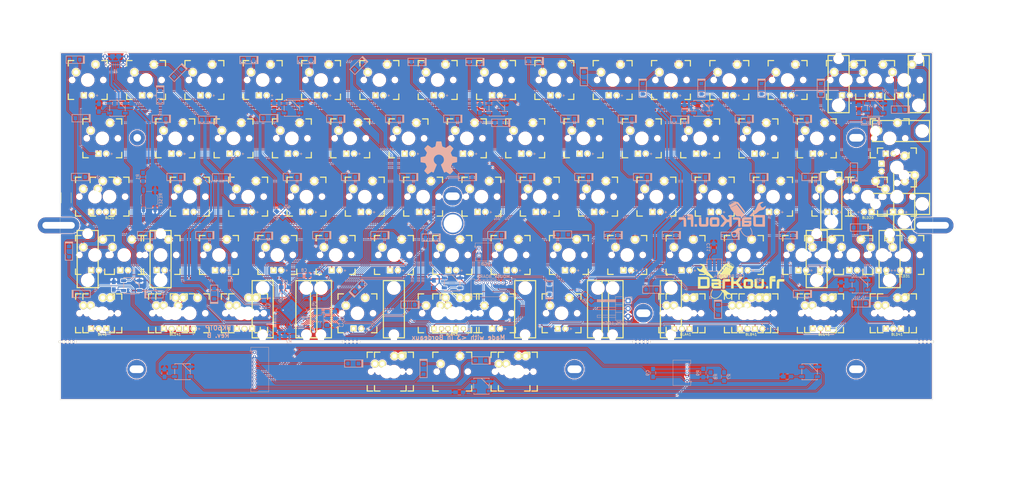
<source format=kicad_pcb>
(kicad_pcb (version 4) (host pcbnew 4.0.7+dfsg1-1)
  (title_block (title DK60TP) (date 2017-10-07) (rev B) (company DarKou))
  (layers (0 F.Cu signal) (31 B.Cu signal) (34 B.Paste user) (35 F.Paste user) (36 B.SilkS user) (37 F.SilkS user) (38 B.Mask user) (39 F.Mask user) (44 Edge.Cuts user))
  (net 0 "")
  (net 1 LED_CATH)
  (net 2 LED_AN)
  (net 3 XTAL1)
  (net 4 GND)
  (net 5 XTAL2)
  (net 6 VCC)
  (net 7 "Net-(C8-Pad1)")
  (net 8 "Net-(C9-Pad1)")
  (net 9 Col0)
  (net 10 "Net-(DK0-Pad1)")
  (net 11 "Net-(DK1-Pad1)")
  (net 12 "Net-(DK2-Pad1)")
  (net 13 "Net-(DK3-Pad1)")
  (net 14 "Net-(DK4-Pad1)")
  (net 15 Col6)
  (net 16 "Net-(DK6-Pad1)")
  (net 17 Col1)
  (net 18 "Net-(DK10-Pad1)")
  (net 19 "Net-(DK11-Pad1)")
  (net 20 "Net-(DK12-Pad1)")
  (net 21 "Net-(DK13-Pad1)")
  (net 22 "Net-(DK14-Pad1)")
  (net 23 Col2)
  (net 24 "Net-(DK20-Pad1)")
  (net 25 "Net-(DK21-Pad1)")
  (net 26 "Net-(DK22-Pad1)")
  (net 27 "Net-(DK23-Pad1)")
  (net 28 "Net-(DK24-Pad1)")
  (net 29 Col3)
  (net 30 "Net-(DK30-Pad1)")
  (net 31 "Net-(DK31-Pad1)")
  (net 32 "Net-(DK32-Pad1)")
  (net 33 "Net-(DK33-Pad1)")
  (net 34 /TRACKPOINT/Col3)
  (net 35 "Net-(DK34-Pad1)")
  (net 36 Col4)
  (net 37 "Net-(DK40-Pad1)")
  (net 38 "Net-(DK41-Pad1)")
  (net 39 "Net-(DK42-Pad1)")
  (net 40 "Net-(DK43-Pad1)")
  (net 41 /TRACKPOINT/Col4)
  (net 42 "Net-(DK44-Pad1)")
  (net 43 Col5)
  (net 44 "Net-(DK50-Pad1)")
  (net 45 "Net-(DK51-Pad1)")
  (net 46 "Net-(DK52-Pad1)")
  (net 47 "Net-(DK53-Pad1)")
  (net 48 "Net-(DK54-Pad1)")
  (net 49 "Net-(DK61-Pad1)")
  (net 50 "Net-(DK62-Pad1)")
  (net 51 "Net-(DK63-Pad1)")
  (net 52 "Net-(DK64-Pad1)")
  (net 53 Col7)
  (net 54 "Net-(DK70-Pad1)")
  (net 55 "Net-(DK71-Pad1)")
  (net 56 "Net-(DK72-Pad1)")
  (net 57 "Net-(DK73-Pad1)")
  (net 58 Col8)
  (net 59 "Net-(DK80-Pad1)")
  (net 60 "Net-(DK81-Pad1)")
  (net 61 "Net-(DK82-Pad1)")
  (net 62 "Net-(DK83-Pad1)")
  (net 63 Col9)
  (net 64 "Net-(DK90-Pad1)")
  (net 65 "Net-(DK91-Pad1)")
  (net 66 "Net-(DK92-Pad1)")
  (net 67 "Net-(DK93-Pad1)")
  (net 68 "Net-(DK94-Pad1)")
  (net 69 ColA)
  (net 70 "Net-(DKA0-Pad1)")
  (net 71 "Net-(DKA1-Pad1)")
  (net 72 "Net-(DKA2-Pad1)")
  (net 73 "Net-(DKA3-Pad1)")
  (net 74 "Net-(DKA4-Pad1)")
  (net 75 ColB)
  (net 76 "Net-(DKB0-Pad1)")
  (net 77 "Net-(DKB1-Pad1)")
  (net 78 "Net-(DKB2-Pad1)")
  (net 79 "Net-(DKB3-Pad1)")
  (net 80 "Net-(DKB4-Pad1)")
  (net 81 ColC)
  (net 82 "Net-(DKC1-Pad1)")
  (net 83 "Net-(DKC2-Pad1)")
  (net 84 "Net-(DKC3-Pad1)")
  (net 85 "Net-(DKC4-Pad1)")
  (net 86 ColD)
  (net 87 "Net-(DKD0-Pad1)")
  (net 88 "Net-(DKD1-Pad1)")
  (net 89 "Net-(DKD2-Pad1)")
  (net 90 "Net-(DKD3-Pad1)")
  (net 91 "Net-(DKD4-Pad1)")
  (net 92 "Net-(J1-Pad2)")
  (net 93 "Net-(J1-Pad3)")
  (net 94 DOUT)
  (net 95 Row0)
  (net 96 Row4)
  (net 97 Row1)
  (net 98 Row2)
  (net 99 Row3)
  (net 100 /TRACKPOINT/Row4)
  (net 101 "Net-(KC0-Pad1)")
  (net 102 "Net-(L1-Pad1)")
  (net 103 "Net-(J3-Pad2)")
  (net 104 D5)
  (net 105 D2)
  (net 106 /TRACKPOINT/D5)
  (net 107 /TRACKPOINT/D2)
  (net 108 /TRACKPOINT/RGB)
  (net 109 RESET)
  (net 110 "Net-(R2-Pad2)")
  (net 111 "Net-(R3-Pad1)")
  (net 112 CAPS_LED)
  (net 113 "Net-(J3-Pad1)")
  (net 114 RGB)
  (net 115 "Net-(RGB0-Pad2)")
  (net 116 "Net-(RGB1-Pad2)")
  (net 117 "Net-(RGB2-Pad2)")
  (net 118 "Net-(RGB3-Pad2)")
  (net 119 "Net-(RGB4-Pad2)")
  (net 120 "Net-(RGB5-Pad2)")
  (net 121 "Net-(RGB6-Pad2)")
  (net 122 "Net-(RGB8-Pad2)")
  (net 123 "Net-(RGB10-Pad4)")
  (net 124 BACKLIT)
  (net 125 "Net-(R4-Pad1)")
  (net 126 "Net-(DK74-Pad1)")
  (net 127 /TRACKPOINT/Col8)
  (net 128 "Net-(DK84-Pad1)")
  (module Footprint:Mx_100 (layer F.Cu) (at 192.00125 125.18125)
    (fp_text reference K643 hide)
    (fp_text value K46 hide)
    (pad HOLE np_thru_hole circle (at 0 0) (size 3.9878 3.9878) (drill 3.9878) (layers *.Cu))
    (pad HOLE np_thru_hole circle (at -5.08 0) (size 1.7018 1.7018) (drill 1.7018) (layers *.Cu))
    (pad HOLE np_thru_hole circle (at 5.08 0) (size 1.7018 1.7018) (drill 1.7018) (layers *.Cu))
    (pad 1 thru_hole circle (at -3.81 -2.54 330.95) (size 2.5 2.5) (drill 1.5) (layers *.Cu *.Mask F.SilkS) (net 96 Row4))
    (pad 2 thru_hole circle (at 2.54 -5.08 356.1) (size 2.5 2.5) (drill 1.5) (layers *.Cu *.Mask F.SilkS) (net 52 "Net-(DK64-Pad1)"))
  )
  (module Footprint:Mx_100 (layer F.Cu) (at 211.0425 144.23125)
    (fp_text reference K840 hide)
    (fp_text value RMB hide)
    (pad HOLE np_thru_hole circle (at 0 0) (size 3.9878 3.9878) (drill 3.9878) (layers *.Cu))
    (pad HOLE np_thru_hole circle (at -5.08 0) (size 1.7018 1.7018) (drill 1.7018) (layers *.Cu))
    (pad HOLE np_thru_hole circle (at 5.08 0) (size 1.7018 1.7018) (drill 1.7018) (layers *.Cu))
    (pad 1 thru_hole circle (at -3.81 -2.54 330.95) (size 2.5 2.5) (drill 1.5) (layers *.Cu *.Mask F.SilkS) (net 128 "Net-(DK84-Pad1)"))
    (pad 2 thru_hole circle (at 2.54 -5.08 356.1) (size 2.5 2.5) (drill 1.5) (layers *.Cu *.Mask F.SilkS) (net 100 /TRACKPOINT/Row4))
  )
  (module Footprint:Mx_100 (layer F.Cu) (at 339.65625 106.13125)
    (fp_text reference KD30 hide)
    (fp_text value K3D hide)
    (pad HOLE np_thru_hole circle (at 0 0) (size 3.9878 3.9878) (drill 3.9878) (layers *.Cu))
    (pad HOLE np_thru_hole circle (at -5.08 0) (size 1.7018 1.7018) (drill 1.7018) (layers *.Cu))
    (pad HOLE np_thru_hole circle (at 5.08 0) (size 1.7018 1.7018) (drill 1.7018) (layers *.Cu))
    (pad 1 thru_hole circle (at -3.81 -2.54 330.95) (size 2.5 2.5) (drill 1.5) (layers *.Cu *.Mask F.SilkS) (net 99 Row3))
    (pad 2 thru_hole circle (at 2.54 -5.08 356.1) (size 2.5 2.5) (drill 1.5) (layers *.Cu *.Mask F.SilkS) (net 90 "Net-(DKD3-Pad1)"))
  )
  (module Footprint:Mx_100 (layer F.Cu) (at 320.58 48.98125)
    (fp_text reference KD0 hide)
    (fp_text value K0D hide)
    (pad HOLE np_thru_hole circle (at 0 0) (size 3.9878 3.9878) (drill 3.9878) (layers *.Cu))
    (pad HOLE np_thru_hole circle (at -5.08 0) (size 1.7018 1.7018) (drill 1.7018) (layers *.Cu))
    (pad HOLE np_thru_hole circle (at 5.08 0) (size 1.7018 1.7018) (drill 1.7018) (layers *.Cu))
    (pad 1 thru_hole circle (at -3.81 -2.54 330.95) (size 2.5 2.5) (drill 1.5) (layers *.Cu *.Mask F.SilkS) (net 87 "Net-(DKD0-Pad1)"))
    (pad 2 thru_hole circle (at 2.54 -5.08 356.1) (size 2.5 2.5) (drill 1.5) (layers *.Cu *.Mask F.SilkS) (net 95 Row0))
  )
  (module Footprint:Mx_100 (layer F.Cu) (at 311.08125 125.18125)
    (fp_text reference KC40 hide)
    (fp_text value K4C hide)
    (pad HOLE np_thru_hole circle (at 0 0) (size 3.9878 3.9878) (drill 3.9878) (layers *.Cu))
    (pad HOLE np_thru_hole circle (at -5.08 0) (size 1.7018 1.7018) (drill 1.7018) (layers *.Cu))
    (pad HOLE np_thru_hole circle (at 5.08 0) (size 1.7018 1.7018) (drill 1.7018) (layers *.Cu))
    (pad 1 thru_hole circle (at -3.81 -2.54 330.95) (size 2.5 2.5) (drill 1.5) (layers *.Cu *.Mask F.SilkS) (net 85 "Net-(DKC4-Pad1)"))
    (pad 2 thru_hole circle (at 2.54 -5.08 356.1) (size 2.5 2.5) (drill 1.5) (layers *.Cu *.Mask F.SilkS) (net 96 Row4))
  )
  (module Footprint:Mx_100 (layer F.Cu) (at 306.31875 106.13125)
    (fp_text reference KC31 hide)
    (fp_text value K3C hide)
    (pad HOLE np_thru_hole circle (at 0 0) (size 3.9878 3.9878) (drill 3.9878) (layers *.Cu))
    (pad HOLE np_thru_hole circle (at -5.08 0) (size 1.7018 1.7018) (drill 1.7018) (layers *.Cu))
    (pad HOLE np_thru_hole circle (at 5.08 0) (size 1.7018 1.7018) (drill 1.7018) (layers *.Cu))
    (pad 1 thru_hole circle (at -3.81 -2.54 330.95) (size 2.5 2.5) (drill 1.5) (layers *.Cu *.Mask F.SilkS) (net 84 "Net-(DKC3-Pad1)"))
    (pad 2 thru_hole circle (at 2.54 -5.08 356.1) (size 2.5 2.5) (drill 1.5) (layers *.Cu *.Mask F.SilkS) (net 99 Row3))
  )
  (module Footprint:Mx_100 (layer F.Cu) (at 315.84375 87.08125)
    (fp_text reference KC20 hide)
    (fp_text value K2C hide)
    (pad HOLE np_thru_hole circle (at 0 0) (size 3.9878 3.9878) (drill 3.9878) (layers *.Cu))
    (pad HOLE np_thru_hole circle (at -5.08 0) (size 1.7018 1.7018) (drill 1.7018) (layers *.Cu))
    (pad HOLE np_thru_hole circle (at 5.08 0) (size 1.7018 1.7018) (drill 1.7018) (layers *.Cu))
    (pad 1 thru_hole circle (at -3.81 -2.54 330.95) (size 2.5 2.5) (drill 1.5) (layers *.Cu *.Mask F.SilkS) (net 83 "Net-(DKC2-Pad1)"))
    (pad 2 thru_hole circle (at 2.54 -5.08 356.1) (size 2.5 2.5) (drill 1.5) (layers *.Cu *.Mask F.SilkS) (net 98 Row2))
  )
  (module Footprint:Mx_100 (layer F.Cu) (at 311.08125 68.03125)
    (fp_text reference KC10 hide)
    (fp_text value K1C hide)
    (pad HOLE np_thru_hole circle (at 0 0) (size 3.9878 3.9878) (drill 3.9878) (layers *.Cu))
    (pad HOLE np_thru_hole circle (at -5.08 0) (size 1.7018 1.7018) (drill 1.7018) (layers *.Cu))
    (pad HOLE np_thru_hole circle (at 5.08 0) (size 1.7018 1.7018) (drill 1.7018) (layers *.Cu))
    (pad 1 thru_hole circle (at -3.81 -2.54 330.95) (size 2.5 2.5) (drill 1.5) (layers *.Cu *.Mask F.SilkS) (net 82 "Net-(DKC1-Pad1)"))
    (pad 2 thru_hole circle (at 2.54 -5.08 356.1) (size 2.5 2.5) (drill 1.5) (layers *.Cu *.Mask F.SilkS) (net 97 Row1))
  )
  (module Footprint:Mx_100 (layer F.Cu) (at 301.55625 48.98125)
    (fp_text reference KC0 hide)
    (fp_text value K0C hide)
    (pad HOLE np_thru_hole circle (at 0 0) (size 3.9878 3.9878) (drill 3.9878) (layers *.Cu))
    (pad HOLE np_thru_hole circle (at -5.08 0) (size 1.7018 1.7018) (drill 1.7018) (layers *.Cu))
    (pad HOLE np_thru_hole circle (at 5.08 0) (size 1.7018 1.7018) (drill 1.7018) (layers *.Cu))
    (pad 1 thru_hole circle (at -3.81 -2.54 330.95) (size 2.5 2.5) (drill 1.5) (layers *.Cu *.Mask F.SilkS) (net 101 "Net-(KC0-Pad1)"))
    (pad 2 thru_hole circle (at 2.54 -5.08 356.1) (size 2.5 2.5) (drill 1.5) (layers *.Cu *.Mask F.SilkS) (net 95 Row0))
  )
  (module Footprint:Mx_100 (layer F.Cu) (at 292.03125 125.18125)
    (fp_text reference KB40 hide)
    (fp_text value K4B hide)
    (pad HOLE np_thru_hole circle (at 0 0) (size 3.9878 3.9878) (drill 3.9878) (layers *.Cu))
    (pad HOLE np_thru_hole circle (at -5.08 0) (size 1.7018 1.7018) (drill 1.7018) (layers *.Cu))
    (pad HOLE np_thru_hole circle (at 5.08 0) (size 1.7018 1.7018) (drill 1.7018) (layers *.Cu))
    (pad 1 thru_hole circle (at -3.81 -2.54 330.95) (size 2.5 2.5) (drill 1.5) (layers *.Cu *.Mask F.SilkS) (net 80 "Net-(DKB4-Pad1)"))
    (pad 2 thru_hole circle (at 2.54 -5.08 356.1) (size 2.5 2.5) (drill 1.5) (layers *.Cu *.Mask F.SilkS) (net 96 Row4))
  )
  (module Footprint:Mx_100 (layer F.Cu) (at 287.26875 106.13125)
    (fp_text reference KB30 hide)
    (fp_text value K3B hide)
    (pad HOLE np_thru_hole circle (at 0 0) (size 3.9878 3.9878) (drill 3.9878) (layers *.Cu))
    (pad HOLE np_thru_hole circle (at -5.08 0) (size 1.7018 1.7018) (drill 1.7018) (layers *.Cu))
    (pad HOLE np_thru_hole circle (at 5.08 0) (size 1.7018 1.7018) (drill 1.7018) (layers *.Cu))
    (pad 1 thru_hole circle (at -3.81 -2.54 330.95) (size 2.5 2.5) (drill 1.5) (layers *.Cu *.Mask F.SilkS) (net 79 "Net-(DKB3-Pad1)"))
    (pad 2 thru_hole circle (at 2.54 -5.08 356.1) (size 2.5 2.5) (drill 1.5) (layers *.Cu *.Mask F.SilkS) (net 99 Row3))
  )
  (module Footprint:Mx_100 (layer F.Cu) (at 296.79375 87.08125)
    (fp_text reference KB20 hide)
    (fp_text value K2B hide)
    (pad HOLE np_thru_hole circle (at 0 0) (size 3.9878 3.9878) (drill 3.9878) (layers *.Cu))
    (pad HOLE np_thru_hole circle (at -5.08 0) (size 1.7018 1.7018) (drill 1.7018) (layers *.Cu))
    (pad HOLE np_thru_hole circle (at 5.08 0) (size 1.7018 1.7018) (drill 1.7018) (layers *.Cu))
    (pad 1 thru_hole circle (at -3.81 -2.54 330.95) (size 2.5 2.5) (drill 1.5) (layers *.Cu *.Mask F.SilkS) (net 78 "Net-(DKB2-Pad1)"))
    (pad 2 thru_hole circle (at 2.54 -5.08 356.1) (size 2.5 2.5) (drill 1.5) (layers *.Cu *.Mask F.SilkS) (net 98 Row2))
  )
  (module Footprint:Mx_100 (layer F.Cu) (at 292.03125 68.03125)
    (fp_text reference KB10 hide)
    (fp_text value K1B hide)
    (pad HOLE np_thru_hole circle (at 0 0) (size 3.9878 3.9878) (drill 3.9878) (layers *.Cu))
    (pad HOLE np_thru_hole circle (at -5.08 0) (size 1.7018 1.7018) (drill 1.7018) (layers *.Cu))
    (pad HOLE np_thru_hole circle (at 5.08 0) (size 1.7018 1.7018) (drill 1.7018) (layers *.Cu))
    (pad 1 thru_hole circle (at -3.81 -2.54 330.95) (size 2.5 2.5) (drill 1.5) (layers *.Cu *.Mask F.SilkS) (net 77 "Net-(DKB1-Pad1)"))
    (pad 2 thru_hole circle (at 2.54 -5.08 356.1) (size 2.5 2.5) (drill 1.5) (layers *.Cu *.Mask F.SilkS) (net 97 Row1))
  )
  (module Footprint:Mx_100 (layer F.Cu) (at 282.50625 48.98125)
    (fp_text reference KB0 hide)
    (fp_text value K0B hide)
    (pad HOLE np_thru_hole circle (at 0 0) (size 3.9878 3.9878) (drill 3.9878) (layers *.Cu))
    (pad HOLE np_thru_hole circle (at -5.08 0) (size 1.7018 1.7018) (drill 1.7018) (layers *.Cu))
    (pad HOLE np_thru_hole circle (at 5.08 0) (size 1.7018 1.7018) (drill 1.7018) (layers *.Cu))
    (pad 1 thru_hole circle (at -3.81 -2.54 330.95) (size 2.5 2.5) (drill 1.5) (layers *.Cu *.Mask F.SilkS) (net 76 "Net-(DKB0-Pad1)"))
    (pad 2 thru_hole circle (at 2.54 -5.08 356.1) (size 2.5 2.5) (drill 1.5) (layers *.Cu *.Mask F.SilkS) (net 95 Row0))
  )
  (module Footprint:Mx_100 (layer F.Cu) (at 268.21875 106.13125)
    (fp_text reference KA30 hide)
    (fp_text value K3A hide)
    (pad HOLE np_thru_hole circle (at 0 0) (size 3.9878 3.9878) (drill 3.9878) (layers *.Cu))
    (pad HOLE np_thru_hole circle (at -5.08 0) (size 1.7018 1.7018) (drill 1.7018) (layers *.Cu))
    (pad HOLE np_thru_hole circle (at 5.08 0) (size 1.7018 1.7018) (drill 1.7018) (layers *.Cu))
    (pad 1 thru_hole circle (at -3.81 -2.54 330.95) (size 2.5 2.5) (drill 1.5) (layers *.Cu *.Mask F.SilkS) (net 73 "Net-(DKA3-Pad1)"))
    (pad 2 thru_hole circle (at 2.54 -5.08 356.1) (size 2.5 2.5) (drill 1.5) (layers *.Cu *.Mask F.SilkS) (net 99 Row3))
  )
  (module Footprint:Mx_100 (layer F.Cu) (at 277.74375 87.08125)
    (fp_text reference KA20 hide)
    (fp_text value K2A hide)
    (pad HOLE np_thru_hole circle (at 0 0) (size 3.9878 3.9878) (drill 3.9878) (layers *.Cu))
    (pad HOLE np_thru_hole circle (at -5.08 0) (size 1.7018 1.7018) (drill 1.7018) (layers *.Cu))
    (pad HOLE np_thru_hole circle (at 5.08 0) (size 1.7018 1.7018) (drill 1.7018) (layers *.Cu))
    (pad 1 thru_hole circle (at -3.81 -2.54 330.95) (size 2.5 2.5) (drill 1.5) (layers *.Cu *.Mask F.SilkS) (net 72 "Net-(DKA2-Pad1)"))
    (pad 2 thru_hole circle (at 2.54 -5.08 356.1) (size 2.5 2.5) (drill 1.5) (layers *.Cu *.Mask F.SilkS) (net 98 Row2))
  )
  (module Footprint:Mx_100 (layer F.Cu) (at 272.98125 68.03125)
    (fp_text reference KA10 hide)
    (fp_text value K1A hide)
    (pad HOLE np_thru_hole circle (at 0 0) (size 3.9878 3.9878) (drill 3.9878) (layers *.Cu))
    (pad HOLE np_thru_hole circle (at -5.08 0) (size 1.7018 1.7018) (drill 1.7018) (layers *.Cu))
    (pad HOLE np_thru_hole circle (at 5.08 0) (size 1.7018 1.7018) (drill 1.7018) (layers *.Cu))
    (pad 1 thru_hole circle (at -3.81 -2.54 330.95) (size 2.5 2.5) (drill 1.5) (layers *.Cu *.Mask F.SilkS) (net 71 "Net-(DKA1-Pad1)"))
    (pad 2 thru_hole circle (at 2.54 -5.08 356.1) (size 2.5 2.5) (drill 1.5) (layers *.Cu *.Mask F.SilkS) (net 97 Row1))
  )
  (module Footprint:Mx_100 (layer F.Cu) (at 263.45625 48.98125)
    (fp_text reference KA0 hide)
    (fp_text value K0A hide)
    (pad HOLE np_thru_hole circle (at 0 0) (size 3.9878 3.9878) (drill 3.9878) (layers *.Cu))
    (pad HOLE np_thru_hole circle (at -5.08 0) (size 1.7018 1.7018) (drill 1.7018) (layers *.Cu))
    (pad HOLE np_thru_hole circle (at 5.08 0) (size 1.7018 1.7018) (drill 1.7018) (layers *.Cu))
    (pad 1 thru_hole circle (at -3.81 -2.54 330.95) (size 2.5 2.5) (drill 1.5) (layers *.Cu *.Mask F.SilkS) (net 70 "Net-(DKA0-Pad1)"))
    (pad 2 thru_hole circle (at 2.54 -5.08 356.1) (size 2.5 2.5) (drill 1.5) (layers *.Cu *.Mask F.SilkS) (net 95 Row0))
  )
  (module Footprint:Mx_100 (layer F.Cu) (at 339.65625 48.98125)
    (fp_text reference K940 hide)
    (fp_text value K49 hide)
    (pad HOLE np_thru_hole circle (at 0 0) (size 3.9878 3.9878) (drill 3.9878) (layers *.Cu))
    (pad HOLE np_thru_hole circle (at -5.08 0) (size 1.7018 1.7018) (drill 1.7018) (layers *.Cu))
    (pad HOLE np_thru_hole circle (at 5.08 0) (size 1.7018 1.7018) (drill 1.7018) (layers *.Cu))
    (pad 1 thru_hole circle (at -3.81 -2.54 330.95) (size 2.5 2.5) (drill 1.5) (layers *.Cu *.Mask F.SilkS) (net 68 "Net-(DK94-Pad1)"))
    (pad 2 thru_hole circle (at 2.54 -5.08 356.1) (size 2.5 2.5) (drill 1.5) (layers *.Cu *.Mask F.SilkS) (net 96 Row4))
  )
  (module Footprint:Mx_100 (layer F.Cu) (at 249.16875 106.13125)
    (fp_text reference K930 hide)
    (fp_text value K39 hide)
    (pad HOLE np_thru_hole circle (at 0 0) (size 3.9878 3.9878) (drill 3.9878) (layers *.Cu))
    (pad HOLE np_thru_hole circle (at -5.08 0) (size 1.7018 1.7018) (drill 1.7018) (layers *.Cu))
    (pad HOLE np_thru_hole circle (at 5.08 0) (size 1.7018 1.7018) (drill 1.7018) (layers *.Cu))
    (pad 1 thru_hole circle (at -3.81 -2.54 330.95) (size 2.5 2.5) (drill 1.5) (layers *.Cu *.Mask F.SilkS) (net 67 "Net-(DK93-Pad1)"))
    (pad 2 thru_hole circle (at 2.54 -5.08 356.1) (size 2.5 2.5) (drill 1.5) (layers *.Cu *.Mask F.SilkS) (net 99 Row3))
  )
  (module Footprint:Mx_100 (layer F.Cu) (at 258.69375 87.08125)
    (fp_text reference K920 hide)
    (fp_text value K29 hide)
    (pad HOLE np_thru_hole circle (at 0 0) (size 3.9878 3.9878) (drill 3.9878) (layers *.Cu))
    (pad HOLE np_thru_hole circle (at -5.08 0) (size 1.7018 1.7018) (drill 1.7018) (layers *.Cu))
    (pad HOLE np_thru_hole circle (at 5.08 0) (size 1.7018 1.7018) (drill 1.7018) (layers *.Cu))
    (pad 1 thru_hole circle (at -3.81 -2.54 330.95) (size 2.5 2.5) (drill 1.5) (layers *.Cu *.Mask F.SilkS) (net 66 "Net-(DK92-Pad1)"))
    (pad 2 thru_hole circle (at 2.54 -5.08 356.1) (size 2.5 2.5) (drill 1.5) (layers *.Cu *.Mask F.SilkS) (net 98 Row2))
  )
  (module Footprint:Mx_100 (layer F.Cu) (at 253.93125 68.03125)
    (fp_text reference K910 hide)
    (fp_text value K19 hide)
    (pad HOLE np_thru_hole circle (at 0 0) (size 3.9878 3.9878) (drill 3.9878) (layers *.Cu))
    (pad HOLE np_thru_hole circle (at -5.08 0) (size 1.7018 1.7018) (drill 1.7018) (layers *.Cu))
    (pad HOLE np_thru_hole circle (at 5.08 0) (size 1.7018 1.7018) (drill 1.7018) (layers *.Cu))
    (pad 1 thru_hole circle (at -3.81 -2.54 330.95) (size 2.5 2.5) (drill 1.5) (layers *.Cu *.Mask F.SilkS) (net 65 "Net-(DK91-Pad1)"))
    (pad 2 thru_hole circle (at 2.54 -5.08 356.1) (size 2.5 2.5) (drill 1.5) (layers *.Cu *.Mask F.SilkS) (net 97 Row1))
  )
  (module Footprint:Mx_100 (layer F.Cu) (at 244.40625 48.98125)
    (fp_text reference K900 hide)
    (fp_text value K09 hide)
    (pad HOLE np_thru_hole circle (at 0 0) (size 3.9878 3.9878) (drill 3.9878) (layers *.Cu))
    (pad HOLE np_thru_hole circle (at -5.08 0) (size 1.7018 1.7018) (drill 1.7018) (layers *.Cu))
    (pad HOLE np_thru_hole circle (at 5.08 0) (size 1.7018 1.7018) (drill 1.7018) (layers *.Cu))
    (pad 1 thru_hole circle (at -3.81 -2.54 330.95) (size 2.5 2.5) (drill 1.5) (layers *.Cu *.Mask F.SilkS) (net 64 "Net-(DK90-Pad1)"))
    (pad 2 thru_hole circle (at 2.54 -5.08 356.1) (size 2.5 2.5) (drill 1.5) (layers *.Cu *.Mask F.SilkS) (net 95 Row0))
  )
  (module Footprint:Mx_100 (layer F.Cu) (at 230.11875 106.13125)
    (fp_text reference K830 hide)
    (fp_text value K38 hide)
    (pad HOLE np_thru_hole circle (at 0 0) (size 3.9878 3.9878) (drill 3.9878) (layers *.Cu))
    (pad HOLE np_thru_hole circle (at -5.08 0) (size 1.7018 1.7018) (drill 1.7018) (layers *.Cu))
    (pad HOLE np_thru_hole circle (at 5.08 0) (size 1.7018 1.7018) (drill 1.7018) (layers *.Cu))
    (pad 1 thru_hole circle (at -3.81 -2.54 330.95) (size 2.5 2.5) (drill 1.5) (layers *.Cu *.Mask F.SilkS) (net 62 "Net-(DK83-Pad1)"))
    (pad 2 thru_hole circle (at 2.54 -5.08 356.1) (size 2.5 2.5) (drill 1.5) (layers *.Cu *.Mask F.SilkS) (net 99 Row3))
  )
  (module Footprint:Mx_100 (layer F.Cu) (at 239.64375 87.08125)
    (fp_text reference K820 hide)
    (fp_text value K28 hide)
    (pad HOLE np_thru_hole circle (at 0 0) (size 3.9878 3.9878) (drill 3.9878) (layers *.Cu))
    (pad HOLE np_thru_hole circle (at -5.08 0) (size 1.7018 1.7018) (drill 1.7018) (layers *.Cu))
    (pad HOLE np_thru_hole circle (at 5.08 0) (size 1.7018 1.7018) (drill 1.7018) (layers *.Cu))
    (pad 1 thru_hole circle (at -3.81 -2.54 330.95) (size 2.5 2.5) (drill 1.5) (layers *.Cu *.Mask F.SilkS) (net 61 "Net-(DK82-Pad1)"))
    (pad 2 thru_hole circle (at 2.54 -5.08 356.1) (size 2.5 2.5) (drill 1.5) (layers *.Cu *.Mask F.SilkS) (net 98 Row2))
  )
  (module Footprint:Mx_100 (layer F.Cu) (at 234.88125 68.03125)
    (fp_text reference K810 hide)
    (fp_text value K18 hide)
    (pad HOLE np_thru_hole circle (at 0 0) (size 3.9878 3.9878) (drill 3.9878) (layers *.Cu))
    (pad HOLE np_thru_hole circle (at -5.08 0) (size 1.7018 1.7018) (drill 1.7018) (layers *.Cu))
    (pad HOLE np_thru_hole circle (at 5.08 0) (size 1.7018 1.7018) (drill 1.7018) (layers *.Cu))
    (pad 1 thru_hole circle (at -3.81 -2.54 330.95) (size 2.5 2.5) (drill 1.5) (layers *.Cu *.Mask F.SilkS) (net 60 "Net-(DK81-Pad1)"))
    (pad 2 thru_hole circle (at 2.54 -5.08 356.1) (size 2.5 2.5) (drill 1.5) (layers *.Cu *.Mask F.SilkS) (net 97 Row1))
  )
  (module Footprint:Mx_100 (layer F.Cu) (at 225.35625 48.98125)
    (fp_text reference K800 hide)
    (fp_text value K08 hide)
    (pad HOLE np_thru_hole circle (at 0 0) (size 3.9878 3.9878) (drill 3.9878) (layers *.Cu))
    (pad HOLE np_thru_hole circle (at -5.08 0) (size 1.7018 1.7018) (drill 1.7018) (layers *.Cu))
    (pad HOLE np_thru_hole circle (at 5.08 0) (size 1.7018 1.7018) (drill 1.7018) (layers *.Cu))
    (pad 1 thru_hole circle (at -3.81 -2.54 330.95) (size 2.5 2.5) (drill 1.5) (layers *.Cu *.Mask F.SilkS) (net 59 "Net-(DK80-Pad1)"))
    (pad 2 thru_hole circle (at 2.54 -5.08 356.1) (size 2.5 2.5) (drill 1.5) (layers *.Cu *.Mask F.SilkS) (net 95 Row0))
  )
  (module Footprint:Mx_100 (layer F.Cu) (at 211.06875 106.13125)
    (fp_text reference K730 hide)
    (fp_text value K37 hide)
    (pad HOLE np_thru_hole circle (at 0 0) (size 3.9878 3.9878) (drill 3.9878) (layers *.Cu))
    (pad HOLE np_thru_hole circle (at -5.08 0) (size 1.7018 1.7018) (drill 1.7018) (layers *.Cu))
    (pad HOLE np_thru_hole circle (at 5.08 0) (size 1.7018 1.7018) (drill 1.7018) (layers *.Cu))
    (pad 1 thru_hole circle (at -3.81 -2.54 330.95) (size 2.5 2.5) (drill 1.5) (layers *.Cu *.Mask F.SilkS) (net 57 "Net-(DK73-Pad1)"))
    (pad 2 thru_hole circle (at 2.54 -5.08 356.1) (size 2.5 2.5) (drill 1.5) (layers *.Cu *.Mask F.SilkS) (net 99 Row3))
  )
  (module Footprint:Mx_100 (layer F.Cu) (at 220.59375 87.08125)
    (fp_text reference K720 hide)
    (fp_text value K27 hide)
    (pad HOLE np_thru_hole circle (at 0 0) (size 3.9878 3.9878) (drill 3.9878) (layers *.Cu))
    (pad HOLE np_thru_hole circle (at -5.08 0) (size 1.7018 1.7018) (drill 1.7018) (layers *.Cu))
    (pad HOLE np_thru_hole circle (at 5.08 0) (size 1.7018 1.7018) (drill 1.7018) (layers *.Cu))
    (pad 1 thru_hole circle (at -3.81 -2.54 330.95) (size 2.5 2.5) (drill 1.5) (layers *.Cu *.Mask F.SilkS) (net 56 "Net-(DK72-Pad1)"))
    (pad 2 thru_hole circle (at 2.54 -5.08 356.1) (size 2.5 2.5) (drill 1.5) (layers *.Cu *.Mask F.SilkS) (net 98 Row2))
  )
  (module Footprint:Mx_100 (layer F.Cu) (at 215.83125 68.03125)
    (fp_text reference K710 hide)
    (fp_text value K17 hide)
    (pad HOLE np_thru_hole circle (at 0 0) (size 3.9878 3.9878) (drill 3.9878) (layers *.Cu))
    (pad HOLE np_thru_hole circle (at -5.08 0) (size 1.7018 1.7018) (drill 1.7018) (layers *.Cu))
    (pad HOLE np_thru_hole circle (at 5.08 0) (size 1.7018 1.7018) (drill 1.7018) (layers *.Cu))
    (pad 1 thru_hole circle (at -3.81 -2.54 330.95) (size 2.5 2.5) (drill 1.5) (layers *.Cu *.Mask F.SilkS) (net 55 "Net-(DK71-Pad1)"))
    (pad 2 thru_hole circle (at 2.54 -5.08 356.1) (size 2.5 2.5) (drill 1.5) (layers *.Cu *.Mask F.SilkS) (net 97 Row1))
  )
  (module Footprint:Mx_100 (layer F.Cu) (at 206.30625 48.98125)
    (fp_text reference K700 hide)
    (fp_text value K07 hide)
    (pad HOLE np_thru_hole circle (at 0 0) (size 3.9878 3.9878) (drill 3.9878) (layers *.Cu))
    (pad HOLE np_thru_hole circle (at -5.08 0) (size 1.7018 1.7018) (drill 1.7018) (layers *.Cu))
    (pad HOLE np_thru_hole circle (at 5.08 0) (size 1.7018 1.7018) (drill 1.7018) (layers *.Cu))
    (pad 1 thru_hole circle (at -3.81 -2.54 330.95) (size 2.5 2.5) (drill 1.5) (layers *.Cu *.Mask F.SilkS) (net 54 "Net-(DK70-Pad1)"))
    (pad 2 thru_hole circle (at 2.54 -5.08 356.1) (size 2.5 2.5) (drill 1.5) (layers *.Cu *.Mask F.SilkS) (net 95 Row0))
  )
  (module Footprint:Mx_100 (layer F.Cu) (at 192.01875 106.13125)
    (fp_text reference K630 hide)
    (fp_text value K36 hide)
    (pad HOLE np_thru_hole circle (at 0 0) (size 3.9878 3.9878) (drill 3.9878) (layers *.Cu))
    (pad HOLE np_thru_hole circle (at -5.08 0) (size 1.7018 1.7018) (drill 1.7018) (layers *.Cu))
    (pad HOLE np_thru_hole circle (at 5.08 0) (size 1.7018 1.7018) (drill 1.7018) (layers *.Cu))
    (pad 1 thru_hole circle (at -3.81 -2.54 330.95) (size 2.5 2.5) (drill 1.5) (layers *.Cu *.Mask F.SilkS) (net 51 "Net-(DK63-Pad1)"))
    (pad 2 thru_hole circle (at 2.54 -5.08 356.1) (size 2.5 2.5) (drill 1.5) (layers *.Cu *.Mask F.SilkS) (net 99 Row3))
  )
  (module Footprint:Mx_100 (layer F.Cu) (at 201.54375 87.08125)
    (fp_text reference K620 hide)
    (fp_text value K26 hide)
    (pad HOLE np_thru_hole circle (at 0 0) (size 3.9878 3.9878) (drill 3.9878) (layers *.Cu))
    (pad HOLE np_thru_hole circle (at -5.08 0) (size 1.7018 1.7018) (drill 1.7018) (layers *.Cu))
    (pad HOLE np_thru_hole circle (at 5.08 0) (size 1.7018 1.7018) (drill 1.7018) (layers *.Cu))
    (pad 1 thru_hole circle (at -3.81 -2.54 330.95) (size 2.5 2.5) (drill 1.5) (layers *.Cu *.Mask F.SilkS) (net 50 "Net-(DK62-Pad1)"))
    (pad 2 thru_hole circle (at 2.54 -5.08 356.1) (size 2.5 2.5) (drill 1.5) (layers *.Cu *.Mask F.SilkS) (net 98 Row2))
  )
  (module Footprint:Mx_100 (layer F.Cu) (at 196.78125 68.03125)
    (fp_text reference K610 hide)
    (fp_text value K16 hide)
    (pad HOLE np_thru_hole circle (at 0 0) (size 3.9878 3.9878) (drill 3.9878) (layers *.Cu))
    (pad HOLE np_thru_hole circle (at -5.08 0) (size 1.7018 1.7018) (drill 1.7018) (layers *.Cu))
    (pad HOLE np_thru_hole circle (at 5.08 0) (size 1.7018 1.7018) (drill 1.7018) (layers *.Cu))
    (pad 1 thru_hole circle (at -3.81 -2.54 330.95) (size 2.5 2.5) (drill 1.5) (layers *.Cu *.Mask F.SilkS) (net 49 "Net-(DK61-Pad1)"))
    (pad 2 thru_hole circle (at 2.54 -5.08 356.1) (size 2.5 2.5) (drill 1.5) (layers *.Cu *.Mask F.SilkS) (net 97 Row1))
  )
  (module Footprint:Mx_100 (layer F.Cu) (at 187.25625 48.98125)
    (fp_text reference K600 hide)
    (fp_text value K06 hide)
    (pad HOLE np_thru_hole circle (at 0 0) (size 3.9878 3.9878) (drill 3.9878) (layers *.Cu))
    (pad HOLE np_thru_hole circle (at -5.08 0) (size 1.7018 1.7018) (drill 1.7018) (layers *.Cu))
    (pad HOLE np_thru_hole circle (at 5.08 0) (size 1.7018 1.7018) (drill 1.7018) (layers *.Cu))
    (pad 1 thru_hole circle (at -3.81 -2.54 330.95) (size 2.5 2.5) (drill 1.5) (layers *.Cu *.Mask F.SilkS) (net 16 "Net-(DK6-Pad1)"))
    (pad 2 thru_hole circle (at 2.54 -5.08 356.1) (size 2.5 2.5) (drill 1.5) (layers *.Cu *.Mask F.SilkS) (net 95 Row0))
  )
  (module Footprint:Mx_100 (layer F.Cu) (at 172.96875 106.13125)
    (fp_text reference K530 hide)
    (fp_text value K35 hide)
    (pad HOLE np_thru_hole circle (at 0 0) (size 3.9878 3.9878) (drill 3.9878) (layers *.Cu))
    (pad HOLE np_thru_hole circle (at -5.08 0) (size 1.7018 1.7018) (drill 1.7018) (layers *.Cu))
    (pad HOLE np_thru_hole circle (at 5.08 0) (size 1.7018 1.7018) (drill 1.7018) (layers *.Cu))
    (pad 1 thru_hole circle (at -3.81 -2.54 330.95) (size 2.5 2.5) (drill 1.5) (layers *.Cu *.Mask F.SilkS) (net 47 "Net-(DK53-Pad1)"))
    (pad 2 thru_hole circle (at 2.54 -5.08 356.1) (size 2.5 2.5) (drill 1.5) (layers *.Cu *.Mask F.SilkS) (net 99 Row3))
  )
  (module Footprint:Mx_100 (layer F.Cu) (at 182.49375 87.08125)
    (fp_text reference K520 hide)
    (fp_text value K25 hide)
    (pad HOLE np_thru_hole circle (at 0 0) (size 3.9878 3.9878) (drill 3.9878) (layers *.Cu))
    (pad HOLE np_thru_hole circle (at -5.08 0) (size 1.7018 1.7018) (drill 1.7018) (layers *.Cu))
    (pad HOLE np_thru_hole circle (at 5.08 0) (size 1.7018 1.7018) (drill 1.7018) (layers *.Cu))
    (pad 1 thru_hole circle (at -3.81 -2.54 330.95) (size 2.5 2.5) (drill 1.5) (layers *.Cu *.Mask F.SilkS) (net 46 "Net-(DK52-Pad1)"))
    (pad 2 thru_hole circle (at 2.54 -5.08 356.1) (size 2.5 2.5) (drill 1.5) (layers *.Cu *.Mask F.SilkS) (net 98 Row2))
  )
  (module Footprint:Mx_100 (layer F.Cu) (at 177.73125 68.03125)
    (fp_text reference K510 hide)
    (fp_text value K15 hide)
    (pad HOLE np_thru_hole circle (at 0 0) (size 3.9878 3.9878) (drill 3.9878) (layers *.Cu))
    (pad HOLE np_thru_hole circle (at -5.08 0) (size 1.7018 1.7018) (drill 1.7018) (layers *.Cu))
    (pad HOLE np_thru_hole circle (at 5.08 0) (size 1.7018 1.7018) (drill 1.7018) (layers *.Cu))
    (pad 1 thru_hole circle (at -3.81 -2.54 330.95) (size 2.5 2.5) (drill 1.5) (layers *.Cu *.Mask F.SilkS) (net 45 "Net-(DK51-Pad1)"))
    (pad 2 thru_hole circle (at 2.54 -5.08 356.1) (size 2.5 2.5) (drill 1.5) (layers *.Cu *.Mask F.SilkS) (net 97 Row1))
  )
  (module Footprint:Mx_100 (layer F.Cu) (at 168.20625 48.98125)
    (fp_text reference K500 hide)
    (fp_text value K05 hide)
    (pad HOLE np_thru_hole circle (at 0 0) (size 3.9878 3.9878) (drill 3.9878) (layers *.Cu))
    (pad HOLE np_thru_hole circle (at -5.08 0) (size 1.7018 1.7018) (drill 1.7018) (layers *.Cu))
    (pad HOLE np_thru_hole circle (at 5.08 0) (size 1.7018 1.7018) (drill 1.7018) (layers *.Cu))
    (pad 1 thru_hole circle (at -3.81 -2.54 330.95) (size 2.5 2.5) (drill 1.5) (layers *.Cu *.Mask F.SilkS) (net 44 "Net-(DK50-Pad1)"))
    (pad 2 thru_hole circle (at 2.54 -5.08 356.1) (size 2.5 2.5) (drill 1.5) (layers *.Cu *.Mask F.SilkS) (net 95 Row0))
  )
  (module Footprint:Mx_100 (layer F.Cu) (at 192.01875 144.23125)
    (fp_text reference K440 hide)
    (fp_text value MMB hide)
    (pad HOLE np_thru_hole circle (at 0 0) (size 3.9878 3.9878) (drill 3.9878) (layers *.Cu))
    (pad HOLE np_thru_hole circle (at -5.08 0) (size 1.7018 1.7018) (drill 1.7018) (layers *.Cu))
    (pad HOLE np_thru_hole circle (at 5.08 0) (size 1.7018 1.7018) (drill 1.7018) (layers *.Cu))
    (pad 1 thru_hole circle (at -3.81 -2.54 330.95) (size 2.5 2.5) (drill 1.5) (layers *.Cu *.Mask F.SilkS) (net 42 "Net-(DK44-Pad1)"))
    (pad 2 thru_hole circle (at 2.54 -5.08 356.1) (size 2.5 2.5) (drill 1.5) (layers *.Cu *.Mask F.SilkS) (net 100 /TRACKPOINT/Row4))
  )
  (module Footprint:Mx_100 (layer F.Cu) (at 153.91875 106.13125)
    (fp_text reference K430 hide)
    (fp_text value K34 hide)
    (pad HOLE np_thru_hole circle (at 0 0) (size 3.9878 3.9878) (drill 3.9878) (layers *.Cu))
    (pad HOLE np_thru_hole circle (at -5.08 0) (size 1.7018 1.7018) (drill 1.7018) (layers *.Cu))
    (pad HOLE np_thru_hole circle (at 5.08 0) (size 1.7018 1.7018) (drill 1.7018) (layers *.Cu))
    (pad 1 thru_hole circle (at -3.81 -2.54 330.95) (size 2.5 2.5) (drill 1.5) (layers *.Cu *.Mask F.SilkS) (net 40 "Net-(DK43-Pad1)"))
    (pad 2 thru_hole circle (at 2.54 -5.08 356.1) (size 2.5 2.5) (drill 1.5) (layers *.Cu *.Mask F.SilkS) (net 99 Row3))
  )
  (module Footprint:Mx_100 (layer F.Cu) (at 163.44375 87.08125)
    (fp_text reference K420 hide)
    (fp_text value K24 hide)
    (pad HOLE np_thru_hole circle (at 0 0) (size 3.9878 3.9878) (drill 3.9878) (layers *.Cu))
    (pad HOLE np_thru_hole circle (at -5.08 0) (size 1.7018 1.7018) (drill 1.7018) (layers *.Cu))
    (pad HOLE np_thru_hole circle (at 5.08 0) (size 1.7018 1.7018) (drill 1.7018) (layers *.Cu))
    (pad 1 thru_hole circle (at -3.81 -2.54 330.95) (size 2.5 2.5) (drill 1.5) (layers *.Cu *.Mask F.SilkS) (net 39 "Net-(DK42-Pad1)"))
    (pad 2 thru_hole circle (at 2.54 -5.08 356.1) (size 2.5 2.5) (drill 1.5) (layers *.Cu *.Mask F.SilkS) (net 98 Row2))
  )
  (module Footprint:Mx_100 (layer F.Cu) (at 158.68125 68.03125)
    (fp_text reference K410 hide)
    (fp_text value K14 hide)
    (pad HOLE np_thru_hole circle (at 0 0) (size 3.9878 3.9878) (drill 3.9878) (layers *.Cu))
    (pad HOLE np_thru_hole circle (at -5.08 0) (size 1.7018 1.7018) (drill 1.7018) (layers *.Cu))
    (pad HOLE np_thru_hole circle (at 5.08 0) (size 1.7018 1.7018) (drill 1.7018) (layers *.Cu))
    (pad 1 thru_hole circle (at -3.81 -2.54 330.95) (size 2.5 2.5) (drill 1.5) (layers *.Cu *.Mask F.SilkS) (net 38 "Net-(DK41-Pad1)"))
    (pad 2 thru_hole circle (at 2.54 -5.08 356.1) (size 2.5 2.5) (drill 1.5) (layers *.Cu *.Mask F.SilkS) (net 97 Row1))
  )
  (module Footprint:Mx_100 (layer F.Cu) (at 149.15625 48.98125)
    (fp_text reference K400 hide)
    (fp_text value K04 hide)
    (pad HOLE np_thru_hole circle (at 0 0) (size 3.9878 3.9878) (drill 3.9878) (layers *.Cu))
    (pad HOLE np_thru_hole circle (at -5.08 0) (size 1.7018 1.7018) (drill 1.7018) (layers *.Cu))
    (pad HOLE np_thru_hole circle (at 5.08 0) (size 1.7018 1.7018) (drill 1.7018) (layers *.Cu))
    (pad 1 thru_hole circle (at -3.81 -2.54 330.95) (size 2.5 2.5) (drill 1.5) (layers *.Cu *.Mask F.SilkS) (net 37 "Net-(DK40-Pad1)"))
    (pad 2 thru_hole circle (at 2.54 -5.08 356.1) (size 2.5 2.5) (drill 1.5) (layers *.Cu *.Mask F.SilkS) (net 95 Row0))
  )
  (module Footprint:Mx_100 (layer F.Cu) (at 172.96875 144.23125)
    (fp_text reference K340 hide)
    (fp_text value LMB hide)
    (pad HOLE np_thru_hole circle (at 0 0) (size 3.9878 3.9878) (drill 3.9878) (layers *.Cu))
    (pad HOLE np_thru_hole circle (at -5.08 0) (size 1.7018 1.7018) (drill 1.7018) (layers *.Cu))
    (pad HOLE np_thru_hole circle (at 5.08 0) (size 1.7018 1.7018) (drill 1.7018) (layers *.Cu))
    (pad 1 thru_hole circle (at -3.81 -2.54 330.95) (size 2.5 2.5) (drill 1.5) (layers *.Cu *.Mask F.SilkS) (net 35 "Net-(DK34-Pad1)"))
    (pad 2 thru_hole circle (at 2.54 -5.08 356.1) (size 2.5 2.5) (drill 1.5) (layers *.Cu *.Mask F.SilkS) (net 100 /TRACKPOINT/Row4))
  )
  (module Footprint:Mx_100 (layer F.Cu) (at 134.86875 106.13125)
    (fp_text reference K330 hide)
    (fp_text value K33 hide)
    (pad HOLE np_thru_hole circle (at 0 0) (size 3.9878 3.9878) (drill 3.9878) (layers *.Cu))
    (pad HOLE np_thru_hole circle (at -5.08 0) (size 1.7018 1.7018) (drill 1.7018) (layers *.Cu))
    (pad HOLE np_thru_hole circle (at 5.08 0) (size 1.7018 1.7018) (drill 1.7018) (layers *.Cu))
    (pad 1 thru_hole circle (at -3.81 -2.54 330.95) (size 2.5 2.5) (drill 1.5) (layers *.Cu *.Mask F.SilkS) (net 33 "Net-(DK33-Pad1)"))
    (pad 2 thru_hole circle (at 2.54 -5.08 356.1) (size 2.5 2.5) (drill 1.5) (layers *.Cu *.Mask F.SilkS) (net 99 Row3))
  )
  (module Footprint:Mx_100 (layer F.Cu) (at 144.39375 87.08125)
    (fp_text reference K320 hide)
    (fp_text value K23 hide)
    (pad HOLE np_thru_hole circle (at 0 0) (size 3.9878 3.9878) (drill 3.9878) (layers *.Cu))
    (pad HOLE np_thru_hole circle (at -5.08 0) (size 1.7018 1.7018) (drill 1.7018) (layers *.Cu))
    (pad HOLE np_thru_hole circle (at 5.08 0) (size 1.7018 1.7018) (drill 1.7018) (layers *.Cu))
    (pad 1 thru_hole circle (at -3.81 -2.54 330.95) (size 2.5 2.5) (drill 1.5) (layers *.Cu *.Mask F.SilkS) (net 32 "Net-(DK32-Pad1)"))
    (pad 2 thru_hole circle (at 2.54 -5.08 356.1) (size 2.5 2.5) (drill 1.5) (layers *.Cu *.Mask F.SilkS) (net 98 Row2))
  )
  (module Footprint:Mx_100 (layer F.Cu) (at 139.63125 68.03125)
    (fp_text reference K310 hide)
    (fp_text value K13 hide)
    (pad HOLE np_thru_hole circle (at 0 0) (size 3.9878 3.9878) (drill 3.9878) (layers *.Cu))
    (pad HOLE np_thru_hole circle (at -5.08 0) (size 1.7018 1.7018) (drill 1.7018) (layers *.Cu))
    (pad HOLE np_thru_hole circle (at 5.08 0) (size 1.7018 1.7018) (drill 1.7018) (layers *.Cu))
    (pad 1 thru_hole circle (at -3.81 -2.54 330.95) (size 2.5 2.5) (drill 1.5) (layers *.Cu *.Mask F.SilkS) (net 31 "Net-(DK31-Pad1)"))
    (pad 2 thru_hole circle (at 2.54 -5.08 356.1) (size 2.5 2.5) (drill 1.5) (layers *.Cu *.Mask F.SilkS) (net 97 Row1))
  )
  (module Footprint:Mx_100 (layer F.Cu) (at 130.10625 48.98125)
    (fp_text reference K300 hide)
    (fp_text value K03 hide)
    (pad HOLE np_thru_hole circle (at 0 0) (size 3.9878 3.9878) (drill 3.9878) (layers *.Cu))
    (pad HOLE np_thru_hole circle (at -5.08 0) (size 1.7018 1.7018) (drill 1.7018) (layers *.Cu))
    (pad HOLE np_thru_hole circle (at 5.08 0) (size 1.7018 1.7018) (drill 1.7018) (layers *.Cu))
    (pad 1 thru_hole circle (at -3.81 -2.54 330.95) (size 2.5 2.5) (drill 1.5) (layers *.Cu *.Mask F.SilkS) (net 30 "Net-(DK30-Pad1)"))
    (pad 2 thru_hole circle (at 2.54 -5.08 356.1) (size 2.5 2.5) (drill 1.5) (layers *.Cu *.Mask F.SilkS) (net 95 Row0))
  )
  (module Footprint:Mx_100 (layer F.Cu) (at 115.81875 106.13125)
    (fp_text reference K230 hide)
    (fp_text value K32 hide)
    (pad HOLE np_thru_hole circle (at 0 0) (size 3.9878 3.9878) (drill 3.9878) (layers *.Cu))
    (pad HOLE np_thru_hole circle (at -5.08 0) (size 1.7018 1.7018) (drill 1.7018) (layers *.Cu))
    (pad HOLE np_thru_hole circle (at 5.08 0) (size 1.7018 1.7018) (drill 1.7018) (layers *.Cu))
    (pad 1 thru_hole circle (at -3.81 -2.54 330.95) (size 2.5 2.5) (drill 1.5) (layers *.Cu *.Mask F.SilkS) (net 27 "Net-(DK23-Pad1)"))
    (pad 2 thru_hole circle (at 2.54 -5.08 356.1) (size 2.5 2.5) (drill 1.5) (layers *.Cu *.Mask F.SilkS) (net 99 Row3))
  )
  (module Footprint:Mx_100 (layer F.Cu) (at 125.34375 87.08125)
    (fp_text reference K220 hide)
    (fp_text value K22 hide)
    (pad HOLE np_thru_hole circle (at 0 0) (size 3.9878 3.9878) (drill 3.9878) (layers *.Cu))
    (pad HOLE np_thru_hole circle (at -5.08 0) (size 1.7018 1.7018) (drill 1.7018) (layers *.Cu))
    (pad HOLE np_thru_hole circle (at 5.08 0) (size 1.7018 1.7018) (drill 1.7018) (layers *.Cu))
    (pad 1 thru_hole circle (at -3.81 -2.54 330.95) (size 2.5 2.5) (drill 1.5) (layers *.Cu *.Mask F.SilkS) (net 26 "Net-(DK22-Pad1)"))
    (pad 2 thru_hole circle (at 2.54 -5.08 356.1) (size 2.5 2.5) (drill 1.5) (layers *.Cu *.Mask F.SilkS) (net 98 Row2))
  )
  (module Footprint:Mx_100 (layer F.Cu) (at 120.58125 68.03125)
    (fp_text reference K210 hide)
    (fp_text value K12 hide)
    (pad HOLE np_thru_hole circle (at 0 0) (size 3.9878 3.9878) (drill 3.9878) (layers *.Cu))
    (pad HOLE np_thru_hole circle (at -5.08 0) (size 1.7018 1.7018) (drill 1.7018) (layers *.Cu))
    (pad HOLE np_thru_hole circle (at 5.08 0) (size 1.7018 1.7018) (drill 1.7018) (layers *.Cu))
    (pad 1 thru_hole circle (at -3.81 -2.54 330.95) (size 2.5 2.5) (drill 1.5) (layers *.Cu *.Mask F.SilkS) (net 25 "Net-(DK21-Pad1)"))
    (pad 2 thru_hole circle (at 2.54 -5.08 356.1) (size 2.5 2.5) (drill 1.5) (layers *.Cu *.Mask F.SilkS) (net 97 Row1))
  )
  (module Footprint:Mx_100 (layer F.Cu) (at 111.05625 48.98125)
    (fp_text reference K200 hide)
    (fp_text value K02 hide)
    (pad HOLE np_thru_hole circle (at 0 0) (size 3.9878 3.9878) (drill 3.9878) (layers *.Cu))
    (pad HOLE np_thru_hole circle (at -5.08 0) (size 1.7018 1.7018) (drill 1.7018) (layers *.Cu))
    (pad HOLE np_thru_hole circle (at 5.08 0) (size 1.7018 1.7018) (drill 1.7018) (layers *.Cu))
    (pad 1 thru_hole circle (at -3.81 -2.54 330.95) (size 2.5 2.5) (drill 1.5) (layers *.Cu *.Mask F.SilkS) (net 24 "Net-(DK20-Pad1)"))
    (pad 2 thru_hole circle (at 2.54 -5.08 356.1) (size 2.5 2.5) (drill 1.5) (layers *.Cu *.Mask F.SilkS) (net 95 Row0))
  )
  (module Footprint:Mx_100 (layer F.Cu) (at 101.53125 125.18125)
    (fp_text reference K141 hide)
    (fp_text value K41 hide)
    (pad HOLE np_thru_hole circle (at 0 0) (size 3.9878 3.9878) (drill 3.9878) (layers *.Cu))
    (pad HOLE np_thru_hole circle (at -5.08 0) (size 1.7018 1.7018) (drill 1.7018) (layers *.Cu))
    (pad HOLE np_thru_hole circle (at 5.08 0) (size 1.7018 1.7018) (drill 1.7018) (layers *.Cu))
    (pad 1 thru_hole circle (at -3.81 -2.54 330.95) (size 2.5 2.5) (drill 1.5) (layers *.Cu *.Mask F.SilkS) (net 22 "Net-(DK14-Pad1)"))
    (pad 2 thru_hole circle (at 2.54 -5.08 356.1) (size 2.5 2.5) (drill 1.5) (layers *.Cu *.Mask F.SilkS) (net 96 Row4))
  )
  (module Footprint:Mx_100 (layer F.Cu) (at 96.76875 106.13125)
    (fp_text reference K130 hide)
    (fp_text value K31 hide)
    (pad HOLE np_thru_hole circle (at 0 0) (size 3.9878 3.9878) (drill 3.9878) (layers *.Cu))
    (pad HOLE np_thru_hole circle (at -5.08 0) (size 1.7018 1.7018) (drill 1.7018) (layers *.Cu))
    (pad HOLE np_thru_hole circle (at 5.08 0) (size 1.7018 1.7018) (drill 1.7018) (layers *.Cu))
    (pad 1 thru_hole circle (at -3.81 -2.54 330.95) (size 2.5 2.5) (drill 1.5) (layers *.Cu *.Mask F.SilkS) (net 21 "Net-(DK13-Pad1)"))
    (pad 2 thru_hole circle (at 2.54 -5.08 356.1) (size 2.5 2.5) (drill 1.5) (layers *.Cu *.Mask F.SilkS) (net 99 Row3))
  )
  (module Footprint:Mx_100 (layer F.Cu) (at 106.29375 87.08125)
    (fp_text reference K120 hide)
    (fp_text value K21 hide)
    (pad HOLE np_thru_hole circle (at 0 0) (size 3.9878 3.9878) (drill 3.9878) (layers *.Cu))
    (pad HOLE np_thru_hole circle (at -5.08 0) (size 1.7018 1.7018) (drill 1.7018) (layers *.Cu))
    (pad HOLE np_thru_hole circle (at 5.08 0) (size 1.7018 1.7018) (drill 1.7018) (layers *.Cu))
    (pad 1 thru_hole circle (at -3.81 -2.54 330.95) (size 2.5 2.5) (drill 1.5) (layers *.Cu *.Mask F.SilkS) (net 20 "Net-(DK12-Pad1)"))
    (pad 2 thru_hole circle (at 2.54 -5.08 356.1) (size 2.5 2.5) (drill 1.5) (layers *.Cu *.Mask F.SilkS) (net 98 Row2))
  )
  (module Footprint:Mx_100 (layer F.Cu) (at 101.53125 68.03125)
    (fp_text reference K110 hide)
    (fp_text value K11 hide)
    (pad HOLE np_thru_hole circle (at 0 0) (size 3.9878 3.9878) (drill 3.9878) (layers *.Cu))
    (pad HOLE np_thru_hole circle (at -5.08 0) (size 1.7018 1.7018) (drill 1.7018) (layers *.Cu))
    (pad HOLE np_thru_hole circle (at 5.08 0) (size 1.7018 1.7018) (drill 1.7018) (layers *.Cu))
    (pad 1 thru_hole circle (at -3.81 -2.54 330.95) (size 2.5 2.5) (drill 1.5) (layers *.Cu *.Mask F.SilkS) (net 19 "Net-(DK11-Pad1)"))
    (pad 2 thru_hole circle (at 2.54 -5.08 356.1) (size 2.5 2.5) (drill 1.5) (layers *.Cu *.Mask F.SilkS) (net 97 Row1))
  )
  (module Footprint:Mx_100 (layer F.Cu) (at 92.00625 48.98125)
    (fp_text reference K100 hide)
    (fp_text value K01 hide)
    (pad HOLE np_thru_hole circle (at 0 0) (size 3.9878 3.9878) (drill 3.9878) (layers *.Cu))
    (pad HOLE np_thru_hole circle (at -5.08 0) (size 1.7018 1.7018) (drill 1.7018) (layers *.Cu))
    (pad HOLE np_thru_hole circle (at 5.08 0) (size 1.7018 1.7018) (drill 1.7018) (layers *.Cu))
    (pad 1 thru_hole circle (at -3.81 -2.54 330.95) (size 2.5 2.5) (drill 1.5) (layers *.Cu *.Mask F.SilkS) (net 18 "Net-(DK10-Pad1)"))
    (pad 2 thru_hole circle (at 2.54 -5.08 356.1) (size 2.5 2.5) (drill 1.5) (layers *.Cu *.Mask F.SilkS) (net 95 Row0))
  )
  (module Footprint:Mx_100 (layer F.Cu) (at 72.94875 48.98125)
    (fp_text reference K0 hide)
    (fp_text value K00 hide)
    (pad HOLE np_thru_hole circle (at 0 0) (size 3.9878 3.9878) (drill 3.9878) (layers *.Cu))
    (pad HOLE np_thru_hole circle (at -5.08 0) (size 1.7018 1.7018) (drill 1.7018) (layers *.Cu))
    (pad HOLE np_thru_hole circle (at 5.08 0) (size 1.7018 1.7018) (drill 1.7018) (layers *.Cu))
    (pad 1 thru_hole circle (at -3.81 -2.54 330.95) (size 2.5 2.5) (drill 1.5) (layers *.Cu *.Mask F.SilkS) (net 10 "Net-(DK0-Pad1)"))
    (pad 2 thru_hole circle (at 2.54 -5.08 356.1) (size 2.5 2.5) (drill 1.5) (layers *.Cu *.Mask F.SilkS) (net 95 Row0))
  )
  (module Connectors_Molex:Molex_PicoBlade_53048-0310_03x1.25mm_Angled (layer B.Cu) (at 200.745 103.88125 270)
    (fp_text reference J2 hide)
    (fp_text value RGB (at 5.15 -2.15 360) (layer B.SilkS) (effects (justify mirror)))
    (pad 1 thru_hole rect (at 0 0 270) (size 0.85 0.85) (drill 0.5) (layers *.Cu *.Mask) (net 6 VCC))
    (pad 2 thru_hole circle (at 1.25 0 270) (size 0.85 0.85) (drill 0.5) (layers *.Cu *.Mask) (net 4 GND))
    (pad 3 thru_hole circle (at 2.5 0 270) (size 0.85 0.85) (drill 0.5) (layers *.Cu *.Mask) (net 94 DOUT))
  )
  (module Housings_DFN_QFN:QFN-44-1EP_7x7mm_Pitch0.5mm (layer B.Cu) (at 139.505 124.15625 225)
    (fp_text reference U0 (at 0 4.75 225) (layer B.SilkS) (effects (justify mirror)))
    (fp_text value ATMEGA32U4-MU)
    (pad 1 smd rect (at -3.4 2.5 225) (size 0.7 0.25) (layers B.Cu B.Paste B.Mask) (net 112 CAPS_LED))
    (pad 2 smd rect (at -3.4 2 225) (size 0.7 0.25) (layers B.Cu B.Paste B.Mask) (net 6 VCC))
    (pad 3 smd rect (at -3.4 1.5 225) (size 0.7 0.25) (layers B.Cu B.Paste B.Mask) (net 111 "Net-(R3-Pad1)"))
    (pad 4 smd rect (at -3.4 1 225) (size 0.7 0.25) (layers B.Cu B.Paste B.Mask) (net 125 "Net-(R4-Pad1)"))
    (pad 5 smd rect (at -3.4 0.5 225) (size 0.7 0.25) (layers B.Cu B.Paste B.Mask) (net 4 GND))
    (pad 6 smd rect (at -3.4 0 225) (size 0.7 0.25) (layers B.Cu B.Paste B.Mask) (net 7 "Net-(C8-Pad1)"))
    (pad 7 smd rect (at -3.4 -0.5 225) (size 0.7 0.25) (layers B.Cu B.Paste B.Mask) (net 6 VCC))
    (pad 8 smd rect (at -3.4 -1 225) (size 0.7 0.25) (layers B.Cu B.Paste B.Mask) (net 43 Col5))
    (pad 9 smd rect (at -3.4 -1.5 225) (size 0.7 0.25) (layers B.Cu B.Paste B.Mask) (net 99 Row3))
    (pad 10 smd rect (at -3.4 -2 225) (size 0.7 0.25) (layers B.Cu B.Paste B.Mask) (net 15 Col6))
    (pad 11 smd rect (at -3.4 -2.5 225) (size 0.7 0.25) (layers B.Cu B.Paste B.Mask) (net 53 Col7))
    (pad 12 smd rect (at -2.5 -3.4 135) (size 0.7 0.25) (layers B.Cu B.Paste B.Mask) (net 124 BACKLIT))
    (pad 13 smd rect (at -2 -3.4 135) (size 0.7 0.25) (layers B.Cu B.Paste B.Mask) (net 109 RESET))
    (pad 14 smd rect (at -1.5 -3.4 135) (size 0.7 0.25) (layers B.Cu B.Paste B.Mask) (net 6 VCC))
    (pad 15 smd rect (at -1 -3.4 135) (size 0.7 0.25) (layers B.Cu B.Paste B.Mask) (net 4 GND))
    (pad 16 smd rect (at -0.5 -3.4 135) (size 0.7 0.25) (layers B.Cu B.Paste B.Mask) (net 3 XTAL1))
    (pad 17 smd rect (at 0 -3.4 135) (size 0.7 0.25) (layers B.Cu B.Paste B.Mask) (net 5 XTAL2))
    (pad 18 smd rect (at 0.5 -3.4 135) (size 0.7 0.25) (layers B.Cu B.Paste B.Mask) (net 81 ColC))
    (pad 19 smd rect (at 1 -3.4 135) (size 0.7 0.25) (layers B.Cu B.Paste B.Mask) (net 75 ColB))
    (pad 20 smd rect (at 1.5 -3.4 135) (size 0.7 0.25) (layers B.Cu B.Paste B.Mask) (net 105 D2))
    (pad 21 smd rect (at 2 -3.4 135) (size 0.7 0.25) (layers B.Cu B.Paste B.Mask) (net 69 ColA))
    (pad 22 smd rect (at 2.5 -3.4 135) (size 0.7 0.25) (layers B.Cu B.Paste B.Mask) (net 104 D5))
    (pad 23 smd rect (at 3.4 -2.5 225) (size 0.7 0.25) (layers B.Cu B.Paste B.Mask) (net 4 GND))
    (pad 24 smd rect (at 3.4 -2 225) (size 0.7 0.25) (layers B.Cu B.Paste B.Mask) (net 6 VCC))
    (pad 25 smd rect (at 3.4 -1.5 225) (size 0.7 0.25) (layers B.Cu B.Paste B.Mask) (net 86 ColD))
    (pad 26 smd rect (at 3.4 -1 225) (size 0.7 0.25) (layers B.Cu B.Paste B.Mask) (net 114 RGB))
    (pad 27 smd rect (at 3.4 -0.5 225) (size 0.7 0.25) (layers B.Cu B.Paste B.Mask) (net 96 Row4))
    (pad 28 smd rect (at 3.4 0 225) (size 0.7 0.25) (layers B.Cu B.Paste B.Mask) (net 9 Col0))
    (pad 29 smd rect (at 3.4 0.5 225) (size 0.7 0.25) (layers B.Cu B.Paste B.Mask) (net 17 Col1))
    (pad 30 smd rect (at 3.4 1 225) (size 0.7 0.25) (layers B.Cu B.Paste B.Mask) (net 98 Row2))
    (pad 31 smd rect (at 3.4 1.5 225) (size 0.7 0.25) (layers B.Cu B.Paste B.Mask) (net 23 Col2))
    (pad 32 smd rect (at 3.4 2 225) (size 0.7 0.25) (layers B.Cu B.Paste B.Mask) (net 95 Row0))
    (pad 33 smd rect (at 3.4 2.5 225) (size 0.7 0.25) (layers B.Cu B.Paste B.Mask) (net 110 "Net-(R2-Pad2)"))
    (pad 34 smd rect (at 2.5 3.4 135) (size 0.7 0.25) (layers B.Cu B.Paste B.Mask) (net 6 VCC))
    (pad 35 smd rect (at 2 3.4 135) (size 0.7 0.25) (layers B.Cu B.Paste B.Mask) (net 4 GND))
    (pad 36 smd rect (at 1.5 3.4 135) (size 0.7 0.25) (layers B.Cu B.Paste B.Mask) (net 29 Col3))
    (pad 37 smd rect (at 1 3.4 135) (size 0.7 0.25) (layers B.Cu B.Paste B.Mask) (net 36 Col4))
    (pad 38 smd rect (at 0.5 3.4 135) (size 0.7 0.25) (layers B.Cu B.Paste B.Mask) (net 97 Row1))
    (pad 39 smd rect (at 0 3.4 135) (size 0.7 0.25) (layers B.Cu B.Paste B.Mask) (net 63 Col9))
    (pad 40 smd rect (at -0.5 3.4 135) (size 0.7 0.25) (layers B.Cu B.Paste B.Mask) (net 58 Col8))
    (pad 41 smd rect (at -1 3.4 135) (size 0.7 0.25) (layers B.Cu B.Paste B.Mask))
    (pad 42 smd rect (at -1.5 3.4 135) (size 0.7 0.25) (layers B.Cu B.Paste B.Mask))
    (pad 43 smd rect (at -2 3.4 135) (size 0.7 0.25) (layers B.Cu B.Paste B.Mask) (net 4 GND))
    (pad 44 smd rect (at -2.5 3.4 135) (size 0.7 0.25) (layers B.Cu B.Paste B.Mask) (net 6 VCC))
    (pad 45 smd rect (at 1.93125 -1.93125 225) (size 1.2875 1.2875) (layers B.Cu B.Paste B.Mask) (net 4 GND))
    (pad 45 smd rect (at 1.93125 -0.64375 225) (size 1.2875 1.2875) (layers B.Cu B.Paste B.Mask) (net 4 GND))
    (pad 45 smd rect (at 1.93125 0.64375 225) (size 1.2875 1.2875) (layers B.Cu B.Paste B.Mask) (net 4 GND))
    (pad 45 smd rect (at 1.93125 1.93125 225) (size 1.2875 1.2875) (layers B.Cu B.Paste B.Mask) (net 4 GND))
    (pad 45 smd rect (at 0.64375 -1.93125 225) (size 1.2875 1.2875) (layers B.Cu B.Paste B.Mask) (net 4 GND))
    (pad 45 smd rect (at 0.64375 -0.64375 225) (size 1.2875 1.2875) (layers B.Cu B.Paste B.Mask) (net 4 GND))
    (pad 45 smd rect (at 0.64375 0.64375 225) (size 1.2875 1.2875) (layers B.Cu B.Paste B.Mask) (net 4 GND))
    (pad 45 smd rect (at 0.64375 1.93125 225) (size 1.2875 1.2875) (layers B.Cu B.Paste B.Mask) (net 4 GND))
    (pad 45 smd rect (at -0.64375 -1.93125 225) (size 1.2875 1.2875) (layers B.Cu B.Paste B.Mask) (net 4 GND))
    (pad 45 smd rect (at -0.64375 -0.64375 225) (size 1.2875 1.2875) (layers B.Cu B.Paste B.Mask) (net 4 GND))
    (pad 45 smd rect (at -0.64375 0.64375 225) (size 1.2875 1.2875) (layers B.Cu B.Paste B.Mask) (net 4 GND))
    (pad 45 smd rect (at -0.64375 1.93125 225) (size 1.2875 1.2875) (layers B.Cu B.Paste B.Mask) (net 4 GND))
    (pad 45 smd rect (at -1.93125 -1.93125 225) (size 1.2875 1.2875) (layers B.Cu B.Paste B.Mask) (net 4 GND))
    (pad 45 smd rect (at -1.93125 -0.64375 225) (size 1.2875 1.2875) (layers B.Cu B.Paste B.Mask) (net 4 GND))
    (pad 45 smd rect (at -1.93125 0.64375 225) (size 1.2875 1.2875) (layers B.Cu B.Paste B.Mask) (net 4 GND))
    (pad 45 smd rect (at -1.93125 1.93125 225) (size 1.2875 1.2875) (layers B.Cu B.Paste B.Mask) (net 4 GND))
  )
  (module Footprint:MXST (layer F.Cu) (at 144.3675 125.18125 180)
    (fp_text reference 6.25U_0 hide)
    (fp_text value 6.25U hide)
    (pad "" np_thru_hole circle (at 0 -6.985 180) (size 3.048 3.048) (drill 3.048) (layers *.Cu *.Mask))
    (pad "" np_thru_hole circle (at 0 8.255 180) (size 3.9802 3.9802) (drill 3.9802) (layers *.Cu *.Mask))
  )
  (module Footprint:Mx_125 (layer F.Cu) (at 75.3375 125.18125)
    (fp_text reference K40 hide)
    (fp_text value K40 hide)
    (pad HOLE np_thru_hole circle (at 0 0) (size 3.9878 3.9878) (drill 3.9878) (layers *.Cu))
    (pad HOLE np_thru_hole circle (at -5.08 0) (size 1.7018 1.7018) (drill 1.7018) (layers *.Cu))
    (pad HOLE np_thru_hole circle (at 5.08 0) (size 1.7018 1.7018) (drill 1.7018) (layers *.Cu))
    (pad 1 thru_hole circle (at -3.81 -2.54 330.95) (size 2.5 2.5) (drill 1.5) (layers *.Cu *.Mask F.SilkS) (net 14 "Net-(DK4-Pad1)"))
    (pad 2 thru_hole circle (at 2.54 -5.08 356.1) (size 2.5 2.5) (drill 1.5) (layers *.Cu *.Mask F.SilkS) (net 96 Row4))
  )
  (module Capacitors_SMD:C_0805_HandSoldering (layer B.Cu) (at 152.41375 124.65625)
    (fp_text reference C1 (at 3.25 0) (layer B.SilkS) (effects (justify mirror)))
    (fp_text value 22p)
    (pad 1 smd rect (at -1.25 0) (size 1.5 1.25) (layers B.Cu B.Paste B.Mask) (net 3 XTAL1))
    (pad 2 smd rect (at 1.25 0) (size 1.5 1.25) (layers B.Cu B.Paste B.Mask) (net 4 GND))
  )
  (module Capacitors_SMD:C_0805_HandSoldering (layer B.Cu) (at 152.41375 129.05625)
    (fp_text reference C2 (at 3.25 0) (layer B.SilkS) (effects (justify mirror)))
    (fp_text value 22p)
    (pad 1 smd rect (at -1.25 0) (size 1.5 1.25) (layers B.Cu B.Paste B.Mask) (net 5 XTAL2))
    (pad 2 smd rect (at 1.25 0) (size 1.5 1.25) (layers B.Cu B.Paste B.Mask) (net 4 GND))
  )
  (module Capacitors_SMD:C_0805_HandSoldering (layer B.Cu) (at 137.41375 116.65625 180)
    (fp_text reference C3 (at 0 1.75 180) (layer B.SilkS) (effects (justify mirror)))
    (fp_text value 0.1u)
    (pad 1 smd rect (at -1.25 0 180) (size 1.5 1.25) (layers B.Cu B.Paste B.Mask) (net 6 VCC))
    (pad 2 smd rect (at 1.25 0 180) (size 1.5 1.25) (layers B.Cu B.Paste B.Mask) (net 4 GND))
  )
  (module Capacitors_SMD:C_0805_HandSoldering (layer B.Cu) (at 134.145 131.78125 270)
    (fp_text reference C4 (at 0 1.75 270) (layer B.SilkS) (effects (justify mirror)))
    (fp_text value 0.1u)
    (pad 1 smd rect (at -1.25 0 270) (size 1.5 1.25) (layers B.Cu B.Paste B.Mask) (net 6 VCC))
    (pad 2 smd rect (at 1.25 0 270) (size 1.5 1.25) (layers B.Cu B.Paste B.Mask) (net 4 GND))
  )
  (module Capacitors_SMD:C_0805_HandSoldering (layer B.Cu) (at 152.61375 126.85625 180)
    (fp_text reference C5 (at -3.25 0 180) (layer B.SilkS) (effects (justify mirror)))
    (fp_text value 0.1u)
    (pad 1 smd rect (at -1.25 0 180) (size 1.5 1.25) (layers B.Cu B.Paste B.Mask) (net 6 VCC))
    (pad 2 smd rect (at 1.25 0 180) (size 1.5 1.25) (layers B.Cu B.Paste B.Mask) (net 4 GND))
  )
  (module Capacitors_SMD:C_0805_HandSoldering (layer B.Cu) (at 147.045 120.48125)
    (fp_text reference C6 (at 0 1.75) (layer B.SilkS) (effects (justify mirror)))
    (fp_text value 0.1u)
    (pad 1 smd rect (at -1.25 0) (size 1.5 1.25) (layers B.Cu B.Paste B.Mask) (net 6 VCC))
    (pad 2 smd rect (at 1.25 0) (size 1.5 1.25) (layers B.Cu B.Paste B.Mask) (net 4 GND))
  )
  (module Capacitors_SMD:C_0805_HandSoldering (layer B.Cu) (at 131.745 121.08125)
    (fp_text reference C7 (at 0 1.75) (layer B.SilkS) (effects (justify mirror)))
    (fp_text value 4.7u)
    (pad 1 smd rect (at -1.25 0) (size 1.5 1.25) (layers B.Cu B.Paste B.Mask) (net 6 VCC))
    (pad 2 smd rect (at 1.25 0) (size 1.5 1.25) (layers B.Cu B.Paste B.Mask) (net 4 GND))
  )
  (module Capacitors_SMD:C_0805_HandSoldering (layer B.Cu) (at 143.61375 112.85625)
    (fp_text reference C8 (at 0 -1.75) (layer B.SilkS) (effects (justify mirror)))
    (fp_text value 1u)
    (pad 1 smd rect (at -1.25 0) (size 1.5 1.25) (layers B.Cu B.Paste B.Mask) (net 7 "Net-(C8-Pad1)"))
    (pad 2 smd rect (at 1.25 0) (size 1.5 1.25) (layers B.Cu B.Paste B.Mask) (net 4 GND))
  )
  (module Capacitors_SMD:C_0805_HandSoldering (layer B.Cu) (at 257.605 144.65625 270)
    (fp_text reference C9 (at 0 1.75 270) (layer B.SilkS) (effects (justify mirror)))
    (fp_text value 2.2u)
    (pad 1 smd rect (at -1.25 0 270) (size 1.5 1.25) (layers B.Cu B.Paste B.Mask) (net 8 "Net-(C9-Pad1)"))
    (pad 2 smd rect (at 1.25 0 270) (size 1.5 1.25) (layers B.Cu B.Paste B.Mask) (net 6 VCC))
  )
  (module Capacitors_SMD:C_0805_HandSoldering (layer B.Cu) (at 286.01375 114.65625 180)
    (fp_text reference C10 (at 0 1.75 180) (layer B.SilkS) (effects (justify mirror)))
    (fp_text value 10uF)
    (pad 1 smd rect (at -1.25 0 180) (size 1.5 1.25) (layers B.Cu B.Paste B.Mask) (net 4 GND))
    (pad 2 smd rect (at 1.25 0 180) (size 1.5 1.25) (layers B.Cu B.Paste B.Mask) (net 6 VCC))
  )
  (module Capacitors_SMD:C_0805_HandSoldering (layer B.Cu) (at 277.41375 103.65625 270)
    (fp_text reference C11 (at 0 1.75 270) (layer B.SilkS) (effects (justify mirror)))
    (fp_text value 10uF)
    (pad 1 smd rect (at -1.25 0 270) (size 1.5 1.25) (layers B.Cu B.Paste B.Mask) (net 4 GND))
    (pad 2 smd rect (at 1.25 0 270) (size 1.5 1.25) (layers B.Cu B.Paste B.Mask) (net 2 LED_AN))
  )
  (module Capacitors_SMD:C_0805_HandSoldering (layer B.Cu) (at 186.005 115.65625 90)
    (fp_text reference CRGB0 hide)
    (fp_text value 0.1u hide)
    (pad 1 smd rect (at -1.25 0 90) (size 1.5 1.25) (layers B.Cu B.Paste B.Mask) (net 6 VCC))
    (pad 2 smd rect (at 1.25 0 90) (size 1.5 1.25) (layers B.Cu B.Paste B.Mask) (net 4 GND))
  )
  (module Capacitors_SMD:C_0805_HandSoldering (layer B.Cu) (at 81.445 116.18125 90)
    (fp_text reference CRGB1 hide)
    (fp_text value 0.1u hide)
    (pad 1 smd rect (at -1.25 0 90) (size 1.5 1.25) (layers B.Cu B.Paste B.Mask) (net 6 VCC))
    (pad 2 smd rect (at 1.25 0 90) (size 1.5 1.25) (layers B.Cu B.Paste B.Mask) (net 4 GND))
  )
  (module Capacitors_SMD:C_0805_HandSoldering (layer B.Cu) (at 76.605 58.05625 90)
    (fp_text reference CRGB2 hide)
    (fp_text value 0.1u hide)
    (pad 1 smd rect (at -1.25 0 90) (size 1.5 1.25) (layers B.Cu B.Paste B.Mask) (net 6 VCC))
    (pad 2 smd rect (at 1.25 0 90) (size 1.5 1.25) (layers B.Cu B.Paste B.Mask) (net 4 GND))
  )
  (module Capacitors_SMD:C_0805_HandSoldering (layer B.Cu) (at 133.845 57.78125 90)
    (fp_text reference CRGB3 hide)
    (fp_text value 0.1u hide)
    (pad 1 smd rect (at -1.25 0 90) (size 1.5 1.25) (layers B.Cu B.Paste B.Mask) (net 6 VCC))
    (pad 2 smd rect (at 1.25 0 90) (size 1.5 1.25) (layers B.Cu B.Paste B.Mask) (net 4 GND))
  )
  (module Capacitors_SMD:C_0805_HandSoldering (layer B.Cu) (at 201.045 58.38125 90)
    (fp_text reference CRGB4 hide)
    (fp_text value 0.1u hide)
    (pad 1 smd rect (at -1.25 0 90) (size 1.5 1.25) (layers B.Cu B.Paste B.Mask) (net 6 VCC))
    (pad 2 smd rect (at 1.25 0 90) (size 1.5 1.25) (layers B.Cu B.Paste B.Mask) (net 4 GND))
  )
  (module Capacitors_SMD:C_0805_HandSoldering (layer B.Cu) (at 267.845 58.38125 90)
    (fp_text reference CRGB5 hide)
    (fp_text value 0.1u hide)
    (pad 1 smd rect (at -1.25 0 90) (size 1.5 1.25) (layers B.Cu B.Paste B.Mask) (net 6 VCC))
    (pad 2 smd rect (at 1.25 0 90) (size 1.5 1.25) (layers B.Cu B.Paste B.Mask) (net 4 GND))
  )
  (module Capacitors_SMD:C_0805_HandSoldering (layer B.Cu) (at 324.845 58.38125 90)
    (fp_text reference CRGB6 hide)
    (fp_text value 0.1u hide)
    (pad 1 smd rect (at -1.25 0 90) (size 1.5 1.25) (layers B.Cu B.Paste B.Mask) (net 6 VCC))
    (pad 2 smd rect (at 1.25 0 90) (size 1.5 1.25) (layers B.Cu B.Paste B.Mask) (net 4 GND))
  )
  (module Capacitors_SMD:C_0805_HandSoldering (layer B.Cu) (at 319.005 116.25625 90)
    (fp_text reference CRGB7 hide)
    (fp_text value 0.1u hide)
    (pad 1 smd rect (at -1.25 0 90) (size 1.5 1.25) (layers B.Cu B.Paste B.Mask) (net 6 VCC))
    (pad 2 smd rect (at 1.25 0 90) (size 1.5 1.25) (layers B.Cu B.Paste B.Mask) (net 4 GND))
  )
  (module Capacitors_SMD:C_0805_HandSoldering (layer B.Cu) (at 301.405 145.85625 180)
    (fp_text reference CRGB8 hide)
    (fp_text value 0.1u hide)
    (pad 1 smd rect (at -1.25 0 180) (size 1.5 1.25) (layers B.Cu B.Paste B.Mask) (net 6 VCC))
    (pad 2 smd rect (at 1.25 0 180) (size 1.5 1.25) (layers B.Cu B.Paste B.Mask) (net 4 GND))
  )
  (module Capacitors_SMD:C_0805_HandSoldering (layer B.Cu) (at 194.345 150.98125 180)
    (fp_text reference CRGB9 hide)
    (fp_text value 0.1u hide)
    (pad 1 smd rect (at -1.25 0 180) (size 1.5 1.25) (layers B.Cu B.Paste B.Mask) (net 6 VCC))
    (pad 2 smd rect (at 1.25 0 180) (size 1.5 1.25) (layers B.Cu B.Paste B.Mask) (net 4 GND))
  )
  (module Capacitors_SMD:C_0805_HandSoldering (layer B.Cu) (at 98.03 144.68125 90)
    (fp_text reference CRGB10 hide)
    (fp_text value 0.1u hide)
    (pad 1 smd rect (at -1.25 0 90) (size 1.5 1.25) (layers B.Cu B.Paste B.Mask) (net 6 VCC))
    (pad 2 smd rect (at 1.25 0 90) (size 1.5 1.25) (layers B.Cu B.Paste B.Mask) (net 4 GND))
  )
  (module Footprint:D_SOD123 (layer B.Cu) (at 68.69375 42.3375 180)
    (fp_text reference DK0 hide)
    (fp_text value D00 hide)
    (pad 2 smd rect (at 1.7 0 180) (size 1.2 1.4) (layers B.Cu B.Paste B.Mask) (net 9 Col0))
    (pad 1 smd rect (at -1.7 0 180) (size 1.2 1.4) (layers B.Cu B.Paste B.Mask) (net 10 "Net-(DK0-Pad1)"))
  )
  (module Footprint:D_SOD123 (layer B.Cu) (at 70.61375 61.45625 180)
    (fp_text reference DK1 hide)
    (fp_text value D10 hide)
    (pad 2 smd rect (at 1.7 0 180) (size 1.2 1.4) (layers B.Cu B.Paste B.Mask) (net 9 Col0))
    (pad 1 smd rect (at -1.7 0 180) (size 1.2 1.4) (layers B.Cu B.Paste B.Mask) (net 11 "Net-(DK1-Pad1)"))
  )
  (module Footprint:D_SOD123 (layer B.Cu) (at 70.405 80.65625 180)
    (fp_text reference DK2 hide)
    (fp_text value D20 hide)
    (pad 2 smd rect (at 1.7 0 180) (size 1.2 1.4) (layers B.Cu B.Paste B.Mask) (net 9 Col0))
    (pad 1 smd rect (at -1.7 0 180) (size 1.2 1.4) (layers B.Cu B.Paste B.Mask) (net 12 "Net-(DK2-Pad1)"))
  )
  (module Footprint:D_SOD123 (layer B.Cu) (at 66.805 105.05625 270)
    (fp_text reference DK3 hide)
    (fp_text value D30 hide)
    (pad 2 smd rect (at 1.7 0 270) (size 1.2 1.4) (layers B.Cu B.Paste B.Mask) (net 9 Col0))
    (pad 1 smd rect (at -1.7 0 270) (size 1.2 1.4) (layers B.Cu B.Paste B.Mask) (net 13 "Net-(DK3-Pad1)"))
  )
  (module Footprint:D_SOD123 (layer B.Cu) (at 71.005 118.85625)
    (fp_text reference DK4 hide)
    (fp_text value D40 hide)
    (pad 2 smd rect (at 1.7 0) (size 1.2 1.4) (layers B.Cu B.Paste B.Mask) (net 9 Col0))
    (pad 1 smd rect (at -1.7 0) (size 1.2 1.4) (layers B.Cu B.Paste B.Mask) (net 14 "Net-(DK4-Pad1)"))
  )
  (module Footprint:D_SOD123 (layer B.Cu) (at 180.345 43.08125 180)
    (fp_text reference DK6 hide)
    (fp_text value D60 hide)
    (pad 2 smd rect (at 1.7 0 180) (size 1.2 1.4) (layers B.Cu B.Paste B.Mask) (net 15 Col6))
    (pad 1 smd rect (at -1.7 0 180) (size 1.2 1.4) (layers B.Cu B.Paste B.Mask) (net 16 "Net-(DK6-Pad1)"))
  )
  (module Footprint:D_SOD123 (layer B.Cu) (at 96.61375 54.05625 270)
    (fp_text reference DK10 hide)
    (fp_text value D01 hide)
    (pad 2 smd rect (at 1.7 0 270) (size 1.2 1.4) (layers B.Cu B.Paste B.Mask) (net 17 Col1))
    (pad 1 smd rect (at -1.7 0 270) (size 1.2 1.4) (layers B.Cu B.Paste B.Mask) (net 18 "Net-(DK10-Pad1)"))
  )
  (module Footprint:D_SOD123 (layer B.Cu) (at 96.805 61.65625 180)
    (fp_text reference DK11 hide)
    (fp_text value D11 hide)
    (pad 2 smd rect (at 1.7 0 180) (size 1.2 1.4) (layers B.Cu B.Paste B.Mask) (net 17 Col1))
    (pad 1 smd rect (at -1.7 0 180) (size 1.2 1.4) (layers B.Cu B.Paste B.Mask) (net 19 "Net-(DK11-Pad1)"))
  )
  (module Footprint:D_SOD123 (layer B.Cu) (at 101.605 80.65625 180)
    (fp_text reference DK12 hide)
    (fp_text value D21 hide)
    (pad 2 smd rect (at 1.7 0 180) (size 1.2 1.4) (layers B.Cu B.Paste B.Mask) (net 17 Col1))
    (pad 1 smd rect (at -1.7 0 180) (size 1.2 1.4) (layers B.Cu B.Paste B.Mask) (net 20 "Net-(DK12-Pad1)"))
  )
  (module Footprint:D_SOD123 (layer B.Cu) (at 92.005 99.65625 180)
    (fp_text reference DK13 hide)
    (fp_text value D31 hide)
    (pad 2 smd rect (at 1.7 0 180) (size 1.2 1.4) (layers B.Cu B.Paste B.Mask) (net 17 Col1))
    (pad 1 smd rect (at -1.7 0 180) (size 1.2 1.4) (layers B.Cu B.Paste B.Mask) (net 21 "Net-(DK13-Pad1)"))
  )
  (module Footprint:D_SOD123 (layer B.Cu) (at 94.745 118.98125)
    (fp_text reference DK14 hide)
    (fp_text value D41 hide)
    (pad 2 smd rect (at 1.7 0) (size 1.2 1.4) (layers B.Cu B.Paste B.Mask) (net 17 Col1))
    (pad 1 smd rect (at -1.7 0) (size 1.2 1.4) (layers B.Cu B.Paste B.Mask) (net 22 "Net-(DK14-Pad1)"))
  )
  (module Footprint:D_SOD123 (layer B.Cu) (at 102.345 46.68125 225)
    (fp_text reference DK20 hide)
    (fp_text value D02 hide)
    (pad 2 smd rect (at 1.7 0 225) (size 1.2 1.4) (layers B.Cu B.Paste B.Mask) (net 23 Col2))
    (pad 1 smd rect (at -1.7 0 225) (size 1.2 1.4) (layers B.Cu B.Paste B.Mask) (net 24 "Net-(DK20-Pad1)"))
  )
  (module Footprint:D_SOD123 (layer B.Cu) (at 111.945 61.98125 180)
    (fp_text reference DK21 hide)
    (fp_text value D12 hide)
    (pad 2 smd rect (at 1.7 0 180) (size 1.2 1.4) (layers B.Cu B.Paste B.Mask) (net 23 Col2))
    (pad 1 smd rect (at -1.7 0 180) (size 1.2 1.4) (layers B.Cu B.Paste B.Mask) (net 25 "Net-(DK21-Pad1)"))
  )
  (module Footprint:D_SOD123 (layer B.Cu) (at 116.445 80.78125 180)
    (fp_text reference DK22 hide)
    (fp_text value D22 hide)
    (pad 2 smd rect (at 1.7 0 180) (size 1.2 1.4) (layers B.Cu B.Paste B.Mask) (net 23 Col2))
    (pad 1 smd rect (at -1.7 0 180) (size 1.2 1.4) (layers B.Cu B.Paste B.Mask) (net 26 "Net-(DK22-Pad1)"))
  )
  (module Footprint:D_SOD123 (layer B.Cu) (at 111.005 99.65625 180)
    (fp_text reference DK23 hide)
    (fp_text value D32 hide)
    (pad 2 smd rect (at 1.7 0 180) (size 1.2 1.4) (layers B.Cu B.Paste B.Mask) (net 23 Col2))
    (pad 1 smd rect (at -1.7 0 180) (size 1.2 1.4) (layers B.Cu B.Paste B.Mask) (net 27 "Net-(DK23-Pad1)"))
  )
  (module Footprint:D_SOD123 (layer B.Cu) (at 114.245 118.78125 90)
    (fp_text reference DK24 hide)
    (fp_text value D42 hide)
    (pad 2 smd rect (at 1.7 0 90) (size 1.2 1.4) (layers B.Cu B.Paste B.Mask) (net 23 Col2))
    (pad 1 smd rect (at -1.7 0 90) (size 1.2 1.4) (layers B.Cu B.Paste B.Mask) (net 28 "Net-(DK24-Pad1)"))
  )
  (module Footprint:D_SOD123 (layer B.Cu) (at 125.405 42.45625 180)
    (fp_text reference DK30 hide)
    (fp_text value D03 hide)
    (pad 2 smd rect (at 1.7 0 180) (size 1.2 1.4) (layers B.Cu B.Paste B.Mask) (net 29 Col3))
    (pad 1 smd rect (at -1.7 0 180) (size 1.2 1.4) (layers B.Cu B.Paste B.Mask) (net 30 "Net-(DK30-Pad1)"))
  )
  (module Footprint:D_SOD123 (layer B.Cu) (at 131.905 61.45625 180)
    (fp_text reference DK31 hide)
    (fp_text value D13 hide)
    (pad 2 smd rect (at 1.7 0 180) (size 1.2 1.4) (layers B.Cu B.Paste B.Mask) (net 29 Col3))
    (pad 1 smd rect (at -1.7 0 180) (size 1.2 1.4) (layers B.Cu B.Paste B.Mask) (net 31 "Net-(DK31-Pad1)"))
  )
  (module Footprint:D_SOD123 (layer B.Cu) (at 139.605 80.65625 180)
    (fp_text reference DK32 hide)
    (fp_text value D23 hide)
    (pad 2 smd rect (at 1.7 0 180) (size 1.2 1.4) (layers B.Cu B.Paste B.Mask) (net 29 Col3))
    (pad 1 smd rect (at -1.7 0 180) (size 1.2 1.4) (layers B.Cu B.Paste B.Mask) (net 32 "Net-(DK32-Pad1)"))
  )
  (module Footprint:D_SOD123 (layer B.Cu) (at 130.205 99.85625 180)
    (fp_text reference DK33 hide)
    (fp_text value D33 hide)
    (pad 2 smd rect (at 1.7 0 180) (size 1.2 1.4) (layers B.Cu B.Paste B.Mask) (net 29 Col3))
    (pad 1 smd rect (at -1.7 0 180) (size 1.2 1.4) (layers B.Cu B.Paste B.Mask) (net 33 "Net-(DK33-Pad1)"))
  )
  (module Footprint:D_SOD123 (layer B.Cu) (at 159.645 141.58125 180)
    (fp_text reference DK34 hide)
    (fp_text value D43 hide)
    (pad 2 smd rect (at 1.7 0 180) (size 1.2 1.4) (layers B.Cu B.Paste B.Mask) (net 34 /TRACKPOINT/Col3))
    (pad 1 smd rect (at -1.7 0 180) (size 1.2 1.4) (layers B.Cu B.Paste B.Mask) (net 35 "Net-(DK34-Pad1)"))
  )
  (module Footprint:D_SOD123 (layer B.Cu) (at 144.205 42.45625 180)
    (fp_text reference DK40 hide)
    (fp_text value D04 hide)
    (pad 2 smd rect (at 1.7 0 180) (size 1.2 1.4) (layers B.Cu B.Paste B.Mask) (net 36 Col4))
    (pad 1 smd rect (at -1.7 0 180) (size 1.2 1.4) (layers B.Cu B.Paste B.Mask) (net 37 "Net-(DK40-Pad1)"))
  )
  (module Footprint:D_SOD123 (layer B.Cu) (at 153.805 61.65625 180)
    (fp_text reference DK41 hide)
    (fp_text value D14 hide)
    (pad 2 smd rect (at 1.7 0 180) (size 1.2 1.4) (layers B.Cu B.Paste B.Mask) (net 36 Col4))
    (pad 1 smd rect (at -1.7 0 180) (size 1.2 1.4) (layers B.Cu B.Paste B.Mask) (net 38 "Net-(DK41-Pad1)"))
  )
  (module Footprint:D_SOD123 (layer B.Cu) (at 158.605 80.65625 180)
    (fp_text reference DK42 hide)
    (fp_text value D24 hide)
    (pad 2 smd rect (at 1.7 0 180) (size 1.2 1.4) (layers B.Cu B.Paste B.Mask) (net 36 Col4))
    (pad 1 smd rect (at -1.7 0 180) (size 1.2 1.4) (layers B.Cu B.Paste B.Mask) (net 39 "Net-(DK42-Pad1)"))
  )
  (module Footprint:D_SOD123 (layer B.Cu) (at 149.205 99.65625 180)
    (fp_text reference DK43 hide)
    (fp_text value D34 hide)
    (pad 2 smd rect (at 1.7 0 180) (size 1.2 1.4) (layers B.Cu B.Paste B.Mask) (net 36 Col4))
    (pad 1 smd rect (at -1.7 0 180) (size 1.2 1.4) (layers B.Cu B.Paste B.Mask) (net 40 "Net-(DK43-Pad1)"))
  )
  (module Footprint:D_SOD123 (layer B.Cu) (at 182.645 143.38125 270)
    (fp_text reference DK44 hide)
    (fp_text value D44 hide)
    (pad 2 smd rect (at 1.7 0 270) (size 1.2 1.4) (layers B.Cu B.Paste B.Mask) (net 41 /TRACKPOINT/Col4))
    (pad 1 smd rect (at -1.7 0 270) (size 1.2 1.4) (layers B.Cu B.Paste B.Mask) (net 42 "Net-(DK44-Pad1)"))
  )
  (module Footprint:D_SOD123 (layer B.Cu) (at 161.345 44.38125 225)
    (fp_text reference DK50 hide)
    (fp_text value D05 hide)
    (pad 2 smd rect (at 1.7 0 225) (size 1.2 1.4) (layers B.Cu B.Paste B.Mask) (net 43 Col5))
    (pad 1 smd rect (at -1.7 0 225) (size 1.2 1.4) (layers B.Cu B.Paste B.Mask) (net 44 "Net-(DK50-Pad1)"))
  )
  (module Footprint:D_SOD123 (layer B.Cu) (at 173.005 61.65625 180)
    (fp_text reference DK51 hide)
    (fp_text value D15 hide)
    (pad 2 smd rect (at 1.7 0 180) (size 1.2 1.4) (layers B.Cu B.Paste B.Mask) (net 43 Col5))
    (pad 1 smd rect (at -1.7 0 180) (size 1.2 1.4) (layers B.Cu B.Paste B.Mask) (net 45 "Net-(DK51-Pad1)"))
  )
  (module Footprint:D_SOD123 (layer B.Cu) (at 177.605 80.65625 180)
    (fp_text reference DK52 hide)
    (fp_text value D25 hide)
    (pad 2 smd rect (at 1.7 0 180) (size 1.2 1.4) (layers B.Cu B.Paste B.Mask) (net 43 Col5))
    (pad 1 smd rect (at -1.7 0 180) (size 1.2 1.4) (layers B.Cu B.Paste B.Mask) (net 46 "Net-(DK52-Pad1)"))
  )
  (module Footprint:D_SOD123 (layer B.Cu) (at 168.205 99.65625 180)
    (fp_text reference DK53 hide)
    (fp_text value D35 hide)
    (pad 2 smd rect (at 1.7 0 180) (size 1.2 1.4) (layers B.Cu B.Paste B.Mask) (net 43 Col5))
    (pad 1 smd rect (at -1.7 0 180) (size 1.2 1.4) (layers B.Cu B.Paste B.Mask) (net 47 "Net-(DK53-Pad1)"))
  )
  (module Footprint:D_SOD123 (layer B.Cu) (at 161.41375 116.85625 45)
    (fp_text reference DK54 hide)
    (fp_text value D45 hide)
    (pad 2 smd rect (at 1.7 0 45) (size 1.2 1.4) (layers B.Cu B.Paste B.Mask) (net 43 Col5))
    (pad 1 smd rect (at -1.7 0 45) (size 1.2 1.4) (layers B.Cu B.Paste B.Mask) (net 48 "Net-(DK54-Pad1)"))
  )
  (module Footprint:D_SOD123 (layer B.Cu) (at 192.005 61.65625 180)
    (fp_text reference DK61 hide)
    (fp_text value D16 hide)
    (pad 2 smd rect (at 1.7 0 180) (size 1.2 1.4) (layers B.Cu B.Paste B.Mask) (net 15 Col6))
    (pad 1 smd rect (at -1.7 0 180) (size 1.2 1.4) (layers B.Cu B.Paste B.Mask) (net 49 "Net-(DK61-Pad1)"))
  )
  (module Footprint:D_SOD123 (layer B.Cu) (at 196.805 80.65625 180)
    (fp_text reference DK62 hide)
    (fp_text value D26 hide)
    (pad 2 smd rect (at 1.7 0 180) (size 1.2 1.4) (layers B.Cu B.Paste B.Mask) (net 15 Col6))
    (pad 1 smd rect (at -1.7 0 180) (size 1.2 1.4) (layers B.Cu B.Paste B.Mask) (net 50 "Net-(DK62-Pad1)"))
  )
  (module Footprint:D_SOD123 (layer B.Cu) (at 184.93 100.45625 180)
    (fp_text reference DK63 hide)
    (fp_text value D36 hide)
    (pad 2 smd rect (at 1.7 0 180) (size 1.2 1.4) (layers B.Cu B.Paste B.Mask) (net 15 Col6))
    (pad 1 smd rect (at -1.7 0 180) (size 1.2 1.4) (layers B.Cu B.Paste B.Mask) (net 51 "Net-(DK63-Pad1)"))
  )
  (module Footprint:D_SOD123 (layer B.Cu) (at 178.045 122.38125 180)
    (fp_text reference DK64 hide)
    (fp_text value D46 hide)
    (pad 2 smd rect (at 1.7 0 180) (size 1.2 1.4) (layers B.Cu B.Paste B.Mask) (net 15 Col6))
    (pad 1 smd rect (at -1.7 0 180) (size 1.2 1.4) (layers B.Cu B.Paste B.Mask) (net 52 "Net-(DK64-Pad1)"))
  )
  (module Footprint:D_SOD123 (layer B.Cu) (at 199.245 43.08125 180)
    (fp_text reference DK70 hide)
    (fp_text value D07 hide)
    (pad 2 smd rect (at 1.7 0 180) (size 1.2 1.4) (layers B.Cu B.Paste B.Mask) (net 53 Col7))
    (pad 1 smd rect (at -1.7 0 180) (size 1.2 1.4) (layers B.Cu B.Paste B.Mask) (net 54 "Net-(DK70-Pad1)"))
  )
  (module Footprint:D_SOD123 (layer B.Cu) (at 207.655 62.95625 180)
    (fp_text reference DK71 hide)
    (fp_text value D17 hide)
    (pad 2 smd rect (at 1.7 0 180) (size 1.2 1.4) (layers B.Cu B.Paste B.Mask) (net 53 Col7))
    (pad 1 smd rect (at -1.7 0 180) (size 1.2 1.4) (layers B.Cu B.Paste B.Mask) (net 55 "Net-(DK71-Pad1)"))
  )
  (module Footprint:D_SOD123 (layer B.Cu) (at 215.805 80.65625 180)
    (fp_text reference DK72 hide)
    (fp_text value D27 hide)
    (pad 2 smd rect (at 1.7 0 180) (size 1.2 1.4) (layers B.Cu B.Paste B.Mask) (net 53 Col7))
    (pad 1 smd rect (at -1.7 0 180) (size 1.2 1.4) (layers B.Cu B.Paste B.Mask) (net 56 "Net-(DK72-Pad1)"))
  )
  (module Footprint:D_SOD123 (layer B.Cu) (at 206.405 99.65625 180)
    (fp_text reference DK73 hide)
    (fp_text value D37 hide)
    (pad 2 smd rect (at 1.7 0 180) (size 1.2 1.4) (layers B.Cu B.Paste B.Mask) (net 53 Col7))
    (pad 1 smd rect (at -1.7 0 180) (size 1.2 1.4) (layers B.Cu B.Paste B.Mask) (net 57 "Net-(DK73-Pad1)"))
  )
  (module Footprint:D_SOD123 (layer B.Cu) (at 218.645 42.78125 180)
    (fp_text reference DK80 hide)
    (fp_text value D08 hide)
    (pad 2 smd rect (at 1.7 0 180) (size 1.2 1.4) (layers B.Cu B.Paste B.Mask) (net 58 Col8))
    (pad 1 smd rect (at -1.7 0 180) (size 1.2 1.4) (layers B.Cu B.Paste B.Mask) (net 59 "Net-(DK80-Pad1)"))
  )
  (module Footprint:D_SOD123 (layer B.Cu) (at 230.205 61.65625 180)
    (fp_text reference DK81 hide)
    (fp_text value D18 hide)
    (pad 2 smd rect (at 1.7 0 180) (size 1.2 1.4) (layers B.Cu B.Paste B.Mask) (net 58 Col8))
    (pad 1 smd rect (at -1.7 0 180) (size 1.2 1.4) (layers B.Cu B.Paste B.Mask) (net 60 "Net-(DK81-Pad1)"))
  )
  (module Footprint:D_SOD123 (layer B.Cu) (at 234.805 80.65625 180)
    (fp_text reference DK82 hide)
    (fp_text value D28 hide)
    (pad 2 smd rect (at 1.7 0 180) (size 1.2 1.4) (layers B.Cu B.Paste B.Mask) (net 58 Col8))
    (pad 1 smd rect (at -1.7 0 180) (size 1.2 1.4) (layers B.Cu B.Paste B.Mask) (net 61 "Net-(DK82-Pad1)"))
  )
  (module Footprint:D_SOD123 (layer B.Cu) (at 228.21375 99.45625)
    (fp_text reference DK83 hide)
    (fp_text value D38 hide)
    (pad 2 smd rect (at 1.7 0) (size 1.2 1.4) (layers B.Cu B.Paste B.Mask) (net 58 Col8))
    (pad 1 smd rect (at -1.7 0) (size 1.2 1.4) (layers B.Cu B.Paste B.Mask) (net 62 "Net-(DK83-Pad1)"))
  )
  (module Footprint:D_SOD123 (layer B.Cu) (at 235.005 48.05625 270)
    (fp_text reference DK90 hide)
    (fp_text value D09 hide)
    (pad 2 smd rect (at 1.7 0 270) (size 1.2 1.4) (layers B.Cu B.Paste B.Mask) (net 63 Col9))
    (pad 1 smd rect (at -1.7 0 270) (size 1.2 1.4) (layers B.Cu B.Paste B.Mask) (net 64 "Net-(DK90-Pad1)"))
  )
  (module Footprint:D_SOD123 (layer B.Cu) (at 249.005 61.65625 180)
    (fp_text reference DK91 hide)
    (fp_text value D19 hide)
    (pad 2 smd rect (at 1.7 0 180) (size 1.2 1.4) (layers B.Cu B.Paste B.Mask) (net 63 Col9))
    (pad 1 smd rect (at -1.7 0 180) (size 1.2 1.4) (layers B.Cu B.Paste B.Mask) (net 65 "Net-(DK91-Pad1)"))
  )
  (module Footprint:D_SOD123 (layer B.Cu) (at 254.005 80.65625 180)
    (fp_text reference DK92 hide)
    (fp_text value D29 hide)
    (pad 2 smd rect (at 1.7 0 180) (size 1.2 1.4) (layers B.Cu B.Paste B.Mask) (net 63 Col9))
    (pad 1 smd rect (at -1.7 0 180) (size 1.2 1.4) (layers B.Cu B.Paste B.Mask) (net 66 "Net-(DK92-Pad1)"))
  )
  (module Footprint:D_SOD123 (layer B.Cu) (at 244.405 99.65625 180)
    (fp_text reference DK93 hide)
    (fp_text value D39 hide)
    (pad 2 smd rect (at 1.7 0 180) (size 1.2 1.4) (layers B.Cu B.Paste B.Mask) (net 63 Col9))
    (pad 1 smd rect (at -1.7 0 180) (size 1.2 1.4) (layers B.Cu B.Paste B.Mask) (net 67 "Net-(DK93-Pad1)"))
  )
  (module Footprint:D_SOD123 (layer B.Cu) (at 338.205 58.65625 180)
    (fp_text reference DK94 hide)
    (fp_text value D49 hide)
    (pad 2 smd rect (at 1.7 0 180) (size 1.2 1.4) (layers B.Cu B.Paste B.Mask) (net 63 Col9))
    (pad 1 smd rect (at -1.7 0 180) (size 1.2 1.4) (layers B.Cu B.Paste B.Mask) (net 68 "Net-(DK94-Pad1)"))
  )
  (module Footprint:D_SOD123 (layer B.Cu) (at 254.205 51.85625 270)
    (fp_text reference DKA0 hide)
    (fp_text value D0A hide)
    (pad 2 smd rect (at 1.7 0 270) (size 1.2 1.4) (layers B.Cu B.Paste B.Mask) (net 69 ColA))
    (pad 1 smd rect (at -1.7 0 270) (size 1.2 1.4) (layers B.Cu B.Paste B.Mask) (net 70 "Net-(DKA0-Pad1)"))
  )
  (module Footprint:D_SOD123 (layer B.Cu) (at 266.155 61.95625 180)
    (fp_text reference DKA1 hide)
    (fp_text value DA1 hide)
    (pad 2 smd rect (at 1.7 0 180) (size 1.2 1.4) (layers B.Cu B.Paste B.Mask) (net 69 ColA))
    (pad 1 smd rect (at -1.7 0 180) (size 1.2 1.4) (layers B.Cu B.Paste B.Mask) (net 71 "Net-(DKA1-Pad1)"))
  )
  (module Footprint:D_SOD123 (layer B.Cu) (at 273.005 80.65625 180)
    (fp_text reference DKA2 hide)
    (fp_text value D2A hide)
    (pad 2 smd rect (at 1.7 0 180) (size 1.2 1.4) (layers B.Cu B.Paste B.Mask) (net 69 ColA))
    (pad 1 smd rect (at -1.7 0 180) (size 1.2 1.4) (layers B.Cu B.Paste B.Mask) (net 72 "Net-(DKA2-Pad1)"))
  )
  (module Footprint:D_SOD123 (layer B.Cu) (at 263.405 99.65625 180)
    (fp_text reference DKA3 hide)
    (fp_text value D3A hide)
    (pad 2 smd rect (at 1.7 0 180) (size 1.2 1.4) (layers B.Cu B.Paste B.Mask) (net 69 ColA))
    (pad 1 smd rect (at -1.7 0 180) (size 1.2 1.4) (layers B.Cu B.Paste B.Mask) (net 73 "Net-(DKA3-Pad1)"))
  )
  (module Footprint:D_SOD123 (layer B.Cu) (at 257.005 117.45625 180)
    (fp_text reference DKA4 hide)
    (fp_text value D4A hide)
    (pad 2 smd rect (at 1.7 0 180) (size 1.2 1.4) (layers B.Cu B.Paste B.Mask) (net 69 ColA))
    (pad 1 smd rect (at -1.7 0 180) (size 1.2 1.4) (layers B.Cu B.Paste B.Mask) (net 74 "Net-(DKA4-Pad1)"))
  )
  (module Footprint:D_SOD123 (layer B.Cu) (at 273.405 51.85625 270)
    (fp_text reference DKB0 hide)
    (fp_text value D0B hide)
    (pad 2 smd rect (at 1.7 0 270) (size 1.2 1.4) (layers B.Cu B.Paste B.Mask) (net 75 ColB))
    (pad 1 smd rect (at -1.7 0 270) (size 1.2 1.4) (layers B.Cu B.Paste B.Mask) (net 76 "Net-(DKB0-Pad1)"))
  )
  (module Footprint:D_SOD123 (layer B.Cu) (at 287.205 61.65625 180)
    (fp_text reference DKB1 hide)
    (fp_text value D1B hide)
    (pad 2 smd rect (at 1.7 0 180) (size 1.2 1.4) (layers B.Cu B.Paste B.Mask) (net 75 ColB))
    (pad 1 smd rect (at -1.7 0 180) (size 1.2 1.4) (layers B.Cu B.Paste B.Mask) (net 77 "Net-(DKB1-Pad1)"))
  )
  (module Footprint:D_SOD123 (layer B.Cu) (at 292.005 80.65625 180)
    (fp_text reference DKB2 hide)
    (fp_text value D2B hide)
    (pad 2 smd rect (at 1.7 0 180) (size 1.2 1.4) (layers B.Cu B.Paste B.Mask) (net 75 ColB))
    (pad 1 smd rect (at -1.7 0 180) (size 1.2 1.4) (layers B.Cu B.Paste B.Mask) (net 78 "Net-(DKB2-Pad1)"))
  )
  (module Footprint:D_SOD123 (layer B.Cu) (at 282.605 99.85625 180)
    (fp_text reference DKB3 hide)
    (fp_text value D3B hide)
    (pad 2 smd rect (at 1.7 0 180) (size 1.2 1.4) (layers B.Cu B.Paste B.Mask) (net 75 ColB))
    (pad 1 smd rect (at -1.7 0 180) (size 1.2 1.4) (layers B.Cu B.Paste B.Mask) (net 79 "Net-(DKB3-Pad1)"))
  )
  (module Footprint:D_SOD123 (layer B.Cu) (at 278.81375 124.05625 270)
    (fp_text reference DKB4 hide)
    (fp_text value D4B hide)
    (pad 2 smd rect (at 1.7 0 270) (size 1.2 1.4) (layers B.Cu B.Paste B.Mask) (net 75 ColB))
    (pad 1 smd rect (at -1.7 0 270) (size 1.2 1.4) (layers B.Cu B.Paste B.Mask) (net 80 "Net-(DKB4-Pad1)"))
  )
  (module Footprint:D_SOD123 (layer B.Cu) (at 306.205 61.65625 180)
    (fp_text reference DKC1 hide)
    (fp_text value D1C hide)
    (pad 2 smd rect (at 1.7 0 180) (size 1.2 1.4) (layers B.Cu B.Paste B.Mask) (net 81 ColC))
    (pad 1 smd rect (at -1.7 0 180) (size 1.2 1.4) (layers B.Cu B.Paste B.Mask) (net 82 "Net-(DKC1-Pad1)"))
  )
  (module Footprint:D_SOD123 (layer B.Cu) (at 309.01375 80.65625 180)
    (fp_text reference DKC2 hide)
    (fp_text value D2C hide)
    (pad 2 smd rect (at 1.7 0 180) (size 1.2 1.4) (layers B.Cu B.Paste B.Mask) (net 81 ColC))
    (pad 1 smd rect (at -1.7 0 180) (size 1.2 1.4) (layers B.Cu B.Paste B.Mask) (net 83 "Net-(DKC2-Pad1)"))
  )
  (module Footprint:D_SOD123 (layer B.Cu) (at 301.605 99.65625 180)
    (fp_text reference DKC3 hide)
    (fp_text value D3C hide)
    (pad 2 smd rect (at 1.7 0 180) (size 1.2 1.4) (layers B.Cu B.Paste B.Mask) (net 81 ColC))
    (pad 1 smd rect (at -1.7 0 180) (size 1.2 1.4) (layers B.Cu B.Paste B.Mask) (net 84 "Net-(DKC3-Pad1)"))
  )
  (module Footprint:D_SOD123 (layer B.Cu) (at 306.205 118.85625 180)
    (fp_text reference DKC4 hide)
    (fp_text value D4C hide)
    (pad 2 smd rect (at 1.7 0 180) (size 1.2 1.4) (layers B.Cu B.Paste B.Mask) (net 81 ColC))
    (pad 1 smd rect (at -1.7 0 180) (size 1.2 1.4) (layers B.Cu B.Paste B.Mask) (net 85 "Net-(DKC4-Pad1)"))
  )
  (module Footprint:D_SOD123 (layer B.Cu) (at 312.41375 51.85625 270)
    (fp_text reference DKD0 hide)
    (fp_text value DKD0 hide)
    (pad 2 smd rect (at 1.7 0 270) (size 1.2 1.4) (layers B.Cu B.Paste B.Mask) (net 86 ColD))
    (pad 1 smd rect (at -1.7 0 270) (size 1.2 1.4) (layers B.Cu B.Paste B.Mask) (net 87 "Net-(DKD0-Pad1)"))
  )
  (module Footprint:D_SOD123 (layer B.Cu) (at 328.405 62.45625 180)
    (fp_text reference DKD1 hide)
    (fp_text value D1D hide)
    (pad 2 smd rect (at 1.7 0 180) (size 1.2 1.4) (layers B.Cu B.Paste B.Mask) (net 86 ColD))
    (pad 1 smd rect (at -1.7 0 180) (size 1.2 1.4) (layers B.Cu B.Paste B.Mask) (net 88 "Net-(DKD1-Pad1)"))
  )
  (module Footprint:D_SOD123 (layer B.Cu) (at 323.21375 78.85625 90)
    (fp_text reference DKD2 hide)
    (fp_text value D2D hide)
    (pad 2 smd rect (at 1.7 0 90) (size 1.2 1.4) (layers B.Cu B.Paste B.Mask) (net 86 ColD))
    (pad 1 smd rect (at -1.7 0 90) (size 1.2 1.4) (layers B.Cu B.Paste B.Mask) (net 89 "Net-(DKD2-Pad1)"))
  )
  (module Footprint:D_SOD123 (layer B.Cu) (at 324.845 97.18125 180)
    (fp_text reference DKD3 hide)
    (fp_text value D3D hide)
    (pad 2 smd rect (at 1.7 0 180) (size 1.2 1.4) (layers B.Cu B.Paste B.Mask) (net 86 ColD))
    (pad 1 smd rect (at -1.7 0 180) (size 1.2 1.4) (layers B.Cu B.Paste B.Mask) (net 90 "Net-(DKD3-Pad1)"))
  )
  (module Footprint:D_SOD123 (layer B.Cu) (at 325.405 121.95625 180)
    (fp_text reference DKD4 hide)
    (fp_text value D4D hide)
    (pad 2 smd rect (at 1.7 0 180) (size 1.2 1.4) (layers B.Cu B.Paste B.Mask) (net 86 ColD))
    (pad 1 smd rect (at -1.7 0 180) (size 1.2 1.4) (layers B.Cu B.Paste B.Mask) (net 91 "Net-(DKD4-Pad1)"))
  )
  (module Footprint:Mx_125 (layer F.Cu) (at 313.4625 125.18125)
    (fp_text reference K4C1 hide)
    (fp_text value K4C hide)
    (pad HOLE np_thru_hole circle (at 0 0) (size 3.9878 3.9878) (drill 3.9878) (layers *.Cu))
    (pad HOLE np_thru_hole circle (at -5.08 0) (size 1.7018 1.7018) (drill 1.7018) (layers *.Cu))
    (pad HOLE np_thru_hole circle (at 5.08 0) (size 1.7018 1.7018) (drill 1.7018) (layers *.Cu))
    (pad 1 thru_hole circle (at -3.81 -2.54 330.95) (size 2.5 2.5) (drill 1.5) (layers *.Cu *.Mask F.SilkS) (net 85 "Net-(DKC4-Pad1)"))
    (pad 2 thru_hole circle (at 2.54 -5.08 356.1) (size 2.5 2.5) (drill 1.5) (layers *.Cu *.Mask F.SilkS) (net 96 Row4))
  )
  (module Footprint:Mx_150 (layer F.Cu) (at 77.71875 68.03125)
    (fp_text reference K10 hide)
    (fp_text value K10 hide)
    (pad HOLE np_thru_hole circle (at 0 0) (size 3.9878 3.9878) (drill 3.9878) (layers *.Cu))
    (pad HOLE np_thru_hole circle (at -5.08 0) (size 1.7018 1.7018) (drill 1.7018) (layers *.Cu))
    (pad HOLE np_thru_hole circle (at 5.08 0) (size 1.7018 1.7018) (drill 1.7018) (layers *.Cu))
    (pad 1 thru_hole circle (at -3.81 -2.54 330.95) (size 2.5 2.5) (drill 1.5) (layers *.Cu *.Mask F.SilkS) (net 11 "Net-(DK1-Pad1)"))
    (pad 2 thru_hole circle (at 2.54 -5.08 356.1) (size 2.5 2.5) (drill 1.5) (layers *.Cu *.Mask F.SilkS) (net 97 Row1))
  )
  (module Footprint:Mx_175 (layer F.Cu) (at 80.07375 87.08125)
    (fp_text reference K20 hide)
    (fp_text value K20 hide)
    (pad HOLE np_thru_hole circle (at 0 0) (size 3.9878 3.9878) (drill 3.9878) (layers *.Cu))
    (pad HOLE np_thru_hole circle (at -5.08 0) (size 1.7018 1.7018) (drill 1.7018) (layers *.Cu))
    (pad HOLE np_thru_hole circle (at 5.08 0) (size 1.7018 1.7018) (drill 1.7018) (layers *.Cu))
    (pad 1 thru_hole circle (at -3.81 -2.54 330.95) (size 2.5 2.5) (drill 1.5) (layers *.Cu *.Mask F.SilkS) (net 12 "Net-(DK2-Pad1)"))
    (pad 2 thru_hole circle (at 2.54 -5.08 356.1) (size 2.5 2.5) (drill 1.5) (layers *.Cu *.Mask F.SilkS) (net 98 Row2))
  )
  (module Footprint:Mx_175_STEPPED (layer F.Cu) (at 75.31125 87.08125)
    (fp_text reference K21 hide)
    (fp_text value K20 hide)
    (pad HOLE np_thru_hole circle (at 0 0) (size 3.9878 3.9878) (drill 3.9878) (layers *.Cu))
    (pad HOLE np_thru_hole circle (at -5.08 0) (size 1.7018 1.7018) (drill 1.7018) (layers *.Cu))
    (pad HOLE np_thru_hole circle (at 5.08 0) (size 1.7018 1.7018) (drill 1.7018) (layers *.Cu))
    (pad 1 thru_hole circle (at -3.81 -2.54 330.95) (size 2.5 2.5) (drill 1.5) (layers *.Cu *.Mask F.SilkS) (net 98 Row2))
    (pad 2 thru_hole circle (at 2.54 -5.08 356.1) (size 2.5 2.5) (drill 1.5) (layers *.Cu *.Mask F.SilkS) (net 12 "Net-(DK2-Pad1)"))
  )
  (module Footprint:Mx_150 (layer F.Cu) (at 77.71875 125.18125)
    (fp_text reference K41 hide)
    (fp_text value K40 hide)
    (pad HOLE np_thru_hole circle (at 0 0) (size 3.9878 3.9878) (drill 3.9878) (layers *.Cu))
    (pad HOLE np_thru_hole circle (at -5.08 0) (size 1.7018 1.7018) (drill 1.7018) (layers *.Cu))
    (pad HOLE np_thru_hole circle (at 5.08 0) (size 1.7018 1.7018) (drill 1.7018) (layers *.Cu))
    (pad 1 thru_hole circle (at -3.81 -2.54 330.95) (size 2.5 2.5) (drill 1.5) (layers *.Cu *.Mask F.SilkS) (net 14 "Net-(DK4-Pad1)"))
    (pad 2 thru_hole circle (at 2.54 -5.08 356.1) (size 2.5 2.5) (drill 1.5) (layers *.Cu *.Mask F.SilkS) (net 96 Row4))
  )
  (module Footprint:Mx_125 (layer F.Cu) (at 99.15 125.18125)
    (fp_text reference K140 hide)
    (fp_text value K41 hide)
    (pad HOLE np_thru_hole circle (at 0 0) (size 3.9878 3.9878) (drill 3.9878) (layers *.Cu))
    (pad HOLE np_thru_hole circle (at -5.08 0) (size 1.7018 1.7018) (drill 1.7018) (layers *.Cu))
    (pad HOLE np_thru_hole circle (at 5.08 0) (size 1.7018 1.7018) (drill 1.7018) (layers *.Cu))
    (pad 1 thru_hole circle (at -3.81 -2.54 330.95) (size 2.5 2.5) (drill 1.5) (layers *.Cu *.Mask F.SilkS) (net 22 "Net-(DK14-Pad1)"))
    (pad 2 thru_hole circle (at 2.54 -5.08 356.1) (size 2.5 2.5) (drill 1.5) (layers *.Cu *.Mask F.SilkS) (net 96 Row4))
  )
  (module Footprint:Mx_125 (layer F.Cu) (at 122.9625 125.18125)
    (fp_text reference K240 hide)
    (fp_text value K42 hide)
    (pad HOLE np_thru_hole circle (at 0 0) (size 3.9878 3.9878) (drill 3.9878) (layers *.Cu))
    (pad HOLE np_thru_hole circle (at -5.08 0) (size 1.7018 1.7018) (drill 1.7018) (layers *.Cu))
    (pad HOLE np_thru_hole circle (at 5.08 0) (size 1.7018 1.7018) (drill 1.7018) (layers *.Cu))
    (pad 1 thru_hole circle (at -3.81 -2.54 330.95) (size 2.5 2.5) (drill 1.5) (layers *.Cu *.Mask F.SilkS) (net 28 "Net-(DK24-Pad1)"))
    (pad 2 thru_hole circle (at 2.54 -5.08 356.1) (size 2.5 2.5) (drill 1.5) (layers *.Cu *.Mask F.SilkS) (net 96 Row4))
  )
  (module Footprint:Mx_150 (layer F.Cu) (at 125.34375 125.18125)
    (fp_text reference K241 hide)
    (fp_text value K42 hide)
    (pad HOLE np_thru_hole circle (at 0 0) (size 3.9878 3.9878) (drill 3.9878) (layers *.Cu))
    (pad HOLE np_thru_hole circle (at -5.08 0) (size 1.7018 1.7018) (drill 1.7018) (layers *.Cu))
    (pad HOLE np_thru_hole circle (at 5.08 0) (size 1.7018 1.7018) (drill 1.7018) (layers *.Cu))
    (pad 1 thru_hole circle (at -3.81 -2.54 330.95) (size 2.5 2.5) (drill 1.5) (layers *.Cu *.Mask F.SilkS) (net 28 "Net-(DK24-Pad1)"))
    (pad 2 thru_hole circle (at 2.54 -5.08 356.1) (size 2.5 2.5) (drill 1.5) (layers *.Cu *.Mask F.SilkS) (net 96 Row4))
  )
  (module Footprint:Mx_125 (layer F.Cu) (at 170.5875 144.23125)
    (fp_text reference K341 hide)
    (fp_text value LMB hide)
    (pad HOLE np_thru_hole circle (at 0 0) (size 3.9878 3.9878) (drill 3.9878) (layers *.Cu))
    (pad HOLE np_thru_hole circle (at -5.08 0) (size 1.7018 1.7018) (drill 1.7018) (layers *.Cu))
    (pad HOLE np_thru_hole circle (at 5.08 0) (size 1.7018 1.7018) (drill 1.7018) (layers *.Cu))
    (pad 1 thru_hole circle (at -3.81 -2.54 330.95) (size 2.5 2.5) (drill 1.5) (layers *.Cu *.Mask F.SilkS) (net 35 "Net-(DK34-Pad1)"))
    (pad 2 thru_hole circle (at 2.54 -5.08 356.1) (size 2.5 2.5) (drill 1.5) (layers *.Cu *.Mask F.SilkS) (net 100 /TRACKPOINT/Row4))
  )
  (module Footprint:Mx_125 (layer F.Cu) (at 265.8375 125.18125)
    (fp_text reference KA40 hide)
    (fp_text value K4A hide)
    (pad HOLE np_thru_hole circle (at 0 0) (size 3.9878 3.9878) (drill 3.9878) (layers *.Cu))
    (pad HOLE np_thru_hole circle (at -5.08 0) (size 1.7018 1.7018) (drill 1.7018) (layers *.Cu))
    (pad HOLE np_thru_hole circle (at 5.08 0) (size 1.7018 1.7018) (drill 1.7018) (layers *.Cu))
    (pad 1 thru_hole circle (at -3.81 -2.54 330.95) (size 2.5 2.5) (drill 1.5) (layers *.Cu *.Mask F.SilkS) (net 74 "Net-(DKA4-Pad1)"))
    (pad 2 thru_hole circle (at 2.54 -5.08 356.1) (size 2.5 2.5) (drill 1.5) (layers *.Cu *.Mask F.SilkS) (net 96 Row4))
  )
  (module Footprint:Mx_150 (layer F.Cu) (at 268.21875 125.18125)
    (fp_text reference KA41 hide)
    (fp_text value K4A hide)
    (pad HOLE np_thru_hole circle (at 0 0) (size 3.9878 3.9878) (drill 3.9878) (layers *.Cu))
    (pad HOLE np_thru_hole circle (at -5.08 0) (size 1.7018 1.7018) (drill 1.7018) (layers *.Cu))
    (pad HOLE np_thru_hole circle (at 5.08 0) (size 1.7018 1.7018) (drill 1.7018) (layers *.Cu))
    (pad 1 thru_hole circle (at -3.81 -2.54 330.95) (size 2.5 2.5) (drill 1.5) (layers *.Cu *.Mask F.SilkS) (net 74 "Net-(DKA4-Pad1)"))
    (pad 2 thru_hole circle (at 2.54 -5.08 356.1) (size 2.5 2.5) (drill 1.5) (layers *.Cu *.Mask F.SilkS) (net 96 Row4))
  )
  (module Footprint:Mx_125 (layer F.Cu) (at 289.65 125.18125)
    (fp_text reference KB41 hide)
    (fp_text value K4B hide)
    (pad HOLE np_thru_hole circle (at 0 0) (size 3.9878 3.9878) (drill 3.9878) (layers *.Cu))
    (pad HOLE np_thru_hole circle (at -5.08 0) (size 1.7018 1.7018) (drill 1.7018) (layers *.Cu))
    (pad HOLE np_thru_hole circle (at 5.08 0) (size 1.7018 1.7018) (drill 1.7018) (layers *.Cu))
    (pad 1 thru_hole circle (at -3.81 -2.54 330.95) (size 2.5 2.5) (drill 1.5) (layers *.Cu *.Mask F.SilkS) (net 80 "Net-(DKB4-Pad1)"))
    (pad 2 thru_hole circle (at 2.54 -5.08 356.1) (size 2.5 2.5) (drill 1.5) (layers *.Cu *.Mask F.SilkS) (net 96 Row4))
  )
  (module Footprint:Mx_150 (layer F.Cu) (at 287.26875 125.18125)
    (fp_text reference KB42 hide)
    (fp_text value K4B hide)
    (pad HOLE np_thru_hole circle (at 0 0) (size 3.9878 3.9878) (drill 3.9878) (layers *.Cu))
    (pad HOLE np_thru_hole circle (at -5.08 0) (size 1.7018 1.7018) (drill 1.7018) (layers *.Cu))
    (pad HOLE np_thru_hole circle (at 5.08 0) (size 1.7018 1.7018) (drill 1.7018) (layers *.Cu))
    (pad 1 thru_hole circle (at -3.81 -2.54 330.95) (size 2.5 2.5) (drill 1.5) (layers *.Cu *.Mask F.SilkS) (net 80 "Net-(DKB4-Pad1)"))
    (pad 2 thru_hole circle (at 2.54 -5.08 356.1) (size 2.5 2.5) (drill 1.5) (layers *.Cu *.Mask F.SilkS) (net 96 Row4))
  )
  (module Footprint:Mx_150 (layer F.Cu) (at 334.89375 68.03125)
    (fp_text reference KD10 hide)
    (fp_text value K1D hide)
    (pad HOLE np_thru_hole circle (at 0 0) (size 3.9878 3.9878) (drill 3.9878) (layers *.Cu))
    (pad HOLE np_thru_hole circle (at -5.08 0) (size 1.7018 1.7018) (drill 1.7018) (layers *.Cu))
    (pad HOLE np_thru_hole circle (at 5.08 0) (size 1.7018 1.7018) (drill 1.7018) (layers *.Cu))
    (pad 1 thru_hole circle (at -3.81 -2.54 330.95) (size 2.5 2.5) (drill 1.5) (layers *.Cu *.Mask F.SilkS) (net 88 "Net-(DKD1-Pad1)"))
    (pad 2 thru_hole circle (at 2.54 -5.08 356.1) (size 2.5 2.5) (drill 1.5) (layers *.Cu *.Mask F.SilkS) (net 97 Row1))
  )
  (module Footprint:Mx_125 (layer F.Cu) (at 337.275 87.08125)
    (fp_text reference KD20 hide)
    (fp_text value K2D hide)
    (pad HOLE np_thru_hole circle (at 0 0) (size 3.9878 3.9878) (drill 3.9878) (layers *.Cu))
    (pad HOLE np_thru_hole circle (at -5.08 0) (size 1.7018 1.7018) (drill 1.7018) (layers *.Cu))
    (pad HOLE np_thru_hole circle (at 5.08 0) (size 1.7018 1.7018) (drill 1.7018) (layers *.Cu))
    (pad 1 thru_hole circle (at -3.81 -2.54 330.95) (size 2.5 2.5) (drill 1.5) (layers *.Cu *.Mask F.SilkS) (net 89 "Net-(DKD2-Pad1)"))
    (pad 2 thru_hole circle (at 2.54 -5.08 356.1) (size 2.5 2.5) (drill 1.5) (layers *.Cu *.Mask F.SilkS) (net 98 Row2))
  )
  (module Footprint:Mx_200 (layer F.Cu) (at 337.24875 77.55625 270)
    (fp_text reference KD22 hide)
    (fp_text value K2D hide)
    (pad HOLE np_thru_hole circle (at 0 0 270) (size 3.9878 3.9878) (drill 3.9878) (layers *.Cu))
    (pad HOLE np_thru_hole circle (at -5.08 0 270) (size 1.7018 1.7018) (drill 1.7018) (layers *.Cu))
    (pad HOLE np_thru_hole circle (at 5.08 0 270) (size 1.7018 1.7018) (drill 1.7018) (layers *.Cu))
    (pad 1 thru_hole circle (at -3.81 -2.54 240.95) (size 2.5 2.5) (drill 1.5) (layers *.Cu *.Mask F.SilkS) (net 89 "Net-(DKD2-Pad1)"))
    (pad 2 thru_hole circle (at 2.54 -5.81 266.1) (size 2.5 2.5) (drill 1.5) (layers *.Cu *.Mask F.SilkS) (net 98 Row2))
  )
  (module Footprint:Mx_175 (layer F.Cu) (at 332.5125 106.13125)
    (fp_text reference KD31 hide)
    (fp_text value K3D hide)
    (pad HOLE np_thru_hole circle (at 0 0) (size 3.9878 3.9878) (drill 3.9878) (layers *.Cu))
    (pad HOLE np_thru_hole circle (at -5.08 0) (size 1.7018 1.7018) (drill 1.7018) (layers *.Cu))
    (pad HOLE np_thru_hole circle (at 5.08 0) (size 1.7018 1.7018) (drill 1.7018) (layers *.Cu))
    (pad 1 thru_hole circle (at -3.81 -2.54 330.95) (size 2.5 2.5) (drill 1.5) (layers *.Cu *.Mask F.SilkS) (net 90 "Net-(DKD3-Pad1)"))
    (pad 2 thru_hole circle (at 2.54 -5.08 356.1) (size 2.5 2.5) (drill 1.5) (layers *.Cu *.Mask F.SilkS) (net 99 Row3))
  )
  (module Footprint:Mx_125 (layer F.Cu) (at 337.275 125.18125)
    (fp_text reference KD40 hide)
    (fp_text value K4D hide)
    (pad HOLE np_thru_hole circle (at 0 0) (size 3.9878 3.9878) (drill 3.9878) (layers *.Cu))
    (pad HOLE np_thru_hole circle (at -5.08 0) (size 1.7018 1.7018) (drill 1.7018) (layers *.Cu))
    (pad HOLE np_thru_hole circle (at 5.08 0) (size 1.7018 1.7018) (drill 1.7018) (layers *.Cu))
    (pad 1 thru_hole circle (at -3.81 -2.54 330.95) (size 2.5 2.5) (drill 1.5) (layers *.Cu *.Mask F.SilkS) (net 91 "Net-(DKD4-Pad1)"))
    (pad 2 thru_hole circle (at 2.54 -5.08 356.1) (size 2.5 2.5) (drill 1.5) (layers *.Cu *.Mask F.SilkS) (net 96 Row4))
  )
  (module Footprint:Mx_150 (layer F.Cu) (at 334.89375 125.18125)
    (fp_text reference KD41 hide)
    (fp_text value K4D hide)
    (pad HOLE np_thru_hole circle (at 0 0) (size 3.9878 3.9878) (drill 3.9878) (layers *.Cu))
    (pad HOLE np_thru_hole circle (at -5.08 0) (size 1.7018 1.7018) (drill 1.7018) (layers *.Cu))
    (pad HOLE np_thru_hole circle (at 5.08 0) (size 1.7018 1.7018) (drill 1.7018) (layers *.Cu))
    (pad 1 thru_hole circle (at -3.81 -2.54 330.95) (size 2.5 2.5) (drill 1.5) (layers *.Cu *.Mask F.SilkS) (net 91 "Net-(DKD4-Pad1)"))
    (pad 2 thru_hole circle (at 2.54 -5.08 356.1) (size 2.5 2.5) (drill 1.5) (layers *.Cu *.Mask F.SilkS) (net 96 Row4))
  )
  (module Footprint:D_SOD123 (layer B.Cu) (at 293.01375 51.85625 270)
    (fp_text reference KDC0 hide)
    (fp_text value D0C hide)
    (pad 2 smd rect (at 1.7 0 270) (size 1.2 1.4) (layers B.Cu B.Paste B.Mask) (net 81 ColC))
    (pad 1 smd rect (at -1.7 0 270) (size 1.2 1.4) (layers B.Cu B.Paste B.Mask) (net 101 "Net-(KC0-Pad1)"))
  )
  (module Footprint:Inductor_Bourn_4mmx4mm (layer B.Cu) (at 277.61375 109.45625 180)
    (fp_text reference L1 hide)
    (fp_text value 4.7uH)
    (pad 1 smd rect (at -1.525 0 180) (size 1.5 3.6) (layers B.Cu B.Paste B.Mask) (net 102 "Net-(L1-Pad1)"))
    (pad 2 smd rect (at 1.525 0 180) (size 1.5 3.6) (layers B.Cu B.Paste B.Mask) (net 2 LED_AN))
  )
  (module LEDs:LED_PLCC_2835 (layer F.Cu) (at 65.93 87.95625 270)
    (fp_text reference LD1 hide)
    (fp_text value CAPS_LED)
    (pad 1 smd rect (at -1.13 0 90) (size 2.2 2.1) (layers F.Cu F.Paste F.Mask) (net 4 GND))
    (pad 2 smd rect (at 1.13 0 90) (size 1.3 2.1) (layers F.Cu F.Paste F.Mask) (net 103 "Net-(J3-Pad2)"))
  )
  (module Footprint:Poker_side_edge_long (layer F.Cu) (at 63.43125 96.45625)
    (fp_text reference MH1 hide)
    (fp_text value MIDDLE_LEFT hide)
    (pad "" thru_hole oval (at 0 0) (size 13.6 5.2) (drill oval 10.6 2.2) (layers *.Cu *.Mask))
  )
  (module Mounting_Holes:MountingHole_2.5mm_Pad (layer F.Cu) (at 89.13125 67.85625)
    (fp_text reference MH2 hide)
    (fp_text value TOP_LEFT)
    (pad 1 thru_hole circle (at 0 0) (size 5 5) (drill 2.5) (layers *.Cu *.Mask))
  )
  (module Footprint:Poker_oval_hole (layer F.Cu) (at 192.13125 86.95625)
    (fp_text reference MH3 hide)
    (fp_text value CENTER hide)
    (pad "" thru_hole circle (at 0 0) (size 6.1 6.1) (drill oval 4.6 2.5) (layers *.Cu *.Mask))
  )
  (module Footprint:Poker_oval_hole (layer F.Cu) (at 254.43125 125.15625)
    (fp_text reference MH4 hide)
    (fp_text value BOTTOM_RIGHT hide)
    (pad "" thru_hole circle (at 0 0) (size 6.1 6.1) (drill oval 4.6 2.5) (layers *.Cu *.Mask))
  )
  (module Footprint:Poker_oval_hole (layer F.Cu) (at 323.98125 67.85625)
    (fp_text reference MH5 hide)
    (fp_text value TOP_RIGHT hide)
    (pad "" thru_hole circle (at 0 0) (size 6.1 6.1) (drill oval 4.6 2.5) (layers *.Cu *.Mask))
  )
  (module Footprint:Poker_side_edge_long (layer F.Cu) (at 348.93125 96.45625)
    (fp_text reference MH6 hide)
    (fp_text value MIDDLE_RIGHT hide)
    (pad "" thru_hole oval (at 0 0) (size 13.6 5.2) (drill oval 10.6 2.2) (layers *.Cu *.Mask))
  )
  (module Mounting_Holes:MountingHole_6mm (layer F.Cu) (at 192.21375 95.85625)
    (fp_text reference MH7 hide)
    (fp_text value TRACKPOINT)
    (pad "" np_thru_hole circle (at 0 0) (size 7 7) (drill 6) (layers *.Cu *.Mask))
  )
  (module Footprint:darkou (layer B.Cu) (at 280.205 94.45625 180)
    (fp_text reference MH8 hide)
    (fp_text value DARKOU-FRONT hide)
  )
  (module Footprint:darkou (layer F.Cu) (at 286.21375 114.65625)
    (fp_text reference MH9 hide)
    (fp_text value DARKOU-BACK hide)
  )
  (module Footprint:OPEN-HARDWARE (layer B.Cu) (at 187.67 74.49625 180)
    (fp_text reference MH10 hide)
    (fp_text value OpenHardware hide)
  )
  (module Footprint:Poker_oval_hole (layer F.Cu) (at 88.93125 143.45625)
    (fp_text reference MH11 hide)
    (fp_text value MB_LEFT hide)
    (pad "" thru_hole circle (at 0 0) (size 6.1 6.1) (drill oval 4.6 2.5) (layers *.Cu *.Mask))
  )
  (module Footprint:Poker_oval_hole (layer F.Cu) (at 231.93125 143.45625)
    (fp_text reference MH12 hide)
    (fp_text value MB_CENTER hide)
    (pad "" thru_hole circle (at 0 0) (size 6.1 6.1) (drill oval 4.6 2.5) (layers *.Cu *.Mask))
  )
  (module Footprint:Poker_oval_hole (layer F.Cu) (at 323.93125 143.45625)
    (fp_text reference MH13 hide)
    (fp_text value MB_RIGHT hide)
    (pad "" thru_hole circle (at 0 0) (size 6.1 6.1) (drill oval 4.6 2.5) (layers *.Cu *.Mask))
  )
  (module Connectors_Molex:Molex_PicoBlade_53048-1010_10x1.25mm_Angled (layer B.Cu) (at 211.045 115.18125 180)
    (fp_text reference P1 hide)
    (fp_text value MOUSE_BOARD (at 5.625 2 180) (layer B.SilkS) (effects (justify mirror)))
    (pad 1 thru_hole rect (at 0 0 180) (size 0.85 0.85) (drill 0.5) (layers *.Cu *.Mask) (net 6 VCC))
    (pad 2 thru_hole circle (at 1.25 0 180) (size 0.85 0.85) (drill 0.5) (layers *.Cu *.Mask) (net 4 GND))
    (pad 3 thru_hole circle (at 2.5 0 180) (size 0.85 0.85) (drill 0.5) (layers *.Cu *.Mask) (net 29 Col3))
    (pad 4 thru_hole circle (at 3.75 0 180) (size 0.85 0.85) (drill 0.5) (layers *.Cu *.Mask) (net 36 Col4))
    (pad 5 thru_hole circle (at 5 0 180) (size 0.85 0.85) (drill 0.5) (layers *.Cu *.Mask) (net 58 Col8))
    (pad 6 thru_hole circle (at 6.25 0 180) (size 0.85 0.85) (drill 0.5) (layers *.Cu *.Mask) (net 104 D5))
    (pad 7 thru_hole circle (at 7.5 0 180) (size 0.85 0.85) (drill 0.5) (layers *.Cu *.Mask) (net 105 D2))
    (pad 8 thru_hole circle (at 8.75 0 180) (size 0.85 0.85) (drill 0.5) (layers *.Cu *.Mask) (net 96 Row4))
    (pad 9 thru_hole circle (at 10 0 180) (size 0.85 0.85) (drill 0.5) (layers *.Cu *.Mask))
    (pad 10 thru_hole circle (at 11.25 0 180) (size 0.85 0.85) (drill 0.5) (layers *.Cu *.Mask) (net 94 DOUT))
  )
  (module Connectors_Molex:Molex_PicoBlade_53048-1010_10x1.25mm_Angled (layer B.Cu) (at 127.43125 137.95625 270)
    (fp_text reference P2 hide)
    (fp_text value MAIN_BOARD)
    (pad 1 thru_hole rect (at 0 0 270) (size 0.85 0.85) (drill 0.5) (layers *.Cu *.Mask) (net 6 VCC))
    (pad 2 thru_hole circle (at 1.25 0 270) (size 0.85 0.85) (drill 0.5) (layers *.Cu *.Mask) (net 4 GND))
    (pad 3 thru_hole circle (at 2.5 0 270) (size 0.85 0.85) (drill 0.5) (layers *.Cu *.Mask) (net 34 /TRACKPOINT/Col3))
    (pad 4 thru_hole circle (at 3.75 0 270) (size 0.85 0.85) (drill 0.5) (layers *.Cu *.Mask) (net 41 /TRACKPOINT/Col4))
    (pad 5 thru_hole circle (at 5 0 270) (size 0.85 0.85) (drill 0.5) (layers *.Cu *.Mask) (net 127 /TRACKPOINT/Col8))
    (pad 6 thru_hole circle (at 6.25 0 270) (size 0.85 0.85) (drill 0.5) (layers *.Cu *.Mask) (net 106 /TRACKPOINT/D5))
    (pad 7 thru_hole circle (at 7.5 0 270) (size 0.85 0.85) (drill 0.5) (layers *.Cu *.Mask) (net 107 /TRACKPOINT/D2))
    (pad 8 thru_hole circle (at 8.75 0 270) (size 0.85 0.85) (drill 0.5) (layers *.Cu *.Mask) (net 100 /TRACKPOINT/Row4))
    (pad 9 thru_hole circle (at 10 0 270) (size 0.85 0.85) (drill 0.5) (layers *.Cu *.Mask))
    (pad 10 thru_hole circle (at 11.25 0 270) (size 0.85 0.85) (drill 0.5) (layers *.Cu *.Mask) (net 108 /TRACKPOINT/RGB))
  )
  (module Connectors_Molex:Molex_PicoBlade_53048-0510_05x1.25mm_Angled (layer B.Cu) (at 268.71875 147.1125 90)
    (fp_text reference P3 hide)
    (fp_text value TRACKPOINT)
    (pad 1 thru_hole rect (at 0 0 90) (size 0.85 0.85) (drill 0.5) (layers *.Cu *.Mask) (net 6 VCC))
    (pad 2 thru_hole circle (at 1.25 0 90) (size 0.85 0.85) (drill 0.5) (layers *.Cu *.Mask) (net 4 GND))
    (pad 3 thru_hole circle (at 2.5 0 90) (size 0.85 0.85) (drill 0.5) (layers *.Cu *.Mask) (net 107 /TRACKPOINT/D2))
    (pad 4 thru_hole circle (at 3.75 0 90) (size 0.85 0.85) (drill 0.5) (layers *.Cu *.Mask) (net 8 "Net-(C9-Pad1)"))
    (pad 5 thru_hole circle (at 5 0 90) (size 0.85 0.85) (drill 0.5) (layers *.Cu *.Mask) (net 106 /TRACKPOINT/D5))
  )
  (module Resistors_SMD:R_0805_HandSoldering (layer B.Cu) (at 91.005 80.65625 270)
    (fp_text reference R1 (at 0 1.7 270) (layer B.SilkS) (effects (justify mirror)))
    (fp_text value 10K)
    (pad 1 smd rect (at -1.35 0 270) (size 1.5 1.3) (layers B.Cu B.Paste B.Mask) (net 6 VCC))
    (pad 2 smd rect (at 1.35 0 270) (size 1.5 1.3) (layers B.Cu B.Paste B.Mask) (net 109 RESET))
  )
  (module Resistors_SMD:R_0805_HandSoldering (layer B.Cu) (at 138.645 132.68125)
    (fp_text reference R2 (at 0 1.7) (layer B.SilkS) (effects (justify mirror)))
    (fp_text value 10K)
    (pad 1 smd rect (at -1.35 0) (size 1.5 1.3) (layers B.Cu B.Paste B.Mask) (net 4 GND))
    (pad 2 smd rect (at 1.35 0) (size 1.5 1.3) (layers B.Cu B.Paste B.Mask) (net 110 "Net-(R2-Pad2)"))
  )
  (module Resistors_SMD:R_0805_HandSoldering (layer B.Cu) (at 135.61375 92.85625 135)
    (fp_text reference R3 (at 0 -1.7 135) (layer B.SilkS) (effects (justify mirror)))
    (fp_text value 22)
    (pad 1 smd rect (at -1.35 0 135) (size 1.5 1.3) (layers B.Cu B.Paste B.Mask) (net 111 "Net-(R3-Pad1)"))
    (pad 2 smd rect (at 1.35 0 135) (size 1.5 1.3) (layers B.Cu B.Paste B.Mask) (net 92 "Net-(J1-Pad2)"))
  )
  (module Resistors_SMD:R_0805_HandSoldering (layer B.Cu) (at 137.005 91.45625 135)
    (fp_text reference R4 (at 0 1.7 135) (layer B.SilkS) (effects (justify mirror)))
    (fp_text value 22)
    (pad 1 smd rect (at -1.35 0 135) (size 1.5 1.3) (layers B.Cu B.Paste B.Mask) (net 125 "Net-(R4-Pad1)"))
    (pad 2 smd rect (at 1.35 0 135) (size 1.5 1.3) (layers B.Cu B.Paste B.Mask) (net 93 "Net-(J1-Pad3)"))
  )
  (module Resistors_SMD:R_0805_HandSoldering (layer B.Cu) (at 292.01375 116.05625 180)
    (fp_text reference R5 (at 0 1.7 180) (layer B.SilkS) (effects (justify mirror)))
    (fp_text value 0.5)
    (pad 1 smd rect (at -1.35 0 180) (size 1.5 1.3) (layers B.Cu B.Paste B.Mask) (net 4 GND))
    (pad 2 smd rect (at 1.35 0 180) (size 1.5 1.3) (layers B.Cu B.Paste B.Mask) (net 1 LED_CATH))
  )
  (module Resistors_SMD:R_0805_HandSoldering (layer B.Cu) (at 236.445 120.08125 315)
    (fp_text reference R6 (at 0 1.7 315) (layer B.SilkS) (effects (justify mirror)))
    (fp_text value R)
    (pad 1 smd rect (at -1.35 0 315) (size 1.5 1.3) (layers B.Cu B.Paste B.Mask) (net 112 CAPS_LED))
    (pad 2 smd rect (at 1.35 0 315) (size 1.5 1.3) (layers B.Cu B.Paste B.Mask) (net 113 "Net-(J3-Pad1)"))
  )
  (module Resistors_SMD:R_0805_HandSoldering (layer B.Cu) (at 280.805 145.85625 90)
    (fp_text reference R7 (at 0 1.7 90) (layer B.SilkS) (effects (justify mirror)))
    (fp_text value 4.7K)
    (pad 1 smd rect (at -1.35 0 90) (size 1.5 1.3) (layers B.Cu B.Paste B.Mask) (net 6 VCC))
    (pad 2 smd rect (at 1.35 0 90) (size 1.5 1.3) (layers B.Cu B.Paste B.Mask) (net 106 /TRACKPOINT/D5))
  )
  (module Resistors_SMD:R_0805_HandSoldering (layer B.Cu) (at 276.405 145.85625 90)
    (fp_text reference R8 (at 0 1.7 90) (layer B.SilkS) (effects (justify mirror)))
    (fp_text value 4.7K)
    (pad 1 smd rect (at -1.35 0 90) (size 1.5 1.3) (layers B.Cu B.Paste B.Mask) (net 6 VCC))
    (pad 2 smd rect (at 1.35 0 90) (size 1.5 1.3) (layers B.Cu B.Paste B.Mask) (net 107 /TRACKPOINT/D2))
  )
  (module Resistors_SMD:R_0805_HandSoldering (layer B.Cu) (at 274.005 144.65625 270)
    (fp_text reference R9 (at 0 1.7 270) (layer B.SilkS) (effects (justify mirror)))
    (fp_text value 100K)
    (pad 1 smd rect (at -1.35 0 270) (size 1.5 1.3) (layers B.Cu B.Paste B.Mask) (net 8 "Net-(C9-Pad1)"))
    (pad 2 smd rect (at 1.35 0 270) (size 1.5 1.3) (layers B.Cu B.Paste B.Mask) (net 4 GND))
  )
  (module Footprint:WS2812B (layer B.Cu) (at 192.005 115.25625)
    (fp_text reference RGB0 hide)
    (fp_text value WS2812B hide)
    (pad 1 smd rect (at -2.577 1.6) (size 1.651 1) (layers B.Cu B.Paste B.Mask) (net 6 VCC))
    (pad 4 smd rect (at 2.577 1.6) (size 1.651 1) (layers B.Cu B.Paste B.Mask) (net 114 RGB))
    (pad 3 smd rect (at 2.577 -1.6) (size 1.651 1) (layers B.Cu B.Paste B.Mask) (net 4 GND))
    (pad 2 smd rect (at -2.577 -1.6) (size 1.651 1) (layers B.Cu B.Paste B.Mask) (net 115 "Net-(RGB0-Pad2)"))
  )
  (module Footprint:WS2812B (layer B.Cu) (at 87.24375 116.13125)
    (fp_text reference RGB1 hide)
    (fp_text value WS2812B hide)
    (pad 1 smd rect (at -2.577 1.6) (size 1.651 1) (layers B.Cu B.Paste B.Mask) (net 6 VCC))
    (pad 4 smd rect (at 2.577 1.6) (size 1.651 1) (layers B.Cu B.Paste B.Mask) (net 115 "Net-(RGB0-Pad2)"))
    (pad 3 smd rect (at 2.577 -1.6) (size 1.651 1) (layers B.Cu B.Paste B.Mask) (net 4 GND))
    (pad 2 smd rect (at -2.577 -1.6) (size 1.651 1) (layers B.Cu B.Paste B.Mask) (net 116 "Net-(RGB1-Pad2)"))
  )
  (module Footprint:WS2812B (layer B.Cu) (at 82.655 58.20625)
    (fp_text reference RGB2 hide)
    (fp_text value WS2812B hide)
    (pad 1 smd rect (at -2.577 1.6) (size 1.651 1) (layers B.Cu B.Paste B.Mask) (net 6 VCC))
    (pad 4 smd rect (at 2.577 1.6) (size 1.651 1) (layers B.Cu B.Paste B.Mask) (net 116 "Net-(RGB1-Pad2)"))
    (pad 3 smd rect (at 2.577 -1.6) (size 1.651 1) (layers B.Cu B.Paste B.Mask) (net 4 GND))
    (pad 2 smd rect (at -2.577 -1.6) (size 1.651 1) (layers B.Cu B.Paste B.Mask) (net 117 "Net-(RGB2-Pad2)"))
  )
  (module Footprint:WS2812B (layer B.Cu) (at 139.655 58.20625)
    (fp_text reference RGB3 hide)
    (fp_text value WS2812B hide)
    (pad 1 smd rect (at -2.577 1.6) (size 1.651 1) (layers B.Cu B.Paste B.Mask) (net 6 VCC))
    (pad 4 smd rect (at 2.577 1.6) (size 1.651 1) (layers B.Cu B.Paste B.Mask) (net 117 "Net-(RGB2-Pad2)"))
    (pad 3 smd rect (at 2.577 -1.6) (size 1.651 1) (layers B.Cu B.Paste B.Mask) (net 4 GND))
    (pad 2 smd rect (at -2.577 -1.6) (size 1.651 1) (layers B.Cu B.Paste B.Mask) (net 118 "Net-(RGB3-Pad2)"))
  )
  (module Footprint:WS2812B (layer B.Cu) (at 206.555 58.15625)
    (fp_text reference RGB4 hide)
    (fp_text value WS2812B hide)
    (pad 1 smd rect (at -2.577 1.6) (size 1.651 1) (layers B.Cu B.Paste B.Mask) (net 6 VCC))
    (pad 4 smd rect (at 2.577 1.6) (size 1.651 1) (layers B.Cu B.Paste B.Mask) (net 118 "Net-(RGB3-Pad2)"))
    (pad 3 smd rect (at 2.577 -1.6) (size 1.651 1) (layers B.Cu B.Paste B.Mask) (net 4 GND))
    (pad 2 smd rect (at -2.577 -1.6) (size 1.651 1) (layers B.Cu B.Paste B.Mask) (net 119 "Net-(RGB4-Pad2)"))
  )
  (module Footprint:WS2812B (layer B.Cu) (at 273.405 58.20625)
    (fp_text reference RGB5 hide)
    (fp_text value WS2812B)
    (pad 1 smd rect (at -2.577 1.6) (size 1.651 1) (layers B.Cu B.Paste B.Mask) (net 6 VCC))
    (pad 4 smd rect (at 2.577 1.6) (size 1.651 1) (layers B.Cu B.Paste B.Mask) (net 119 "Net-(RGB4-Pad2)"))
    (pad 3 smd rect (at 2.577 -1.6) (size 1.651 1) (layers B.Cu B.Paste B.Mask) (net 4 GND))
    (pad 2 smd rect (at -2.577 -1.6) (size 1.651 1) (layers B.Cu B.Paste B.Mask) (net 120 "Net-(RGB5-Pad2)"))
  )
  (module Footprint:WS2812B (layer B.Cu) (at 330.155 58.20625)
    (fp_text reference RGB6 hide)
    (fp_text value WS2812B)
    (pad 1 smd rect (at -2.577 1.6) (size 1.651 1) (layers B.Cu B.Paste B.Mask) (net 6 VCC))
    (pad 4 smd rect (at 2.577 1.6) (size 1.651 1) (layers B.Cu B.Paste B.Mask) (net 120 "Net-(RGB5-Pad2)"))
    (pad 3 smd rect (at 2.577 -1.6) (size 1.651 1) (layers B.Cu B.Paste B.Mask) (net 4 GND))
    (pad 2 smd rect (at -2.577 -1.6) (size 1.651 1) (layers B.Cu B.Paste B.Mask) (net 121 "Net-(RGB6-Pad2)"))
  )
  (module Footprint:WS2812B (layer B.Cu) (at 325.155 115.95625)
    (fp_text reference RGB7 hide)
    (fp_text value WS2812B hide)
    (pad 1 smd rect (at -2.577 1.6) (size 1.651 1) (layers B.Cu B.Paste B.Mask) (net 6 VCC))
    (pad 4 smd rect (at 2.577 1.6) (size 1.651 1) (layers B.Cu B.Paste B.Mask) (net 121 "Net-(RGB6-Pad2)"))
    (pad 3 smd rect (at 2.577 -1.6) (size 1.651 1) (layers B.Cu B.Paste B.Mask) (net 4 GND))
    (pad 2 smd rect (at -2.577 -1.6) (size 1.651 1) (layers B.Cu B.Paste B.Mask) (net 94 DOUT))
  )
  (module Footprint:WS2812B (layer B.Cu) (at 308.73 144.28125)
    (fp_text reference RGB8 hide)
    (fp_text value WS2812B hide)
    (pad 1 smd rect (at -2.577 1.6) (size 1.651 1) (layers B.Cu B.Paste B.Mask) (net 6 VCC))
    (pad 4 smd rect (at 2.577 1.6) (size 1.651 1) (layers B.Cu B.Paste B.Mask) (net 108 /TRACKPOINT/RGB))
    (pad 3 smd rect (at 2.577 -1.6) (size 1.651 1) (layers B.Cu B.Paste B.Mask) (net 4 GND))
    (pad 2 smd rect (at -2.577 -1.6) (size 1.651 1) (layers B.Cu B.Paste B.Mask) (net 122 "Net-(RGB8-Pad2)"))
  )
  (module Footprint:WS2812B (layer B.Cu) (at 201.54375 148.99375)
    (fp_text reference RGB9 hide)
    (fp_text value WS2812B hide)
    (pad 1 smd rect (at -2.577 1.6) (size 1.651 1) (layers B.Cu B.Paste B.Mask) (net 6 VCC))
    (pad 4 smd rect (at 2.577 1.6) (size 1.651 1) (layers B.Cu B.Paste B.Mask) (net 122 "Net-(RGB8-Pad2)"))
    (pad 3 smd rect (at 2.577 -1.6) (size 1.651 1) (layers B.Cu B.Paste B.Mask) (net 4 GND))
    (pad 2 smd rect (at -2.577 -1.6) (size 1.651 1) (layers B.Cu B.Paste B.Mask) (net 123 "Net-(RGB10-Pad4)"))
  )
  (module Footprint:WS2812B (layer B.Cu) (at 103.905 144.25625)
    (fp_text reference RGB10 hide)
    (fp_text value WS2812B hide)
    (pad 1 smd rect (at -2.577 1.6) (size 1.651 1) (layers B.Cu B.Paste B.Mask) (net 6 VCC))
    (pad 4 smd rect (at 2.577 1.6) (size 1.651 1) (layers B.Cu B.Paste B.Mask) (net 123 "Net-(RGB10-Pad4)"))
    (pad 3 smd rect (at 2.577 -1.6) (size 1.651 1) (layers B.Cu B.Paste B.Mask) (net 4 GND))
    (pad 2 smd rect (at -2.577 -1.6) (size 1.651 1) (layers B.Cu B.Paste B.Mask))
  )
  (module Buttons_Switches_SMD:SW_SPST_TL3342 (layer B.Cu) (at 93.05625 88.13125 90)
    (fp_text reference SW1 hide)
    (fp_text value RESET (at 0 3.75 90) (layer B.SilkS) (effects (justify mirror)))
    (pad 1 smd rect (at -3.15 1.9 90) (size 1.7 1) (layers B.Cu B.Paste B.Mask) (net 4 GND))
    (pad 1 smd rect (at 3.15 1.9 90) (size 1.7 1) (layers B.Cu B.Paste B.Mask) (net 4 GND))
    (pad 2 smd rect (at -3.15 -1.9 90) (size 1.7 1) (layers B.Cu B.Paste B.Mask) (net 109 RESET))
    (pad 2 smd rect (at 3.15 -1.9 90) (size 1.7 1) (layers B.Cu B.Paste B.Mask) (net 109 RESET))
  )
  (module Footprint:SOT-23-5 (layer B.Cu) (at 280.81375 115.45625)
    (fp_text reference U1 hide)
    (fp_text value PAM2804 (at -0.05 -2.35) (layer B.SilkS) (effects (justify mirror)))
    (pad 1 smd rect (at -1.1 0.95) (size 1.06 0.65) (layers B.Cu B.Paste B.Mask) (net 124 BACKLIT))
    (pad 2 smd rect (at -1.1 0) (size 1.06 0.65) (layers B.Cu B.Paste B.Mask) (net 4 GND))
    (pad 3 smd rect (at -1.1 -0.95) (size 1.06 0.65) (layers B.Cu B.Paste B.Mask) (net 102 "Net-(L1-Pad1)"))
    (pad 4 smd rect (at 1.1 -0.95) (size 1.06 0.65) (layers B.Cu B.Paste B.Mask) (net 6 VCC))
    (pad 5 smd rect (at 1.1 0.95) (size 1.06 0.65) (layers B.Cu B.Paste B.Mask) (net 1 LED_CATH))
  )
  (module Footprint:Mx_175 (layer F.Cu) (at 313.4625 106.13125)
    (fp_text reference KC32 hide)
    (fp_text value K3C hide)
    (pad HOLE np_thru_hole circle (at 0 0) (size 3.9878 3.9878) (drill 3.9878) (layers *.Cu))
    (pad HOLE np_thru_hole circle (at -5.08 0) (size 1.7018 1.7018) (drill 1.7018) (layers *.Cu))
    (pad HOLE np_thru_hole circle (at 5.08 0) (size 1.7018 1.7018) (drill 1.7018) (layers *.Cu))
    (pad 1 thru_hole circle (at -3.81 -2.54 330.95) (size 2.5 2.5) (drill 1.5) (layers *.Cu *.Mask F.SilkS) (net 84 "Net-(DKC3-Pad1)"))
    (pad 2 thru_hole circle (at 2.54 -5.08 356.1) (size 2.5 2.5) (drill 1.5) (layers *.Cu *.Mask F.SilkS) (net 99 Row3))
  )
  (module Pin_Headers:Pin_Header_Angled_1x03_Pitch2.54mm (layer B.Cu) (at 249.445 121.08125 180)
    (fp_text reference J3 hide)
    (fp_text value CAPS_LOCK (at 4.385 -7.35 180) (layer B.SilkS) (effects (justify mirror)))
    (pad 1 thru_hole rect (at 0 0 180) (size 1.7 1.7) (drill 1) (layers *.Cu *.Mask) (net 113 "Net-(J3-Pad1)"))
    (pad 2 thru_hole oval (at 0 -2.54 180) (size 1.7 1.7) (drill 1) (layers *.Cu *.Mask) (net 103 "Net-(J3-Pad2)"))
    (pad 3 thru_hole oval (at 0 -5.08 180) (size 1.7 1.7) (drill 1) (layers *.Cu *.Mask) (net 4 GND))
  )
  (module Footprint:Mx_200 (layer F.Cu) (at 330.13125 48.98125)
    (fp_text reference KD1 hide)
    (fp_text value K0D hide)
    (pad HOLE np_thru_hole circle (at 0 0) (size 3.9878 3.9878) (drill 3.9878) (layers *.Cu))
    (pad HOLE np_thru_hole circle (at -5.08 0) (size 1.7018 1.7018) (drill 1.7018) (layers *.Cu))
    (pad HOLE np_thru_hole circle (at 5.08 0) (size 1.7018 1.7018) (drill 1.7018) (layers *.Cu))
    (pad 1 thru_hole circle (at -3.81 -2.54 330.95) (size 2.5 2.5) (drill 1.5) (layers *.Cu *.Mask F.SilkS) (net 87 "Net-(DKD0-Pad1)"))
    (pad 2 thru_hole circle (at 2.54 -5.08 356.1) (size 2.5 2.5) (drill 1.5) (layers *.Cu *.Mask F.SilkS) (net 95 Row0))
  )
  (module Footprint:Mx_225 (layer F.Cu) (at 327.75 87.08125)
    (fp_text reference KD21 hide)
    (fp_text value K2D hide)
    (pad HOLE np_thru_hole circle (at 0 0) (size 3.9878 3.9878) (drill 3.9878) (layers *.Cu))
    (pad HOLE np_thru_hole circle (at -5.08 0) (size 1.7018 1.7018) (drill 1.7018) (layers *.Cu))
    (pad HOLE np_thru_hole circle (at 5.08 0) (size 1.7018 1.7018) (drill 1.7018) (layers *.Cu))
    (pad 1 thru_hole circle (at -3.81 -2.54 330.95) (size 2.5 2.5) (drill 1.5) (layers *.Cu *.Mask F.SilkS) (net 89 "Net-(DKD2-Pad1)"))
    (pad 2 thru_hole circle (at 2.54 -5.08 356.1) (size 2.5 2.5) (drill 1.5) (layers *.Cu *.Mask F.SilkS) (net 98 Row2))
  )
  (module Footprint:Mx_275 (layer F.Cu) (at 322.9875 106.13125)
    (fp_text reference KC30 hide)
    (fp_text value K3C hide)
    (pad HOLE np_thru_hole circle (at 0 0) (size 3.9878 3.9878) (drill 3.9878) (layers *.Cu))
    (pad HOLE np_thru_hole circle (at -5.08 0) (size 1.7018 1.7018) (drill 1.7018) (layers *.Cu))
    (pad HOLE np_thru_hole circle (at 5.08 0) (size 1.7018 1.7018) (drill 1.7018) (layers *.Cu))
    (pad 1 thru_hole circle (at -3.81 -2.54 330.95) (size 2.5 2.5) (drill 1.5) (layers *.Cu *.Mask F.SilkS) (net 84 "Net-(DKC3-Pad1)"))
    (pad 2 thru_hole circle (at 2.54 -5.08 356.1) (size 2.5 2.5) (drill 1.5) (layers *.Cu *.Mask F.SilkS) (net 99 Row3))
  )
  (module Footprint:Mx_600 (layer F.Cu) (at 187.25625 125.18125)
    (fp_text reference K640 hide)
    (fp_text value K46 hide)
    (pad HOLE np_thru_hole circle (at 0 0) (size 3.9878 3.9878) (drill 3.9878) (layers *.Cu))
    (pad HOLE np_thru_hole circle (at -5.08 0) (size 1.7018 1.7018) (drill 1.7018) (layers *.Cu))
    (pad HOLE np_thru_hole circle (at 5.08 0) (size 1.7018 1.7018) (drill 1.7018) (layers *.Cu))
    (pad 1 thru_hole circle (at -3.81 -2.54 330.95) (size 2.5 2.5) (drill 1.5) (layers *.Cu *.Mask F.SilkS) (net 52 "Net-(DK64-Pad1)"))
    (pad 2 thru_hole circle (at 2.54 -5.08 356.1) (size 2.5 2.5) (drill 1.5) (layers *.Cu *.Mask F.SilkS) (net 96 Row4))
  )
  (module Footprint:Mx_625 (layer F.Cu) (at 194.4 125.18125)
    (fp_text reference K641 hide)
    (fp_text value K46 hide)
    (pad HOLE np_thru_hole circle (at 0 0) (size 3.9878 3.9878) (drill 3.9878) (layers *.Cu))
    (pad HOLE np_thru_hole circle (at -5.08 0) (size 1.7018 1.7018) (drill 1.7018) (layers *.Cu))
    (pad HOLE np_thru_hole circle (at 5.08 0) (size 1.7018 1.7018) (drill 1.7018) (layers *.Cu))
    (pad 1 thru_hole circle (at -3.81 -2.54 330.95) (size 2.5 2.5) (drill 1.5) (layers *.Cu *.Mask F.SilkS) (net 96 Row4))
    (pad 2 thru_hole circle (at 2.54 -5.08 356.1) (size 2.5 2.5) (drill 1.5) (layers *.Cu *.Mask F.SilkS) (net 52 "Net-(DK64-Pad1)"))
  )
  (module Footprint:Mx_700 (layer F.Cu) (at 206.30625 125.18125)
    (fp_text reference K642 hide)
    (fp_text value K46 hide)
    (pad HOLE np_thru_hole circle (at 0 0) (size 3.9878 3.9878) (drill 3.9878) (layers *.Cu))
    (pad HOLE np_thru_hole circle (at -5.08 0) (size 1.7018 1.7018) (drill 1.7018) (layers *.Cu))
    (pad HOLE np_thru_hole circle (at 5.08 0) (size 1.7018 1.7018) (drill 1.7018) (layers *.Cu))
    (pad 1 thru_hole circle (at -3.81 -2.54 330.95) (size 2.5 2.5) (drill 1.5) (layers *.Cu *.Mask F.SilkS) (net 96 Row4))
    (pad 2 thru_hole circle (at 2.54 -5.08 356.1) (size 2.5 2.5) (drill 1.5) (layers *.Cu *.Mask F.SilkS) (net 52 "Net-(DK64-Pad1)"))
  )
  (module Footprint:Mx_225 (layer F.Cu) (at 84.83625 106.13125)
    (fp_text reference K30 hide)
    (fp_text value K30 hide)
    (pad HOLE np_thru_hole circle (at 0 0) (size 3.9878 3.9878) (drill 3.9878) (layers *.Cu))
    (pad HOLE np_thru_hole circle (at -5.08 0) (size 1.7018 1.7018) (drill 1.7018) (layers *.Cu))
    (pad HOLE np_thru_hole circle (at 5.08 0) (size 1.7018 1.7018) (drill 1.7018) (layers *.Cu))
    (pad 1 thru_hole circle (at -3.81 -2.54 330.95) (size 2.5 2.5) (drill 1.5) (layers *.Cu *.Mask F.SilkS) (net 13 "Net-(DK3-Pad1)"))
    (pad 2 thru_hole circle (at 2.54 -5.08 356.1) (size 2.5 2.5) (drill 1.5) (layers *.Cu *.Mask F.SilkS) (net 99 Row3))
  )
  (module Footprint:Mx_125 (layer F.Cu) (at 75.31125 106.13125)
    (fp_text reference K31 hide)
    (fp_text value K30 hide)
    (pad HOLE np_thru_hole circle (at 0 0) (size 3.9878 3.9878) (drill 3.9878) (layers *.Cu))
    (pad HOLE np_thru_hole circle (at -5.08 0) (size 1.7018 1.7018) (drill 1.7018) (layers *.Cu))
    (pad HOLE np_thru_hole circle (at 5.08 0) (size 1.7018 1.7018) (drill 1.7018) (layers *.Cu))
    (pad 1 thru_hole circle (at -3.81 -2.54 330.95) (size 2.5 2.5) (drill 1.5) (layers *.Cu *.Mask F.SilkS) (net 13 "Net-(DK3-Pad1)"))
    (pad 2 thru_hole circle (at 2.54 -5.08 356.1) (size 2.5 2.5) (drill 1.5) (layers *.Cu *.Mask F.SilkS) (net 99 Row3))
  )
  (module Footprint:MXST (layer F.Cu) (at 318.19875 48.98125)
    (fp_text reference BACKSPACE_0 hide)
    (fp_text value BACKSPACE hide)
    (pad "" np_thru_hole circle (at 0 -6.985) (size 3.048 3.048) (drill 3.048) (layers *.Cu *.Mask))
    (pad "" np_thru_hole circle (at 0 8.255) (size 3.9802 3.9802) (drill 3.9802) (layers *.Cu *.Mask))
  )
  (module Footprint:MXST (layer F.Cu) (at 344.3925 48.98125)
    (fp_text reference BACKSPACE_1 hide)
    (fp_text value BACKSPACE hide)
    (pad "" np_thru_hole circle (at 0 -6.985) (size 3.048 3.048) (drill 3.048) (layers *.Cu *.Mask))
    (pad "" np_thru_hole circle (at 0 8.255) (size 3.9802 3.9802) (drill 3.9802) (layers *.Cu *.Mask))
  )
  (module Footprint:MXST (layer F.Cu) (at 315.8175 87.08125)
    (fp_text reference ENTER_ANSI_0 hide)
    (fp_text value ENTER_ANSI hide)
    (pad "" np_thru_hole circle (at 0 -6.985) (size 3.048 3.048) (drill 3.048) (layers *.Cu *.Mask))
    (pad "" np_thru_hole circle (at 0 8.255) (size 3.9802 3.9802) (drill 3.9802) (layers *.Cu *.Mask))
  )
  (module Footprint:MXST (layer F.Cu) (at 339.63 87.08125)
    (fp_text reference ENTER_ANSI_1 hide)
    (fp_text value ENTER_ANSI hide)
    (pad "" np_thru_hole circle (at 0 -6.985) (size 3.048 3.048) (drill 3.048) (layers *.Cu *.Mask))
    (pad "" np_thru_hole circle (at 0 8.255) (size 3.9802 3.9802) (drill 3.9802) (layers *.Cu *.Mask))
  )
  (module Footprint:MXST (layer F.Cu) (at 337.24875 65.65 90)
    (fp_text reference ENTER_ISO_0 hide)
    (fp_text value ENTER_ISO hide)
    (pad "" np_thru_hole circle (at 0 -6.985 90) (size 3.048 3.048) (drill 3.048) (layers *.Cu *.Mask))
    (pad "" np_thru_hole circle (at 0 8.255 90) (size 3.9802 3.9802) (drill 3.9802) (layers *.Cu *.Mask))
  )
  (module Footprint:MXST (layer F.Cu) (at 337.24875 89.4625 90)
    (fp_text reference ENTER_ISO_1 hide)
    (fp_text value ENTER_ISO hide)
    (pad "" np_thru_hole circle (at 0 -6.985 90) (size 3.048 3.048) (drill 3.048) (layers *.Cu *.Mask))
    (pad "" np_thru_hole circle (at 0 8.255 90) (size 3.9802 3.9802) (drill 3.9802) (layers *.Cu *.Mask))
  )
  (module Footprint:MXST (layer F.Cu) (at 72.93 106.13125)
    (fp_text reference L_SHIFT_0 hide)
    (fp_text value L_SHIFT hide)
    (pad "" np_thru_hole circle (at 0 -6.985) (size 3.048 3.048) (drill 3.048) (layers *.Cu *.Mask))
    (pad "" np_thru_hole circle (at 0 8.255) (size 3.9802 3.9802) (drill 3.9802) (layers *.Cu *.Mask))
  )
  (module Footprint:MXST (layer F.Cu) (at 96.7425 106.13125)
    (fp_text reference L_SHIFT_1 hide)
    (fp_text value L_SHIFT hide)
    (pad "" np_thru_hole circle (at 0 -6.985) (size 3.048 3.048) (drill 3.048) (layers *.Cu *.Mask))
    (pad "" np_thru_hole circle (at 0 8.255) (size 3.9802 3.9802) (drill 3.9802) (layers *.Cu *.Mask))
  )
  (module Footprint:MXST (layer F.Cu) (at 311.055 106.13125)
    (fp_text reference R_SHIFT_0 hide)
    (fp_text value R_SHIFT hide)
    (pad "" np_thru_hole circle (at 0 -6.985) (size 3.048 3.048) (drill 3.048) (layers *.Cu *.Mask))
    (pad "" np_thru_hole circle (at 0 8.255) (size 3.9802 3.9802) (drill 3.9802) (layers *.Cu *.Mask))
  )
  (module Footprint:MXST (layer F.Cu) (at 334.8675 106.13125)
    (fp_text reference R_SHIFT_1 hide)
    (fp_text value R_SHIFT hide)
    (pad "" np_thru_hole circle (at 0 -6.985) (size 3.048 3.048) (drill 3.048) (layers *.Cu *.Mask))
    (pad "" np_thru_hole circle (at 0 8.255) (size 3.9802 3.9802) (drill 3.9802) (layers *.Cu *.Mask))
  )
  (module Footprint:MXST (layer F.Cu) (at 244.38 125.18125 180)
    (fp_text reference 6-6.25U_0 hide)
    (fp_text value 6U/6.25U hide)
    (pad "" np_thru_hole circle (at 0 -6.985 180) (size 3.048 3.048) (drill 3.048) (layers *.Cu *.Mask))
    (pad "" np_thru_hole circle (at 0 8.255 180) (size 3.9802 3.9802) (drill 3.9802) (layers *.Cu *.Mask))
  )
  (module Footprint:MXST (layer F.Cu) (at 149.13 125.18125 180)
    (fp_text reference 6-7U_0 hide)
    (fp_text value 6U/7U hide)
    (pad "" np_thru_hole circle (at 0 -6.985 180) (size 3.048 3.048) (drill 3.048) (layers *.Cu *.Mask))
    (pad "" np_thru_hole circle (at 0 8.255 180) (size 3.9802 3.9802) (drill 3.9802) (layers *.Cu *.Mask))
  )
  (module Footprint:MXST (layer F.Cu) (at 263.43 125.18125 180)
    (fp_text reference 7U_0 hide)
    (fp_text value 7U hide)
    (pad "" np_thru_hole circle (at 0 -6.985 180) (size 3.048 3.048) (drill 3.048) (layers *.Cu *.Mask))
    (pad "" np_thru_hole circle (at 0 8.255 180) (size 3.9802 3.9802) (drill 3.9802) (layers *.Cu *.Mask))
  )
  (module Footprint:D_SOD123 (layer B.Cu) (at 223.745 117.28125 90)
    (fp_text reference DK74 hide)
    (fp_text value D47 hide)
    (pad 2 smd rect (at 1.7 0 90) (size 1.2 1.4) (layers B.Cu B.Paste B.Mask) (net 53 Col7))
    (pad 1 smd rect (at -1.7 0 90) (size 1.2 1.4) (layers B.Cu B.Paste B.Mask) (net 126 "Net-(DK74-Pad1)"))
  )
  (module Footprint:D_SOD123 (layer B.Cu) (at 201.245 140.58125 180)
    (fp_text reference DK84 hide)
    (fp_text value D48 hide)
    (pad 2 smd rect (at 1.7 0 180) (size 1.2 1.4) (layers B.Cu B.Paste B.Mask) (net 127 /TRACKPOINT/Col8))
    (pad 1 smd rect (at -1.7 0 180) (size 1.2 1.4) (layers B.Cu B.Paste B.Mask) (net 128 "Net-(DK84-Pad1)"))
  )
  (module Footprint:Mx_125 (layer F.Cu) (at 213.42375 144.23125)
    (fp_text reference K841 hide)
    (fp_text value RMB hide)
    (pad HOLE np_thru_hole circle (at 0 0) (size 3.9878 3.9878) (drill 3.9878) (layers *.Cu))
    (pad HOLE np_thru_hole circle (at -5.08 0) (size 1.7018 1.7018) (drill 1.7018) (layers *.Cu))
    (pad HOLE np_thru_hole circle (at 5.08 0) (size 1.7018 1.7018) (drill 1.7018) (layers *.Cu))
    (pad 1 thru_hole circle (at -3.81 -2.54 330.95) (size 2.5 2.5) (drill 1.5) (layers *.Cu *.Mask F.SilkS) (net 128 "Net-(DK84-Pad1)"))
    (pad 2 thru_hole circle (at 2.54 -5.08 356.1) (size 2.5 2.5) (drill 1.5) (layers *.Cu *.Mask F.SilkS) (net 100 /TRACKPOINT/Row4))
  )
  (module Footprint:MXST (layer F.Cu) (at 215.81375 125.18125 180)
    (fp_text reference SPC_R_SPLIT_0 hide)
    (fp_text value SPC_275_0 hide)
    (pad "" np_thru_hole circle (at 0 -6.985 180) (size 3.048 3.048) (drill 3.048) (layers *.Cu *.Mask))
    (pad "" np_thru_hole circle (at 0 8.255 180) (size 3.9802 3.9802) (drill 3.9802) (layers *.Cu *.Mask))
  )
  (module Footprint:MXST (layer F.Cu) (at 172.95125 125.18125 180)
    (fp_text reference SPC_275_0 hide)
    (fp_text value SPC_275_0 hide)
    (pad "" np_thru_hole circle (at 0 -6.985 180) (size 3.048 3.048) (drill 3.048) (layers *.Cu *.Mask))
    (pad "" np_thru_hole circle (at 0 8.255 180) (size 3.9802 3.9802) (drill 3.9802) (layers *.Cu *.Mask))
  )
  (module Crystals:Crystal_SMD_0603-2pin_6.0x3.5mm (layer B.Cu) (at 148.01375 126.85625 270)
    (fp_text reference Y1 (at 0 2.95 270) (layer B.SilkS) (effects (justify mirror)))
    (fp_text value Crystal hide)
    (pad 1 smd rect (at -2.2 0 270) (size 1.9 2.5) (layers B.Cu B.Paste B.Mask) (net 3 XTAL1))
    (pad 2 smd rect (at 2.2 0 270) (size 1.9 2.5) (layers B.Cu B.Paste B.Mask) (net 5 XTAL2))
  )
  (module Footprint:Mx_225 (layer F.Cu) (at 161.045 125.18125)
    (fp_text reference K540 hide)
    (fp_text value K45 hide)
    (pad HOLE np_thru_hole circle (at 0 0) (size 3.9878 3.9878) (drill 3.9878) (layers *.Cu))
    (pad HOLE np_thru_hole circle (at -5.08 0) (size 1.7018 1.7018) (drill 1.7018) (layers *.Cu))
    (pad HOLE np_thru_hole circle (at 5.08 0) (size 1.7018 1.7018) (drill 1.7018) (layers *.Cu))
    (pad 1 thru_hole circle (at -3.81 -2.54 330.95) (size 2.5 2.5) (drill 1.5) (layers *.Cu *.Mask F.SilkS) (net 48 "Net-(DK54-Pad1)"))
    (pad 2 thru_hole circle (at 2.54 -5.08 356.1) (size 2.5 2.5) (drill 1.5) (layers *.Cu *.Mask F.SilkS) (net 96 Row4))
  )
  (module Footprint:Mx_275 (layer F.Cu) (at 227.72 125.18125)
    (fp_text reference K740 hide)
    (fp_text value K47 hide)
    (pad HOLE np_thru_hole circle (at 0 0) (size 3.9878 3.9878) (drill 3.9878) (layers *.Cu))
    (pad HOLE np_thru_hole circle (at -5.08 0) (size 1.7018 1.7018) (drill 1.7018) (layers *.Cu))
    (pad HOLE np_thru_hole circle (at 5.08 0) (size 1.7018 1.7018) (drill 1.7018) (layers *.Cu))
    (pad 1 thru_hole circle (at -3.81 -2.54 330.95) (size 2.5 2.5) (drill 1.5) (layers *.Cu *.Mask F.SilkS) (net 126 "Net-(DK74-Pad1)"))
    (pad 2 thru_hole circle (at 2.54 -5.08 356.1) (size 2.5 2.5) (drill 1.5) (layers *.Cu *.Mask F.SilkS) (net 96 Row4))
  )
  (module Footprint:MXST (layer F.Cu) (at 239.62625 125.18125 180)
    (fp_text reference SPC_R_SPLIT_1 hide)
    (fp_text value SPC_275_1 hide)
    (pad "" np_thru_hole circle (at 0 -6.985 180) (size 3.048 3.048) (drill 3.048) (layers *.Cu *.Mask))
    (pad "" np_thru_hole circle (at 0 8.255 180) (size 3.9802 3.9802) (drill 3.9802) (layers *.Cu *.Mask))
  )
  (module Footprint:Micro_USB_Hand (layer B.Cu) (at 82.045 43.98125 180)
    (fp_text reference J1 (at 0 -2.05 180) (layer B.SilkS) (effects (justify mirror)))
    (fp_text value USB_mini_micro_B)
    (pad 6 smd rect (at -1 2.7 180) (size 1.5 1.5) (layers B.Cu B.Paste B.Mask) (net 4 GND))
    (pad 6 thru_hole oval (at -3.45 2.7 180) (size 1 1.55) (drill oval 0.5 1.15) (layers *.Cu *.Mask) (net 4 GND))
    (pad 6 thru_hole oval (at -2.5 0.05 180) (size 1.25 0.95) (drill oval 0.85 0.55) (layers *.Cu *.Mask) (net 4 GND))
    (pad 3 smd rect (at 0 0 180) (size 0.4 1.35) (layers B.Cu B.Paste B.Mask) (net 93 "Net-(J1-Pad3)"))
    (pad 4 smd rect (at -0.65 0 180) (size 0.4 1.35) (layers B.Cu B.Paste B.Mask))
    (pad 5 smd rect (at -1.3 0 180) (size 0.4 1.35) (layers B.Cu B.Paste B.Mask) (net 4 GND))
    (pad 2 smd rect (at 0.65 0 180) (size 0.4 1.35) (layers B.Cu B.Paste B.Mask) (net 92 "Net-(J1-Pad2)"))
    (pad 1 smd rect (at 1.3 0 180) (size 0.4 1.35) (layers B.Cu B.Paste B.Mask) (net 6 VCC))
    (pad 6 thru_hole oval (at 2.5 0 180) (size 1.25 0.95) (drill oval 0.85 0.55) (layers *.Cu *.Mask) (net 4 GND))
    (pad 6 thru_hole oval (at 3.45 2.7 180) (size 1 1.55) (drill oval 0.5 1.15) (layers *.Cu *.Mask) (net 4 GND))
    (pad 6 smd rect (at 1 2.7 180) (size 1.5 1.5) (layers B.Cu B.Paste B.Mask) (net 4 GND))
  )
  (module Footprint:BreakHoles_small (layer F.Cu) (at 348.945 134.48125 270)
    (fp_text reference M2)
    (fp_text value MISC)
    (pad "" np_thru_hole circle (at 0 5.08 270) (size 0.8 0.8) (drill 0.7) (layers *.Cu *.Mask F.SilkS))
    (pad "" np_thru_hole circle (at 0 3.81 270) (size 0.8 0.8) (drill 0.7) (layers *.Cu *.Mask F.SilkS))
    (pad "" np_thru_hole circle (at 0 0 270) (size 0.8 0.8) (drill 0.7) (layers *.Cu *.Mask F.SilkS))
    (pad "" np_thru_hole circle (at 0 1.27 270) (size 0.8 0.8) (drill 0.7) (layers *.Cu *.Mask F.SilkS))
    (pad "" np_thru_hole circle (at 0 2.54 270) (size 0.8 0.8) (drill 0.7) (layers *.Cu *.Mask F.SilkS))
  )
  (module Footprint:BreakHoles_small (layer F.Cu) (at 63.845 134.48125 90)
    (fp_text reference M1)
    (fp_text value MISC)
    (pad "" np_thru_hole circle (at 0 5.08 90) (size 0.8 0.8) (drill 0.7) (layers *.Cu *.Mask F.SilkS))
    (pad "" np_thru_hole circle (at 0 3.81 90) (size 0.8 0.8) (drill 0.7) (layers *.Cu *.Mask F.SilkS))
    (pad "" np_thru_hole circle (at 0 0 90) (size 0.8 0.8) (drill 0.7) (layers *.Cu *.Mask F.SilkS))
    (pad "" np_thru_hole circle (at 0 1.27 90) (size 0.8 0.8) (drill 0.7) (layers *.Cu *.Mask F.SilkS))
    (pad "" np_thru_hole circle (at 0 2.54 90) (size 0.8 0.8) (drill 0.7) (layers *.Cu *.Mask F.SilkS))
  )
  (module Footprint:LED_TH_BIVAR (layer F.Cu) (at 158.68125 73.03125)
    (fp_text reference BL410 hide)
    (fp_text value LED hide)
    (fp_text user + (at 3.048 0) (layer B.SilkS) (effects (justify mirror)))
    (pad 1 thru_hole rect (at -1.27 0) (size 1.7 1.7) (drill 1) (layers *.Cu *.Mask F.SilkS) (net 1 LED_CATH))
    (pad 2 thru_hole circle (at 1.27 0) (size 1.7 1.7) (drill 1) (layers *.Cu *.Mask F.SilkS) (net 2 LED_AN))
  )
  (module Footprint:LED_TH_BIVAR (layer F.Cu) (at 191.845 130.18125 180)
    (fp_text reference BL643 (at 0 -1.9 180) (layer F.SilkS) (effects (font (size 0.8 0.8))))
    (fp_text value LED hide)
    (fp_text user + (at 3.048 0 180) (layer B.SilkS) (effects (justify mirror)))
    (pad 1 thru_hole rect (at -1.27 0 180) (size 1.7 1.7) (drill 1) (layers *.Cu *.Mask F.SilkS) (net 1 LED_CATH))
    (pad 2 thru_hole circle (at 1.27 0 180) (size 1.7 1.7) (drill 1) (layers *.Cu *.Mask F.SilkS) (net 2 LED_AN))
  )
  (module Footprint:LED_TH_BIVAR (layer F.Cu) (at 227.72 130.18125)
    (fp_text reference BL740 hide)
    (fp_text value LED hide)
    (fp_text user + (at 3.048 0) (layer B.SilkS) (effects (justify mirror)))
    (pad 1 thru_hole rect (at -1.27 0) (size 1.7 1.7) (drill 1) (layers *.Cu *.Mask F.SilkS) (net 1 LED_CATH))
    (pad 2 thru_hole circle (at 1.27 0) (size 1.7 1.7) (drill 1) (layers *.Cu *.Mask F.SilkS) (net 2 LED_AN))
  )
  (module Footprint:LED_TH_BIVAR (layer F.Cu) (at 161.045 130.18125)
    (fp_text reference BL540 hide)
    (fp_text value LED hide)
    (fp_text user + (at 3.048 0) (layer B.SilkS) (effects (justify mirror)))
    (pad 1 thru_hole rect (at -1.27 0) (size 1.7 1.7) (drill 1) (layers *.Cu *.Mask F.SilkS) (net 1 LED_CATH))
    (pad 2 thru_hole circle (at 1.27 0) (size 1.7 1.7) (drill 1) (layers *.Cu *.Mask F.SilkS) (net 2 LED_AN))
  )
  (module Footprint:LED_TH_BIVAR (layer F.Cu) (at 337.275 130.18125 180)
    (fp_text reference BLD41 (at 0 -1.9 180) (layer F.SilkS) (effects (font (size 0.8 0.8))))
    (fp_text value LED hide)
    (fp_text user + (at 3.048 0 180) (layer B.SilkS) (effects (justify mirror)))
    (pad 1 thru_hole rect (at -1.27 0 180) (size 1.7 1.7) (drill 1) (layers *.Cu *.Mask F.SilkS) (net 1 LED_CATH))
    (pad 2 thru_hole circle (at 1.27 0 180) (size 1.7 1.7) (drill 1) (layers *.Cu *.Mask F.SilkS) (net 2 LED_AN))
  )
  (module Footprint:LED_TH_BIVAR (layer F.Cu) (at 334.89375 130.18125)
    (fp_text reference BLD40 hide)
    (fp_text value LED hide)
    (fp_text user + (at 3.048 0) (layer B.SilkS) (effects (justify mirror)))
    (pad 1 thru_hole rect (at -1.27 0) (size 1.7 1.7) (drill 1) (layers *.Cu *.Mask F.SilkS) (net 1 LED_CATH))
    (pad 2 thru_hole circle (at 1.27 0) (size 1.7 1.7) (drill 1) (layers *.Cu *.Mask F.SilkS) (net 2 LED_AN))
  )
  (module Footprint:LED_TH_BIVAR (layer F.Cu) (at 339.65625 111.13125 180)
    (fp_text reference BLD31 (at 0 -1.9 180) (layer F.SilkS) (effects (font (size 0.8 0.8))))
    (fp_text value LED hide)
    (fp_text user + (at 3.048 0 180) (layer B.SilkS) (effects (justify mirror)))
    (pad 1 thru_hole rect (at -1.27 0 180) (size 1.7 1.7) (drill 1) (layers *.Cu *.Mask F.SilkS) (net 1 LED_CATH))
    (pad 2 thru_hole circle (at 1.27 0 180) (size 1.7 1.7) (drill 1) (layers *.Cu *.Mask F.SilkS) (net 2 LED_AN))
  )
  (module Footprint:LED_TH_BIVAR (layer F.Cu) (at 332.5125 111.13125)
    (fp_text reference BLD30 hide)
    (fp_text value LED hide)
    (fp_text user + (at 3.048 0) (layer B.SilkS) (effects (justify mirror)))
    (pad 1 thru_hole rect (at -1.27 0) (size 1.7 1.7) (drill 1) (layers *.Cu *.Mask F.SilkS) (net 1 LED_CATH))
    (pad 2 thru_hole circle (at 1.27 0) (size 1.7 1.7) (drill 1) (layers *.Cu *.Mask F.SilkS) (net 2 LED_AN))
  )
  (module Footprint:LED_TH_BIVAR (layer F.Cu) (at 332.24875 77.55625 270)
    (fp_text reference BLD22 hide)
    (fp_text value LED hide)
    (fp_text user + (at 3.048 0 270) (layer B.SilkS) (effects (justify mirror)))
    (pad 1 thru_hole rect (at -1.27 0 270) (size 1.7 1.7) (drill 1) (layers *.Cu *.Mask F.SilkS) (net 1 LED_CATH))
    (pad 2 thru_hole circle (at 1.27 0 270) (size 1.7 1.7) (drill 1) (layers *.Cu *.Mask F.SilkS) (net 2 LED_AN))
  )
  (module Footprint:LED_TH_BIVAR (layer F.Cu) (at 337.275 92.08125)
    (fp_text reference BLD21 hide)
    (fp_text value LED hide)
    (fp_text user + (at 3.048 0) (layer B.SilkS) (effects (justify mirror)))
    (pad 1 thru_hole rect (at -1.27 0) (size 1.7 1.7) (drill 1) (layers *.Cu *.Mask F.SilkS) (net 1 LED_CATH))
    (pad 2 thru_hole circle (at 1.27 0) (size 1.7 1.7) (drill 1) (layers *.Cu *.Mask F.SilkS) (net 2 LED_AN))
  )
  (module Footprint:LED_TH_BIVAR (layer F.Cu) (at 327.75 92.08125 180)
    (fp_text reference BLD20 (at 0 -1.9 180) (layer F.SilkS) (effects (font (size 0.8 0.8))))
    (fp_text value LED hide)
    (fp_text user + (at 3.048 0 180) (layer B.SilkS) (effects (justify mirror)))
    (pad 1 thru_hole rect (at -1.27 0 180) (size 1.7 1.7) (drill 1) (layers *.Cu *.Mask F.SilkS) (net 1 LED_CATH))
    (pad 2 thru_hole circle (at 1.27 0 180) (size 1.7 1.7) (drill 1) (layers *.Cu *.Mask F.SilkS) (net 2 LED_AN))
  )
  (module Footprint:LED_TH_BIVAR (layer F.Cu) (at 334.89375 73.03125)
    (fp_text reference BLD10 hide)
    (fp_text value LED hide)
    (fp_text user + (at 3.048 0) (layer B.SilkS) (effects (justify mirror)))
    (pad 1 thru_hole rect (at -1.27 0) (size 1.7 1.7) (drill 1) (layers *.Cu *.Mask F.SilkS) (net 1 LED_CATH))
    (pad 2 thru_hole circle (at 1.27 0) (size 1.7 1.7) (drill 1) (layers *.Cu *.Mask F.SilkS) (net 2 LED_AN))
  )
  (module Footprint:LED_TH_BIVAR (layer F.Cu) (at 330.13125 53.98125 180)
    (fp_text reference BLD1 hide)
    (fp_text value LED hide)
    (fp_text user + (at 3.048 0 180) (layer B.SilkS) (effects (justify mirror)))
    (pad 1 thru_hole rect (at -1.27 0 180) (size 1.7 1.7) (drill 1) (layers *.Cu *.Mask F.SilkS) (net 1 LED_CATH))
    (pad 2 thru_hole circle (at 1.27 0 180) (size 1.7 1.7) (drill 1) (layers *.Cu *.Mask F.SilkS) (net 2 LED_AN))
  )
  (module Footprint:LED_TH_BIVAR (layer F.Cu) (at 320.60625 53.98125)
    (fp_text reference BLD0 hide)
    (fp_text value LED hide)
    (fp_text user + (at 3.048 0) (layer B.SilkS) (effects (justify mirror)))
    (pad 1 thru_hole rect (at -1.27 0) (size 1.7 1.7) (drill 1) (layers *.Cu *.Mask F.SilkS) (net 1 LED_CATH))
    (pad 2 thru_hole circle (at 1.27 0) (size 1.7 1.7) (drill 1) (layers *.Cu *.Mask F.SilkS) (net 2 LED_AN))
  )
  (module Footprint:LED_TH_BIVAR (layer F.Cu) (at 313.4625 130.18125 180)
    (fp_text reference BLC41 (at 0 -1.9 180) (layer F.SilkS) (effects (font (size 0.8 0.8))))
    (fp_text value LED hide)
    (fp_text user + (at 3.048 0 180) (layer B.SilkS) (effects (justify mirror)))
    (pad 1 thru_hole rect (at -1.27 0 180) (size 1.7 1.7) (drill 1) (layers *.Cu *.Mask F.SilkS) (net 1 LED_CATH))
    (pad 2 thru_hole circle (at 1.27 0 180) (size 1.7 1.7) (drill 1) (layers *.Cu *.Mask F.SilkS) (net 2 LED_AN))
  )
  (module Footprint:LED_TH_BIVAR (layer F.Cu) (at 311.08125 130.18125)
    (fp_text reference BLC40 hide)
    (fp_text value LED hide)
    (fp_text user + (at 3.048 0) (layer B.SilkS) (effects (justify mirror)))
    (pad 1 thru_hole rect (at -1.27 0) (size 1.7 1.7) (drill 1) (layers *.Cu *.Mask F.SilkS) (net 1 LED_CATH))
    (pad 2 thru_hole circle (at 1.27 0) (size 1.7 1.7) (drill 1) (layers *.Cu *.Mask F.SilkS) (net 2 LED_AN))
  )
  (module Footprint:LED_TH_BIVAR (layer F.Cu) (at 322.9875 111.13125)
    (fp_text reference BLC32 hide)
    (fp_text value LED hide)
    (fp_text user + (at 3.048 0) (layer B.SilkS) (effects (justify mirror)))
    (pad 1 thru_hole rect (at -1.27 0) (size 1.7 1.7) (drill 1) (layers *.Cu *.Mask F.SilkS) (net 1 LED_CATH))
    (pad 2 thru_hole circle (at 1.27 0) (size 1.7 1.7) (drill 1) (layers *.Cu *.Mask F.SilkS) (net 2 LED_AN))
  )
  (module Footprint:LED_TH_BIVAR (layer F.Cu) (at 313.4625 111.13125)
    (fp_text reference BLC31 hide)
    (fp_text value LED hide)
    (fp_text user + (at 3.048 0) (layer B.SilkS) (effects (justify mirror)))
    (pad 1 thru_hole rect (at -1.27 0) (size 1.7 1.7) (drill 1) (layers *.Cu *.Mask F.SilkS) (net 1 LED_CATH))
    (pad 2 thru_hole circle (at 1.27 0) (size 1.7 1.7) (drill 1) (layers *.Cu *.Mask F.SilkS) (net 2 LED_AN))
  )
  (module Footprint:LED_TH_BIVAR (layer F.Cu) (at 306.31875 111.13125)
    (fp_text reference BLC30 hide)
    (fp_text value LED hide)
    (fp_text user + (at 3.048 0) (layer B.SilkS) (effects (justify mirror)))
    (pad 1 thru_hole rect (at -1.27 0) (size 1.7 1.7) (drill 1) (layers *.Cu *.Mask F.SilkS) (net 1 LED_CATH))
    (pad 2 thru_hole circle (at 1.27 0) (size 1.7 1.7) (drill 1) (layers *.Cu *.Mask F.SilkS) (net 2 LED_AN))
  )
  (module Footprint:LED_TH_BIVAR (layer F.Cu) (at 315.84375 92.08125)
    (fp_text reference BLC20 hide)
    (fp_text value LED hide)
    (fp_text user + (at 3.048 0) (layer B.SilkS) (effects (justify mirror)))
    (pad 1 thru_hole rect (at -1.27 0) (size 1.7 1.7) (drill 1) (layers *.Cu *.Mask F.SilkS) (net 1 LED_CATH))
    (pad 2 thru_hole circle (at 1.27 0) (size 1.7 1.7) (drill 1) (layers *.Cu *.Mask F.SilkS) (net 2 LED_AN))
  )
  (module Footprint:LED_TH_BIVAR (layer F.Cu) (at 311.08125 73.03125)
    (fp_text reference BLC10 hide)
    (fp_text value LED hide)
    (fp_text user + (at 3.048 0) (layer B.SilkS) (effects (justify mirror)))
    (pad 1 thru_hole rect (at -1.27 0) (size 1.7 1.7) (drill 1) (layers *.Cu *.Mask F.SilkS) (net 1 LED_CATH))
    (pad 2 thru_hole circle (at 1.27 0) (size 1.7 1.7) (drill 1) (layers *.Cu *.Mask F.SilkS) (net 2 LED_AN))
  )
  (module Footprint:LED_TH_BIVAR (layer F.Cu) (at 301.55625 53.98125)
    (fp_text reference BLC0 hide)
    (fp_text value LED hide)
    (fp_text user + (at 3.048 0) (layer B.SilkS) (effects (justify mirror)))
    (pad 1 thru_hole rect (at -1.27 0) (size 1.7 1.7) (drill 1) (layers *.Cu *.Mask F.SilkS) (net 1 LED_CATH))
    (pad 2 thru_hole circle (at 1.27 0) (size 1.7 1.7) (drill 1) (layers *.Cu *.Mask F.SilkS) (net 2 LED_AN))
  )
  (module Footprint:LED_TH_BIVAR (layer F.Cu) (at 292.03125 130.18125)
    (fp_text reference BLB42 hide)
    (fp_text value LED hide)
    (fp_text user + (at 3.048 0) (layer B.SilkS) (effects (justify mirror)))
    (pad 1 thru_hole rect (at -1.27 0) (size 1.7 1.7) (drill 1) (layers *.Cu *.Mask F.SilkS) (net 1 LED_CATH))
    (pad 2 thru_hole circle (at 1.27 0) (size 1.7 1.7) (drill 1) (layers *.Cu *.Mask F.SilkS) (net 2 LED_AN))
  )
  (module Footprint:LED_TH_BIVAR (layer F.Cu) (at 289.65 130.18125 180)
    (fp_text reference BLB41 (at 0 -1.9 180) (layer F.SilkS) (effects (font (size 0.8 0.8))))
    (fp_text value LED hide)
    (fp_text user + (at 3.048 0 180) (layer B.SilkS) (effects (justify mirror)))
    (pad 1 thru_hole rect (at -1.27 0 180) (size 1.7 1.7) (drill 1) (layers *.Cu *.Mask F.SilkS) (net 1 LED_CATH))
    (pad 2 thru_hole circle (at 1.27 0 180) (size 1.7 1.7) (drill 1) (layers *.Cu *.Mask F.SilkS) (net 2 LED_AN))
  )
  (module Footprint:LED_TH_BIVAR (layer F.Cu) (at 287.26875 130.18125)
    (fp_text reference BLB40 hide)
    (fp_text value LED hide)
    (fp_text user + (at 3.048 0) (layer B.SilkS) (effects (justify mirror)))
    (pad 1 thru_hole rect (at -1.27 0) (size 1.7 1.7) (drill 1) (layers *.Cu *.Mask F.SilkS) (net 1 LED_CATH))
    (pad 2 thru_hole circle (at 1.27 0) (size 1.7 1.7) (drill 1) (layers *.Cu *.Mask F.SilkS) (net 2 LED_AN))
  )
  (module Footprint:LED_TH_BIVAR (layer F.Cu) (at 287.26875 111.13125)
    (fp_text reference BLB30 hide)
    (fp_text value LED hide)
    (fp_text user + (at 3.048 0) (layer B.SilkS) (effects (justify mirror)))
    (pad 1 thru_hole rect (at -1.27 0) (size 1.7 1.7) (drill 1) (layers *.Cu *.Mask F.SilkS) (net 1 LED_CATH))
    (pad 2 thru_hole circle (at 1.27 0) (size 1.7 1.7) (drill 1) (layers *.Cu *.Mask F.SilkS) (net 2 LED_AN))
  )
  (module Footprint:LED_TH_BIVAR (layer F.Cu) (at 296.79375 92.08125)
    (fp_text reference BLB20 hide)
    (fp_text value LED hide)
    (fp_text user + (at 3.048 0) (layer B.SilkS) (effects (justify mirror)))
    (pad 1 thru_hole rect (at -1.27 0) (size 1.7 1.7) (drill 1) (layers *.Cu *.Mask F.SilkS) (net 1 LED_CATH))
    (pad 2 thru_hole circle (at 1.27 0) (size 1.7 1.7) (drill 1) (layers *.Cu *.Mask F.SilkS) (net 2 LED_AN))
  )
  (module Footprint:LED_TH_BIVAR (layer F.Cu) (at 292.03125 73.03125)
    (fp_text reference BLB10 hide)
    (fp_text value LED hide)
    (fp_text user + (at 3.048 0) (layer B.SilkS) (effects (justify mirror)))
    (pad 1 thru_hole rect (at -1.27 0) (size 1.7 1.7) (drill 1) (layers *.Cu *.Mask F.SilkS) (net 1 LED_CATH))
    (pad 2 thru_hole circle (at 1.27 0) (size 1.7 1.7) (drill 1) (layers *.Cu *.Mask F.SilkS) (net 2 LED_AN))
  )
  (module Footprint:LED_TH_BIVAR (layer F.Cu) (at 282.50625 53.98125)
    (fp_text reference BLB0 hide)
    (fp_text value LED hide)
    (fp_text user + (at 3.048 0) (layer B.SilkS) (effects (justify mirror)))
    (pad 1 thru_hole rect (at -1.27 0) (size 1.7 1.7) (drill 1) (layers *.Cu *.Mask F.SilkS) (net 1 LED_CATH))
    (pad 2 thru_hole circle (at 1.27 0) (size 1.7 1.7) (drill 1) (layers *.Cu *.Mask F.SilkS) (net 2 LED_AN))
  )
  (module Footprint:LED_TH_BIVAR (layer F.Cu) (at 268.21875 130.18125 180)
    (fp_text reference BLA41 (at 0 -1.9 180) (layer F.SilkS) (effects (font (size 0.8 0.8))))
    (fp_text value LED hide)
    (fp_text user + (at 3.048 0 180) (layer B.SilkS) (effects (justify mirror)))
    (pad 1 thru_hole rect (at -1.27 0 180) (size 1.7 1.7) (drill 1) (layers *.Cu *.Mask F.SilkS) (net 1 LED_CATH))
    (pad 2 thru_hole circle (at 1.27 0 180) (size 1.7 1.7) (drill 1) (layers *.Cu *.Mask F.SilkS) (net 2 LED_AN))
  )
  (module Footprint:LED_TH_BIVAR (layer F.Cu) (at 265.8375 130.18125)
    (fp_text reference BLA40 hide)
    (fp_text value LED hide)
    (fp_text user + (at 3.048 0) (layer B.SilkS) (effects (justify mirror)))
    (pad 1 thru_hole rect (at -1.27 0) (size 1.7 1.7) (drill 1) (layers *.Cu *.Mask F.SilkS) (net 1 LED_CATH))
    (pad 2 thru_hole circle (at 1.27 0) (size 1.7 1.7) (drill 1) (layers *.Cu *.Mask F.SilkS) (net 2 LED_AN))
  )
  (module Footprint:LED_TH_BIVAR (layer F.Cu) (at 268.21875 111.13125)
    (fp_text reference BLA30 hide)
    (fp_text value LED hide)
    (fp_text user + (at 3.048 0) (layer B.SilkS) (effects (justify mirror)))
    (pad 1 thru_hole rect (at -1.27 0) (size 1.7 1.7) (drill 1) (layers *.Cu *.Mask F.SilkS) (net 1 LED_CATH))
    (pad 2 thru_hole circle (at 1.27 0) (size 1.7 1.7) (drill 1) (layers *.Cu *.Mask F.SilkS) (net 2 LED_AN))
  )
  (module Footprint:LED_TH_BIVAR (layer F.Cu) (at 277.74375 92.08125)
    (fp_text reference BLA20 hide)
    (fp_text value LED hide)
    (fp_text user + (at 3.048 0) (layer B.SilkS) (effects (justify mirror)))
    (pad 1 thru_hole rect (at -1.27 0) (size 1.7 1.7) (drill 1) (layers *.Cu *.Mask F.SilkS) (net 1 LED_CATH))
    (pad 2 thru_hole circle (at 1.27 0) (size 1.7 1.7) (drill 1) (layers *.Cu *.Mask F.SilkS) (net 2 LED_AN))
  )
  (module Footprint:LED_TH_BIVAR (layer F.Cu) (at 272.98125 73.03125)
    (fp_text reference BLA10 hide)
    (fp_text value LED hide)
    (fp_text user + (at 3.048 0) (layer B.SilkS) (effects (justify mirror)))
    (pad 1 thru_hole rect (at -1.27 0) (size 1.7 1.7) (drill 1) (layers *.Cu *.Mask F.SilkS) (net 1 LED_CATH))
    (pad 2 thru_hole circle (at 1.27 0) (size 1.7 1.7) (drill 1) (layers *.Cu *.Mask F.SilkS) (net 2 LED_AN))
  )
  (module Footprint:LED_TH_BIVAR (layer F.Cu) (at 263.45625 53.98125)
    (fp_text reference BLA0 hide)
    (fp_text value LED hide)
    (fp_text user + (at 3.048 0) (layer B.SilkS) (effects (justify mirror)))
    (pad 1 thru_hole rect (at -1.27 0) (size 1.7 1.7) (drill 1) (layers *.Cu *.Mask F.SilkS) (net 1 LED_CATH))
    (pad 2 thru_hole circle (at 1.27 0) (size 1.7 1.7) (drill 1) (layers *.Cu *.Mask F.SilkS) (net 2 LED_AN))
  )
  (module Footprint:LED_TH_BIVAR (layer F.Cu) (at 339.65625 53.98125)
    (fp_text reference BL940 hide)
    (fp_text value LED hide)
    (fp_text user + (at 3.048 0) (layer B.SilkS) (effects (justify mirror)))
    (pad 1 thru_hole rect (at -1.27 0) (size 1.7 1.7) (drill 1) (layers *.Cu *.Mask F.SilkS) (net 1 LED_CATH))
    (pad 2 thru_hole circle (at 1.27 0) (size 1.7 1.7) (drill 1) (layers *.Cu *.Mask F.SilkS) (net 2 LED_AN))
  )
  (module Footprint:LED_TH_BIVAR (layer F.Cu) (at 249.16875 111.13125)
    (fp_text reference BL930 hide)
    (fp_text value LED hide)
    (fp_text user + (at 3.048 0) (layer B.SilkS) (effects (justify mirror)))
    (pad 1 thru_hole rect (at -1.27 0) (size 1.7 1.7) (drill 1) (layers *.Cu *.Mask F.SilkS) (net 1 LED_CATH))
    (pad 2 thru_hole circle (at 1.27 0) (size 1.7 1.7) (drill 1) (layers *.Cu *.Mask F.SilkS) (net 2 LED_AN))
  )
  (module Footprint:LED_TH_BIVAR (layer F.Cu) (at 258.69375 92.08125)
    (fp_text reference BL920 hide)
    (fp_text value LED hide)
    (fp_text user + (at 3.048 0) (layer B.SilkS) (effects (justify mirror)))
    (pad 1 thru_hole rect (at -1.27 0) (size 1.7 1.7) (drill 1) (layers *.Cu *.Mask F.SilkS) (net 1 LED_CATH))
    (pad 2 thru_hole circle (at 1.27 0) (size 1.7 1.7) (drill 1) (layers *.Cu *.Mask F.SilkS) (net 2 LED_AN))
  )
  (module Footprint:LED_TH_BIVAR (layer F.Cu) (at 253.93125 73.03125)
    (fp_text reference BL910 hide)
    (fp_text value LED hide)
    (fp_text user + (at 3.048 0) (layer B.SilkS) (effects (justify mirror)))
    (pad 1 thru_hole rect (at -1.27 0) (size 1.7 1.7) (drill 1) (layers *.Cu *.Mask F.SilkS) (net 1 LED_CATH))
    (pad 2 thru_hole circle (at 1.27 0) (size 1.7 1.7) (drill 1) (layers *.Cu *.Mask F.SilkS) (net 2 LED_AN))
  )
  (module Footprint:LED_TH_BIVAR (layer F.Cu) (at 244.40625 53.98125)
    (fp_text reference BL900 hide)
    (fp_text value LED hide)
    (fp_text user + (at 3.048 0) (layer B.SilkS) (effects (justify mirror)))
    (pad 1 thru_hole rect (at -1.27 0) (size 1.7 1.7) (drill 1) (layers *.Cu *.Mask F.SilkS) (net 1 LED_CATH))
    (pad 2 thru_hole circle (at 1.27 0) (size 1.7 1.7) (drill 1) (layers *.Cu *.Mask F.SilkS) (net 2 LED_AN))
  )
  (module Footprint:LED_TH_BIVAR (layer F.Cu) (at 230.11875 111.13125)
    (fp_text reference BL830 hide)
    (fp_text value LED hide)
    (fp_text user + (at 3.048 0) (layer B.SilkS) (effects (justify mirror)))
    (pad 1 thru_hole rect (at -1.27 0) (size 1.7 1.7) (drill 1) (layers *.Cu *.Mask F.SilkS) (net 1 LED_CATH))
    (pad 2 thru_hole circle (at 1.27 0) (size 1.7 1.7) (drill 1) (layers *.Cu *.Mask F.SilkS) (net 2 LED_AN))
  )
  (module Footprint:LED_TH_BIVAR (layer F.Cu) (at 239.64375 92.08125)
    (fp_text reference BL820 hide)
    (fp_text value LED hide)
    (fp_text user + (at 3.048 0) (layer B.SilkS) (effects (justify mirror)))
    (pad 1 thru_hole rect (at -1.27 0) (size 1.7 1.7) (drill 1) (layers *.Cu *.Mask F.SilkS) (net 1 LED_CATH))
    (pad 2 thru_hole circle (at 1.27 0) (size 1.7 1.7) (drill 1) (layers *.Cu *.Mask F.SilkS) (net 2 LED_AN))
  )
  (module Footprint:LED_TH_BIVAR (layer F.Cu) (at 234.88125 73.03125)
    (fp_text reference BL810 hide)
    (fp_text value LED hide)
    (fp_text user + (at 3.048 0) (layer B.SilkS) (effects (justify mirror)))
    (pad 1 thru_hole rect (at -1.27 0) (size 1.7 1.7) (drill 1) (layers *.Cu *.Mask F.SilkS) (net 1 LED_CATH))
    (pad 2 thru_hole circle (at 1.27 0) (size 1.7 1.7) (drill 1) (layers *.Cu *.Mask F.SilkS) (net 2 LED_AN))
  )
  (module Footprint:LED_TH_BIVAR (layer F.Cu) (at 225.35625 53.98125)
    (fp_text reference BL800 hide)
    (fp_text value LED hide)
    (fp_text user + (at 3.048 0) (layer B.SilkS) (effects (justify mirror)))
    (pad 1 thru_hole rect (at -1.27 0) (size 1.7 1.7) (drill 1) (layers *.Cu *.Mask F.SilkS) (net 1 LED_CATH))
    (pad 2 thru_hole circle (at 1.27 0) (size 1.7 1.7) (drill 1) (layers *.Cu *.Mask F.SilkS) (net 2 LED_AN))
  )
  (module Footprint:LED_TH_BIVAR (layer F.Cu) (at 211.06875 111.13125)
    (fp_text reference BL750 hide)
    (fp_text value LED hide)
    (fp_text user + (at 3.048 0) (layer B.SilkS) (effects (justify mirror)))
    (pad 1 thru_hole rect (at -1.27 0) (size 1.7 1.7) (drill 1) (layers *.Cu *.Mask F.SilkS) (net 1 LED_CATH))
    (pad 2 thru_hole circle (at 1.27 0) (size 1.7 1.7) (drill 1) (layers *.Cu *.Mask F.SilkS) (net 2 LED_AN))
  )
  (module Footprint:LED_TH_BIVAR (layer F.Cu) (at 220.59375 92.08125)
    (fp_text reference BL720 hide)
    (fp_text value LED hide)
    (fp_text user + (at 3.048 0) (layer B.SilkS) (effects (justify mirror)))
    (pad 1 thru_hole rect (at -1.27 0) (size 1.7 1.7) (drill 1) (layers *.Cu *.Mask F.SilkS) (net 1 LED_CATH))
    (pad 2 thru_hole circle (at 1.27 0) (size 1.7 1.7) (drill 1) (layers *.Cu *.Mask F.SilkS) (net 2 LED_AN))
  )
  (module Footprint:LED_TH_BIVAR (layer F.Cu) (at 215.83125 73.03125)
    (fp_text reference BL710 hide)
    (fp_text value LED hide)
    (fp_text user + (at 3.048 0) (layer B.SilkS) (effects (justify mirror)))
    (pad 1 thru_hole rect (at -1.27 0) (size 1.7 1.7) (drill 1) (layers *.Cu *.Mask F.SilkS) (net 1 LED_CATH))
    (pad 2 thru_hole circle (at 1.27 0) (size 1.7 1.7) (drill 1) (layers *.Cu *.Mask F.SilkS) (net 2 LED_AN))
  )
  (module Footprint:LED_TH_BIVAR (layer F.Cu) (at 206.30625 53.98125)
    (fp_text reference BL700 hide)
    (fp_text value LED hide)
    (fp_text user + (at 3.048 0) (layer B.SilkS) (effects (justify mirror)))
    (pad 1 thru_hole rect (at -1.27 0) (size 1.7 1.7) (drill 1) (layers *.Cu *.Mask F.SilkS) (net 1 LED_CATH))
    (pad 2 thru_hole circle (at 1.27 0) (size 1.7 1.7) (drill 1) (layers *.Cu *.Mask F.SilkS) (net 2 LED_AN))
  )
  (module Footprint:LED_TH_BIVAR (layer F.Cu) (at 187.25625 130.18125)
    (fp_text reference BL642 hide)
    (fp_text value LED hide)
    (fp_text user + (at 3.048 0) (layer B.SilkS) (effects (justify mirror)))
    (pad 1 thru_hole rect (at -1.27 0) (size 1.7 1.7) (drill 1) (layers *.Cu *.Mask F.SilkS) (net 1 LED_CATH))
    (pad 2 thru_hole circle (at 1.27 0) (size 1.7 1.7) (drill 1) (layers *.Cu *.Mask F.SilkS) (net 2 LED_AN))
  )
  (module Footprint:LED_TH_BIVAR (layer F.Cu) (at 194.4 130.18125)
    (fp_text reference BL641 hide)
    (fp_text value LED hide)
    (fp_text user + (at 3.048 0) (layer B.SilkS) (effects (justify mirror)))
    (pad 1 thru_hole rect (at -1.27 0) (size 1.7 1.7) (drill 1) (layers *.Cu *.Mask F.SilkS) (net 1 LED_CATH))
    (pad 2 thru_hole circle (at 1.27 0) (size 1.7 1.7) (drill 1) (layers *.Cu *.Mask F.SilkS) (net 2 LED_AN))
  )
  (module Footprint:LED_TH_BIVAR (layer F.Cu) (at 206.30625 130.18125)
    (fp_text reference BL640 hide)
    (fp_text value LED hide)
    (fp_text user + (at 3.048 0) (layer B.SilkS) (effects (justify mirror)))
    (pad 1 thru_hole rect (at -1.27 0) (size 1.7 1.7) (drill 1) (layers *.Cu *.Mask F.SilkS) (net 1 LED_CATH))
    (pad 2 thru_hole circle (at 1.27 0) (size 1.7 1.7) (drill 1) (layers *.Cu *.Mask F.SilkS) (net 2 LED_AN))
  )
  (module Footprint:LED_TH_BIVAR (layer F.Cu) (at 192.01875 111.13125)
    (fp_text reference BL630 hide)
    (fp_text value LED hide)
    (fp_text user + (at 3.048 0) (layer B.SilkS) (effects (justify mirror)))
    (pad 1 thru_hole rect (at -1.27 0) (size 1.7 1.7) (drill 1) (layers *.Cu *.Mask F.SilkS) (net 1 LED_CATH))
    (pad 2 thru_hole circle (at 1.27 0) (size 1.7 1.7) (drill 1) (layers *.Cu *.Mask F.SilkS) (net 2 LED_AN))
  )
  (module Footprint:LED_TH_BIVAR (layer F.Cu) (at 201.54375 92.08125)
    (fp_text reference BL620 hide)
    (fp_text value LED hide)
    (fp_text user + (at 3.048 0) (layer B.SilkS) (effects (justify mirror)))
    (pad 1 thru_hole rect (at -1.27 0) (size 1.7 1.7) (drill 1) (layers *.Cu *.Mask F.SilkS) (net 1 LED_CATH))
    (pad 2 thru_hole circle (at 1.27 0) (size 1.7 1.7) (drill 1) (layers *.Cu *.Mask F.SilkS) (net 2 LED_AN))
  )
  (module Footprint:LED_TH_BIVAR (layer F.Cu) (at 196.78125 73.03125)
    (fp_text reference BL610 hide)
    (fp_text value LED hide)
    (fp_text user + (at 3.048 0) (layer B.SilkS) (effects (justify mirror)))
    (pad 1 thru_hole rect (at -1.27 0) (size 1.7 1.7) (drill 1) (layers *.Cu *.Mask F.SilkS) (net 1 LED_CATH))
    (pad 2 thru_hole circle (at 1.27 0) (size 1.7 1.7) (drill 1) (layers *.Cu *.Mask F.SilkS) (net 2 LED_AN))
  )
  (module Footprint:LED_TH_BIVAR (layer F.Cu) (at 187.25625 53.98125)
    (fp_text reference BL600 hide)
    (fp_text value LED hide)
    (fp_text user + (at 3.048 0) (layer B.SilkS) (effects (justify mirror)))
    (pad 1 thru_hole rect (at -1.27 0) (size 1.7 1.7) (drill 1) (layers *.Cu *.Mask F.SilkS) (net 1 LED_CATH))
    (pad 2 thru_hole circle (at 1.27 0) (size 1.7 1.7) (drill 1) (layers *.Cu *.Mask F.SilkS) (net 2 LED_AN))
  )
  (module Footprint:LED_TH_BIVAR (layer F.Cu) (at 172.96875 111.13125)
    (fp_text reference BL530 hide)
    (fp_text value LED hide)
    (fp_text user + (at 3.048 0) (layer B.SilkS) (effects (justify mirror)))
    (pad 1 thru_hole rect (at -1.27 0) (size 1.7 1.7) (drill 1) (layers *.Cu *.Mask F.SilkS) (net 1 LED_CATH))
    (pad 2 thru_hole circle (at 1.27 0) (size 1.7 1.7) (drill 1) (layers *.Cu *.Mask F.SilkS) (net 2 LED_AN))
  )
  (module Footprint:LED_TH_BIVAR (layer F.Cu) (at 182.49375 92.08125)
    (fp_text reference BL520 hide)
    (fp_text value LED hide)
    (fp_text user + (at 3.048 0) (layer B.SilkS) (effects (justify mirror)))
    (pad 1 thru_hole rect (at -1.27 0) (size 1.7 1.7) (drill 1) (layers *.Cu *.Mask F.SilkS) (net 1 LED_CATH))
    (pad 2 thru_hole circle (at 1.27 0) (size 1.7 1.7) (drill 1) (layers *.Cu *.Mask F.SilkS) (net 2 LED_AN))
  )
  (module Footprint:LED_TH_BIVAR (layer F.Cu) (at 177.73125 73.03125)
    (fp_text reference BL510 hide)
    (fp_text value LED hide)
    (fp_text user + (at 3.048 0) (layer B.SilkS) (effects (justify mirror)))
    (pad 1 thru_hole rect (at -1.27 0) (size 1.7 1.7) (drill 1) (layers *.Cu *.Mask F.SilkS) (net 1 LED_CATH))
    (pad 2 thru_hole circle (at 1.27 0) (size 1.7 1.7) (drill 1) (layers *.Cu *.Mask F.SilkS) (net 2 LED_AN))
  )
  (module Footprint:LED_TH_BIVAR (layer F.Cu) (at 168.20625 53.98125)
    (fp_text reference BL500 hide)
    (fp_text value LED hide)
    (fp_text user + (at 3.048 0) (layer B.SilkS) (effects (justify mirror)))
    (pad 1 thru_hole rect (at -1.27 0) (size 1.7 1.7) (drill 1) (layers *.Cu *.Mask F.SilkS) (net 1 LED_CATH))
    (pad 2 thru_hole circle (at 1.27 0) (size 1.7 1.7) (drill 1) (layers *.Cu *.Mask F.SilkS) (net 2 LED_AN))
  )
  (module Footprint:LED_TH_BIVAR (layer F.Cu) (at 153.91875 111.13125)
    (fp_text reference BL430 hide)
    (fp_text value LED hide)
    (fp_text user + (at 3.048 0) (layer B.SilkS) (effects (justify mirror)))
    (pad 1 thru_hole rect (at -1.27 0) (size 1.7 1.7) (drill 1) (layers *.Cu *.Mask F.SilkS) (net 1 LED_CATH))
    (pad 2 thru_hole circle (at 1.27 0) (size 1.7 1.7) (drill 1) (layers *.Cu *.Mask F.SilkS) (net 2 LED_AN))
  )
  (module Footprint:LED_TH_BIVAR (layer F.Cu) (at 163.44375 92.08125)
    (fp_text reference BL420 hide)
    (fp_text value LED hide)
    (fp_text user + (at 3.048 0) (layer B.SilkS) (effects (justify mirror)))
    (pad 1 thru_hole rect (at -1.27 0) (size 1.7 1.7) (drill 1) (layers *.Cu *.Mask F.SilkS) (net 1 LED_CATH))
    (pad 2 thru_hole circle (at 1.27 0) (size 1.7 1.7) (drill 1) (layers *.Cu *.Mask F.SilkS) (net 2 LED_AN))
  )
  (module Footprint:LED_TH_BIVAR (layer F.Cu) (at 149.15625 53.98125)
    (fp_text reference BL400 hide)
    (fp_text value LED hide)
    (fp_text user + (at 3.048 0) (layer B.SilkS) (effects (justify mirror)))
    (pad 1 thru_hole rect (at -1.27 0) (size 1.7 1.7) (drill 1) (layers *.Cu *.Mask F.SilkS) (net 1 LED_CATH))
    (pad 2 thru_hole circle (at 1.27 0) (size 1.7 1.7) (drill 1) (layers *.Cu *.Mask F.SilkS) (net 2 LED_AN))
  )
  (module Footprint:LED_TH_BIVAR (layer F.Cu) (at 134.86875 111.13125)
    (fp_text reference BL330 hide)
    (fp_text value LED hide)
    (fp_text user + (at 3.048 0) (layer B.SilkS) (effects (justify mirror)))
    (pad 1 thru_hole rect (at -1.27 0) (size 1.7 1.7) (drill 1) (layers *.Cu *.Mask F.SilkS) (net 1 LED_CATH))
    (pad 2 thru_hole circle (at 1.27 0) (size 1.7 1.7) (drill 1) (layers *.Cu *.Mask F.SilkS) (net 2 LED_AN))
  )
  (module Footprint:LED_TH_BIVAR (layer F.Cu) (at 144.39375 92.08125)
    (fp_text reference BL320 hide)
    (fp_text value LED hide)
    (fp_text user + (at 3.048 0) (layer B.SilkS) (effects (justify mirror)))
    (pad 1 thru_hole rect (at -1.27 0) (size 1.7 1.7) (drill 1) (layers *.Cu *.Mask F.SilkS) (net 1 LED_CATH))
    (pad 2 thru_hole circle (at 1.27 0) (size 1.7 1.7) (drill 1) (layers *.Cu *.Mask F.SilkS) (net 2 LED_AN))
  )
  (module Footprint:LED_TH_BIVAR (layer F.Cu) (at 139.63125 73.03125)
    (fp_text reference BL310 hide)
    (fp_text value LED hide)
    (fp_text user + (at 3.048 0) (layer B.SilkS) (effects (justify mirror)))
    (pad 1 thru_hole rect (at -1.27 0) (size 1.7 1.7) (drill 1) (layers *.Cu *.Mask F.SilkS) (net 1 LED_CATH))
    (pad 2 thru_hole circle (at 1.27 0) (size 1.7 1.7) (drill 1) (layers *.Cu *.Mask F.SilkS) (net 2 LED_AN))
  )
  (module Footprint:LED_TH_BIVAR (layer F.Cu) (at 130.10625 53.98125)
    (fp_text reference BL300 hide)
    (fp_text value LED hide)
    (fp_text user + (at 3.048 0) (layer B.SilkS) (effects (justify mirror)))
    (pad 1 thru_hole rect (at -1.27 0) (size 1.7 1.7) (drill 1) (layers *.Cu *.Mask F.SilkS) (net 1 LED_CATH))
    (pad 2 thru_hole circle (at 1.27 0) (size 1.7 1.7) (drill 1) (layers *.Cu *.Mask F.SilkS) (net 2 LED_AN))
  )
  (module Footprint:LED_TH_BIVAR (layer F.Cu) (at 125.34375 130.18125 180)
    (fp_text reference BL241 hide)
    (fp_text value LED hide)
    (fp_text user + (at 3.048 0 180) (layer B.SilkS) (effects (justify mirror)))
    (pad 1 thru_hole rect (at -1.27 0 180) (size 1.7 1.7) (drill 1) (layers *.Cu *.Mask F.SilkS) (net 1 LED_CATH))
    (pad 2 thru_hole circle (at 1.27 0 180) (size 1.7 1.7) (drill 1) (layers *.Cu *.Mask F.SilkS) (net 2 LED_AN))
  )
  (module Footprint:LED_TH_BIVAR (layer F.Cu) (at 122.9625 130.18125)
    (fp_text reference BL240 hide)
    (fp_text value LED hide)
    (fp_text user + (at 3.048 0) (layer B.SilkS) (effects (justify mirror)))
    (pad 1 thru_hole rect (at -1.27 0) (size 1.7 1.7) (drill 1) (layers *.Cu *.Mask F.SilkS) (net 1 LED_CATH))
    (pad 2 thru_hole circle (at 1.27 0) (size 1.7 1.7) (drill 1) (layers *.Cu *.Mask F.SilkS) (net 2 LED_AN))
  )
  (module Footprint:LED_TH_BIVAR (layer F.Cu) (at 115.81875 111.13125)
    (fp_text reference BL230 hide)
    (fp_text value LED hide)
    (fp_text user + (at 3.048 0) (layer B.SilkS) (effects (justify mirror)))
    (pad 1 thru_hole rect (at -1.27 0) (size 1.7 1.7) (drill 1) (layers *.Cu *.Mask F.SilkS) (net 1 LED_CATH))
    (pad 2 thru_hole circle (at 1.27 0) (size 1.7 1.7) (drill 1) (layers *.Cu *.Mask F.SilkS) (net 2 LED_AN))
  )
  (module Footprint:LED_TH_BIVAR (layer F.Cu) (at 125.34375 92.08125)
    (fp_text reference BL220 hide)
    (fp_text value LED hide)
    (fp_text user + (at 3.048 0) (layer B.SilkS) (effects (justify mirror)))
    (pad 1 thru_hole rect (at -1.27 0) (size 1.7 1.7) (drill 1) (layers *.Cu *.Mask F.SilkS) (net 1 LED_CATH))
    (pad 2 thru_hole circle (at 1.27 0) (size 1.7 1.7) (drill 1) (layers *.Cu *.Mask F.SilkS) (net 2 LED_AN))
  )
  (module Footprint:LED_TH_BIVAR (layer F.Cu) (at 120.58125 73.03125)
    (fp_text reference BL210 hide)
    (fp_text value LED hide)
    (fp_text user + (at 3.048 0) (layer B.SilkS) (effects (justify mirror)))
    (pad 1 thru_hole rect (at -1.27 0) (size 1.7 1.7) (drill 1) (layers *.Cu *.Mask F.SilkS) (net 1 LED_CATH))
    (pad 2 thru_hole circle (at 1.27 0) (size 1.7 1.7) (drill 1) (layers *.Cu *.Mask F.SilkS) (net 2 LED_AN))
  )
  (module Footprint:LED_TH_BIVAR (layer F.Cu) (at 111.05625 53.98125)
    (fp_text reference BL200 hide)
    (fp_text value LED hide)
    (fp_text user + (at 3.048 0) (layer B.SilkS) (effects (justify mirror)))
    (pad 1 thru_hole rect (at -1.27 0) (size 1.7 1.7) (drill 1) (layers *.Cu *.Mask F.SilkS) (net 1 LED_CATH))
    (pad 2 thru_hole circle (at 1.27 0) (size 1.7 1.7) (drill 1) (layers *.Cu *.Mask F.SilkS) (net 2 LED_AN))
  )
  (module Footprint:LED_TH_BIVAR (layer F.Cu) (at 101.53125 130.18125 180)
    (fp_text reference BL141 (at 0 -1.9 180) (layer F.SilkS) (effects (font (size 0.8 0.8))))
    (fp_text value LED hide)
    (fp_text user + (at 3.048 0 180) (layer B.SilkS) (effects (justify mirror)))
    (pad 1 thru_hole rect (at -1.27 0 180) (size 1.7 1.7) (drill 1) (layers *.Cu *.Mask F.SilkS) (net 1 LED_CATH))
    (pad 2 thru_hole circle (at 1.27 0 180) (size 1.7 1.7) (drill 1) (layers *.Cu *.Mask F.SilkS) (net 2 LED_AN))
  )
  (module Footprint:LED_TH_BIVAR (layer F.Cu) (at 99.15 130.18125)
    (fp_text reference BL140 hide)
    (fp_text value LED hide)
    (fp_text user + (at 3.048 0) (layer B.SilkS) (effects (justify mirror)))
    (pad 1 thru_hole rect (at -1.27 0) (size 1.7 1.7) (drill 1) (layers *.Cu *.Mask F.SilkS) (net 1 LED_CATH))
    (pad 2 thru_hole circle (at 1.27 0) (size 1.7 1.7) (drill 1) (layers *.Cu *.Mask F.SilkS) (net 2 LED_AN))
  )
  (module Footprint:LED_TH_BIVAR (layer F.Cu) (at 84.8625 111.13125)
    (fp_text reference BL130 hide)
    (fp_text value LED hide)
    (fp_text user + (at 3.048 0) (layer B.SilkS) (effects (justify mirror)))
    (pad 1 thru_hole rect (at -1.27 0) (size 1.7 1.7) (drill 1) (layers *.Cu *.Mask F.SilkS) (net 1 LED_CATH))
    (pad 2 thru_hole circle (at 1.27 0) (size 1.7 1.7) (drill 1) (layers *.Cu *.Mask F.SilkS) (net 2 LED_AN))
  )
  (module Footprint:LED_TH_BIVAR (layer F.Cu) (at 106.29375 92.08125)
    (fp_text reference BL120 hide)
    (fp_text value LED hide)
    (fp_text user + (at 3.048 0) (layer B.SilkS) (effects (justify mirror)))
    (pad 1 thru_hole rect (at -1.27 0) (size 1.7 1.7) (drill 1) (layers *.Cu *.Mask F.SilkS) (net 1 LED_CATH))
    (pad 2 thru_hole circle (at 1.27 0) (size 1.7 1.7) (drill 1) (layers *.Cu *.Mask F.SilkS) (net 2 LED_AN))
  )
  (module Footprint:LED_TH_BIVAR (layer F.Cu) (at 101.53125 73.03125)
    (fp_text reference BL110 hide)
    (fp_text value LED hide)
    (fp_text user + (at 3.048 0) (layer B.SilkS) (effects (justify mirror)))
    (pad 1 thru_hole rect (at -1.27 0) (size 1.7 1.7) (drill 1) (layers *.Cu *.Mask F.SilkS) (net 1 LED_CATH))
    (pad 2 thru_hole circle (at 1.27 0) (size 1.7 1.7) (drill 1) (layers *.Cu *.Mask F.SilkS) (net 2 LED_AN))
  )
  (module Footprint:LED_TH_BIVAR (layer F.Cu) (at 92.00625 53.98125)
    (fp_text reference BL100 hide)
    (fp_text value LED hide)
    (fp_text user + (at 3.048 0) (layer B.SilkS) (effects (justify mirror)))
    (pad 1 thru_hole rect (at -1.27 0) (size 1.7 1.7) (drill 1) (layers *.Cu *.Mask F.SilkS) (net 1 LED_CATH))
    (pad 2 thru_hole circle (at 1.27 0) (size 1.7 1.7) (drill 1) (layers *.Cu *.Mask F.SilkS) (net 2 LED_AN))
  )
  (module Footprint:LED_TH_BIVAR (layer F.Cu) (at 77.71875 130.18125 180)
    (fp_text reference BL41 (at 0 -1.9 180) (layer F.SilkS) (effects (font (size 0.8 0.8))))
    (fp_text value LED hide)
    (fp_text user + (at 3.048 0 180) (layer B.SilkS) (effects (justify mirror)))
    (pad 1 thru_hole rect (at -1.27 0 180) (size 1.7 1.7) (drill 1) (layers *.Cu *.Mask F.SilkS) (net 1 LED_CATH))
    (pad 2 thru_hole circle (at 1.27 0 180) (size 1.7 1.7) (drill 1) (layers *.Cu *.Mask F.SilkS) (net 2 LED_AN))
  )
  (module Footprint:LED_TH_BIVAR (layer F.Cu) (at 75.3375 130.18125)
    (fp_text reference BL40 hide)
    (fp_text value LED hide)
    (fp_text user + (at 3.048 0) (layer B.SilkS) (effects (justify mirror)))
    (pad 1 thru_hole rect (at -1.27 0) (size 1.7 1.7) (drill 1) (layers *.Cu *.Mask F.SilkS) (net 1 LED_CATH))
    (pad 2 thru_hole circle (at 1.27 0) (size 1.7 1.7) (drill 1) (layers *.Cu *.Mask F.SilkS) (net 2 LED_AN))
  )
  (module Footprint:LED_TH_BIVAR (layer F.Cu) (at 96.76875 111.13125)
    (fp_text reference BL31 hide)
    (fp_text value LED hide)
    (fp_text user + (at 3.048 0) (layer B.SilkS) (effects (justify mirror)))
    (pad 1 thru_hole rect (at -1.27 0) (size 1.7 1.7) (drill 1) (layers *.Cu *.Mask F.SilkS) (net 1 LED_CATH))
    (pad 2 thru_hole circle (at 1.27 0) (size 1.7 1.7) (drill 1) (layers *.Cu *.Mask F.SilkS) (net 2 LED_AN))
  )
  (module Footprint:LED_TH_BIVAR (layer F.Cu) (at 75.3375 111.13125)
    (fp_text reference BL30 hide)
    (fp_text value LED hide)
    (fp_text user + (at 3.048 0) (layer B.SilkS) (effects (justify mirror)))
    (pad 1 thru_hole rect (at -1.27 0) (size 1.7 1.7) (drill 1) (layers *.Cu *.Mask F.SilkS) (net 1 LED_CATH))
    (pad 2 thru_hole circle (at 1.27 0) (size 1.7 1.7) (drill 1) (layers *.Cu *.Mask F.SilkS) (net 2 LED_AN))
  )
  (module Footprint:LED_TH_BIVAR (layer F.Cu) (at 80.1 92.08125 180)
    (fp_text reference BL21 (at 0 -1.9 180) (layer F.SilkS) (effects (font (size 0.8 0.8))))
    (fp_text value LED hide)
    (fp_text user + (at 3.048 0 180) (layer B.SilkS) (effects (justify mirror)))
    (pad 1 thru_hole rect (at -1.27 0 180) (size 1.7 1.7) (drill 1) (layers *.Cu *.Mask F.SilkS) (net 1 LED_CATH))
    (pad 2 thru_hole circle (at 1.27 0 180) (size 1.7 1.7) (drill 1) (layers *.Cu *.Mask F.SilkS) (net 2 LED_AN))
  )
  (module Footprint:LED_TH_BIVAR (layer F.Cu) (at 75.3375 92.08125)
    (fp_text reference BL20 hide)
    (fp_text value LED hide)
    (fp_text user + (at 3.048 0) (layer B.SilkS) (effects (justify mirror)))
    (pad 1 thru_hole rect (at -1.27 0) (size 1.7 1.7) (drill 1) (layers *.Cu *.Mask F.SilkS) (net 1 LED_CATH))
    (pad 2 thru_hole circle (at 1.27 0) (size 1.7 1.7) (drill 1) (layers *.Cu *.Mask F.SilkS) (net 2 LED_AN))
  )
  (module Footprint:LED_TH_BIVAR (layer F.Cu) (at 77.71875 73.03125)
    (fp_text reference BL10 hide)
    (fp_text value LED hide)
    (fp_text user + (at 3.048 0) (layer B.SilkS) (effects (justify mirror)))
    (pad 1 thru_hole rect (at -1.27 0) (size 1.7 1.7) (drill 1) (layers *.Cu *.Mask F.SilkS) (net 1 LED_CATH))
    (pad 2 thru_hole circle (at 1.27 0) (size 1.7 1.7) (drill 1) (layers *.Cu *.Mask F.SilkS) (net 2 LED_AN))
  )
  (module Footprint:LED_TH_BIVAR (layer F.Cu) (at 72.95625 53.98125)
    (fp_text reference BL0 hide)
    (fp_text value LED hide)
    (fp_text user + (at 3.048 0) (layer B.SilkS) (effects (justify mirror)))
    (pad 1 thru_hole rect (at -1.27 0) (size 1.7 1.7) (drill 1) (layers *.Cu *.Mask F.SilkS) (net 1 LED_CATH))
    (pad 2 thru_hole circle (at 1.27 0) (size 1.7 1.7) (drill 1) (layers *.Cu *.Mask F.SilkS) (net 2 LED_AN))
  )
  (module Footprint:Mx_150 (layer F.Cu) (at 106.27625 125.18125)
    (fp_text reference K142 hide)
    (fp_text value K41 hide)
    (pad HOLE np_thru_hole circle (at 0 0) (size 3.9878 3.9878) (drill 3.9878) (layers *.Cu))
    (pad HOLE np_thru_hole circle (at -5.08 0) (size 1.7018 1.7018) (drill 1.7018) (layers *.Cu))
    (pad HOLE np_thru_hole circle (at 5.08 0) (size 1.7018 1.7018) (drill 1.7018) (layers *.Cu))
    (pad 1 thru_hole circle (at -3.81 -2.54 330.95) (size 2.5 2.5) (drill 1.5) (layers *.Cu *.Mask F.SilkS) (net 96 Row4))
    (pad 2 thru_hole circle (at 2.54 -5.08 356.1) (size 2.5 2.5) (drill 1.5) (layers *.Cu *.Mask F.SilkS) (net 22 "Net-(DK14-Pad1)"))
  )
  (module Footprint:MXST (layer F.Cu) (at 130.08875 125.18125 180)
    (fp_text reference 7U_LEFT_0 hide)
    (fp_text value 7U_LEFT_0 hide)
    (pad "" np_thru_hole circle (at 0 -6.985 180) (size 3.048 3.048) (drill 3.048) (layers *.Cu *.Mask))
    (pad "" np_thru_hole circle (at 0 8.255 180) (size 3.9802 3.9802) (drill 3.9802) (layers *.Cu *.Mask))
  )
  (module Footprint:LED_TH_BIVAR (layer F.Cu) (at 106.295 130.18125)
    (fp_text reference BL423 hide)
    (fp_text value LED hide)
    (fp_text user + (at 3.048 0) (layer B.SilkS) (effects (justify mirror)))
    (pad 1 thru_hole rect (at -1.27 0) (size 1.7 1.7) (drill 1) (layers *.Cu *.Mask F.SilkS) (net 1 LED_CATH))
    (pad 2 thru_hole circle (at 1.27 0) (size 1.7 1.7) (drill 1) (layers *.Cu *.Mask F.SilkS) (net 2 LED_AN))
  )
  (module Footprint:BreakHoles_small (layer F.Cu) (at 156.445 134.48125 90)
    (fp_text reference M3)
    (fp_text value MISC)
    (pad "" np_thru_hole circle (at 0 5.08 90) (size 0.8 0.8) (drill 0.7) (layers *.Cu *.Mask F.SilkS))
    (pad "" np_thru_hole circle (at 0 3.81 90) (size 0.8 0.8) (drill 0.7) (layers *.Cu *.Mask F.SilkS))
    (pad "" np_thru_hole circle (at 0 0 90) (size 0.8 0.8) (drill 0.7) (layers *.Cu *.Mask F.SilkS))
    (pad "" np_thru_hole circle (at 0 1.27 90) (size 0.8 0.8) (drill 0.7) (layers *.Cu *.Mask F.SilkS))
    (pad "" np_thru_hole circle (at 0 2.54 90) (size 0.8 0.8) (drill 0.7) (layers *.Cu *.Mask F.SilkS))
  )
  (module Footprint:BreakHoles_small (layer F.Cu) (at 251.345 134.48125 90)
    (fp_text reference M4)
    (fp_text value MISC)
    (pad "" np_thru_hole circle (at 0 5.08 90) (size 0.8 0.8) (drill 0.7) (layers *.Cu *.Mask F.SilkS))
    (pad "" np_thru_hole circle (at 0 3.81 90) (size 0.8 0.8) (drill 0.7) (layers *.Cu *.Mask F.SilkS))
    (pad "" np_thru_hole circle (at 0 0 90) (size 0.8 0.8) (drill 0.7) (layers *.Cu *.Mask F.SilkS))
    (pad "" np_thru_hole circle (at 0 1.27 90) (size 0.8 0.8) (drill 0.7) (layers *.Cu *.Mask F.SilkS))
    (pad "" np_thru_hole circle (at 0 2.54 90) (size 0.8 0.8) (drill 0.7) (layers *.Cu *.Mask F.SilkS))
  )
  (gr_line (start 343.845 134.18125) (end 343.845 134.78125) (angle 90) (layer Edge.Cuts) (width 0.1))
  (gr_line (start 342.845 134.18125) (end 343.845 134.18125) (angle 90) (layer Edge.Cuts) (width 0.1))
  (gr_line (start 257.545 134.18125) (end 342.845 134.18125) (angle 90) (layer Edge.Cuts) (width 0.1))
  (gr_line (start 256.445 134.78125) (end 343.845 134.78125) (angle 90) (layer Edge.Cuts) (width 0.1))
  (gr_line (start 256.445 134.18125) (end 256.445 134.78125) (angle 90) (layer Edge.Cuts) (width 0.1))
  (gr_line (start 257.545 134.18125) (end 256.445 134.18125) (angle 90) (layer Edge.Cuts) (width 0.1))
  (gr_line (start 251.345 134.78125) (end 251.345 134.18125) (angle 90) (layer Edge.Cuts) (width 0.1))
  (gr_line (start 161.545 134.78125) (end 251.345 134.78125) (angle 90) (layer Edge.Cuts) (width 0.1))
  (gr_line (start 161.545 134.18125) (end 161.545 134.78125) (angle 90) (layer Edge.Cuts) (width 0.1))
  (gr_line (start 161.545 134.18125) (end 251.345 134.18125) (angle 90) (layer Edge.Cuts) (width 0.1))
  (gr_line (start 156.445 134.78125) (end 156.445 134.18125) (angle 90) (layer Edge.Cuts) (width 0.1))
  (gr_line (start 68.945 134.78125) (end 156.445 134.78125) (angle 90) (layer Edge.Cuts) (width 0.1))
  (gr_line (start 68.945 134.18125) (end 68.945 134.78125) (angle 90) (layer Edge.Cuts) (width 0.1))
  (gr_line (start 68.945 134.18125) (end 156.445 134.18125) (angle 90) (layer Edge.Cuts) (width 0.1))
  (gr_line (start 63.925 153.46125) (end 63.925 39.94125) (angle 90) (layer Edge.Cuts) (width 0.1))
  (gr_line (start 348.935 153.46125) (end 63.925 153.46125) (angle 90) (layer Edge.Cuts) (width 0.1))
  (gr_line (start 348.935 39.94125) (end 348.935 153.46125) (angle 90) (layer Edge.Cuts) (width 0.1))
  (gr_line (start 63.925 39.94125) (end 348.935 39.94125) (angle 90) (layer Edge.Cuts) (width 0.1))
  (gr_text "DK60TP\nRev. B" (at 115.545 131.18125) (layer B.SilkS) (effects (font (size 1.5 1.5) (thickness 0.3)) (justify mirror)))
  (gr_text "Made with <3 in Bordeaux" (at 194.045 133.08125) (layer B.SilkS) (effects (font (size 1.5 1.5) (thickness 0.3)) (justify mirror)))
  (segment (start 97.845 131.331248) (end 97.845 130.21625) (width 0.25) (layer B.Cu) (net 1))
  (segment (start 97.845 130.21625) (end 97.88 130.18125) (width 0.25) (layer B.Cu) (net 1))
  (segment (start 97.445 131.331248) (end 97.845 131.331248) (width 0.25) (layer B.Cu) (net 1))
  (segment (start 79.045 131.331248) (end 79.045 130.2375) (width 0.25) (layer B.Cu) (net 1))
  (segment (start 79.045 130.2375) (end 78.98875 130.18125) (width 0.25) (layer B.Cu) (net 1))
  (segment (start 79.945 131.331248) (end 79.045 131.331248) (width 0.25) (layer B.Cu) (net 1))
  (segment (start 78.98875 130.18125) (end 78.98875 130.674998) (width 0.25) (layer B.Cu) (net 1))
  (segment (start 79.945 131.331248) (end 97.445 131.331248) (width 0.25) (layer B.Cu) (net 1))
  (segment (start 76.345 128.88125) (end 74.745 128.88125) (width 0.25) (layer F.Cu) (net 1))
  (segment (start 74.745 128.88125) (end 74.0675 129.55875) (width 0.25) (layer F.Cu) (net 1))
  (segment (start 74.0675 129.55875) (end 74.0675 130.18125) (width 0.25) (layer F.Cu) (net 1))
  (segment (start 79.045 128.88125) (end 81.745 128.88125) (width 0.25) (layer F.Cu) (net 1))
  (segment (start 84.845 125.78125) (end 84.845 124.08125) (width 0.25) (layer F.Cu) (net 1))
  (segment (start 81.745 128.88125) (end 84.845 125.78125) (width 0.25) (layer F.Cu) (net 1))
  (segment (start 75.594998 119.68125) (end 75.594998 112.658748) (width 0.25) (layer F.Cu) (net 1))
  (segment (start 84.845 123.923898) (end 84.845 124.08125) (width 0.25) (layer F.Cu) (net 1))
  (segment (start 84.223676 123.302574) (end 84.845 123.923898) (width 0.25) (layer F.Cu) (net 1))
  (segment (start 75.594998 119.68125) (end 75.594998 120.967646) (width 0.25) (layer F.Cu) (net 1))
  (segment (start 75.594998 120.967646) (end 76.958604 122.331252) (width 0.25) (layer F.Cu) (net 1))
  (segment (start 76.958604 122.331252) (end 83.252354 122.331252) (width 0.25) (layer F.Cu) (net 1))
  (segment (start 83.252354 122.331252) (end 84.223676 123.302574) (width 0.25) (layer F.Cu) (net 1))
  (segment (start 75.594998 112.658748) (end 74.0675 111.13125) (width 0.25) (layer F.Cu) (net 1))
  (segment (start 70.445 70.18125) (end 70.445 55.2225) (width 0.25) (layer B.Cu) (net 1))
  (segment (start 70.445 55.2225) (end 71.68625 53.98125) (width 0.25) (layer B.Cu) (net 1))
  (segment (start 73.295 73.03125) (end 76.44875 73.03125) (width 0.25) (layer B.Cu) (net 1))
  (segment (start 70.445 70.18125) (end 73.295 73.03125) (width 0.25) (layer B.Cu) (net 1))
  (segment (start 309.81125 73.03125) (end 309.81125 78.715) (width 0.25) (layer B.Cu) (net 1))
  (segment (start 311.845 92.08125) (end 314.57375 92.08125) (width 0.25) (layer B.Cu) (net 1))
  (segment (start 308.845 89.08125) (end 311.845 92.08125) (width 0.25) (layer B.Cu) (net 1))
  (segment (start 308.845 79.68125) (end 308.845 89.08125) (width 0.25) (layer B.Cu) (net 1))
  (segment (start 309.81125 78.715) (end 308.845 79.68125) (width 0.25) (layer B.Cu) (net 1))
  (segment (start 295.52375 92.08125) (end 295.52375 105.9025) (width 0.25) (layer B.Cu) (net 1))
  (segment (start 295.52375 105.9025) (end 292.345 109.08125) (width 0.25) (layer B.Cu) (net 1))
  (segment (start 292.345 109.08125) (end 286.545 109.08125) (width 0.25) (layer B.Cu) (net 1))
  (segment (start 285.99875 109.6275) (end 285.99875 111.13125) (width 0.25) (layer B.Cu) (net 1))
  (segment (start 286.545 109.08125) (end 285.99875 109.6275) (width 0.25) (layer B.Cu) (net 1))
  (segment (start 295.545 90.631244) (end 295.545 92.06) (width 0.25) (layer F.Cu) (net 1))
  (segment (start 295.545 92.06) (end 295.52375 92.08125) (width 0.25) (layer F.Cu) (net 1))
  (segment (start 314.545 90.631244) (end 314.545 92.0525) (width 0.25) (layer F.Cu) (net 1))
  (segment (start 314.545 92.0525) (end 314.57375 92.08125) (width 0.25) (layer F.Cu) (net 1))
  (segment (start 276.445 90.631244) (end 295.545 90.631244) (width 0.25) (layer F.Cu) (net 1))
  (segment (start 295.545 90.631244) (end 314.545 90.631244) (width 0.25) (layer F.Cu) (net 1))
  (segment (start 314.545 90.631244) (end 327.569994 90.631244) (width 0.25) (layer F.Cu) (net 1))
  (segment (start 327.569994 90.631244) (end 329.02 92.08125) (width 0.25) (layer F.Cu) (net 1))
  (segment (start 200.245 90.631244) (end 200.245 92.0525) (width 0.25) (layer F.Cu) (net 1))
  (segment (start 200.245 92.0525) (end 200.27375 92.08125) (width 0.25) (layer F.Cu) (net 1))
  (segment (start 219.345 90.631244) (end 219.345 92.06) (width 0.25) (layer F.Cu) (net 1))
  (segment (start 219.345 92.06) (end 219.32375 92.08125) (width 0.25) (layer F.Cu) (net 1))
  (segment (start 238.345 90.631244) (end 238.345 92.0525) (width 0.25) (layer F.Cu) (net 1))
  (segment (start 238.345 92.0525) (end 238.37375 92.08125) (width 0.25) (layer F.Cu) (net 1))
  (segment (start 257.445 90.631244) (end 257.445 92.06) (width 0.25) (layer F.Cu) (net 1))
  (segment (start 257.445 92.06) (end 257.42375 92.08125) (width 0.25) (layer F.Cu) (net 1))
  (segment (start 276.445 90.631244) (end 276.445 92.0525) (width 0.25) (layer F.Cu) (net 1))
  (segment (start 276.445 92.0525) (end 276.47375 92.08125) (width 0.25) (layer F.Cu) (net 1))
  (segment (start 200.245 90.631244) (end 219.345 90.631244) (width 0.25) (layer F.Cu) (net 1))
  (segment (start 219.345 90.631244) (end 238.345 90.631244) (width 0.25) (layer F.Cu) (net 1))
  (segment (start 238.345 90.631244) (end 257.445 90.631244) (width 0.25) (layer F.Cu) (net 1))
  (segment (start 257.445 90.631244) (end 276.445 90.631244) (width 0.25) (layer F.Cu) (net 1))
  (segment (start 322.645 125.079852) (end 322.645 121.18125) (width 0.25) (layer B.Cu) (net 1))
  (segment (start 322.645 121.18125) (end 325.294998 118.531252) (width 0.25) (layer B.Cu) (net 1))
  (segment (start 325.294998 114.708748) (end 321.7175 111.13125) (width 0.25) (layer B.Cu) (net 1))
  (segment (start 325.294998 118.531252) (end 325.294998 114.708748) (width 0.25) (layer B.Cu) (net 1))
  (segment (start 314.7325 130.18125) (end 317.543602 130.18125) (width 0.25) (layer B.Cu) (net 1))
  (segment (start 317.543602 130.18125) (end 322.645 125.079852) (width 0.25) (layer B.Cu) (net 1))
  (segment (start 321.7175 111.13125) (end 321.795 111.13125) (width 0.25) (layer B.Cu) (net 1))
  (segment (start 285.99875 111.13125) (end 285.99875 111.435) (width 0.25) (layer B.Cu) (net 1))
  (segment (start 204.01375 128.65625) (end 218.756398 128.65625) (width 0.25) (layer F.Cu) (net 1))
  (segment (start 218.756398 128.65625) (end 220.281398 130.18125) (width 0.25) (layer F.Cu) (net 1))
  (segment (start 220.281398 130.18125) (end 226.45 130.18125) (width 0.25) (layer F.Cu) (net 1))
  (segment (start 264.4425 128.78125) (end 264.5675 128.65625) (width 0.25) (layer F.Cu) (net 1))
  (segment (start 105.045 128.88125) (end 105.045 130.16125) (width 0.25) (layer F.Cu) (net 1))
  (segment (start 105.045 130.16125) (end 105.025 130.18125) (width 0.25) (layer F.Cu) (net 1))
  (segment (start 102.745 128.88125) (end 102.745 130.125) (width 0.25) (layer F.Cu) (net 1))
  (segment (start 102.745 130.125) (end 102.80125 130.18125) (width 0.25) (layer F.Cu) (net 1))
  (segment (start 97.88 128.88125) (end 97.88 130.18125) (width 0.25) (layer F.Cu) (net 1))
  (segment (start 102.745 128.88125) (end 97.88 128.88125) (width 0.25) (layer F.Cu) (net 1))
  (segment (start 79.045 128.88125) (end 79.045 130.125) (width 0.25) (layer F.Cu) (net 1))
  (segment (start 79.045 130.125) (end 78.98875 130.18125) (width 0.25) (layer F.Cu) (net 1))
  (segment (start 79.045 128.88125) (end 76.345 128.88125) (width 0.25) (layer F.Cu) (net 1))
  (segment (start 121.645 128.88125) (end 105.045 128.88125) (width 0.25) (layer F.Cu) (net 1))
  (segment (start 105.045 128.88125) (end 102.745 128.88125) (width 0.25) (layer F.Cu) (net 1))
  (segment (start 126.61375 128.88125) (end 121.645 128.88125) (width 0.25) (layer F.Cu) (net 1))
  (segment (start 126.61375 128.88125) (end 126.61375 130.18125) (width 0.25) (layer F.Cu) (net 1))
  (segment (start 291.61375 128.65625) (end 290.92 128.65625) (width 0.25) (layer F.Cu) (net 1))
  (segment (start 290.92 130.18125) (end 290.92 128.65625) (width 0.25) (layer F.Cu) (net 1))
  (segment (start 338.38625 53.98125) (end 338.38625 53.14) (width 0.25) (layer F.Cu) (net 1))
  (segment (start 338.38625 53.14) (end 338.177502 52.931252) (width 0.25) (layer F.Cu) (net 1))
  (segment (start 331.645 52.931252) (end 331.40125 53.175002) (width 0.25) (layer F.Cu) (net 1))
  (segment (start 338.177502 52.931252) (end 331.645 52.931252) (width 0.25) (layer F.Cu) (net 1))
  (segment (start 331.40125 53.175002) (end 331.40125 53.98125) (width 0.25) (layer F.Cu) (net 1))
  (segment (start 200.245 90.631244) (end 181.395006 90.631244) (width 0.25) (layer F.Cu) (net 1))
  (segment (start 295.445 92.0025) (end 295.52375 92.08125) (width 0.25) (layer F.Cu) (net 1))
  (segment (start 181.395006 90.631244) (end 181.245 90.78125) (width 0.25) (layer F.Cu) (net 1))
  (segment (start 105.045 90.78125) (end 105.045 92.06) (width 0.25) (layer F.Cu) (net 1))
  (segment (start 105.045 92.06) (end 105.02375 92.08125) (width 0.25) (layer F.Cu) (net 1))
  (segment (start 124.045 90.78125) (end 124.045 92.0525) (width 0.25) (layer F.Cu) (net 1))
  (segment (start 124.045 92.0525) (end 124.07375 92.08125) (width 0.25) (layer F.Cu) (net 1))
  (segment (start 143.145 90.78125) (end 143.145 92.06) (width 0.25) (layer F.Cu) (net 1))
  (segment (start 143.145 92.06) (end 143.12375 92.08125) (width 0.25) (layer F.Cu) (net 1))
  (segment (start 162.145 90.78125) (end 162.145 92.0525) (width 0.25) (layer F.Cu) (net 1))
  (segment (start 162.145 92.0525) (end 162.17375 92.08125) (width 0.25) (layer F.Cu) (net 1))
  (segment (start 181.245 90.78125) (end 181.245 92.06) (width 0.25) (layer F.Cu) (net 1))
  (segment (start 181.245 92.06) (end 181.22375 92.08125) (width 0.25) (layer F.Cu) (net 1))
  (segment (start 80.445 90.78125) (end 105.045 90.78125) (width 0.25) (layer F.Cu) (net 1))
  (segment (start 105.045 90.78125) (end 124.045 90.78125) (width 0.25) (layer F.Cu) (net 1))
  (segment (start 124.045 90.78125) (end 143.145 90.78125) (width 0.25) (layer F.Cu) (net 1))
  (segment (start 143.145 90.78125) (end 162.145 90.78125) (width 0.25) (layer F.Cu) (net 1))
  (segment (start 162.145 90.78125) (end 181.245 90.78125) (width 0.25) (layer F.Cu) (net 1))
  (segment (start 74.0675 90.78125) (end 80.445 90.78125) (width 0.25) (layer F.Cu) (net 1))
  (segment (start 80.445 90.78125) (end 81.345 90.78125) (width 0.25) (layer F.Cu) (net 1))
  (segment (start 100.245 71.78125) (end 100.245 73.015) (width 0.25) (layer F.Cu) (net 1))
  (segment (start 100.245 73.015) (end 100.26125 73.03125) (width 0.25) (layer F.Cu) (net 1))
  (segment (start 119.445 71.78125) (end 119.445 72.8975) (width 0.25) (layer F.Cu) (net 1))
  (segment (start 138.445 71.78125) (end 138.445 72.9475) (width 0.25) (layer F.Cu) (net 1))
  (segment (start 157.445 71.78125) (end 157.445 72.9975) (width 0.25) (layer F.Cu) (net 1))
  (segment (start 157.445 72.9975) (end 157.41125 73.03125) (width 0.25) (layer F.Cu) (net 1))
  (segment (start 176.445 71.78125) (end 176.445 73.015) (width 0.25) (layer F.Cu) (net 1))
  (segment (start 176.445 73.015) (end 176.46125 73.03125) (width 0.25) (layer F.Cu) (net 1))
  (segment (start 195.445 71.78125) (end 195.445 72.965) (width 0.25) (layer F.Cu) (net 1))
  (segment (start 214.545 71.78125) (end 214.545 73.015) (width 0.25) (layer F.Cu) (net 1))
  (segment (start 214.545 73.015) (end 214.56125 73.03125) (width 0.25) (layer F.Cu) (net 1))
  (segment (start 233.545 71.78125) (end 233.545 72.965) (width 0.25) (layer F.Cu) (net 1))
  (segment (start 252.645 71.78125) (end 252.645 73.015) (width 0.25) (layer F.Cu) (net 1))
  (segment (start 252.645 73.015) (end 252.66125 73.03125) (width 0.25) (layer F.Cu) (net 1))
  (segment (start 271.645 71.78125) (end 271.645 72.965) (width 0.25) (layer F.Cu) (net 1))
  (segment (start 290.745 71.78125) (end 290.745 73.015) (width 0.25) (layer F.Cu) (net 1))
  (segment (start 290.745 73.015) (end 290.76125 73.03125) (width 0.25) (layer F.Cu) (net 1))
  (segment (start 309.745 71.78125) (end 309.745 72.965) (width 0.25) (layer F.Cu) (net 1))
  (segment (start 309.745 72.965) (end 309.81125 73.03125) (width 0.25) (layer F.Cu) (net 1))
  (segment (start 333.62375 71.78125) (end 333.62375 73.03125) (width 0.25) (layer F.Cu) (net 1))
  (segment (start 76.44875 71.78125) (end 100.245 71.78125) (width 0.25) (layer F.Cu) (net 1))
  (segment (start 76.44875 73.03125) (end 76.44875 71.78125) (width 0.25) (layer F.Cu) (net 1))
  (segment (start 100.245 71.78125) (end 119.445 71.78125) (width 0.25) (layer F.Cu) (net 1))
  (segment (start 119.445 71.78125) (end 138.445 71.78125) (width 0.25) (layer F.Cu) (net 1))
  (segment (start 138.445 71.78125) (end 157.445 71.78125) (width 0.25) (layer F.Cu) (net 1))
  (segment (start 157.445 71.78125) (end 176.445 71.78125) (width 0.25) (layer F.Cu) (net 1))
  (segment (start 176.445 71.78125) (end 195.445 71.78125) (width 0.25) (layer F.Cu) (net 1))
  (segment (start 195.445 71.78125) (end 214.545 71.78125) (width 0.25) (layer F.Cu) (net 1))
  (segment (start 214.545 71.78125) (end 233.545 71.78125) (width 0.25) (layer F.Cu) (net 1))
  (segment (start 233.545 71.78125) (end 252.645 71.78125) (width 0.25) (layer F.Cu) (net 1))
  (segment (start 252.645 71.78125) (end 271.645 71.78125) (width 0.25) (layer F.Cu) (net 1))
  (segment (start 271.645 71.78125) (end 290.745 71.78125) (width 0.25) (layer F.Cu) (net 1))
  (segment (start 290.745 71.78125) (end 309.745 71.78125) (width 0.25) (layer F.Cu) (net 1))
  (segment (start 309.745 71.78125) (end 333.62375 71.78125) (width 0.25) (layer F.Cu) (net 1))
  (segment (start 90.745 52.68125) (end 90.745 53.9725) (width 0.25) (layer F.Cu) (net 1))
  (segment (start 90.745 53.9725) (end 90.73625 53.98125) (width 0.25) (layer F.Cu) (net 1))
  (segment (start 109.745 52.68125) (end 109.745 53.94) (width 0.25) (layer F.Cu) (net 1))
  (segment (start 109.745 53.94) (end 109.78625 53.98125) (width 0.25) (layer F.Cu) (net 1))
  (segment (start 128.745 52.68125) (end 128.745 53.89) (width 0.25) (layer F.Cu) (net 1))
  (segment (start 128.745 53.89) (end 128.83625 53.98125) (width 0.25) (layer F.Cu) (net 1))
  (segment (start 147.845 52.68125) (end 147.845 53.94) (width 0.25) (layer F.Cu) (net 1))
  (segment (start 167.045 52.68125) (end 167.045 53.8725) (width 0.25) (layer F.Cu) (net 1))
  (segment (start 185.945 52.68125) (end 185.945 53.94) (width 0.25) (layer F.Cu) (net 1))
  (segment (start 204.945 52.68125) (end 204.945 53.89) (width 0.25) (layer F.Cu) (net 1))
  (segment (start 224.145 52.68125) (end 224.145 53.9225) (width 0.25) (layer F.Cu) (net 1))
  (segment (start 243.145 52.68125) (end 243.145 53.9725) (width 0.25) (layer F.Cu) (net 1))
  (segment (start 243.145 53.9725) (end 243.13625 53.98125) (width 0.25) (layer F.Cu) (net 1))
  (segment (start 262.245 52.68125) (end 262.245 53.9225) (width 0.25) (layer F.Cu) (net 1))
  (segment (start 281.145 52.68125) (end 281.145 53.89) (width 0.25) (layer F.Cu) (net 1))
  (segment (start 281.145 53.89) (end 281.23625 53.98125) (width 0.25) (layer F.Cu) (net 1))
  (segment (start 300.245 52.68125) (end 300.245 53.94) (width 0.25) (layer F.Cu) (net 1))
  (segment (start 300.245 53.94) (end 300.28625 53.98125) (width 0.25) (layer F.Cu) (net 1))
  (segment (start 71.61375 52.68125) (end 90.745 52.68125) (width 0.25) (layer F.Cu) (net 1))
  (segment (start 90.745 52.68125) (end 109.745 52.68125) (width 0.25) (layer F.Cu) (net 1))
  (segment (start 109.745 52.68125) (end 128.745 52.68125) (width 0.25) (layer F.Cu) (net 1))
  (segment (start 128.745 52.68125) (end 147.845 52.68125) (width 0.25) (layer F.Cu) (net 1))
  (segment (start 147.845 52.68125) (end 167.045 52.68125) (width 0.25) (layer F.Cu) (net 1))
  (segment (start 167.045 52.68125) (end 185.945 52.68125) (width 0.25) (layer F.Cu) (net 1))
  (segment (start 185.945 52.68125) (end 204.945 52.68125) (width 0.25) (layer F.Cu) (net 1))
  (segment (start 204.945 52.68125) (end 224.145 52.68125) (width 0.25) (layer F.Cu) (net 1))
  (segment (start 224.145 52.68125) (end 243.145 52.68125) (width 0.25) (layer F.Cu) (net 1))
  (segment (start 243.145 52.68125) (end 262.245 52.68125) (width 0.25) (layer F.Cu) (net 1))
  (segment (start 262.245 52.68125) (end 281.145 52.68125) (width 0.25) (layer F.Cu) (net 1))
  (segment (start 281.145 52.68125) (end 300.245 52.68125) (width 0.25) (layer F.Cu) (net 1))
  (segment (start 300.245 52.68125) (end 318.03625 52.68125) (width 0.25) (layer F.Cu) (net 1))
  (segment (start 318.03625 52.68125) (end 319.33625 53.98125) (width 0.25) (layer F.Cu) (net 1))
  (segment (start 281.245 53.9725) (end 281.23625 53.98125) (width 0.25) (layer F.Cu) (net 1))
  (segment (start 332.545 109.65625) (end 340.72 109.65625) (width 0.25) (layer F.Cu) (net 1))
  (segment (start 340.92625 109.8625) (end 340.92625 111.13125) (width 0.25) (layer F.Cu) (net 1))
  (segment (start 340.72 109.65625) (end 340.92625 109.8625) (width 0.25) (layer F.Cu) (net 1))
  (segment (start 304.645 128.68125) (end 304.645 128.65625) (width 0.25) (layer F.Cu) (net 1))
  (segment (start 304.645 128.65625) (end 304.645 128.68125) (width 0.25) (layer F.Cu) (net 1))
  (segment (start 304.645 128.68125) (end 304.645 128.65625) (width 0.25) (layer F.Cu) (net 1))
  (segment (start 254.21375 111.85625) (end 266.22375 111.85625) (width 0.25) (layer F.Cu) (net 1))
  (segment (start 266.22375 111.85625) (end 266.94875 111.13125) (width 0.25) (layer F.Cu) (net 1))
  (segment (start 121.645 128.88125) (end 121.645 130.13375) (width 0.25) (layer F.Cu) (net 1))
  (segment (start 121.645 130.13375) (end 121.6925 130.18125) (width 0.25) (layer F.Cu) (net 1))
  (segment (start 78.98875 130.18125) (end 78.98875 130.225) (width 0.25) (layer B.Cu) (net 1))
  (segment (start 331.40125 53.98125) (end 331.40125 55.425) (width 0.25) (layer B.Cu) (net 1))
  (segment (start 319.33625 53.98125) (end 319.33625 54.0725) (width 0.25) (layer B.Cu) (net 1))
  (segment (start 319.33625 54.0725) (end 320.745 55.48125) (width 0.25) (layer B.Cu) (net 1))
  (segment (start 331.345 55.48125) (end 331.40125 55.425) (width 0.25) (layer B.Cu) (net 1))
  (segment (start 320.745 55.48125) (end 331.345 55.48125) (width 0.25) (layer B.Cu) (net 1))
  (segment (start 333.62375 73.03125) (end 333.62375 74.91125) (width 0.25) (layer B.Cu) (net 1))
  (segment (start 333.62375 74.91125) (end 332.24875 76.28625) (width 0.25) (layer B.Cu) (net 1))
  (segment (start 124.145 92.01) (end 124.07375 92.08125) (width 0.25) (layer F.Cu) (net 1))
  (segment (start 81.345 90.78125) (end 81.345 92.05625) (width 0.25) (layer F.Cu) (net 1))
  (segment (start 81.345 92.05625) (end 81.37 92.08125) (width 0.25) (layer F.Cu) (net 1))
  (segment (start 74.0675 90.78125) (end 74.0675 92.08125) (width 0.25) (layer F.Cu) (net 1))
  (segment (start 168.845 128.38125) (end 184.031396 128.38125) (width 0.25) (layer B.Cu) (net 1))
  (segment (start 184.031396 128.38125) (end 185.831396 130.18125) (width 0.25) (layer B.Cu) (net 1))
  (segment (start 185.831396 130.18125) (end 185.98625 130.18125) (width 0.25) (layer B.Cu) (net 1))
  (segment (start 264.4425 128.78125) (end 228.245 128.78125) (width 0.25) (layer F.Cu) (net 1))
  (segment (start 228.245 128.78125) (end 226.845 130.18125) (width 0.25) (layer F.Cu) (net 1))
  (segment (start 226.845 130.18125) (end 226.45 130.18125) (width 0.25) (layer F.Cu) (net 1))
  (segment (start 226.45 130.18125) (end 226.45 129.57625) (width 0.25) (layer F.Cu) (net 1))
  (segment (start 193.205 128.65625) (end 193.205 130.10625) (width 0.25) (layer F.Cu) (net 1))
  (segment (start 159.775 131.58125) (end 165.645 131.58125) (width 0.25) (layer B.Cu) (net 1))
  (segment (start 165.645 131.58125) (end 168.845 128.38125) (width 0.25) (layer B.Cu) (net 1))
  (segment (start 159.775 131.58125) (end 159.775 130.18125) (width 0.25) (layer B.Cu) (net 1))
  (segment (start 185.98625 130.18125) (end 185.445 130.18125) (width 0.25) (layer B.Cu) (net 1))
  (segment (start 269.81375 128.65625) (end 264.5675 128.65625) (width 0.25) (layer F.Cu) (net 1))
  (segment (start 264.5675 130.18125) (end 264.5675 128.65625) (width 0.25) (layer F.Cu) (net 1))
  (segment (start 287.61375 128.65625) (end 269.81375 128.65625) (width 0.25) (layer F.Cu) (net 1))
  (segment (start 269.81375 128.65625) (end 269.48875 128.65625) (width 0.25) (layer F.Cu) (net 1))
  (segment (start 291.61375 128.65625) (end 287.61375 128.65625) (width 0.25) (layer F.Cu) (net 1))
  (segment (start 287.61375 128.65625) (end 285.99875 128.65625) (width 0.25) (layer F.Cu) (net 1))
  (segment (start 309.81125 130.18125) (end 309.81125 128.65625) (width 0.25) (layer F.Cu) (net 1))
  (segment (start 309.81125 128.65625) (end 309.81375 128.65625) (width 0.25) (layer F.Cu) (net 1))
  (segment (start 315.61375 128.65625) (end 309.81375 128.65625) (width 0.25) (layer F.Cu) (net 1))
  (segment (start 309.81375 128.65625) (end 304.645 128.65625) (width 0.25) (layer F.Cu) (net 1))
  (segment (start 304.645 128.65625) (end 291.61375 128.65625) (width 0.25) (layer F.Cu) (net 1))
  (segment (start 338.545 130.18125) (end 338.545 128.65625) (width 0.25) (layer F.Cu) (net 1))
  (segment (start 338.545 128.65625) (end 333.41375 128.65625) (width 0.25) (layer F.Cu) (net 1))
  (segment (start 333.62375 128.65625) (end 333.41375 128.65625) (width 0.25) (layer F.Cu) (net 1))
  (segment (start 333.41375 128.65625) (end 315.61375 128.65625) (width 0.25) (layer F.Cu) (net 1))
  (segment (start 315.61375 128.65625) (end 314.7325 128.65625) (width 0.25) (layer F.Cu) (net 1))
  (segment (start 74.0675 92.08125) (end 74.0675 92.0025) (width 0.25) (layer F.Cu) (net 1))
  (segment (start 74.0675 111.13125) (end 74.0675 111.31) (width 0.25) (layer F.Cu) (net 1))
  (segment (start 331.2425 111.13125) (end 331.2425 109.65625) (width 0.25) (layer F.Cu) (net 1))
  (segment (start 331.2425 109.65625) (end 331.205 109.65625) (width 0.25) (layer F.Cu) (net 1))
  (segment (start 330.41375 109.65625) (end 332.545 109.65625) (width 0.25) (layer F.Cu) (net 1))
  (segment (start 332.545 109.65625) (end 331.205 109.65625) (width 0.25) (layer F.Cu) (net 1))
  (segment (start 320.81375 109.65625) (end 330.41375 109.65625) (width 0.25) (layer F.Cu) (net 1))
  (segment (start 330.41375 109.65625) (end 331.205 109.65625) (width 0.25) (layer F.Cu) (net 1))
  (segment (start 311.81375 109.65625) (end 320.81375 109.65625) (width 0.25) (layer F.Cu) (net 1))
  (segment (start 320.81375 109.65625) (end 321.7175 109.65625) (width 0.25) (layer F.Cu) (net 1))
  (segment (start 321.7175 111.13125) (end 321.7175 109.65625) (width 0.25) (layer F.Cu) (net 1))
  (segment (start 305.04875 111.13125) (end 305.04875 109.65625) (width 0.25) (layer F.Cu) (net 1))
  (segment (start 305.04875 109.65625) (end 305.21375 109.65625) (width 0.25) (layer F.Cu) (net 1))
  (segment (start 285.01375 109.65625) (end 305.21375 109.65625) (width 0.25) (layer F.Cu) (net 1))
  (segment (start 305.21375 109.65625) (end 311.81375 109.65625) (width 0.25) (layer F.Cu) (net 1))
  (segment (start 311.81375 109.65625) (end 312.1925 109.65625) (width 0.25) (layer F.Cu) (net 1))
  (segment (start 171.69875 111.13125) (end 171.69875 109.65625) (width 0.25) (layer F.Cu) (net 1))
  (segment (start 171.69875 109.65625) (end 171.61375 109.65625) (width 0.25) (layer F.Cu) (net 1))
  (segment (start 133.59875 111.13125) (end 133.59875 109.65625) (width 0.25) (layer F.Cu) (net 1))
  (segment (start 133.59875 109.65625) (end 133.61375 109.65625) (width 0.25) (layer F.Cu) (net 1))
  (segment (start 114.54875 111.13125) (end 114.54875 109.65625) (width 0.25) (layer F.Cu) (net 1))
  (segment (start 114.54875 109.65625) (end 114.61375 109.65625) (width 0.25) (layer F.Cu) (net 1))
  (segment (start 83.5925 111.13125) (end 83.5925 109.65625) (width 0.25) (layer F.Cu) (net 1))
  (segment (start 83.5925 109.65625) (end 83.61375 109.65625) (width 0.25) (layer F.Cu) (net 1))
  (segment (start 266.94875 111.13125) (end 268.42375 109.65625) (width 0.25) (layer F.Cu) (net 1))
  (segment (start 268.42375 109.65625) (end 285.01375 109.65625) (width 0.25) (layer F.Cu) (net 1))
  (segment (start 285.01375 109.65625) (end 285.99875 109.65625) (width 0.25) (layer F.Cu) (net 1))
  (segment (start 285.99875 111.13125) (end 285.99875 109.65625) (width 0.25) (layer F.Cu) (net 1))
  (segment (start 245.61375 109.65625) (end 252.01375 109.65625) (width 0.25) (layer F.Cu) (net 1))
  (segment (start 252.01375 109.65625) (end 254.21375 111.85625) (width 0.25) (layer F.Cu) (net 1))
  (segment (start 227.81375 109.65625) (end 245.61375 109.65625) (width 0.25) (layer F.Cu) (net 1))
  (segment (start 245.61375 109.65625) (end 247.89875 109.65625) (width 0.25) (layer F.Cu) (net 1))
  (segment (start 206.81375 109.65625) (end 227.81375 109.65625) (width 0.25) (layer F.Cu) (net 1))
  (segment (start 227.81375 109.65625) (end 228.84875 109.65625) (width 0.25) (layer F.Cu) (net 1))
  (segment (start 188.21375 109.65625) (end 206.81375 109.65625) (width 0.25) (layer F.Cu) (net 1))
  (segment (start 206.81375 109.65625) (end 209.79875 109.65625) (width 0.25) (layer F.Cu) (net 1))
  (segment (start 151.01375 109.65625) (end 171.61375 109.65625) (width 0.25) (layer F.Cu) (net 1))
  (segment (start 171.61375 109.65625) (end 188.21375 109.65625) (width 0.25) (layer F.Cu) (net 1))
  (segment (start 188.21375 109.65625) (end 190.74875 109.65625) (width 0.25) (layer F.Cu) (net 1))
  (segment (start 114.61375 109.65625) (end 133.61375 109.65625) (width 0.25) (layer F.Cu) (net 1))
  (segment (start 133.61375 109.65625) (end 151.01375 109.65625) (width 0.25) (layer F.Cu) (net 1))
  (segment (start 151.01375 109.65625) (end 152.64875 109.65625) (width 0.25) (layer F.Cu) (net 1))
  (segment (start 94.01375 109.65625) (end 114.61375 109.65625) (width 0.25) (layer F.Cu) (net 1))
  (segment (start 74.12125 109.65625) (end 83.61375 109.65625) (width 0.25) (layer F.Cu) (net 1))
  (segment (start 74.0675 109.71) (end 74.12125 109.65625) (width 0.25) (layer F.Cu) (net 1))
  (segment (start 74.0675 111.13125) (end 74.0675 109.71) (width 0.25) (layer F.Cu) (net 1))
  (segment (start 83.61375 109.65625) (end 94.01375 109.65625) (width 0.25) (layer F.Cu) (net 1))
  (segment (start 94.01375 109.65625) (end 95.49875 109.65625) (width 0.25) (layer F.Cu) (net 1))
  (segment (start 71.61375 52.68125) (end 71.61375 53.90875) (width 0.25) (layer F.Cu) (net 1))
  (segment (start 71.61375 53.90875) (end 71.68625 53.98125) (width 0.25) (layer F.Cu) (net 1))
  (segment (start 281.91375 116.40625) (end 290.31375 116.40625) (width 0.5) (layer B.Cu) (net 1))
  (segment (start 290.31375 116.40625) (end 290.66375 116.05625) (width 0.5) (layer B.Cu) (net 1))
  (segment (start 285.99875 111.13125) (end 285.99875 115.64125) (width 0.5) (layer B.Cu) (net 1))
  (segment (start 285.23375 116.40625) (end 281.91375 116.40625) (width 0.5) (layer B.Cu) (net 1))
  (segment (start 285.99875 115.64125) (end 285.23375 116.40625) (width 0.5) (layer B.Cu) (net 1))
  (segment (start 329.02 92.08125) (end 336.005 92.08125) (width 0.25) (layer F.Cu) (net 1))
  (segment (start 193.205 130.10625) (end 193.13 130.18125) (width 0.25) (layer F.Cu) (net 1))
  (segment (start 185.98625 130.18125) (end 185.98625 129.275) (width 0.25) (layer F.Cu) (net 1))
  (segment (start 185.98625 129.275) (end 186.605 128.65625) (width 0.25) (layer F.Cu) (net 1))
  (segment (start 186.605 128.65625) (end 193.205 128.65625) (width 0.25) (layer F.Cu) (net 1))
  (segment (start 193.205 128.65625) (end 204.01375 128.65625) (width 0.25) (layer F.Cu) (net 1))
  (segment (start 204.01375 128.65625) (end 205.03625 128.65625) (width 0.25) (layer F.Cu) (net 1))
  (segment (start 228.84875 111.13125) (end 228.84875 109.65625) (width 0.25) (layer F.Cu) (net 1))
  (segment (start 314.7325 130.18125) (end 314.7325 128.65625) (width 0.25) (layer F.Cu) (net 1))
  (segment (start 285.99875 130.18125) (end 285.99875 128.65625) (width 0.25) (layer F.Cu) (net 1))
  (segment (start 269.48875 130.18125) (end 269.48875 128.65625) (width 0.25) (layer F.Cu) (net 1))
  (segment (start 205.03625 130.18125) (end 205.03625 128.65625) (width 0.25) (layer F.Cu) (net 1))
  (segment (start 185.98625 130.18125) (end 185.904998 130.18125) (width 0.5) (layer F.Cu) (net 1))
  (segment (start 333.62375 130.18125) (end 333.62375 128.65625) (width 0.25) (layer F.Cu) (net 1))
  (segment (start 95.49875 111.13125) (end 95.49875 109.65625) (width 0.25) (layer F.Cu) (net 1))
  (segment (start 152.64875 111.13125) (end 152.64875 109.65625) (width 0.25) (layer F.Cu) (net 1))
  (segment (start 190.74875 111.13125) (end 190.74875 109.65625) (width 0.25) (layer F.Cu) (net 1))
  (segment (start 209.79875 111.13125) (end 209.79875 109.65625) (width 0.25) (layer F.Cu) (net 1))
  (segment (start 247.89875 111.13125) (end 247.89875 109.65625) (width 0.25) (layer F.Cu) (net 1))
  (segment (start 312.1925 111.13125) (end 312.1925 109.65625) (width 0.25) (layer F.Cu) (net 1))
  (segment (start 333.62375 73.03125) (end 333.58 73.03125) (width 0.25) (layer F.Cu) (net 1))
  (segment (start 185.98625 130.18125) (end 185.98625 129.875) (width 0.25) (layer F.Cu) (net 1))
  (segment (start 74.0675 130.18125) (end 74.0675 129.79375) (width 0.25) (layer F.Cu) (net 1))
  (segment (start 76.44875 73.03125) (end 76.44875 72.2125) (width 0.25) (layer F.Cu) (net 1))
  (segment (start 131.795 112.85625) (end 134.41375 112.85625) (width 0.25) (layer F.Cu) (net 2))
  (segment (start 134.41375 112.85625) (end 136.13875 111.13125) (width 0.25) (layer F.Cu) (net 2))
  (segment (start 147.545 110.38125) (end 136.88875 110.38125) (width 0.25) (layer F.Cu) (net 2))
  (segment (start 136.88875 110.38125) (end 136.13875 111.13125) (width 0.25) (layer F.Cu) (net 2))
  (segment (start 86.245 131.78125) (end 100.295 131.78125) (width 0.25) (layer B.Cu) (net 2))
  (segment (start 76.945 131.78125) (end 86.245 131.78125) (width 0.25) (layer B.Cu) (net 2))
  (segment (start 76.6075 130.18125) (end 76.6075 131.44375) (width 0.25) (layer B.Cu) (net 2))
  (segment (start 76.6075 131.44375) (end 76.945 131.78125) (width 0.25) (layer B.Cu) (net 2))
  (segment (start 79.645 131.78125) (end 76.945 131.78125) (width 0.25) (layer F.Cu) (net 2))
  (segment (start 76.44875 131.285) (end 76.44875 130.18125) (width 0.25) (layer F.Cu) (net 2))
  (segment (start 76.945 131.78125) (end 76.44875 131.285) (width 0.25) (layer F.Cu) (net 2))
  (segment (start 79.645 131.78125) (end 80.145 131.78125) (width 0.25) (layer F.Cu) (net 2))
  (segment (start 85.295002 123.737502) (end 84.491875 122.934375) (width 0.25) (layer F.Cu) (net 2))
  (segment (start 85.295002 126.631248) (end 85.295002 123.737502) (width 0.25) (layer F.Cu) (net 2))
  (segment (start 80.145 131.78125) (end 85.295002 126.631248) (width 0.25) (layer F.Cu) (net 2))
  (segment (start 86.1325 112.58125) (end 90.445 112.58125) (width 0.25) (layer F.Cu) (net 2))
  (segment (start 90.445 112.58125) (end 94.92 117.05625) (width 0.25) (layer F.Cu) (net 2))
  (segment (start 76.045 120.28125) (end 76.045 113.18125) (width 0.25) (layer F.Cu) (net 2))
  (segment (start 76.045 113.18125) (end 76.645 112.58125) (width 0.25) (layer F.Cu) (net 2))
  (segment (start 76.645 112.58125) (end 76.645 111.16875) (width 0.25) (layer F.Cu) (net 2))
  (segment (start 76.645 111.16875) (end 76.6075 111.13125) (width 0.25) (layer F.Cu) (net 2))
  (segment (start 86.1325 112.58125) (end 76.645 112.58125) (width 0.25) (layer F.Cu) (net 2))
  (segment (start 76.645 112.58125) (end 76.6075 112.58125) (width 0.25) (layer F.Cu) (net 2))
  (segment (start 76.6075 111.13125) (end 76.6075 112.58125) (width 0.25) (layer F.Cu) (net 2))
  (segment (start 77.145 121.88125) (end 83.43875 121.88125) (width 0.25) (layer F.Cu) (net 2))
  (segment (start 76.045 120.78125) (end 77.145 121.88125) (width 0.25) (layer F.Cu) (net 2))
  (segment (start 76.045 120.28125) (end 76.045 120.78125) (width 0.25) (layer F.Cu) (net 2))
  (segment (start 83.43875 121.88125) (end 84.491875 122.934375) (width 0.25) (layer F.Cu) (net 2))
  (segment (start 293.30125 130.18125) (end 305.345 130.18125) (width 0.25) (layer F.Cu) (net 2))
  (segment (start 312.145 131.88125) (end 312.145 131.85625) (width 0.25) (layer F.Cu) (net 2))
  (segment (start 307.045 131.88125) (end 312.145 131.88125) (width 0.25) (layer F.Cu) (net 2))
  (segment (start 305.345 130.18125) (end 307.045 131.88125) (width 0.25) (layer F.Cu) (net 2))
  (segment (start 287.545 128.65625) (end 292.72 128.65625) (width 0.25) (layer B.Cu) (net 2))
  (segment (start 293.30125 129.2375) (end 293.30125 130.18125) (width 0.25) (layer B.Cu) (net 2))
  (segment (start 292.72 128.65625) (end 293.30125 129.2375) (width 0.25) (layer B.Cu) (net 2))
  (segment (start 265.645 128.65625) (end 287.545 128.65625) (width 0.25) (layer B.Cu) (net 2))
  (segment (start 287.545 128.65625) (end 288.02 128.65625) (width 0.25) (layer B.Cu) (net 2))
  (segment (start 288.38 129.01625) (end 288.38 130.18125) (width 0.25) (layer B.Cu) (net 2))
  (segment (start 288.02 128.65625) (end 288.38 129.01625) (width 0.25) (layer B.Cu) (net 2))
  (segment (start 122.845 89.98125) (end 120.695002 89.98125) (width 0.25) (layer B.Cu) (net 2))
  (segment (start 116.895002 77.987498) (end 121.85125 73.03125) (width 0.25) (layer B.Cu) (net 2))
  (segment (start 116.895002 86.18125) (end 116.895002 77.987498) (width 0.25) (layer B.Cu) (net 2))
  (segment (start 120.695002 89.98125) (end 116.895002 86.18125) (width 0.25) (layer B.Cu) (net 2))
  (segment (start 124.345 89.98125) (end 122.845 89.98125) (width 0.25) (layer B.Cu) (net 2))
  (segment (start 124.345 89.98125) (end 125.645 89.98125) (width 0.25) (layer B.Cu) (net 2))
  (segment (start 125.645 89.98125) (end 126.61375 90.95) (width 0.25) (layer B.Cu) (net 2))
  (segment (start 126.61375 90.95) (end 126.61375 92.08125) (width 0.25) (layer B.Cu) (net 2))
  (segment (start 276.08875 109.45625) (end 271.16375 109.45625) (width 0.25) (layer B.Cu) (net 2))
  (segment (start 271.16375 109.45625) (end 269.48875 111.13125) (width 0.25) (layer B.Cu) (net 2))
  (segment (start 298.06375 92.08125) (end 298.06375 105.5625) (width 0.25) (layer B.Cu) (net 2))
  (segment (start 292.495 111.13125) (end 288.53875 111.13125) (width 0.25) (layer B.Cu) (net 2))
  (segment (start 298.06375 105.5625) (end 292.495 111.13125) (width 0.25) (layer B.Cu) (net 2))
  (segment (start 298.06375 92.08125) (end 308.045 92.08125) (width 0.25) (layer F.Cu) (net 2))
  (segment (start 322.445 93.38125) (end 326.48 93.38125) (width 0.25) (layer F.Cu) (net 2))
  (segment (start 317.845 97.98125) (end 322.445 93.38125) (width 0.25) (layer F.Cu) (net 2))
  (segment (start 313.945 97.98125) (end 317.845 97.98125) (width 0.25) (layer F.Cu) (net 2))
  (segment (start 308.045 92.08125) (end 313.945 97.98125) (width 0.25) (layer F.Cu) (net 2))
  (segment (start 338.38625 111.13125) (end 338.38625 115.34) (width 0.25) (layer B.Cu) (net 2))
  (segment (start 334.345 119.38125) (end 327.045 119.38125) (width 0.25) (layer B.Cu) (net 2))
  (segment (start 338.38625 115.34) (end 334.345 119.38125) (width 0.25) (layer B.Cu) (net 2))
  (segment (start 325.445 125.58125) (end 325.445 120.98125) (width 0.25) (layer B.Cu) (net 2))
  (segment (start 325.445 125.58125) (end 328.045 128.18125) (width 0.25) (layer B.Cu) (net 2))
  (segment (start 328.045 128.18125) (end 335.545 128.18125) (width 0.25) (layer B.Cu) (net 2))
  (segment (start 335.545 128.18125) (end 336.005 128.64125) (width 0.25) (layer B.Cu) (net 2))
  (segment (start 336.005 128.64125) (end 336.005 130.18125) (width 0.25) (layer B.Cu) (net 2))
  (segment (start 327.045 119.38125) (end 325.445 120.98125) (width 0.25) (layer B.Cu) (net 2))
  (segment (start 336.145 131.85625) (end 312.35125 131.85625) (width 0.25) (layer F.Cu) (net 2))
  (segment (start 207.645 129.106252) (end 218.570002 129.106252) (width 0.25) (layer F.Cu) (net 2))
  (segment (start 218.570002 129.106252) (end 221.045 131.58125) (width 0.25) (layer F.Cu) (net 2))
  (segment (start 221.045 131.58125) (end 228.99 131.58125) (width 0.25) (layer F.Cu) (net 2))
  (segment (start 207.57625 129.175002) (end 207.57625 130.18125) (width 0.25) (layer F.Cu) (net 2))
  (segment (start 207.645 129.106252) (end 207.57625 129.175002) (width 0.25) (layer F.Cu) (net 2))
  (segment (start 228.99 130.18125) (end 228.99 131.58125) (width 0.25) (layer F.Cu) (net 2))
  (segment (start 149.445 110.38125) (end 147.545 110.38125) (width 0.25) (layer F.Cu) (net 2))
  (segment (start 147.545 110.38125) (end 146.908602 110.38125) (width 0.25) (layer F.Cu) (net 2))
  (segment (start 155.145 112.48125) (end 151.545 112.48125) (width 0.25) (layer F.Cu) (net 2))
  (segment (start 151.545 112.48125) (end 149.445 110.38125) (width 0.25) (layer F.Cu) (net 2))
  (segment (start 155.145 112.48125) (end 155.145 111.175) (width 0.25) (layer F.Cu) (net 2))
  (segment (start 155.145 111.175) (end 155.18875 111.13125) (width 0.25) (layer F.Cu) (net 2))
  (segment (start 193.245 112.48125) (end 193.245 111.175) (width 0.25) (layer F.Cu) (net 2))
  (segment (start 193.245 111.175) (end 193.28875 111.13125) (width 0.25) (layer F.Cu) (net 2))
  (segment (start 212.245 112.48125) (end 212.245 111.225) (width 0.25) (layer F.Cu) (net 2))
  (segment (start 212.245 111.225) (end 212.33875 111.13125) (width 0.25) (layer F.Cu) (net 2))
  (segment (start 231.345 112.48125) (end 231.345 111.175) (width 0.25) (layer F.Cu) (net 2))
  (segment (start 231.345 111.175) (end 231.38875 111.13125) (width 0.25) (layer F.Cu) (net 2))
  (segment (start 193.245 112.48125) (end 212.245 112.48125) (width 0.25) (layer F.Cu) (net 2))
  (segment (start 212.245 112.48125) (end 231.345 112.48125) (width 0.25) (layer F.Cu) (net 2))
  (segment (start 231.345 112.48125) (end 250.045 112.48125) (width 0.25) (layer F.Cu) (net 2))
  (segment (start 250.43875 112.0875) (end 250.43875 111.13125) (width 0.25) (layer F.Cu) (net 2))
  (segment (start 250.045 112.48125) (end 250.43875 112.0875) (width 0.25) (layer F.Cu) (net 2))
  (segment (start 100.295 131.78125) (end 100.295 130.215) (width 0.25) (layer B.Cu) (net 2))
  (segment (start 107.445 131.78125) (end 107.565 131.66125) (width 0.25) (layer B.Cu) (net 2))
  (segment (start 107.565 131.66125) (end 107.565 130.18125) (width 0.25) (layer B.Cu) (net 2))
  (segment (start 100.295 131.78125) (end 107.445 131.78125) (width 0.25) (layer B.Cu) (net 2))
  (segment (start 70.745 72.38125) (end 70.745 58.68125) (width 0.25) (layer F.Cu) (net 2))
  (segment (start 70.745 58.68125) (end 74.245 55.18125) (width 0.25) (layer F.Cu) (net 2))
  (segment (start 302.82625 53.325002) (end 304.045 52.106252) (width 0.25) (layer B.Cu) (net 2))
  (segment (start 321.87625 52.9125) (end 321.87625 53.98125) (width 0.25) (layer B.Cu) (net 2))
  (segment (start 321.070002 52.106252) (end 321.87625 52.9125) (width 0.25) (layer B.Cu) (net 2))
  (segment (start 304.045 52.106252) (end 321.070002 52.106252) (width 0.25) (layer B.Cu) (net 2))
  (segment (start 302.82625 53.98125) (end 302.82625 53.325002) (width 0.25) (layer B.Cu) (net 2))
  (segment (start 100.295 130.215) (end 100.26125 130.18125) (width 0.25) (layer B.Cu) (net 2))
  (segment (start 107.545 131.85625) (end 107.545 130.20125) (width 0.25) (layer F.Cu) (net 2))
  (segment (start 107.545 130.20125) (end 107.565 130.18125) (width 0.25) (layer F.Cu) (net 2))
  (segment (start 326.48 93.38125) (end 337.245 93.38125) (width 0.25) (layer F.Cu) (net 2))
  (segment (start 337.245 93.38125) (end 338.545 92.08125) (width 0.25) (layer F.Cu) (net 2))
  (segment (start 202.945 93.28125) (end 198.545 93.28125) (width 0.25) (layer F.Cu) (net 2))
  (segment (start 198.545 93.28125) (end 196.344996 91.081246) (width 0.25) (layer F.Cu) (net 2))
  (segment (start 221.845 93.28125) (end 221.845 92.1) (width 0.25) (layer F.Cu) (net 2))
  (segment (start 221.845 92.1) (end 221.86375 92.08125) (width 0.25) (layer F.Cu) (net 2))
  (segment (start 240.845 93.28125) (end 240.845 92.15) (width 0.25) (layer F.Cu) (net 2))
  (segment (start 240.845 92.15) (end 240.91375 92.08125) (width 0.25) (layer F.Cu) (net 2))
  (segment (start 259.945 93.28125) (end 259.945 92.1) (width 0.25) (layer F.Cu) (net 2))
  (segment (start 259.945 92.1) (end 259.96375 92.08125) (width 0.25) (layer F.Cu) (net 2))
  (segment (start 279.045 93.28125) (end 279.045 92.1125) (width 0.25) (layer F.Cu) (net 2))
  (segment (start 279.045 92.1125) (end 279.01375 92.08125) (width 0.25) (layer F.Cu) (net 2))
  (segment (start 202.81375 93.28125) (end 202.945 93.28125) (width 0.25) (layer F.Cu) (net 2))
  (segment (start 202.945 93.28125) (end 221.845 93.28125) (width 0.25) (layer F.Cu) (net 2))
  (segment (start 221.845 93.28125) (end 240.845 93.28125) (width 0.25) (layer F.Cu) (net 2))
  (segment (start 240.845 93.28125) (end 259.945 93.28125) (width 0.25) (layer F.Cu) (net 2))
  (segment (start 259.945 93.28125) (end 279.045 93.28125) (width 0.25) (layer F.Cu) (net 2))
  (segment (start 279.045 93.28125) (end 298.06375 93.28125) (width 0.25) (layer F.Cu) (net 2))
  (segment (start 164.745 93.28125) (end 164.745 92.1125) (width 0.25) (layer F.Cu) (net 2))
  (segment (start 164.745 92.1125) (end 164.71375 92.08125) (width 0.25) (layer F.Cu) (net 2))
  (segment (start 145.645 93.28125) (end 145.645 92.1) (width 0.25) (layer F.Cu) (net 2))
  (segment (start 145.645 92.1) (end 145.66375 92.08125) (width 0.25) (layer F.Cu) (net 2))
  (segment (start 126.645 93.28125) (end 126.645 92.1125) (width 0.25) (layer F.Cu) (net 2))
  (segment (start 126.645 92.1125) (end 126.61375 92.08125) (width 0.25) (layer F.Cu) (net 2))
  (segment (start 107.545 93.28125) (end 107.545 92.1) (width 0.25) (layer F.Cu) (net 2))
  (segment (start 107.545 92.1) (end 107.56375 92.08125) (width 0.25) (layer F.Cu) (net 2))
  (segment (start 78.845 93.28125) (end 76.6075 93.28125) (width 0.25) (layer F.Cu) (net 2))
  (segment (start 78.845 92.09625) (end 78.845 93.28125) (width 0.25) (layer F.Cu) (net 2))
  (segment (start 78.845 93.28125) (end 107.545 93.28125) (width 0.25) (layer F.Cu) (net 2))
  (segment (start 107.545 93.28125) (end 126.645 93.28125) (width 0.25) (layer F.Cu) (net 2))
  (segment (start 126.645 93.28125) (end 145.645 93.28125) (width 0.25) (layer F.Cu) (net 2))
  (segment (start 145.645 93.28125) (end 164.745 93.28125) (width 0.25) (layer F.Cu) (net 2))
  (segment (start 164.745 93.28125) (end 183.76375 93.28125) (width 0.25) (layer F.Cu) (net 2))
  (segment (start 78.845 92.09625) (end 78.83 92.08125) (width 0.25) (layer F.Cu) (net 2))
  (segment (start 79.045 74.28125) (end 79.045 73.0875) (width 0.25) (layer F.Cu) (net 2))
  (segment (start 102.845 74.28125) (end 102.845 73.075) (width 0.25) (layer F.Cu) (net 2))
  (segment (start 102.845 73.075) (end 102.80125 73.03125) (width 0.25) (layer F.Cu) (net 2))
  (segment (start 121.945 74.28125) (end 121.945 73.125) (width 0.25) (layer F.Cu) (net 2))
  (segment (start 121.945 73.125) (end 121.85125 73.03125) (width 0.25) (layer F.Cu) (net 2))
  (segment (start 140.845 74.28125) (end 140.845 73.0875) (width 0.25) (layer F.Cu) (net 2))
  (segment (start 159.945 74.28125) (end 159.945 73.0375) (width 0.25) (layer F.Cu) (net 2))
  (segment (start 159.945 73.0375) (end 159.95125 73.03125) (width 0.25) (layer F.Cu) (net 2))
  (segment (start 178.945 74.28125) (end 178.945 73.0875) (width 0.25) (layer F.Cu) (net 2))
  (segment (start 178.945 73.0875) (end 179.00125 73.03125) (width 0.25) (layer F.Cu) (net 2))
  (segment (start 198.045 74.28125) (end 198.045 73.0375) (width 0.25) (layer F.Cu) (net 2))
  (segment (start 198.045 73.0375) (end 198.05125 73.03125) (width 0.25) (layer F.Cu) (net 2))
  (segment (start 217.045 74.28125) (end 217.045 73.0875) (width 0.25) (layer F.Cu) (net 2))
  (segment (start 236.145 74.28125) (end 236.145 73.0375) (width 0.25) (layer F.Cu) (net 2))
  (segment (start 236.145 73.0375) (end 236.15125 73.03125) (width 0.25) (layer F.Cu) (net 2))
  (segment (start 255.245 74.28125) (end 255.245 73.075) (width 0.25) (layer F.Cu) (net 2))
  (segment (start 255.245 73.075) (end 255.20125 73.03125) (width 0.25) (layer F.Cu) (net 2))
  (segment (start 274.245 74.28125) (end 274.245 73.0375) (width 0.25) (layer F.Cu) (net 2))
  (segment (start 274.245 73.0375) (end 274.25125 73.03125) (width 0.25) (layer F.Cu) (net 2))
  (segment (start 293.245 74.28125) (end 293.245 73.0875) (width 0.25) (layer F.Cu) (net 2))
  (segment (start 293.245 73.0875) (end 293.30125 73.03125) (width 0.25) (layer F.Cu) (net 2))
  (segment (start 312.345 74.28125) (end 312.345 73.0375) (width 0.25) (layer F.Cu) (net 2))
  (segment (start 312.345 73.0375) (end 312.35125 73.03125) (width 0.25) (layer F.Cu) (net 2))
  (segment (start 72.645 74.28125) (end 79.045 74.28125) (width 0.25) (layer F.Cu) (net 2))
  (segment (start 79.045 74.28125) (end 102.845 74.28125) (width 0.25) (layer F.Cu) (net 2))
  (segment (start 102.845 74.28125) (end 121.945 74.28125) (width 0.25) (layer F.Cu) (net 2))
  (segment (start 121.945 74.28125) (end 140.845 74.28125) (width 0.25) (layer F.Cu) (net 2))
  (segment (start 140.845 74.28125) (end 159.945 74.28125) (width 0.25) (layer F.Cu) (net 2))
  (segment (start 159.945 74.28125) (end 178.945 74.28125) (width 0.25) (layer F.Cu) (net 2))
  (segment (start 178.945 74.28125) (end 198.045 74.28125) (width 0.25) (layer F.Cu) (net 2))
  (segment (start 198.045 74.28125) (end 217.045 74.28125) (width 0.25) (layer F.Cu) (net 2))
  (segment (start 217.045 74.28125) (end 236.145 74.28125) (width 0.25) (layer F.Cu) (net 2))
  (segment (start 236.145 74.28125) (end 255.245 74.28125) (width 0.25) (layer F.Cu) (net 2))
  (segment (start 255.245 74.28125) (end 274.245 74.28125) (width 0.25) (layer F.Cu) (net 2))
  (segment (start 274.245 74.28125) (end 293.245 74.28125) (width 0.25) (layer F.Cu) (net 2))
  (segment (start 293.245 74.28125) (end 312.345 74.28125) (width 0.25) (layer F.Cu) (net 2))
  (segment (start 312.345 74.28125) (end 330.145 74.28125) (width 0.25) (layer F.Cu) (net 2))
  (segment (start 330.145 74.28125) (end 330.745 74.88125) (width 0.25) (layer F.Cu) (net 2))
  (segment (start 70.745 72.38125) (end 72.645 74.28125) (width 0.25) (layer F.Cu) (net 2))
  (segment (start 93.345 55.18125) (end 93.345 54.05) (width 0.25) (layer F.Cu) (net 2))
  (segment (start 93.345 54.05) (end 93.27625 53.98125) (width 0.25) (layer F.Cu) (net 2))
  (segment (start 112.245 55.18125) (end 112.245 54.0625) (width 0.25) (layer F.Cu) (net 2))
  (segment (start 112.245 54.0625) (end 112.32625 53.98125) (width 0.25) (layer F.Cu) (net 2))
  (segment (start 131.345 55.18125) (end 131.345 54.0125) (width 0.25) (layer F.Cu) (net 2))
  (segment (start 131.345 54.0125) (end 131.37625 53.98125) (width 0.25) (layer F.Cu) (net 2))
  (segment (start 150.445 55.18125) (end 150.445 54) (width 0.25) (layer F.Cu) (net 2))
  (segment (start 150.445 54) (end 150.42625 53.98125) (width 0.25) (layer F.Cu) (net 2))
  (segment (start 169.445 55.18125) (end 169.445 54.0125) (width 0.25) (layer F.Cu) (net 2))
  (segment (start 169.445 54.0125) (end 169.47625 53.98125) (width 0.25) (layer F.Cu) (net 2))
  (segment (start 188.545 55.18125) (end 188.545 54) (width 0.25) (layer F.Cu) (net 2))
  (segment (start 188.545 54) (end 188.52625 53.98125) (width 0.25) (layer F.Cu) (net 2))
  (segment (start 207.545 55.18125) (end 207.545 54.0125) (width 0.25) (layer F.Cu) (net 2))
  (segment (start 207.545 54.0125) (end 207.57625 53.98125) (width 0.25) (layer F.Cu) (net 2))
  (segment (start 226.545 55.18125) (end 226.545 54.0625) (width 0.25) (layer F.Cu) (net 2))
  (segment (start 245.645 55.18125) (end 245.645 54.0125) (width 0.25) (layer F.Cu) (net 2))
  (segment (start 245.645 54.0125) (end 245.67625 53.98125) (width 0.25) (layer F.Cu) (net 2))
  (segment (start 264.745 55.18125) (end 264.745 54) (width 0.25) (layer F.Cu) (net 2))
  (segment (start 264.745 54) (end 264.72625 53.98125) (width 0.25) (layer F.Cu) (net 2))
  (segment (start 283.745 55.18125) (end 283.745 54.0125) (width 0.25) (layer F.Cu) (net 2))
  (segment (start 283.745 54.0125) (end 283.77625 53.98125) (width 0.25) (layer F.Cu) (net 2))
  (segment (start 74.245 55.18125) (end 93.345 55.18125) (width 0.25) (layer F.Cu) (net 2))
  (segment (start 93.345 55.18125) (end 112.245 55.18125) (width 0.25) (layer F.Cu) (net 2))
  (segment (start 112.245 55.18125) (end 131.345 55.18125) (width 0.25) (layer F.Cu) (net 2))
  (segment (start 131.345 55.18125) (end 150.445 55.18125) (width 0.25) (layer F.Cu) (net 2))
  (segment (start 150.445 55.18125) (end 169.445 55.18125) (width 0.25) (layer F.Cu) (net 2))
  (segment (start 169.445 55.18125) (end 188.545 55.18125) (width 0.25) (layer F.Cu) (net 2))
  (segment (start 188.545 55.18125) (end 207.545 55.18125) (width 0.25) (layer F.Cu) (net 2))
  (segment (start 207.545 55.18125) (end 226.545 55.18125) (width 0.25) (layer F.Cu) (net 2))
  (segment (start 226.545 55.18125) (end 245.645 55.18125) (width 0.25) (layer F.Cu) (net 2))
  (segment (start 245.645 55.18125) (end 264.745 55.18125) (width 0.25) (layer F.Cu) (net 2))
  (segment (start 264.745 55.18125) (end 283.745 55.18125) (width 0.25) (layer F.Cu) (net 2))
  (segment (start 283.745 55.18125) (end 302.82625 55.18125) (width 0.25) (layer F.Cu) (net 2))
  (segment (start 302.82625 55.18125) (end 302.82625 53.98125) (width 0.25) (layer F.Cu) (net 2))
  (segment (start 74.245 55.18125) (end 74.245 54) (width 0.25) (layer F.Cu) (net 2))
  (segment (start 74.245 54) (end 74.22625 53.98125) (width 0.25) (layer F.Cu) (net 2))
  (segment (start 333.7825 110.668752) (end 334.345 110.106252) (width 0.25) (layer F.Cu) (net 2))
  (segment (start 338.38625 110.147502) (end 338.38625 111.13125) (width 0.25) (layer F.Cu) (net 2))
  (segment (start 338.345 110.106252) (end 338.38625 110.147502) (width 0.25) (layer F.Cu) (net 2))
  (segment (start 334.345 110.106252) (end 338.345 110.106252) (width 0.25) (layer F.Cu) (net 2))
  (segment (start 323.81375 112.65625) (end 332.57 112.65625) (width 0.25) (layer F.Cu) (net 2))
  (segment (start 332.57 112.65625) (end 333.7825 111.44375) (width 0.25) (layer F.Cu) (net 2))
  (segment (start 100.445 130.20625) (end 100.42 130.18125) (width 0.25) (layer F.Cu) (net 2))
  (segment (start 107.545 131.85625) (end 124.21375 131.85625) (width 0.25) (layer F.Cu) (net 2))
  (segment (start 124.21375 131.85625) (end 124.2325 131.8375) (width 0.25) (layer F.Cu) (net 2))
  (segment (start 124.2325 131.8375) (end 124.2325 130.18125) (width 0.25) (layer F.Cu) (net 2))
  (segment (start 322.045 55.031248) (end 328.745 55.031248) (width 0.25) (layer B.Cu) (net 2))
  (segment (start 321.87625 54.862498) (end 321.87625 53.98125) (width 0.25) (layer B.Cu) (net 2))
  (segment (start 322.045 55.031248) (end 321.87625 54.862498) (width 0.25) (layer B.Cu) (net 2))
  (segment (start 328.86125 54.914998) (end 328.86125 53.98125) (width 0.25) (layer B.Cu) (net 2))
  (segment (start 328.745 55.031248) (end 328.86125 54.914998) (width 0.25) (layer B.Cu) (net 2))
  (segment (start 328.86125 53.98125) (end 328.86125 54.114998) (width 0.25) (layer B.Cu) (net 2))
  (segment (start 328.86125 53.98125) (end 328.86125 52.665) (width 0.25) (layer F.Cu) (net 2))
  (segment (start 340.92625 52.5625) (end 340.92625 53.98125) (width 0.25) (layer F.Cu) (net 2))
  (segment (start 340.845 52.48125) (end 340.92625 52.5625) (width 0.25) (layer F.Cu) (net 2))
  (segment (start 329.045 52.48125) (end 340.845 52.48125) (width 0.25) (layer F.Cu) (net 2))
  (segment (start 328.86125 52.665) (end 329.045 52.48125) (width 0.25) (layer F.Cu) (net 2))
  (segment (start 333.745 78.58125) (end 333.745 75.426398) (width 0.25) (layer B.Cu) (net 2))
  (segment (start 333.745 75.426398) (end 334.690148 74.48125) (width 0.25) (layer B.Cu) (net 2))
  (segment (start 334.690148 74.48125) (end 335.345 74.48125) (width 0.25) (layer B.Cu) (net 2))
  (segment (start 335.345 74.48125) (end 336.16375 73.6625) (width 0.25) (layer B.Cu) (net 2))
  (segment (start 332.24875 78.82625) (end 333.5 78.82625) (width 0.25) (layer B.Cu) (net 2))
  (segment (start 333.745 75.426398) (end 334.690148 74.48125) (width 0.25) (layer B.Cu) (net 2))
  (segment (start 333.5 78.82625) (end 333.745 78.58125) (width 0.25) (layer B.Cu) (net 2))
  (segment (start 330.745 74.88125) (end 330.745 78.48125) (width 0.25) (layer F.Cu) (net 2))
  (segment (start 331.09 78.82625) (end 332.24875 78.82625) (width 0.25) (layer F.Cu) (net 2))
  (segment (start 330.745 78.48125) (end 331.09 78.82625) (width 0.25) (layer F.Cu) (net 2))
  (segment (start 184.763754 91.081246) (end 183.76375 92.08125) (width 0.25) (layer F.Cu) (net 2))
  (segment (start 196.344996 91.081246) (end 184.763754 91.081246) (width 0.25) (layer F.Cu) (net 2))
  (segment (start 86.1325 111.13125) (end 86.1325 112.58125) (width 0.25) (layer F.Cu) (net 2))
  (segment (start 97.81375 117.05625) (end 94.92 117.05625) (width 0.25) (layer F.Cu) (net 2))
  (segment (start 97.81375 117.05625) (end 99.61375 115.25625) (width 0.25) (layer F.Cu) (net 2))
  (segment (start 99.61375 112.85625) (end 99.61375 115.25625) (width 0.25) (layer F.Cu) (net 2))
  (segment (start 174.23875 111.13125) (end 174.23875 112.48125) (width 0.25) (layer F.Cu) (net 2))
  (segment (start 174.23875 112.48125) (end 174.245 112.48125) (width 0.25) (layer F.Cu) (net 2))
  (segment (start 174.245 112.48125) (end 193.245 112.48125) (width 0.25) (layer F.Cu) (net 2))
  (segment (start 174.245 112.48125) (end 155.145 112.48125) (width 0.25) (layer F.Cu) (net 2))
  (segment (start 163.445 129.331252) (end 167.04059 129.331252) (width 0.25) (layer F.Cu) (net 2))
  (segment (start 167.04059 129.331252) (end 169.990588 126.381254) (width 0.25) (layer F.Cu) (net 2))
  (segment (start 184.345 131.28125) (end 184.72 131.65625) (width 0.25) (layer F.Cu) (net 2))
  (segment (start 184.345 129.38125) (end 184.345 131.28125) (width 0.25) (layer F.Cu) (net 2))
  (segment (start 183.520004 128.556254) (end 184.345 129.38125) (width 0.25) (layer F.Cu) (net 2))
  (segment (start 178.620004 128.556254) (end 183.520004 128.556254) (width 0.25) (layer F.Cu) (net 2))
  (segment (start 176.445004 126.381254) (end 178.620004 128.556254) (width 0.25) (layer F.Cu) (net 2))
  (segment (start 169.990588 126.381254) (end 176.445004 126.381254) (width 0.25) (layer F.Cu) (net 2))
  (segment (start 184.72 131.65625) (end 188.52625 131.65625) (width 0.25) (layer F.Cu) (net 2))
  (segment (start 162.315 130.18125) (end 162.595002 130.18125) (width 0.25) (layer F.Cu) (net 2))
  (segment (start 162.595002 130.18125) (end 163.445 129.331252) (width 0.25) (layer F.Cu) (net 2))
  (segment (start 162.315 130.18125) (end 162.315 130.11125) (width 0.25) (layer F.Cu) (net 2))
  (segment (start 162.315 130.11125) (end 162.845 129.58125) (width 0.25) (layer F.Cu) (net 2))
  (segment (start 162.315 130.18125) (end 162.315 129.51125) (width 0.25) (layer F.Cu) (net 2))
  (segment (start 228.99 130.18125) (end 228.99 130.83625) (width 0.25) (layer B.Cu) (net 2))
  (segment (start 266.81375 128.65625) (end 265.645 128.65625) (width 0.25) (layer B.Cu) (net 2))
  (segment (start 265.645 128.65625) (end 261.206398 128.65625) (width 0.25) (layer B.Cu) (net 2))
  (segment (start 261.206398 128.65625) (end 260.731392 129.131256) (width 0.25) (layer B.Cu) (net 2))
  (segment (start 230.039994 129.131256) (end 228.99 130.18125) (width 0.25) (layer B.Cu) (net 2))
  (segment (start 260.731392 129.131256) (end 230.039994 129.131256) (width 0.25) (layer B.Cu) (net 2))
  (segment (start 266.81375 128.65625) (end 267.1075 128.95) (width 0.25) (layer B.Cu) (net 2))
  (segment (start 267.1075 128.95) (end 267.1075 130.18125) (width 0.25) (layer B.Cu) (net 2))
  (segment (start 229.59 129.58125) (end 228.99 130.18125) (width 0.25) (layer B.Cu) (net 2))
  (segment (start 269.445 112.58125) (end 265.445 112.58125) (width 0.25) (layer F.Cu) (net 2))
  (segment (start 265.445 112.58125) (end 265.170002 112.306252) (width 0.25) (layer F.Cu) (net 2))
  (segment (start 265.170002 112.306252) (end 252.970002 112.306252) (width 0.25) (layer F.Cu) (net 2))
  (segment (start 252.970002 112.306252) (end 251.795 111.13125) (width 0.25) (layer F.Cu) (net 2))
  (segment (start 251.795 111.13125) (end 250.43875 111.13125) (width 0.25) (layer F.Cu) (net 2))
  (segment (start 307.58875 111.13125) (end 307.58875 112.58125) (width 0.25) (layer F.Cu) (net 2))
  (segment (start 307.58875 112.58125) (end 307.445 112.58125) (width 0.25) (layer F.Cu) (net 2))
  (segment (start 288.245 112.58125) (end 307.445 112.58125) (width 0.25) (layer F.Cu) (net 2))
  (segment (start 307.445 112.58125) (end 307.58875 112.58125) (width 0.25) (layer F.Cu) (net 2))
  (segment (start 269.445 112.58125) (end 288.245 112.58125) (width 0.25) (layer F.Cu) (net 2))
  (segment (start 288.245 112.58125) (end 288.53875 112.58125) (width 0.25) (layer F.Cu) (net 2))
  (segment (start 288.53875 111.13125) (end 288.53875 112.58125) (width 0.25) (layer F.Cu) (net 2))
  (segment (start 269.48875 112.58125) (end 269.445 112.58125) (width 0.25) (layer F.Cu) (net 2))
  (segment (start 269.48875 111.13125) (end 269.48875 112.58125) (width 0.25) (layer F.Cu) (net 2))
  (segment (start 298.06375 92.08125) (end 298.06375 93.28125) (width 0.25) (layer F.Cu) (net 2))
  (segment (start 317.11375 92.08125) (end 326.48 92.08125) (width 0.25) (layer F.Cu) (net 2))
  (segment (start 190.575 130.18125) (end 190.575 131.65625) (width 0.25) (layer F.Cu) (net 2))
  (segment (start 190.645 131.58625) (end 190.645 131.65625) (width 0.25) (layer F.Cu) (net 2))
  (segment (start 190.575 131.65625) (end 190.645 131.58625) (width 0.25) (layer F.Cu) (net 2))
  (segment (start 188.52625 130.18125) (end 188.52625 131.65625) (width 0.25) (layer F.Cu) (net 2))
  (segment (start 188.52625 131.65625) (end 190.645 131.65625) (width 0.25) (layer F.Cu) (net 2))
  (segment (start 190.645 131.65625) (end 194.41375 131.65625) (width 0.25) (layer F.Cu) (net 2))
  (segment (start 162.645 130.18125) (end 162.315 130.18125) (width 0.25) (layer F.Cu) (net 2))
  (segment (start 162.715 129.78125) (end 162.315 130.18125) (width 0.25) (layer F.Cu) (net 2))
  (segment (start 312.01375 131.85625) (end 312.145 131.85625) (width 0.25) (layer F.Cu) (net 2))
  (segment (start 312.01375 131.85625) (end 312.35125 131.85625) (width 0.25) (layer F.Cu) (net 2))
  (segment (start 312.145 131.85625) (end 336.145 131.85625) (width 0.25) (layer F.Cu) (net 2))
  (segment (start 336.145 131.85625) (end 336.16375 131.85625) (width 0.25) (layer F.Cu) (net 2))
  (segment (start 194.41375 131.65625) (end 207.57625 131.65625) (width 0.25) (layer F.Cu) (net 2))
  (segment (start 194.41375 131.65625) (end 195.67 131.65625) (width 0.25) (layer F.Cu) (net 2))
  (segment (start 202.81375 92.08125) (end 202.81375 93.28125) (width 0.25) (layer F.Cu) (net 2))
  (segment (start 314.7325 111.13125) (end 314.7325 112.575) (width 0.25) (layer F.Cu) (net 2))
  (segment (start 324.2575 112.65625) (end 324.2575 111.13125) (width 0.25) (layer F.Cu) (net 2))
  (segment (start 314.81375 112.65625) (end 323.81375 112.65625) (width 0.25) (layer F.Cu) (net 2))
  (segment (start 323.81375 112.65625) (end 324.2575 112.65625) (width 0.25) (layer F.Cu) (net 2))
  (segment (start 314.7325 112.575) (end 314.81375 112.65625) (width 0.25) (layer F.Cu) (net 2))
  (segment (start 307.58875 111.13125) (end 307.58875 110.48125) (width 0.25) (layer B.Cu) (net 2))
  (segment (start 307.58875 110.48125) (end 308.41375 109.65625) (width 0.25) (layer B.Cu) (net 2))
  (segment (start 314.7325 110.175) (end 314.7325 111.13125) (width 0.25) (layer B.Cu) (net 2))
  (segment (start 314.21375 109.65625) (end 314.7325 110.175) (width 0.25) (layer B.Cu) (net 2))
  (segment (start 308.41375 109.65625) (end 314.21375 109.65625) (width 0.25) (layer B.Cu) (net 2))
  (segment (start 131.795 112.85625) (end 116.01375 112.85625) (width 0.25) (layer F.Cu) (net 2))
  (segment (start 99.61375 112.85625) (end 116.01375 112.85625) (width 0.25) (layer F.Cu) (net 2))
  (segment (start 116.01375 112.85625) (end 117.21375 112.85625) (width 0.25) (layer F.Cu) (net 2))
  (segment (start 117.08875 112.73125) (end 117.08875 111.13125) (width 0.25) (layer F.Cu) (net 2))
  (segment (start 117.21375 112.85625) (end 117.08875 112.73125) (width 0.25) (layer F.Cu) (net 2))
  (segment (start 98.03875 111.28125) (end 99.61375 112.85625) (width 0.25) (layer F.Cu) (net 2))
  (segment (start 183.76375 93.28125) (end 183.76375 92.08125) (width 0.25) (layer F.Cu) (net 2))
  (segment (start 76.6075 92.08125) (end 76.6075 93.28125) (width 0.25) (layer F.Cu) (net 2))
  (segment (start 277.41375 104.90625) (end 277.66375 104.90625) (width 0.5) (layer B.Cu) (net 2))
  (segment (start 277.66375 104.90625) (end 276.08875 106.48125) (width 0.5) (layer B.Cu) (net 2))
  (segment (start 276.08875 106.48125) (end 276.08875 109.45625) (width 0.5) (layer B.Cu) (net 2))
  (segment (start 326.48 92.08125) (end 326.48 93.38125) (width 0.25) (layer F.Cu) (net 2))
  (segment (start 195.67 130.18125) (end 195.67 131.65625) (width 0.25) (layer F.Cu) (net 2))
  (segment (start 207.57625 130.18125) (end 207.57625 131.65625) (width 0.25) (layer F.Cu) (net 2))
  (segment (start 312.35125 130.18125) (end 312.35125 131.85625) (width 0.25) (layer F.Cu) (net 2))
  (segment (start 336.16375 130.18125) (end 336.16375 131.85625) (width 0.25) (layer F.Cu) (net 2))
  (segment (start 317.11375 92.08125) (end 317.11375 92.165) (width 0.25) (layer F.Cu) (net 2))
  (segment (start 267.1075 129.35875) (end 267.1075 130.18125) (width 0.25) (layer B.Cu) (net 2))
  (segment (start 312.35125 73.2025) (end 312.35125 73.03125) (width 0.25) (layer F.Cu) (net 2))
  (segment (start 142.81375 126.806248) (end 147.020002 126.806248) (width 0.25) (layer B.Cu) (net 3))
  (segment (start 148.01375 125.8125) (end 148.01375 124.65625) (width 0.25) (layer B.Cu) (net 3))
  (segment (start 147.020002 126.806248) (end 148.01375 125.8125) (width 0.25) (layer B.Cu) (net 3))
  (segment (start 148.01375 124.65625) (end 151.16375 124.65625) (width 0.25) (layer B.Cu) (net 3))
  (segment (start 142.262716 126.20686) (end 142.262716 126.255214) (width 0.25) (layer B.Cu) (net 3))
  (segment (start 142.262716 126.255214) (end 142.81375 126.806248) (width 0.25) (layer B.Cu) (net 3))
  (segment (start 148.21375 124.65625) (end 149.21375 124.65625) (width 0.25) (layer B.Cu) (net 3))
  (segment (start 149.21375 125.45625) (end 149.21375 124.65625) (width 0.25) (layer B.Cu) (net 3))
  (segment (start 142.262716 126.20686) (end 142.262716 126.213966) (width 0.25) (layer B.Cu) (net 3))
  (segment (start 132.995 121.08125) (end 132.995 121.994852) (width 0.25) (layer B.Cu) (net 4))
  (segment (start 133.606396 122.606248) (end 135.12657 122.606248) (width 0.25) (layer B.Cu) (net 4))
  (segment (start 135.12657 122.606248) (end 135.686623 123.166301) (width 0.25) (layer B.Cu) (net 4))
  (segment (start 132.995 121.994852) (end 133.606396 122.606248) (width 0.25) (layer B.Cu) (net 4))
  (segment (start 324.845 57.13125) (end 322.795 57.13125) (width 0.25) (layer B.Cu) (net 4))
  (segment (start 322.445 56.38125) (end 322.945 56.38125) (width 0.25) (layer F.Cu) (net 4))
  (segment (start 322.245 56.58125) (end 322.445 56.38125) (width 0.25) (layer F.Cu) (net 4))
  (via (at 322.245 56.58125) (size 0.6) (drill 0.4) (layers F.Cu B.Cu) (net 4))
  (segment (start 322.795 57.13125) (end 322.245 56.58125) (width 0.25) (layer B.Cu) (net 4))
  (segment (start 142.198292 120.685142) (end 141.55561 121.327824) (width 0.25) (layer B.Cu) (net 4))
  (segment (start 142.198292 119.125348) (end 142.198292 120.685142) (width 0.25) (layer B.Cu) (net 4))
  (segment (start 140.745004 117.67206) (end 142.198292 119.125348) (width 0.25) (layer B.Cu) (net 4))
  (segment (start 144.61375 111.65625) (end 141.570004 111.65625) (width 0.25) (layer B.Cu) (net 4))
  (segment (start 140.745004 112.48125) (end 140.745004 117.67206) (width 0.25) (layer B.Cu) (net 4))
  (segment (start 141.570004 111.65625) (end 140.745004 112.48125) (width 0.25) (layer B.Cu) (net 4))
  (segment (start 138.515051 120.337873) (end 138.515051 120.267165) (width 0.25) (layer B.Cu) (net 4))
  (segment (start 138.515051 120.267165) (end 136.16375 117.915864) (width 0.25) (layer B.Cu) (net 4))
  (segment (start 136.16375 117.915864) (end 136.16375 116.65625) (width 0.25) (layer B.Cu) (net 4))
  (segment (start 268.71875 145.8625) (end 273.86125 145.8625) (width 0.25) (layer B.Cu) (net 4))
  (segment (start 273.86125 145.8625) (end 274.005 146.00625) (width 0.25) (layer B.Cu) (net 4))
  (segment (start 84.295 43.98125) (end 84.345 43.93125) (width 0.25) (layer B.Cu) (net 4))
  (segment (start 140.4154 122.33545) (end 140.618694 122.33545) (width 0.25) (layer B.Cu) (net 4))
  (segment (start 140.618694 122.33545) (end 141.55561 121.398534) (width 0.25) (layer B.Cu) (net 4))
  (segment (start 151.36375 126.85625) (end 151.46375 126.85625) (width 0.25) (layer B.Cu) (net 4))
  (segment (start 151.46375 126.85625) (end 153.66375 129.05625) (width 0.25) (layer B.Cu) (net 4))
  (segment (start 151.36375 126.85625) (end 151.41375 126.85625) (width 0.25) (layer B.Cu) (net 4))
  (segment (start 151.41375 126.85625) (end 153.61375 124.65625) (width 0.25) (layer B.Cu) (net 4))
  (segment (start 153.61375 124.65625) (end 153.66375 124.65625) (width 0.25) (layer B.Cu) (net 4))
  (segment (start 135.723801 123.166301) (end 136.71375 124.15625) (width 0.25) (layer B.Cu) (net 4))
  (segment (start 136.71375 124.15625) (end 136.7738 124.15625) (width 0.25) (layer B.Cu) (net 4))
  (via (at 136.7738 124.15625) (size 0.6) (drill 0.4) (layers F.Cu B.Cu) (net 4))
  (segment (start 136.7738 124.15625) (end 136.81375 124.1163) (width 0.25) (layer F.Cu) (net 4))
  (segment (start 136.81375 124.1163) (end 136.81375 124.05625) (width 0.25) (layer F.Cu) (net 4))
  (segment (start 144.86375 112.85625) (end 144.86375 111.90625) (width 0.25) (layer B.Cu) (net 4))
  (segment (start 144.86375 111.90625) (end 144.61375 111.65625) (width 0.25) (layer B.Cu) (net 4))
  (segment (start 145.555 113.25625) (end 145.555 112.7975) (width 0.25) (layer B.Cu) (net 4))
  (segment (start 89.82075 114.53125) (end 89.53875 114.53125) (width 0.25) (layer B.Cu) (net 4))
  (segment (start 142.61627 125.853306) (end 142.610806 125.853306) (width 0.25) (layer B.Cu) (net 4))
  (segment (start 142.610806 125.853306) (end 141.82415 125.06665) (width 0.25) (layer B.Cu) (net 4))
  (segment (start 141.82415 125.06665) (end 141.3258 125.06665) (width 0.25) (layer B.Cu) (net 4))
  (segment (start 148.46375 120.45625) (end 148.26375 120.25625) (width 0.25) (layer B.Cu) (net 4))
  (segment (start 148.81375 120.25625) (end 148.26375 120.25625) (width 0.25) (layer B.Cu) (net 4))
  (segment (start 141.55561 121.398534) (end 141.55561 121.327824) (width 0.25) (layer B.Cu) (net 4))
  (segment (start 293.41375 116.00625) (end 293.36375 116.05625) (width 0.5) (layer B.Cu) (net 4))
  (segment (start 66.01375 86.7425) (end 65.93 86.82625) (width 0.75) (layer F.Cu) (net 4))
  (segment (start 136.555 116.55625) (end 136.555 116.9975) (width 0.25) (layer B.Cu) (net 4))
  (segment (start 136.7738 124.15625) (end 139.505 126.88745) (width 0.25) (layer B.Cu) (net 4))
  (segment (start 142.61627 125.853306) (end 142.602056 125.853306) (width 0.25) (layer B.Cu) (net 4))
  (segment (start 142.61627 125.853306) (end 142.61627 125.86752) (width 0.25) (layer B.Cu) (net 4))
  (segment (start 142.61627 125.86752) (end 142.805 126.05625) (width 0.25) (layer B.Cu) (net 4))
  (segment (start 142.805 126.05625) (end 142.61627 125.853306) (width 0.25) (layer B.Cu) (net 4))
  (segment (start 136.555 116.55625) (end 136.405 116.55625) (width 0.25) (layer B.Cu) (net 4))
  (segment (start 138.868604 128.32818) (end 138.868604 128.292646) (width 0.25) (layer B.Cu) (net 4))
  (segment (start 138.868604 128.292646) (end 139.505 127.65625) (width 0.25) (layer B.Cu) (net 4))
  (segment (start 139.505 127.65625) (end 139.505 126.88745) (width 0.25) (layer B.Cu) (net 4))
  (segment (start 135.686623 123.166301) (end 135.715051 123.166301) (width 0.25) (layer B.Cu) (net 4))
  (segment (start 135.715051 123.166301) (end 136.705 124.15625) (width 0.25) (layer B.Cu) (net 4))
  (segment (start 136.705 124.15625) (end 136.7738 124.15625) (width 0.25) (layer B.Cu) (net 4))
  (segment (start 140.4154 122.33545) (end 140.4154 122.167514) (width 0.25) (layer B.Cu) (net 4))
  (segment (start 140.4154 122.167514) (end 138.550405 120.302519) (width 0.25) (layer B.Cu) (net 4))
  (segment (start 138.550405 120.302519) (end 138.515051 120.337873) (width 0.25) (layer B.Cu) (net 4))
  (segment (start 89.82075 114.53125) (end 89.82075 114.6405) (width 0.25) (layer B.Cu) (net 4))
  (segment (start 327.305 114.35625) (end 327.732 114.35625) (width 0.25) (layer B.Cu) (net 4))
  (segment (start 203.7925 147.39375) (end 204.12075 147.39375) (width 0.25) (layer B.Cu) (net 4))
  (segment (start 89.82075 114.53125) (end 89.82075 114.872) (width 0.25) (layer B.Cu) (net 4))
  (segment (start 268.8625 146.00625) (end 268.71875 145.8625) (width 0.25) (layer B.Cu) (net 4))
  (segment (start 274.155 145.85625) (end 274.005 146.00625) (width 0.25) (layer B.Cu) (net 4))
  (segment (start 300.14875 145.8625) (end 300.155 145.85625) (width 0.25) (layer B.Cu) (net 4))
  (segment (start 204.12075 147.39375) (end 203.8675 147.39375) (width 0.25) (layer B.Cu) (net 4))
  (segment (start 142.627354 127.25625) (end 147.12 127.25625) (width 0.25) (layer B.Cu) (net 5))
  (segment (start 147.12 127.25625) (end 148.01375 128.15) (width 0.25) (layer B.Cu) (net 5))
  (segment (start 148.01375 128.15) (end 148.01375 129.05625) (width 0.25) (layer B.Cu) (net 5))
  (segment (start 148.01375 129.05625) (end 151.16375 129.05625) (width 0.25) (layer B.Cu) (net 5))
  (segment (start 141.909163 126.560413) (end 141.931517 126.560413) (width 0.25) (layer B.Cu) (net 5))
  (segment (start 141.931517 126.560413) (end 142.627354 127.25625) (width 0.25) (layer B.Cu) (net 5))
  (segment (start 141.909163 126.560413) (end 141.917913 126.560413) (width 0.25) (layer B.Cu) (net 5))
  (segment (start 187.795 115.28125) (end 187.853 115.28125) (width 0.25) (layer B.Cu) (net 6))
  (segment (start 187.853 115.28125) (end 189.428 116.85625) (width 0.25) (layer B.Cu) (net 6))
  (segment (start 187.795 115.28125) (end 187.63 115.28125) (width 0.25) (layer B.Cu) (net 6))
  (segment (start 187.63 115.28125) (end 186.005 116.90625) (width 0.25) (layer B.Cu) (net 6))
  (segment (start 192.795 115.28125) (end 187.853 115.28125) (width 0.25) (layer B.Cu) (net 6))
  (segment (start 187.853 115.28125) (end 187.953 115.18125) (width 0.25) (layer B.Cu) (net 6))
  (segment (start 184.045 113.18125) (end 184.795 112.43125) (width 0.5) (layer B.Cu) (net 6))
  (via (at 184.045 113.18125) (size 0.6) (drill 0.4) (layers F.Cu B.Cu) (net 6))
  (segment (start 183.945 113.28125) (end 184.045 113.18125) (width 0.5) (layer F.Cu) (net 6))
  (segment (start 178.045 113.28125) (end 183.945 113.28125) (width 0.5) (layer F.Cu) (net 6))
  (segment (start 184.795 112.43125) (end 186.795 112.43125) (width 0.5) (layer B.Cu) (net 6))
  (segment (start 186.795 112.43125) (end 187.795 113.43125) (width 0.5) (layer B.Cu) (net 6))
  (segment (start 187.795 113.43125) (end 187.795 115.22325) (width 0.5) (layer B.Cu) (net 6))
  (segment (start 151.145 113.28125) (end 178.045 113.28125) (width 0.5) (layer F.Cu) (net 6))
  (segment (start 178.045 113.28125) (end 178.945 113.28125) (width 0.5) (layer F.Cu) (net 6))
  (segment (start 135.445 113.68125) (end 136.045 113.68125) (width 0.5) (layer F.Cu) (net 6))
  (segment (start 148.820002 110.956252) (end 151.145 113.28125) (width 0.5) (layer F.Cu) (net 6))
  (segment (start 138.769998 110.956252) (end 148.820002 110.956252) (width 0.5) (layer F.Cu) (net 6))
  (segment (start 136.045 113.68125) (end 138.769998 110.956252) (width 0.5) (layer F.Cu) (net 6))
  (segment (start 236.545 113.68125) (end 211.795 113.68125) (width 0.5) (layer F.Cu) (net 6))
  (segment (start 211.045 114.43125) (end 211.045 115.18125) (width 0.5) (layer F.Cu) (net 6))
  (segment (start 211.795 113.68125) (end 211.045 114.43125) (width 0.5) (layer F.Cu) (net 6))
  (segment (start 257.545 107.88125) (end 257.545 107.93125) (width 0.5) (layer B.Cu) (net 6))
  (segment (start 251.795 113.68125) (end 236.545 113.68125) (width 0.5) (layer B.Cu) (net 6))
  (segment (start 257.545 107.93125) (end 251.795 113.68125) (width 0.5) (layer B.Cu) (net 6))
  (segment (start 145.045 125.98125) (end 145.345 125.98125) (width 0.25) (layer F.Cu) (net 6))
  (segment (start 153.063752 124.306252) (end 155.21375 126.45625) (width 0.25) (layer F.Cu) (net 6))
  (segment (start 147.019998 124.306252) (end 153.063752 124.306252) (width 0.25) (layer F.Cu) (net 6))
  (segment (start 145.345 125.98125) (end 147.019998 124.306252) (width 0.25) (layer F.Cu) (net 6))
  (via (at 236.545 113.68125) (size 0.6) (drill 0.4) (layers F.Cu B.Cu) (net 6))
  (segment (start 191.003 115.28125) (end 192.795 115.28125) (width 0.25) (layer B.Cu) (net 6))
  (segment (start 192.795 115.28125) (end 196.245 115.28125) (width 0.25) (layer B.Cu) (net 6))
  (segment (start 200.545 103.88125) (end 198.945 105.48125) (width 0.25) (layer B.Cu) (net 6))
  (segment (start 198.945 112.58125) (end 198.945 105.48125) (width 0.25) (layer B.Cu) (net 6))
  (segment (start 196.245 115.28125) (end 198.945 112.58125) (width 0.25) (layer B.Cu) (net 6))
  (segment (start 257.31375 108.1125) (end 257.31375 108.15625) (width 0.5) (layer B.Cu) (net 6))
  (segment (start 258.205 107.265) (end 258.205 98.665) (width 0.75) (layer B.Cu) (net 6))
  (segment (start 266.61375 90.25625) (end 266.61375 79.45625) (width 0.75) (layer B.Cu) (net 6))
  (segment (start 258.205 98.665) (end 266.61375 90.25625) (width 0.75) (layer B.Cu) (net 6))
  (segment (start 258.205 107.265) (end 257.31375 108.15625) (width 0.75) (layer B.Cu) (net 6))
  (segment (start 257.545 107.88125) (end 257.31375 108.1125) (width 0.5) (layer B.Cu) (net 6))
  (segment (start 251.745 113.68125) (end 257.545 107.88125) (width 0.25) (layer B.Cu) (net 6))
  (segment (start 251.745 113.68125) (end 257.545 107.88125) (width 0.25) (layer B.Cu) (net 6))
  (segment (start 236.545 113.68125) (end 251.745 113.68125) (width 0.25) (layer B.Cu) (net 6))
  (segment (start 138.515051 127.974627) (end 138.515051 128.011199) (width 0.25) (layer B.Cu) (net 6))
  (segment (start 138.515051 128.011199) (end 138.045 128.48125) (width 0.25) (layer B.Cu) (net 6))
  (segment (start 137.195 130.53125) (end 134.145 130.53125) (width 0.25) (layer B.Cu) (net 6))
  (segment (start 138.045 129.68125) (end 137.195 130.53125) (width 0.25) (layer B.Cu) (net 6))
  (segment (start 138.045 128.48125) (end 138.045 129.68125) (width 0.25) (layer B.Cu) (net 6))
  (segment (start 151.358604 112.931252) (end 151.145 112.717648) (width 0.25) (layer F.Cu) (net 6))
  (segment (start 151.145 112.717648) (end 151.145 113.28125) (width 0.25) (layer F.Cu) (net 6))
  (segment (start 165.97 128.25625) (end 178.945 115.28125) (width 0.25) (layer B.Cu) (net 6))
  (segment (start 178.945 115.28125) (end 178.945 113.28125) (width 0.25) (layer B.Cu) (net 6))
  (via (at 178.945 113.28125) (size 0.6) (drill 0.4) (layers F.Cu B.Cu) (net 6))
  (segment (start 157.01375 128.25625) (end 165.97 128.25625) (width 0.25) (layer B.Cu) (net 6))
  (segment (start 157.01375 128.25625) (end 155.21375 126.45625) (width 0.25) (layer B.Cu) (net 6))
  (segment (start 152.945 116.88125) (end 152.945 115.08125) (width 0.25) (layer B.Cu) (net 6))
  (segment (start 145.795 120.23125) (end 146.595 119.43125) (width 0.25) (layer B.Cu) (net 6))
  (segment (start 150.395 119.43125) (end 152.945 116.88125) (width 0.25) (layer B.Cu) (net 6))
  (segment (start 146.595 119.43125) (end 150.395 119.43125) (width 0.25) (layer B.Cu) (net 6))
  (via (at 151.145 113.28125) (size 0.6) (drill 0.4) (layers F.Cu B.Cu) (net 6))
  (segment (start 152.945 115.08125) (end 151.145 113.28125) (width 0.25) (layer B.Cu) (net 6))
  (segment (start 93.558602 128.73125) (end 131.095 128.73125) (width 0.25) (layer B.Cu) (net 6))
  (segment (start 87.394998 118.10625) (end 87.394998 122.567646) (width 0.25) (layer B.Cu) (net 6))
  (segment (start 87.394998 122.567646) (end 93.558602 128.73125) (width 0.25) (layer B.Cu) (net 6))
  (segment (start 131.095 128.73125) (end 132.895 130.53125) (width 0.25) (layer B.Cu) (net 6))
  (segment (start 132.895 130.53125) (end 134.145 130.53125) (width 0.25) (layer B.Cu) (net 6))
  (segment (start 119.845 116.88125) (end 124.645 121.68125) (width 0.25) (layer B.Cu) (net 6))
  (segment (start 128.845 121.68125) (end 129.445 121.08125) (width 0.25) (layer B.Cu) (net 6))
  (segment (start 124.645 121.68125) (end 128.845 121.68125) (width 0.25) (layer B.Cu) (net 6))
  (segment (start 130.495 121.08125) (end 129.445 121.08125) (width 0.25) (layer B.Cu) (net 6))
  (segment (start 130.517796 121.08125) (end 131.617796 122.18125) (width 0.25) (layer B.Cu) (net 6))
  (segment (start 131.617796 122.18125) (end 132.545 122.18125) (width 0.25) (layer B.Cu) (net 6))
  (segment (start 269.245 58.78125) (end 314.172204 58.78125) (width 0.25) (layer F.Cu) (net 6))
  (segment (start 314.172204 58.78125) (end 316.072208 60.681254) (width 0.25) (layer F.Cu) (net 6))
  (segment (start 258.845 58.78125) (end 269.245 58.78125) (width 0.5) (layer F.Cu) (net 6))
  (segment (start 202.445 58.78125) (end 258.845 58.78125) (width 0.75) (layer F.Cu) (net 6))
  (segment (start 138.645 58.08125) (end 200.345 58.08125) (width 0.75) (layer F.Cu) (net 6))
  (segment (start 200.345 58.08125) (end 201.045 58.78125) (width 0.75) (layer F.Cu) (net 6))
  (segment (start 78.445 59.30625) (end 78.445 58.98125) (width 0.25) (layer B.Cu) (net 6))
  (segment (start 79.350024 58.076226) (end 83.139976 58.076226) (width 0.25) (layer B.Cu) (net 6))
  (segment (start 78.445 58.98125) (end 79.350024 58.076226) (width 0.25) (layer B.Cu) (net 6))
  (segment (start 138.645 58.08125) (end 138.645 58.076226) (width 0.75) (layer F.Cu) (net 6))
  (segment (start 145.795 120.48125) (end 145.795 120.23125) (width 0.25) (layer B.Cu) (net 6))
  (segment (start 140.848286 119.984536) (end 140.848286 119.684536) (width 0.25) (layer B.Cu) (net 6))
  (segment (start 139.245 118.08125) (end 139.245 117.2375) (width 0.25) (layer B.Cu) (net 6))
  (segment (start 140.848286 119.684536) (end 139.245 118.08125) (width 0.25) (layer B.Cu) (net 6))
  (segment (start 139.245 117.2375) (end 138.66375 116.65625) (width 0.25) (layer B.Cu) (net 6))
  (segment (start 135.445 113.68125) (end 135.845 113.68125) (width 0.25) (layer B.Cu) (net 6))
  (segment (start 135.845 113.68125) (end 138.145 115.98125) (width 0.25) (layer B.Cu) (net 6))
  (segment (start 119.87 113.65625) (end 135.42 113.65625) (width 0.5) (layer F.Cu) (net 6))
  (segment (start 135.42 113.65625) (end 135.445 113.68125) (width 0.5) (layer F.Cu) (net 6))
  (segment (start 119.87 113.65625) (end 119.845 113.68125) (width 0.5) (layer F.Cu) (net 6))
  (via (at 135.445 113.68125) (size 0.6) (drill 0.4) (layers F.Cu B.Cu) (net 6))
  (segment (start 138.145 115.9875) (end 138.145 115.98125) (width 0.25) (layer B.Cu) (net 6))
  (segment (start 138.66375 116.50625) (end 138.145 115.9875) (width 0.25) (layer B.Cu) (net 6))
  (segment (start 138.17 116.65625) (end 137.245 117.58125) (width 0.25) (layer B.Cu) (net 6))
  (segment (start 137.245 118.360716) (end 138.868604 119.98432) (width 0.25) (layer B.Cu) (net 6))
  (segment (start 137.245 117.58125) (end 137.245 118.360716) (width 0.25) (layer B.Cu) (net 6))
  (segment (start 130.495 121.08125) (end 130.517796 121.08125) (width 0.25) (layer B.Cu) (net 6))
  (segment (start 132.545 122.18125) (end 133.42 123.05625) (width 0.25) (layer B.Cu) (net 6))
  (segment (start 119.845 113.68125) (end 119.845 116.88125) (width 0.25) (layer B.Cu) (net 6))
  (via (at 119.845 113.68125) (size 0.6) (drill 0.4) (layers F.Cu B.Cu) (net 6))
  (segment (start 119.845 113.68125) (end 119.845 113.65625) (width 0.25) (layer F.Cu) (net 6))
  (segment (start 119.845 113.65625) (end 119.845 113.68125) (width 0.25) (layer F.Cu) (net 6))
  (segment (start 119.845 113.68125) (end 119.845 113.65625) (width 0.25) (layer F.Cu) (net 6))
  (segment (start 133.42 123.05625) (end 134.81375 123.05625) (width 0.25) (layer B.Cu) (net 6))
  (segment (start 133.895 130.53125) (end 134.145 130.53125) (width 0.25) (layer B.Cu) (net 6))
  (segment (start 326.245 59.98125) (end 320.317796 59.98125) (width 0.25) (layer F.Cu) (net 6))
  (segment (start 320.317796 59.98125) (end 319.617792 60.681254) (width 0.25) (layer F.Cu) (net 6))
  (segment (start 319.617792 60.681254) (end 316.072208 60.681254) (width 0.25) (layer F.Cu) (net 6))
  (segment (start 326.245 59.63125) (end 326.245 59.98125) (width 0.25) (layer B.Cu) (net 6))
  (via (at 326.245 59.98125) (size 0.6) (drill 0.4) (layers F.Cu B.Cu) (net 6))
  (segment (start 195.595 150.98125) (end 195.595 152.006248) (width 0.25) (layer B.Cu) (net 6))
  (segment (start 195.545 151.98125) (end 195.545 152.006248) (width 0.25) (layer B.Cu) (net 6))
  (segment (start 195.570002 151.98125) (end 195.545 151.98125) (width 0.25) (layer B.Cu) (net 6))
  (segment (start 195.595 152.006248) (end 195.570002 151.98125) (width 0.25) (layer B.Cu) (net 6))
  (segment (start 107.905 137.95625) (end 104.205 141.65625) (width 0.25) (layer B.Cu) (net 6))
  (segment (start 112.205 137.95625) (end 107.905 137.95625) (width 0.25) (layer B.Cu) (net 6))
  (segment (start 104.205 149.811102) (end 106.400146 152.006248) (width 0.25) (layer B.Cu) (net 6))
  (segment (start 106.400146 152.006248) (end 195.545 152.006248) (width 0.25) (layer B.Cu) (net 6))
  (segment (start 104.205 141.65625) (end 104.205 149.811102) (width 0.25) (layer B.Cu) (net 6))
  (segment (start 195.545 152.006248) (end 265.420002 152.006248) (width 0.25) (layer B.Cu) (net 6))
  (segment (start 265.445 151.98125) (end 268.71875 148.7075) (width 0.25) (layer F.Cu) (net 6))
  (via (at 265.445 151.98125) (size 0.6) (drill 0.4) (layers F.Cu B.Cu) (net 6))
  (segment (start 268.71875 148.7075) (end 268.71875 147.1125) (width 0.25) (layer F.Cu) (net 6))
  (segment (start 265.420002 152.006248) (end 265.445 151.98125) (width 0.25) (layer B.Cu) (net 6))
  (segment (start 198.96675 150.59375) (end 195.9825 150.59375) (width 0.25) (layer B.Cu) (net 6))
  (segment (start 195.9825 150.59375) (end 195.595 150.98125) (width 0.25) (layer B.Cu) (net 6))
  (segment (start 258.52 108.85625) (end 257.545 107.88125) (width 0.5) (layer F.Cu) (net 6))
  (segment (start 282.11375 108.85625) (end 282.21375 108.75625) (width 0.5) (layer F.Cu) (net 6))
  (segment (start 258.52 108.85625) (end 282.11375 108.85625) (width 0.5) (layer F.Cu) (net 6))
  (via (at 257.545 107.88125) (size 0.6) (drill 0.4) (layers F.Cu B.Cu) (net 6))
  (segment (start 319.005 117.50625) (end 305.77 117.50625) (width 0.25) (layer B.Cu) (net 6))
  (segment (start 302.41375 114.15) (end 302.41375 108.85625) (width 0.25) (layer B.Cu) (net 6))
  (segment (start 305.77 117.50625) (end 302.41375 114.15) (width 0.25) (layer B.Cu) (net 6))
  (segment (start 135.445 59.03125) (end 135.445 58.18125) (width 0.25) (layer B.Cu) (net 6))
  (via (at 135.445 58.18125) (size 0.6) (drill 0.4) (layers F.Cu B.Cu) (net 6))
  (segment (start 135.445 58.18125) (end 135.445 58.076226) (width 0.25) (layer F.Cu) (net 6))
  (segment (start 135.445 58.076226) (end 135.445 58.18125) (width 0.25) (layer F.Cu) (net 6))
  (segment (start 135.445 58.18125) (end 135.445 58.076226) (width 0.25) (layer F.Cu) (net 6))
  (segment (start 88.150024 58.076226) (end 83.139976 58.076226) (width 0.75) (layer B.Cu) (net 6))
  (segment (start 83.139976 58.076226) (end 83.045 57.98125) (width 0.75) (layer B.Cu) (net 6))
  (segment (start 88.150024 58.076226) (end 135.445 58.076226) (width 0.75) (layer F.Cu) (net 6))
  (segment (start 135.445 58.076226) (end 138.645 58.076226) (width 0.75) (layer F.Cu) (net 6))
  (segment (start 92.845 62.771202) (end 88.150024 58.076226) (width 0.75) (layer B.Cu) (net 6))
  (segment (start 92.845 76.78125) (end 92.845 62.771202) (width 0.75) (layer B.Cu) (net 6))
  (segment (start 92.845 62.771202) (end 88.150024 58.076226) (width 0.75) (layer B.Cu) (net 6))
  (via (at 88.150024 58.076226) (size 0.6) (drill 0.4) (layers F.Cu B.Cu) (net 6))
  (segment (start 92.845 76.78125) (end 92.845 77.46625) (width 0.25) (layer B.Cu) (net 6))
  (segment (start 92.845 77.46625) (end 91.005 79.30625) (width 0.25) (layer B.Cu) (net 6))
  (via (at 92.845 76.78125) (size 0.6) (drill 0.4) (layers F.Cu B.Cu) (net 6))
  (segment (start 92.845 76.78125) (end 92.845 76.85625) (width 0.75) (layer F.Cu) (net 6))
  (segment (start 92.845 76.85625) (end 92.845 76.78125) (width 0.75) (layer F.Cu) (net 6))
  (segment (start 92.845 76.78125) (end 92.845 76.85625) (width 0.75) (layer F.Cu) (net 6))
  (segment (start 262.21375 62.15) (end 262.21375 75.05625) (width 0.75) (layer B.Cu) (net 6))
  (via (at 258.845 58.78125) (size 0.6) (drill 0.4) (layers F.Cu B.Cu) (net 6))
  (segment (start 258.845 58.78125) (end 262.21375 62.15) (width 0.75) (layer B.Cu) (net 6))
  (segment (start 262.21375 75.05625) (end 266.61375 79.45625) (width 0.75) (layer B.Cu) (net 6))
  (via (at 269.245 58.78125) (size 0.6) (drill 0.4) (layers F.Cu B.Cu) (net 6))
  (segment (start 269.245 58.78125) (end 269.245 59.63125) (width 0.25) (layer B.Cu) (net 6))
  (segment (start 202.445 59.63125) (end 202.445 58.78125) (width 0.25) (layer B.Cu) (net 6))
  (via (at 202.445 58.78125) (size 0.6) (drill 0.4) (layers F.Cu B.Cu) (net 6))
  (segment (start 202.445 58.78125) (end 201.045 58.78125) (width 0.75) (layer F.Cu) (net 6))
  (segment (start 83.045 57.98125) (end 83.045 52.971202) (width 0.75) (layer B.Cu) (net 6))
  (segment (start 81.045 50.98125) (end 80.694998 50.631248) (width 0.75) (layer B.Cu) (net 6))
  (segment (start 81.045 50.98125) (end 81.055048 50.98125) (width 0.75) (layer B.Cu) (net 6))
  (segment (start 80.694998 50.631248) (end 80.694998 45.38125) (width 0.75) (layer B.Cu) (net 6))
  (segment (start 80.694998 45.38125) (end 80.694998 44.831248) (width 0.5) (layer B.Cu) (net 6))
  (segment (start 80.694998 44.831248) (end 80.694998 44.031252) (width 0.25) (layer B.Cu) (net 6))
  (segment (start 83.045 52.971202) (end 81.055048 50.98125) (width 0.75) (layer B.Cu) (net 6))
  (segment (start 86.658604 116.631252) (end 82.994998 116.631252) (width 0.25) (layer B.Cu) (net 6))
  (segment (start 82.845 116.78125) (end 82.845 117.45625) (width 0.25) (layer B.Cu) (net 6))
  (segment (start 82.994998 116.631252) (end 82.845 116.78125) (width 0.25) (layer B.Cu) (net 6))
  (segment (start 87.394998 117.367646) (end 87.394998 118.10625) (width 0.25) (layer B.Cu) (net 6))
  (segment (start 86.658604 116.631252) (end 87.394998 117.367646) (width 0.25) (layer B.Cu) (net 6))
  (via (at 87.045 117.756252) (size 0.6) (drill 0.4) (layers F.Cu B.Cu) (net 6))
  (segment (start 87.394998 118.10625) (end 87.045 117.756252) (width 0.25) (layer B.Cu) (net 6))
  (segment (start 98.09495 117.756252) (end 87.045 117.756252) (width 0.5) (layer F.Cu) (net 6))
  (segment (start 102.194952 113.65625) (end 98.09495 117.756252) (width 0.5) (layer F.Cu) (net 6))
  (segment (start 106.01375 113.65625) (end 102.194952 113.65625) (width 0.5) (layer F.Cu) (net 6))
  (segment (start 80.694998 44.031252) (end 80.745 43.98125) (width 0.25) (layer B.Cu) (net 6))
  (segment (start 80.745 43.98125) (end 80.745 44.48125) (width 0.25) (layer B.Cu) (net 6))
  (segment (start 76.605 59.30625) (end 78.445 59.30625) (width 0.25) (layer B.Cu) (net 6))
  (segment (start 78.445 59.30625) (end 79.578 59.30625) (width 0.25) (layer B.Cu) (net 6))
  (segment (start 92.845 76.85625) (end 107.21375 76.85625) (width 0.75) (layer F.Cu) (net 6))
  (segment (start 134.81375 123.05625) (end 134.845 123.0875) (width 0.25) (layer B.Cu) (net 6))
  (segment (start 84.39175 117.45625) (end 82.845 117.45625) (width 0.25) (layer B.Cu) (net 6))
  (segment (start 82.845 117.45625) (end 81.47 117.45625) (width 0.25) (layer B.Cu) (net 6))
  (segment (start 81.47 117.45625) (end 81.445 117.43125) (width 0.25) (layer B.Cu) (net 6))
  (segment (start 189.378 116.90625) (end 189.428 116.85625) (width 0.25) (layer B.Cu) (net 6))
  (segment (start 324.845 59.63125) (end 326.245 59.63125) (width 0.25) (layer B.Cu) (net 6))
  (segment (start 326.245 59.63125) (end 327.403 59.63125) (width 0.25) (layer B.Cu) (net 6))
  (segment (start 267.845 59.63125) (end 269.245 59.63125) (width 0.25) (layer B.Cu) (net 6))
  (segment (start 269.245 59.63125) (end 270.653 59.63125) (width 0.25) (layer B.Cu) (net 6))
  (segment (start 270.653 59.63125) (end 270.828 59.80625) (width 0.25) (layer B.Cu) (net 6))
  (segment (start 133.845 59.03125) (end 135.445 59.03125) (width 0.25) (layer B.Cu) (net 6))
  (segment (start 135.445 59.03125) (end 136.303 59.03125) (width 0.25) (layer B.Cu) (net 6))
  (segment (start 136.303 59.03125) (end 137.078 59.80625) (width 0.25) (layer B.Cu) (net 6))
  (segment (start 201.045 59.63125) (end 202.445 59.63125) (width 0.25) (layer B.Cu) (net 6))
  (segment (start 202.445 59.63125) (end 203.853 59.63125) (width 0.25) (layer B.Cu) (net 6))
  (segment (start 144.845 126.18125) (end 143.645 126.18125) (width 0.25) (layer B.Cu) (net 6))
  (segment (start 145.045 125.98125) (end 144.845 126.18125) (width 0.25) (layer B.Cu) (net 6))
  (via (at 145.045 125.98125) (size 0.6) (drill 0.4) (layers F.Cu B.Cu) (net 6))
  (segment (start 143.445 125.98125) (end 143.445 125.97493) (width 0.25) (layer B.Cu) (net 6))
  (segment (start 143.645 126.18125) (end 143.445 125.98125) (width 0.25) (layer B.Cu) (net 6))
  (segment (start 142.969823 125.499753) (end 143.445 125.97493) (width 0.25) (layer B.Cu) (net 6))
  (segment (start 154.81375 126.85625) (end 153.86375 126.85625) (width 0.25) (layer B.Cu) (net 6))
  (segment (start 155.21375 126.45625) (end 154.81375 126.85625) (width 0.25) (layer B.Cu) (net 6))
  (via (at 155.21375 126.45625) (size 0.6) (drill 0.4) (layers F.Cu B.Cu) (net 6))
  (segment (start 138.66375 116.65625) (end 138.66375 116.50625) (width 0.25) (layer B.Cu) (net 6))
  (segment (start 113.21375 91.45625) (end 106.01375 98.65625) (width 0.75) (layer B.Cu) (net 6))
  (segment (start 113.21375 82.85625) (end 113.21375 91.45625) (width 0.75) (layer B.Cu) (net 6))
  (segment (start 110.41375 80.05625) (end 113.21375 82.85625) (width 0.75) (layer B.Cu) (net 6))
  (segment (start 106.01375 113.65625) (end 106.01375 98.65625) (width 0.75) (layer B.Cu) (net 6))
  (via (at 106.01375 113.65625) (size 0.6) (drill 0.4) (layers F.Cu B.Cu) (net 6))
  (segment (start 257.605 145.90625) (end 266.66375 145.90625) (width 0.25) (layer B.Cu) (net 6))
  (segment (start 266.66375 145.90625) (end 267.87 147.1125) (width 0.25) (layer B.Cu) (net 6))
  (segment (start 267.87 147.1125) (end 268.71875 147.1125) (width 0.25) (layer B.Cu) (net 6))
  (segment (start 107.21375 76.85625) (end 110.41375 80.05625) (width 0.75) (layer F.Cu) (net 6))
  (via (at 110.41375 80.05625) (size 0.6) (drill 0.4) (layers F.Cu B.Cu) (net 6))
  (via (at 302.41375 108.85625) (size 0.6) (drill 0.4) (layers F.Cu B.Cu) (net 6))
  (segment (start 302.41375 108.85625) (end 302.41375 108.75625) (width 0.25) (layer F.Cu) (net 6))
  (segment (start 302.41375 108.75625) (end 302.41375 108.85625) (width 0.25) (layer F.Cu) (net 6))
  (segment (start 302.41375 108.85625) (end 302.41375 108.75625) (width 0.25) (layer F.Cu) (net 6))
  (segment (start 84.39175 117.45625) (end 84.66675 117.73125) (width 0.25) (layer B.Cu) (net 6))
  (segment (start 134.81375 123.05625) (end 134.845 123.0875) (width 0.25) (layer B.Cu) (net 6))
  (segment (start 134.845 123.0875) (end 135.277354 123.519854) (width 0.25) (layer B.Cu) (net 6))
  (segment (start 135.277354 123.519854) (end 135.33307 123.519854) (width 0.25) (layer B.Cu) (net 6))
  (segment (start 138.61375 116.65625) (end 138.66375 116.65625) (width 0.25) (layer B.Cu) (net 6))
  (segment (start 106.01375 113.65625) (end 119.845 113.65625) (width 0.75) (layer F.Cu) (net 6))
  (segment (start 145.76375 120.25625) (end 144.112106 120.25625) (width 0.25) (layer B.Cu) (net 6))
  (segment (start 144.112106 120.25625) (end 142.262716 122.10564) (width 0.25) (layer B.Cu) (net 6))
  (segment (start 266.61375 79.45625) (end 262.21375 75.05625) (width 0.75) (layer B.Cu) (net 6))
  (segment (start 282.21375 108.75625) (end 302.41375 108.75625) (width 0.25) (layer F.Cu) (net 6))
  (segment (start 140.848286 119.984536) (end 140.494949 120.337873) (width 0.25) (layer B.Cu) (net 6))
  (segment (start 281.91375 114.50625) (end 284.61375 114.50625) (width 0.5) (layer B.Cu) (net 6))
  (segment (start 284.61375 114.50625) (end 284.76375 114.65625) (width 0.5) (layer B.Cu) (net 6))
  (via (at 282.21375 108.75625) (size 0.6) (drill 0.4) (layers F.Cu B.Cu) (net 6))
  (segment (start 282.21375 114.05625) (end 282.21375 108.75625) (width 0.5) (layer B.Cu) (net 6))
  (segment (start 281.91375 114.35625) (end 282.21375 114.05625) (width 0.5) (layer B.Cu) (net 6))
  (segment (start 281.91375 114.35625) (end 281.91375 114.50625) (width 0.5) (layer B.Cu) (net 6))
  (segment (start 268.71875 147.1125) (end 268.71875 147.4925) (width 0.25) (layer F.Cu) (net 6))
  (segment (start 189.378 116.90625) (end 189.428 116.85625) (width 0.25) (layer B.Cu) (net 6))
  (segment (start 186.255 116.90625) (end 186.055 116.90625) (width 0.25) (layer B.Cu) (net 6))
  (segment (start 280.805 147.20625) (end 301.305 147.20625) (width 0.25) (layer B.Cu) (net 6))
  (segment (start 301.305 147.20625) (end 302.655 145.85625) (width 0.25) (layer B.Cu) (net 6))
  (segment (start 276.405 147.20625) (end 280.805 147.20625) (width 0.25) (layer B.Cu) (net 6))
  (segment (start 268.71875 147.1125) (end 276.31125 147.1125) (width 0.25) (layer B.Cu) (net 6))
  (segment (start 276.31125 147.1125) (end 276.405 147.20625) (width 0.25) (layer B.Cu) (net 6))
  (segment (start 302.655 145.85625) (end 306.098 145.85625) (width 0.25) (layer B.Cu) (net 6))
  (segment (start 306.098 145.85625) (end 306.123 145.83125) (width 0.25) (layer B.Cu) (net 6))
  (segment (start 198.90425 150.65625) (end 198.96675 150.59375) (width 0.25) (layer B.Cu) (net 6))
  (segment (start 127.43125 137.95625) (end 112.205 137.95625) (width 0.25) (layer B.Cu) (net 6))
  (segment (start 112.205 137.95625) (end 98.905 137.95625) (width 0.25) (layer B.Cu) (net 6))
  (segment (start 97.055 145.90625) (end 98.005 145.90625) (width 0.25) (layer B.Cu) (net 6))
  (segment (start 95.605 144.45625) (end 97.055 145.90625) (width 0.25) (layer B.Cu) (net 6))
  (segment (start 95.605 141.25625) (end 95.605 144.45625) (width 0.25) (layer B.Cu) (net 6))
  (segment (start 98.905 137.95625) (end 95.605 141.25625) (width 0.25) (layer B.Cu) (net 6))
  (segment (start 98.005 145.90625) (end 101.2605 145.90625) (width 0.25) (layer B.Cu) (net 6))
  (segment (start 101.2605 145.90625) (end 101.3355 145.83125) (width 0.25) (layer B.Cu) (net 6))
  (segment (start 319.005 117.50625) (end 322.528 117.50625) (width 0.25) (layer B.Cu) (net 6))
  (segment (start 322.528 117.50625) (end 322.578 117.55625) (width 0.25) (layer B.Cu) (net 6))
  (segment (start 142.341791 121.178041) (end 142.341791 121.248751) (width 0.25) (layer B.Cu) (net 7))
  (segment (start 141.195006 117.485664) (end 142.648294 118.938952) (width 0.25) (layer B.Cu) (net 7))
  (segment (start 142.648294 118.938952) (end 142.648294 120.871538) (width 0.25) (layer B.Cu) (net 7))
  (segment (start 142.648294 120.871538) (end 142.341791 121.178041) (width 0.25) (layer B.Cu) (net 7))
  (segment (start 141.195006 117.485664) (end 142.648294 118.938952) (width 0.25) (layer B.Cu) (net 7))
  (segment (start 142.36375 112.85625) (end 141.820006 112.85625) (width 0.25) (layer B.Cu) (net 7))
  (segment (start 141.820006 112.85625) (end 141.195006 113.48125) (width 0.25) (layer B.Cu) (net 7))
  (segment (start 141.195006 113.48125) (end 141.195006 117.485664) (width 0.25) (layer B.Cu) (net 7))
  (segment (start 142.341791 121.248751) (end 141.873809 121.716733) (width 0.25) (layer B.Cu) (net 7))
  (segment (start 141.873809 121.716733) (end 141.909163 121.752087) (width 0.25) (layer B.Cu) (net 7))
  (segment (start 141.944517 121.716733) (end 141.909163 121.752087) (width 0.25) (layer B.Cu) (net 7))
  (segment (start 257.605 143.40625) (end 268.675 143.40625) (width 0.25) (layer B.Cu) (net 8))
  (segment (start 268.675 143.40625) (end 268.71875 143.3625) (width 0.25) (layer B.Cu) (net 8))
  (segment (start 274.005 143.30625) (end 268.775 143.30625) (width 0.25) (layer B.Cu) (net 8))
  (segment (start 268.775 143.30625) (end 268.71875 143.3625) (width 0.25) (layer B.Cu) (net 8))
  (segment (start 93.745858 128.281248) (end 132.745002 128.281248) (width 0.25) (layer B.Cu) (net 9))
  (segment (start 133.295002 127.731248) (end 135.993604 127.731248) (width 0.25) (layer B.Cu) (net 9))
  (segment (start 132.745002 128.281248) (end 133.295002 127.731248) (width 0.25) (layer B.Cu) (net 9))
  (segment (start 88.845 123.38125) (end 88.845 123.38039) (width 0.25) (layer B.Cu) (net 9))
  (segment (start 93.745858 128.281248) (end 88.845 123.38039) (width 0.25) (layer B.Cu) (net 9))
  (segment (start 87.845 122.38125) (end 88.845 123.38125) (width 0.25) (layer B.Cu) (net 9))
  (segment (start 66.21375 101.45625) (end 75.01375 101.45625) (width 0.25) (layer B.Cu) (net 9))
  (segment (start 75.01375 101.45625) (end 75.81375 100.65625) (width 0.25) (layer B.Cu) (net 9))
  (segment (start 75.81375 100.65625) (end 75.81375 97.05) (width 0.25) (layer B.Cu) (net 9))
  (segment (start 75.81375 97.05) (end 74.345 95.58125) (width 0.25) (layer B.Cu) (net 9))
  (segment (start 68.705 89.94125) (end 74.345 95.58125) (width 0.25) (layer B.Cu) (net 9))
  (segment (start 74.345 95.58125) (end 75.81375 97.05) (width 0.25) (layer B.Cu) (net 9))
  (segment (start 76.845 116.18125) (end 86.845 116.18125) (width 0.25) (layer B.Cu) (net 9))
  (segment (start 87.845 117.18125) (end 87.845 122.38125) (width 0.25) (layer B.Cu) (net 9))
  (segment (start 86.845 116.18125) (end 87.845 117.18125) (width 0.25) (layer B.Cu) (net 9))
  (segment (start 66.21375 101.45625) (end 65.605 102.065) (width 0.25) (layer B.Cu) (net 9))
  (segment (start 65.605 102.065) (end 65.605 105.55625) (width 0.25) (layer B.Cu) (net 9))
  (segment (start 75.81375 100.65625) (end 75.01375 101.45625) (width 0.25) (layer B.Cu) (net 9))
  (segment (start 65.605 105.55625) (end 66.805 106.75625) (width 0.25) (layer B.Cu) (net 9))
  (segment (start 65.605 105.55625) (end 66.805 106.75625) (width 0.25) (layer B.Cu) (net 9))
  (segment (start 135.993604 127.731248) (end 137.100837 126.624015) (width 0.25) (layer B.Cu) (net 9))
  (segment (start 137.100837 126.624015) (end 137.100837 126.560413) (width 0.25) (layer B.Cu) (net 9))
  (segment (start 74.17 118.85625) (end 72.705 118.85625) (width 0.25) (layer B.Cu) (net 9))
  (segment (start 76.845 116.18125) (end 74.17 118.85625) (width 0.25) (layer B.Cu) (net 9))
  (segment (start 68.705 80.65625) (end 68.705 89.94125) (width 0.25) (layer B.Cu) (net 9))
  (segment (start 68.705 80.65625) (end 68.705 80.765) (width 0.25) (layer B.Cu) (net 9))
  (segment (start 68.91375 61.45625) (end 68.91375 80.4475) (width 0.25) (layer B.Cu) (net 9))
  (segment (start 68.91375 80.4475) (end 68.705 80.65625) (width 0.25) (layer B.Cu) (net 9))
  (segment (start 66.405 42.92625) (end 66.405 58.9475) (width 0.25) (layer B.Cu) (net 9))
  (segment (start 66.405 58.9475) (end 68.91375 61.45625) (width 0.25) (layer B.Cu) (net 9))
  (segment (start 66.405 42.92625) (end 66.99375 42.3375) (width 0.25) (layer B.Cu) (net 9))
  (segment (start 66.805 106.75625) (end 66.805 112.95625) (width 0.25) (layer B.Cu) (net 9))
  (segment (start 66.805 112.95625) (end 72.705 118.85625) (width 0.25) (layer B.Cu) (net 9))
  (segment (start 70.39375 42.3375) (end 70.39375 45.19375) (width 0.25) (layer B.Cu) (net 10))
  (segment (start 70.39375 45.19375) (end 69.14625 46.44125) (width 0.25) (layer B.Cu) (net 10))
  (segment (start 73.90875 65.49125) (end 73.90875 63.05125) (width 0.25) (layer B.Cu) (net 11))
  (segment (start 73.90875 63.05125) (end 72.31375 61.45625) (width 0.25) (layer B.Cu) (net 11))
  (segment (start 77.85125 82.00125) (end 77.85125 82.95375) (width 0.25) (layer B.Cu) (net 12))
  (segment (start 77.85125 82.95375) (end 76.26375 84.54125) (width 0.25) (layer B.Cu) (net 12))
  (segment (start 72.105 80.65625) (end 76.50625 80.65625) (width 0.25) (layer B.Cu) (net 12))
  (segment (start 76.50625 80.65625) (end 77.85125 82.00125) (width 0.25) (layer B.Cu) (net 12))
  (segment (start 71.50125 103.59125) (end 81.02625 103.59125) (width 0.25) (layer B.Cu) (net 13))
  (segment (start 66.805 103.35625) (end 66.805 102.646252) (width 0.25) (layer B.Cu) (net 13))
  (segment (start 70.970002 101.906252) (end 71.50125 102.4375) (width 0.25) (layer B.Cu) (net 13))
  (segment (start 67.545 101.906252) (end 70.970002 101.906252) (width 0.25) (layer B.Cu) (net 13))
  (segment (start 66.805 102.646252) (end 67.545 101.906252) (width 0.25) (layer B.Cu) (net 13))
  (segment (start 71.50125 102.4375) (end 71.50125 103.59125) (width 0.25) (layer B.Cu) (net 13))
  (segment (start 71.5275 122.64125) (end 73.90875 122.64125) (width 0.25) (layer B.Cu) (net 14))
  (segment (start 69.305 118.85625) (end 69.305 120.41875) (width 0.25) (layer B.Cu) (net 14))
  (segment (start 69.305 120.41875) (end 71.5275 122.64125) (width 0.25) (layer B.Cu) (net 14))
  (segment (start 178.645 43.08125) (end 178.645 49.99625) (width 0.25) (layer B.Cu) (net 15))
  (segment (start 178.645 49.99625) (end 190.305 61.65625) (width 0.25) (layer B.Cu) (net 15))
  (segment (start 175.645 107.58125) (end 179.105 107.58125) (width 0.25) (layer F.Cu) (net 15))
  (segment (start 182.445 104.24125) (end 179.105 107.58125) (width 0.25) (layer F.Cu) (net 15))
  (segment (start 175.445 107.78125) (end 175.645 107.58125) (width 0.25) (layer F.Cu) (net 15))
  (segment (start 151.200333 122.353121) (end 144.136557 122.353121) (width 0.25) (layer B.Cu) (net 15))
  (segment (start 144.136557 122.353121) (end 143.323377 123.166301) (width 0.25) (layer B.Cu) (net 15))
  (segment (start 164.897204 108.65625) (end 174.57 108.65625) (width 0.25) (layer B.Cu) (net 15))
  (via (at 175.445 107.78125) (size 0.6) (drill 0.4) (layers F.Cu B.Cu) (net 15))
  (segment (start 174.57 108.65625) (end 175.445 107.78125) (width 0.25) (layer B.Cu) (net 15))
  (via (at 182.445 104.24125) (size 0.6) (drill 0.4) (layers F.Cu B.Cu) (net 15))
  (segment (start 151.200333 122.353121) (end 164.897204 108.65625) (width 0.25) (layer B.Cu) (net 15))
  (segment (start 186.005 85.45625) (end 186.005 95.52125) (width 0.25) (layer B.Cu) (net 15))
  (segment (start 183.23 98.29625) (end 183.23 100.45625) (width 0.25) (layer B.Cu) (net 15))
  (segment (start 186.005 95.52125) (end 183.23 98.29625) (width 0.25) (layer B.Cu) (net 15))
  (segment (start 182.445 104.24125) (end 182.445 115.48125) (width 0.25) (layer B.Cu) (net 15))
  (segment (start 176.345 121.58125) (end 176.345 122.38125) (width 0.25) (layer B.Cu) (net 15))
  (segment (start 182.445 115.48125) (end 176.345 121.58125) (width 0.25) (layer B.Cu) (net 15))
  (segment (start 182.445 104.24125) (end 183.23 103.45625) (width 0.25) (layer B.Cu) (net 15))
  (segment (start 183.23 100.45625) (end 183.23 103.45625) (width 0.25) (layer B.Cu) (net 15))
  (segment (start 143.323377 123.166301) (end 143.323377 123.146623) (width 0.25) (layer B.Cu) (net 15))
  (segment (start 183.23 101.03125) (end 183.23 100.45625) (width 0.25) (layer B.Cu) (net 15))
  (segment (start 195.105 80.65625) (end 190.805 80.65625) (width 0.25) (layer B.Cu) (net 15))
  (segment (start 190.805 80.65625) (end 186.005 85.45625) (width 0.25) (layer B.Cu) (net 15))
  (segment (start 190.305 61.65625) (end 190.305 75.85625) (width 0.25) (layer B.Cu) (net 15))
  (segment (start 190.305 75.85625) (end 195.105 80.65625) (width 0.25) (layer B.Cu) (net 15))
  (segment (start 182.045 43.08125) (end 182.045 45.04) (width 0.25) (layer B.Cu) (net 16))
  (segment (start 182.045 45.04) (end 183.44625 46.44125) (width 0.25) (layer B.Cu) (net 16))
  (segment (start 96.445 118.98125) (end 97.508602 118.98125) (width 0.25) (layer B.Cu) (net 17))
  (segment (start 99.308602 117.18125) (end 109.345 117.18125) (width 0.25) (layer B.Cu) (net 17))
  (segment (start 97.508602 118.98125) (end 99.308602 117.18125) (width 0.25) (layer B.Cu) (net 17))
  (segment (start 109.345 117.18125) (end 112.245 120.08125) (width 0.25) (layer B.Cu) (net 17))
  (segment (start 135.672898 127.281246) (end 136.747284 126.20686) (width 0.25) (layer B.Cu) (net 17))
  (segment (start 112.245 120.08125) (end 112.245 123.28125) (width 0.25) (layer B.Cu) (net 17))
  (segment (start 112.245 123.28125) (end 116.794996 127.831246) (width 0.25) (layer B.Cu) (net 17))
  (segment (start 133.108606 127.281246) (end 135.672898 127.281246) (width 0.25) (layer B.Cu) (net 17))
  (segment (start 132.558606 127.831246) (end 133.108606 127.281246) (width 0.25) (layer B.Cu) (net 17))
  (segment (start 116.794996 127.831246) (end 132.558606 127.831246) (width 0.25) (layer B.Cu) (net 17))
  (segment (start 93.055002 115.591252) (end 96.445 118.98125) (width 0.25) (layer B.Cu) (net 17))
  (segment (start 90.305 100.965) (end 88.405 102.865) (width 0.25) (layer B.Cu) (net 17))
  (segment (start 90.305 99.65625) (end 90.305 100.965) (width 0.25) (layer B.Cu) (net 17))
  (segment (start 88.405 108.819852) (end 93.055002 113.469854) (width 0.25) (layer B.Cu) (net 17))
  (segment (start 88.405 102.865) (end 88.405 108.819852) (width 0.25) (layer B.Cu) (net 17))
  (segment (start 93.055002 113.469854) (end 93.055002 115.591252) (width 0.25) (layer B.Cu) (net 17))
  (segment (start 96.61375 55.75625) (end 96.61375 60.1475) (width 0.25) (layer B.Cu) (net 17))
  (segment (start 96.61375 60.1475) (end 95.105 61.65625) (width 0.25) (layer B.Cu) (net 17))
  (segment (start 136.747284 126.20686) (end 136.747284 126.213966) (width 0.25) (layer B.Cu) (net 17))
  (segment (start 136.782638 126.242214) (end 136.747284 126.20686) (width 0.25) (layer B.Cu) (net 17))
  (segment (start 99.905 80.65625) (end 99.905 80.55625) (width 0.25) (layer B.Cu) (net 17))
  (segment (start 99.905 80.65625) (end 99.905 90.05625) (width 0.25) (layer B.Cu) (net 17))
  (segment (start 99.905 90.05625) (end 90.305 99.65625) (width 0.25) (layer B.Cu) (net 17))
  (segment (start 95.105 61.65625) (end 95.105 75.85625) (width 0.25) (layer B.Cu) (net 17))
  (segment (start 95.105 75.85625) (end 99.905 80.65625) (width 0.25) (layer B.Cu) (net 17))
  (segment (start 88.19625 46.44125) (end 93.39875 46.44125) (width 0.25) (layer B.Cu) (net 18))
  (segment (start 95.21375 50.95625) (end 96.61375 52.35625) (width 0.25) (layer B.Cu) (net 18))
  (segment (start 95.21375 48.25625) (end 95.21375 50.95625) (width 0.25) (layer B.Cu) (net 18))
  (segment (start 93.39875 46.44125) (end 95.21375 48.25625) (width 0.25) (layer B.Cu) (net 18))
  (segment (start 98.505 61.65625) (end 98.505 64.7075) (width 0.25) (layer B.Cu) (net 19))
  (segment (start 98.505 64.7075) (end 97.72125 65.49125) (width 0.25) (layer B.Cu) (net 19))
  (segment (start 103.305 80.65625) (end 103.305 83.72) (width 0.25) (layer B.Cu) (net 20))
  (segment (start 93.705 99.65625) (end 93.705 102.845) (width 0.25) (layer B.Cu) (net 21))
  (segment (start 93.705 102.845) (end 92.95875 103.59125) (width 0.25) (layer B.Cu) (net 21))
  (segment (start 97.72125 122.64125) (end 97.72125 119.405) (width 0.25) (layer B.Cu) (net 22))
  (segment (start 107.595002 117.631252) (end 108.81625 118.8525) (width 0.25) (layer B.Cu) (net 22))
  (segment (start 99.494998 117.631252) (end 107.595002 117.631252) (width 0.25) (layer B.Cu) (net 22))
  (segment (start 97.72125 119.405) (end 99.494998 117.631252) (width 0.25) (layer B.Cu) (net 22))
  (segment (start 108.81625 118.8525) (end 108.81625 120.10125) (width 0.25) (layer B.Cu) (net 22))
  (segment (start 98.785 122.64125) (end 97.72125 122.64125) (width 0.25) (layer B.Cu) (net 22))
  (segment (start 95.34 122.64125) (end 97.72125 122.64125) (width 0.25) (layer B.Cu) (net 22))
  (segment (start 95.34 122.64125) (end 94.99875 122.64125) (width 0.25) (layer B.Cu) (net 22))
  (segment (start 94.99875 122.64125) (end 93.11375 120.75625) (width 0.25) (layer B.Cu) (net 22))
  (segment (start 93.11375 120.75625) (end 93.11375 119.65625) (width 0.25) (layer B.Cu) (net 22))
  (segment (start 110.245 74.38125) (end 110.245 76.28125) (width 0.25) (layer B.Cu) (net 23))
  (segment (start 110.245 76.28125) (end 114.745 80.78125) (width 0.25) (layer B.Cu) (net 23))
  (segment (start 114.745 80.78125) (end 114.745 94.21625) (width 0.25) (layer B.Cu) (net 23))
  (segment (start 114.745 94.21625) (end 109.305 99.65625) (width 0.25) (layer B.Cu) (net 23))
  (segment (start 101.142918 47.883332) (end 101.142918 52.879168) (width 0.25) (layer B.Cu) (net 23))
  (segment (start 101.142918 52.879168) (end 110.245 61.98125) (width 0.25) (layer B.Cu) (net 23))
  (segment (start 110.245 73.48125) (end 110.245 74.38125) (width 0.25) (layer B.Cu) (net 23))
  (segment (start 110.245 61.98125) (end 110.245 71.78125) (width 0.25) (layer B.Cu) (net 23))
  (segment (start 110.245 71.78125) (end 110.245 73.48125) (width 0.25) (layer B.Cu) (net 23))
  (segment (start 129.745 123.28125) (end 132.372204 123.28125) (width 0.25) (layer B.Cu) (net 23))
  (segment (start 132.994998 123.904044) (end 132.994998 125.582646) (width 0.25) (layer B.Cu) (net 23))
  (segment (start 132.372204 123.28125) (end 132.994998 123.904044) (width 0.25) (layer B.Cu) (net 23))
  (segment (start 124.145 122.68125) (end 128.945 122.68125) (width 0.25) (layer F.Cu) (net 23))
  (segment (start 129.645 123.38125) (end 129.745 123.28125) (width 0.25) (layer B.Cu) (net 23))
  (via (at 129.645 123.38125) (size 0.6) (drill 0.4) (layers F.Cu B.Cu) (net 23))
  (segment (start 128.945 122.68125) (end 129.645 123.38125) (width 0.25) (layer F.Cu) (net 23))
  (segment (start 114.245 117.08125) (end 115.445 117.08125) (width 0.25) (layer B.Cu) (net 23))
  (segment (start 118.845 120.48125) (end 121.945 120.48125) (width 0.25) (layer F.Cu) (net 23))
  (segment (start 118.745 120.38125) (end 118.845 120.48125) (width 0.25) (layer F.Cu) (net 23))
  (via (at 118.745 120.38125) (size 0.6) (drill 0.4) (layers F.Cu B.Cu) (net 23))
  (segment (start 115.445 117.08125) (end 118.745 120.38125) (width 0.25) (layer B.Cu) (net 23))
  (segment (start 121.945 120.48125) (end 124.145 122.68125) (width 0.25) (layer F.Cu) (net 23))
  (segment (start 114.245 117.08125) (end 114.245 115.58125) (width 0.25) (layer B.Cu) (net 23))
  (segment (start 109.305 110.64125) (end 109.305 99.65625) (width 0.25) (layer B.Cu) (net 23))
  (segment (start 114.245 115.58125) (end 109.305 110.64125) (width 0.25) (layer B.Cu) (net 23))
  (segment (start 132.994998 125.582646) (end 133.718604 126.306252) (width 0.25) (layer B.Cu) (net 23))
  (segment (start 133.718604 126.306252) (end 134.805 126.306252) (width 0.25) (layer B.Cu) (net 23))
  (segment (start 135.233678 126.306252) (end 136.040177 125.499753) (width 0.25) (layer B.Cu) (net 23))
  (segment (start 133.718604 126.306252) (end 134.805 126.306252) (width 0.25) (layer B.Cu) (net 23))
  (segment (start 134.805 126.306252) (end 135.233678 126.306252) (width 0.25) (layer B.Cu) (net 23))
  (segment (start 109.305 99.65625) (end 109.305 99.55625) (width 0.25) (layer B.Cu) (net 23))
  (segment (start 103.547082 45.479168) (end 106.284168 45.479168) (width 0.25) (layer B.Cu) (net 24))
  (segment (start 106.284168 45.479168) (end 107.24625 46.44125) (width 0.25) (layer B.Cu) (net 24))
  (segment (start 113.645 61.98125) (end 113.645 62.365) (width 0.25) (layer B.Cu) (net 25))
  (segment (start 113.645 62.365) (end 116.77125 65.49125) (width 0.25) (layer B.Cu) (net 25))
  (segment (start 118.745 80.78125) (end 118.745 81.7525) (width 0.25) (layer B.Cu) (net 26))
  (segment (start 118.745 81.7525) (end 121.53375 84.54125) (width 0.25) (layer B.Cu) (net 26))
  (segment (start 112.705 99.65625) (end 112.705 102.895) (width 0.25) (layer B.Cu) (net 27))
  (segment (start 112.705 102.895) (end 112.00875 103.59125) (width 0.25) (layer B.Cu) (net 27))
  (segment (start 114.245 120.48125) (end 116.9925 120.48125) (width 0.25) (layer B.Cu) (net 28))
  (segment (start 116.9925 120.48125) (end 119.1525 122.64125) (width 0.25) (layer B.Cu) (net 28))
  (segment (start 121.53375 122.64125) (end 119.1525 122.64125) (width 0.25) (layer B.Cu) (net 28))
  (segment (start 204.145 76.18125) (end 141.48875 76.18125) (width 0.25) (layer F.Cu) (net 29))
  (segment (start 141.48875 76.18125) (end 138.81375 78.85625) (width 0.25) (layer F.Cu) (net 29))
  (segment (start 208.795002 79.431252) (end 208.795002 92.567646) (width 0.25) (layer B.Cu) (net 29))
  (segment (start 202.845 108.88125) (end 208.545 114.58125) (width 0.25) (layer B.Cu) (net 29))
  (segment (start 202.845 98.517648) (end 202.845 108.88125) (width 0.25) (layer B.Cu) (net 29))
  (segment (start 208.795002 92.567646) (end 202.845 98.517648) (width 0.25) (layer B.Cu) (net 29))
  (segment (start 208.545 114.58125) (end 208.545 115.18125) (width 0.25) (layer B.Cu) (net 29))
  (segment (start 205.545 76.18125) (end 208.795002 79.431252) (width 0.25) (layer B.Cu) (net 29))
  (segment (start 204.145 76.18125) (end 205.545 76.18125) (width 0.25) (layer B.Cu) (net 29))
  (via (at 204.145 76.18125) (size 0.6) (drill 0.4) (layers F.Cu B.Cu) (net 29))
  (segment (start 134.105 119.48125) (end 134.105 116.55625) (width 0.25) (layer B.Cu) (net 29))
  (segment (start 134.105 116.55625) (end 127.063752 109.515002) (width 0.25) (layer B.Cu) (net 29))
  (segment (start 127.063752 101.297498) (end 128.505 99.85625) (width 0.25) (layer B.Cu) (net 29))
  (segment (start 127.063752 109.515002) (end 127.063752 101.297498) (width 0.25) (layer B.Cu) (net 29))
  (segment (start 137.905 79.765) (end 138.81375 78.85625) (width 0.25) (layer B.Cu) (net 29))
  (segment (start 137.905 80.65625) (end 137.905 79.765) (width 0.25) (layer B.Cu) (net 29))
  (via (at 138.81375 78.85625) (size 0.6) (drill 0.4) (layers F.Cu B.Cu) (net 29))
  (segment (start 128.505 99.85625) (end 128.505 99.965) (width 0.25) (layer B.Cu) (net 29))
  (segment (start 134.105 116.55625) (end 134.105 117.65625) (width 0.25) (layer B.Cu) (net 29))
  (segment (start 134.105 116.55625) (end 134.105 117.65625) (width 0.25) (layer B.Cu) (net 29))
  (segment (start 134.105 117.65625) (end 134.105 119.48125) (width 0.25) (layer B.Cu) (net 29))
  (segment (start 134.105 119.48125) (end 134.105 120.87757) (width 0.25) (layer B.Cu) (net 29))
  (segment (start 134.105 120.87757) (end 136.040177 122.812747) (width 0.25) (layer B.Cu) (net 29))
  (segment (start 128.405 99.95625) (end 128.505 99.85625) (width 0.25) (layer B.Cu) (net 29))
  (segment (start 130.205 61.45625) (end 130.205 72.95625) (width 0.25) (layer B.Cu) (net 29))
  (segment (start 130.205 72.95625) (end 137.905 80.65625) (width 0.25) (layer B.Cu) (net 29))
  (segment (start 123.705 42.45625) (end 123.705 54.95625) (width 0.25) (layer B.Cu) (net 29))
  (segment (start 123.705 54.95625) (end 130.205 61.45625) (width 0.25) (layer B.Cu) (net 29))
  (segment (start 137.905 80.65625) (end 137.905 90.45625) (width 0.25) (layer B.Cu) (net 29))
  (segment (start 137.905 90.45625) (end 128.505 99.85625) (width 0.25) (layer B.Cu) (net 29))
  (segment (start 127.105 42.45625) (end 127.105 45.6325) (width 0.25) (layer B.Cu) (net 30))
  (segment (start 127.105 45.6325) (end 126.29625 46.44125) (width 0.25) (layer B.Cu) (net 30))
  (segment (start 133.605 61.45625) (end 133.605 63.275) (width 0.25) (layer B.Cu) (net 31))
  (segment (start 133.605 63.275) (end 135.82125 65.49125) (width 0.25) (layer B.Cu) (net 31))
  (segment (start 141.305 80.65625) (end 141.305 83.82) (width 0.25) (layer B.Cu) (net 32))
  (segment (start 131.905 99.85625) (end 131.905 102.745) (width 0.25) (layer B.Cu) (net 33))
  (segment (start 131.905 102.745) (end 131.05875 103.59125) (width 0.25) (layer B.Cu) (net 33))
  (segment (start 157.945 141.58125) (end 129.081398 141.58125) (width 0.25) (layer B.Cu) (net 34))
  (segment (start 127.956398 140.45625) (end 127.43125 140.45625) (width 0.25) (layer B.Cu) (net 34))
  (segment (start 129.081398 141.58125) (end 127.956398 140.45625) (width 0.25) (layer B.Cu) (net 34))
  (segment (start 166.7775 141.69125) (end 161.455 141.69125) (width 0.25) (layer B.Cu) (net 35))
  (segment (start 161.455 141.69125) (end 161.345 141.58125) (width 0.25) (layer B.Cu) (net 35))
  (segment (start 166.7775 141.69125) (end 169.15875 141.69125) (width 0.25) (layer B.Cu) (net 35))
  (segment (start 159.445 77.58125) (end 205.245 77.58125) (width 0.25) (layer F.Cu) (net 36))
  (segment (start 205.245 77.58125) (end 206.045 77.58125) (width 0.25) (layer B.Cu) (net 36))
  (via (at 205.245 77.58125) (size 0.6) (drill 0.4) (layers F.Cu B.Cu) (net 36))
  (segment (start 159.445 77.58125) (end 158.045 78.98125) (width 0.25) (layer F.Cu) (net 36))
  (segment (start 208.345 92.38125) (end 202.394998 98.331252) (width 0.25) (layer B.Cu) (net 36))
  (segment (start 202.394998 109.067646) (end 207.295 113.967648) (width 0.25) (layer B.Cu) (net 36))
  (segment (start 202.394998 98.331252) (end 202.394998 109.067646) (width 0.25) (layer B.Cu) (net 36))
  (segment (start 207.295 113.967648) (end 207.295 115.18125) (width 0.25) (layer B.Cu) (net 36))
  (segment (start 208.345 79.88125) (end 208.345 92.38125) (width 0.25) (layer B.Cu) (net 36))
  (segment (start 206.045 77.58125) (end 208.345 79.88125) (width 0.25) (layer B.Cu) (net 36))
  (segment (start 207.295 114.93125) (end 207.295 115.18125) (width 0.25) (layer B.Cu) (net 36))
  (segment (start 137.205 108.25625) (end 137.205 108.271248) (width 0.25) (layer B.Cu) (net 36))
  (segment (start 131.895002 108.931248) (end 131.045 109.78125) (width 0.25) (layer B.Cu) (net 36))
  (segment (start 136.545 108.931248) (end 131.895002 108.931248) (width 0.25) (layer B.Cu) (net 36))
  (segment (start 137.205 108.271248) (end 136.545 108.931248) (width 0.25) (layer B.Cu) (net 36))
  (segment (start 131.045 112.859852) (end 134.555002 116.369854) (width 0.25) (layer B.Cu) (net 36))
  (segment (start 131.045 109.78125) (end 131.045 112.859852) (width 0.25) (layer B.Cu) (net 36))
  (segment (start 156.905 80.12125) (end 158.045 78.98125) (width 0.25) (layer B.Cu) (net 36))
  (via (at 158.045 78.98125) (size 0.6) (drill 0.4) (layers F.Cu B.Cu) (net 36))
  (segment (start 156.905 80.65625) (end 156.905 80.12125) (width 0.25) (layer B.Cu) (net 36))
  (segment (start 137.605 107.85625) (end 142.81375 107.85625) (width 0.25) (layer F.Cu) (net 36))
  (segment (start 147.505 103.165) (end 147.505 99.65625) (width 0.25) (layer B.Cu) (net 36))
  (segment (start 147.41375 103.25625) (end 147.505 103.165) (width 0.25) (layer B.Cu) (net 36))
  (via (at 147.41375 103.25625) (size 0.6) (drill 0.4) (layers F.Cu B.Cu) (net 36))
  (segment (start 142.81375 107.85625) (end 147.41375 103.25625) (width 0.25) (layer F.Cu) (net 36))
  (segment (start 156.905 80.65625) (end 156.905 80.165) (width 0.25) (layer B.Cu) (net 36))
  (via (at 137.205 108.25625) (size 0.6) (drill 0.4) (layers F.Cu B.Cu) (net 36))
  (segment (start 137.605 107.85625) (end 137.205 108.25625) (width 0.25) (layer F.Cu) (net 36))
  (segment (start 134.555002 116.369854) (end 134.555002 120.691174) (width 0.25) (layer B.Cu) (net 36))
  (segment (start 134.555002 120.691174) (end 136.323022 122.459194) (width 0.25) (layer B.Cu) (net 36))
  (segment (start 136.323022 122.459194) (end 136.39373 122.459194) (width 0.25) (layer B.Cu) (net 36))
  (segment (start 156.905 80.65625) (end 156.905 90.25625) (width 0.25) (layer B.Cu) (net 36))
  (segment (start 156.905 90.25625) (end 147.505 99.65625) (width 0.25) (layer B.Cu) (net 36))
  (segment (start 152.105 61.65625) (end 152.105 75.85625) (width 0.25) (layer B.Cu) (net 36))
  (segment (start 152.105 75.85625) (end 156.905 80.65625) (width 0.25) (layer B.Cu) (net 36))
  (segment (start 142.505 42.45625) (end 142.505 52.05625) (width 0.25) (layer B.Cu) (net 36))
  (segment (start 142.505 52.05625) (end 152.105 61.65625) (width 0.25) (layer B.Cu) (net 36))
  (segment (start 145.905 42.45625) (end 145.905 45.8825) (width 0.25) (layer B.Cu) (net 37))
  (segment (start 145.905 45.8825) (end 145.34625 46.44125) (width 0.25) (layer B.Cu) (net 37))
  (segment (start 155.505 61.65625) (end 155.505 64.8575) (width 0.25) (layer B.Cu) (net 38))
  (segment (start 160.305 80.65625) (end 160.305 83.87) (width 0.25) (layer B.Cu) (net 39))
  (segment (start 150.905 99.65625) (end 150.905 102.795) (width 0.25) (layer B.Cu) (net 40))
  (segment (start 150.905 102.795) (end 150.10875 103.59125) (width 0.25) (layer B.Cu) (net 40))
  (segment (start 182.645 145.08125) (end 182.145 145.08125) (width 0.25) (layer B.Cu) (net 41))
  (segment (start 182.145 145.08125) (end 179.645 147.58125) (width 0.25) (layer B.Cu) (net 41))
  (segment (start 134.445 147.58125) (end 128.57 141.70625) (width 0.25) (layer B.Cu) (net 41))
  (segment (start 179.645 147.58125) (end 134.445 147.58125) (width 0.25) (layer B.Cu) (net 41))
  (segment (start 128.57 141.70625) (end 127.43125 141.70625) (width 0.25) (layer B.Cu) (net 41))
  (segment (start 188.20875 141.69125) (end 182.655 141.69125) (width 0.25) (layer B.Cu) (net 42))
  (segment (start 182.655 141.69125) (end 182.645 141.68125) (width 0.25) (layer B.Cu) (net 42))
  (segment (start 160.142918 45.583332) (end 160.142918 50.479168) (width 0.25) (layer B.Cu) (net 43))
  (segment (start 162.745 53.08125) (end 162.745 53.09625) (width 0.25) (layer B.Cu) (net 43))
  (segment (start 160.142918 50.479168) (end 162.745 53.08125) (width 0.25) (layer B.Cu) (net 43))
  (segment (start 175.905 82.08125) (end 175.905 90.25625) (width 0.25) (layer B.Cu) (net 43))
  (segment (start 175.905 90.25625) (end 166.505 99.65625) (width 0.25) (layer B.Cu) (net 43))
  (segment (start 171.305 61.65625) (end 171.305 70.54125) (width 0.25) (layer B.Cu) (net 43))
  (segment (start 174.545 79.29625) (end 175.905 80.65625) (width 0.25) (layer B.Cu) (net 43))
  (segment (start 174.545 73.78125) (end 174.545 79.29625) (width 0.25) (layer B.Cu) (net 43))
  (segment (start 171.305 70.54125) (end 174.545 73.78125) (width 0.25) (layer B.Cu) (net 43))
  (segment (start 161.645 116.58125) (end 154.945 116.58125) (width 0.25) (layer F.Cu) (net 43))
  (segment (start 154.945 116.58125) (end 155.322204 116.958454) (width 0.25) (layer B.Cu) (net 43))
  (via (at 154.945 116.58125) (size 0.6) (drill 0.4) (layers F.Cu B.Cu) (net 43))
  (segment (start 150.827541 121.453117) (end 143.622347 121.453117) (width 0.25) (layer B.Cu) (net 43))
  (segment (start 150.827541 121.453117) (end 155.322204 116.958454) (width 0.25) (layer B.Cu) (net 43))
  (segment (start 143.622347 121.453117) (end 142.61627 122.459194) (width 0.25) (layer B.Cu) (net 43))
  (segment (start 164.663752 107.616906) (end 164.663752 101.094854) (width 0.25) (layer B.Cu) (net 43))
  (segment (start 164.663752 101.094854) (end 166.102356 99.65625) (width 0.25) (layer B.Cu) (net 43))
  (segment (start 166.102356 99.65625) (end 166.505 99.65625) (width 0.25) (layer B.Cu) (net 43))
  (segment (start 175.905 80.65625) (end 175.905 82.08125) (width 0.25) (layer B.Cu) (net 43))
  (segment (start 162.615832 115.654168) (end 162.572082 115.654168) (width 0.25) (layer B.Cu) (net 43))
  (segment (start 162.572082 115.654168) (end 161.645 116.58125) (width 0.25) (layer B.Cu) (net 43))
  (via (at 161.645 116.58125) (size 0.6) (drill 0.4) (layers F.Cu B.Cu) (net 43))
  (segment (start 155.322204 116.958454) (end 164.663752 107.616906) (width 0.25) (layer B.Cu) (net 43))
  (segment (start 142.61627 122.459194) (end 142.61627 122.45373) (width 0.25) (layer B.Cu) (net 43))
  (segment (start 166.405 99.75625) (end 166.505 99.65625) (width 0.25) (layer B.Cu) (net 43))
  (segment (start 162.745 53.09625) (end 171.305 61.65625) (width 0.25) (layer B.Cu) (net 43))
  (segment (start 162.547082 43.179168) (end 162.547082 44.592082) (width 0.25) (layer B.Cu) (net 44))
  (segment (start 162.547082 44.592082) (end 164.39625 46.44125) (width 0.25) (layer B.Cu) (net 44))
  (segment (start 174.705 61.65625) (end 174.705 64.7075) (width 0.25) (layer B.Cu) (net 45))
  (segment (start 179.305 80.65625) (end 179.305 83.92) (width 0.25) (layer B.Cu) (net 46))
  (segment (start 169.905 99.65625) (end 169.905 102.845) (width 0.25) (layer B.Cu) (net 47))
  (segment (start 169.905 102.845) (end 169.15875 103.59125) (width 0.25) (layer B.Cu) (net 47))
  (segment (start 157.235 122.64125) (end 157.235 121.035) (width 0.25) (layer B.Cu) (net 48))
  (segment (start 157.235 121.035) (end 160.211668 118.058332) (width 0.25) (layer B.Cu) (net 48))
  (segment (start 193.705 61.65625) (end 193.705 64.7575) (width 0.25) (layer B.Cu) (net 49))
  (segment (start 198.505 80.65625) (end 198.505 83.77) (width 0.25) (layer B.Cu) (net 50))
  (segment (start 186.63 100.45625) (end 186.63 102.0125) (width 0.25) (layer B.Cu) (net 51))
  (segment (start 186.63 102.0125) (end 188.20875 103.59125) (width 0.25) (layer B.Cu) (net 51))
  (segment (start 208.84625 120.10125) (end 196.94 120.10125) (width 0.25) (layer F.Cu) (net 52))
  (segment (start 194.54125 120.10125) (end 193.365 120.10125) (width 0.25) (layer B.Cu) (net 52))
  (segment (start 193.365 120.10125) (end 191.495002 118.231252) (width 0.25) (layer B.Cu) (net 52))
  (segment (start 179.745 120.517648) (end 179.745 122.38125) (width 0.25) (layer B.Cu) (net 52))
  (segment (start 181.631396 118.631252) (end 179.745 120.517648) (width 0.25) (layer B.Cu) (net 52))
  (segment (start 187.231396 118.631252) (end 181.631396 118.631252) (width 0.25) (layer B.Cu) (net 52))
  (segment (start 187.631396 118.231252) (end 187.231396 118.631252) (width 0.25) (layer B.Cu) (net 52))
  (segment (start 191.495002 118.231252) (end 187.631396 118.231252) (width 0.25) (layer B.Cu) (net 52))
  (segment (start 179.745 122.38125) (end 183.18625 122.38125) (width 0.25) (layer B.Cu) (net 52))
  (segment (start 196.94 120.10125) (end 194.54125 120.10125) (width 0.25) (layer B.Cu) (net 52))
  (segment (start 197.545 43.08125) (end 197.545 58.48125) (width 0.25) (layer B.Cu) (net 53))
  (segment (start 197.545 58.48125) (end 199.745 60.68125) (width 0.25) (layer B.Cu) (net 53))
  (segment (start 204.545 108.28125) (end 204.545 109.944852) (width 0.25) (layer B.Cu) (net 53))
  (segment (start 204.545 109.944852) (end 207.881398 113.28125) (width 0.25) (layer B.Cu) (net 53))
  (segment (start 204.545 108.28125) (end 204.545 99.81625) (width 0.25) (layer B.Cu) (net 53))
  (segment (start 204.545 99.81625) (end 204.705 99.65625) (width 0.25) (layer B.Cu) (net 53))
  (segment (start 204.070004 108.756246) (end 179.845 108.756246) (width 0.25) (layer F.Cu) (net 53))
  (segment (start 204.545 108.28125) (end 204.070004 108.756246) (width 0.25) (layer F.Cu) (net 53))
  (via (at 204.545 108.28125) (size 0.6) (drill 0.4) (layers F.Cu B.Cu) (net 53))
  (segment (start 221.445 113.28125) (end 223.745 115.58125) (width 0.25) (layer B.Cu) (net 53))
  (segment (start 207.881398 113.28125) (end 221.445 113.28125) (width 0.25) (layer B.Cu) (net 53))
  (segment (start 214.105 80.65625) (end 214.105 90.25625) (width 0.25) (layer B.Cu) (net 53))
  (segment (start 214.105 90.25625) (end 204.705 99.65625) (width 0.25) (layer B.Cu) (net 53))
  (segment (start 175.319998 109.106252) (end 176.145 108.28125) (width 0.25) (layer B.Cu) (net 53))
  (via (at 176.145 108.28125) (size 0.6) (drill 0.4) (layers F.Cu B.Cu) (net 53))
  (segment (start 179.370004 108.28125) (end 179.845 108.756246) (width 0.25) (layer F.Cu) (net 53))
  (segment (start 176.145 108.28125) (end 179.370004 108.28125) (width 0.25) (layer F.Cu) (net 53))
  (segment (start 144.393661 122.803123) (end 143.67693 123.519854) (width 0.25) (layer B.Cu) (net 53))
  (segment (start 151.386729 122.803123) (end 165.0836 109.106252) (width 0.25) (layer B.Cu) (net 53))
  (segment (start 144.393661 122.803123) (end 151.386729 122.803123) (width 0.25) (layer B.Cu) (net 53))
  (segment (start 165.0836 109.106252) (end 175.319998 109.106252) (width 0.25) (layer B.Cu) (net 53))
  (segment (start 204.705 100.14125) (end 204.705 99.65625) (width 0.25) (layer B.Cu) (net 53))
  (segment (start 205.955 62.95625) (end 202.02 62.95625) (width 0.25) (layer B.Cu) (net 53))
  (segment (start 202.02 62.95625) (end 199.745 60.68125) (width 0.25) (layer B.Cu) (net 53))
  (segment (start 143.67693 123.519854) (end 143.750146 123.519854) (width 0.25) (layer B.Cu) (net 53))
  (segment (start 205.955 62.95625) (end 205.955 72.50625) (width 0.25) (layer B.Cu) (net 53))
  (segment (start 205.955 72.50625) (end 214.105 80.65625) (width 0.25) (layer B.Cu) (net 53))
  (segment (start 200.945 43.08125) (end 200.945 44.89) (width 0.25) (layer B.Cu) (net 54))
  (segment (start 200.945 44.89) (end 202.49625 46.44125) (width 0.25) (layer B.Cu) (net 54))
  (segment (start 209.355 62.95625) (end 209.48625 62.95625) (width 0.25) (layer B.Cu) (net 55))
  (segment (start 209.48625 62.95625) (end 212.02125 65.49125) (width 0.25) (layer B.Cu) (net 55))
  (segment (start 217.505 80.65625) (end 217.505 83.82) (width 0.25) (layer B.Cu) (net 56))
  (segment (start 208.105 99.65625) (end 208.105 102.745) (width 0.25) (layer B.Cu) (net 57))
  (segment (start 208.105 102.745) (end 207.25875 103.59125) (width 0.25) (layer B.Cu) (net 57))
  (segment (start 136.445 119.18125) (end 136.445 114.730824) (width 0.25) (layer F.Cu) (net 58))
  (segment (start 148.245 112.68125) (end 148.545 112.38125) (width 0.25) (layer F.Cu) (net 58))
  (segment (start 138.494574 112.68125) (end 148.245 112.68125) (width 0.25) (layer F.Cu) (net 58))
  (segment (start 136.445 114.730824) (end 138.494574 112.68125) (width 0.25) (layer F.Cu) (net 58))
  (segment (start 208.445 41.78125) (end 215.945 41.78125) (width 0.25) (layer B.Cu) (net 58))
  (segment (start 215.945 41.78125) (end 216.945 42.78125) (width 0.25) (layer B.Cu) (net 58))
  (segment (start 216.945 42.78125) (end 216.945 50.09625) (width 0.25) (layer B.Cu) (net 58))
  (segment (start 216.945 50.09625) (end 228.505 61.65625) (width 0.25) (layer B.Cu) (net 58))
  (segment (start 159.781398 41.78125) (end 158.613199 42.949449) (width 0.25) (layer B.Cu) (net 58))
  (segment (start 208.445 41.78125) (end 159.781398 41.78125) (width 0.25) (layer B.Cu) (net 58))
  (segment (start 160.245 109.556254) (end 162.088006 109.556254) (width 0.25) (layer B.Cu) (net 58))
  (segment (start 158.195002 43.367646) (end 158.613199 42.949449) (width 0.25) (layer B.Cu) (net 58))
  (segment (start 158.195002 55.294854) (end 158.195002 43.367646) (width 0.25) (layer B.Cu) (net 58))
  (segment (start 169.095002 66.194854) (end 158.195002 55.294854) (width 0.25) (layer B.Cu) (net 58))
  (segment (start 169.095002 70.258456) (end 169.095002 66.194854) (width 0.25) (layer B.Cu) (net 58))
  (segment (start 172.313754 73.477208) (end 169.095002 70.258456) (width 0.25) (layer B.Cu) (net 58))
  (segment (start 172.313754 90.685292) (end 172.313754 73.477208) (width 0.25) (layer B.Cu) (net 58))
  (segment (start 164.21375 98.785296) (end 172.313754 90.685292) (width 0.25) (layer B.Cu) (net 58))
  (segment (start 164.21375 107.43051) (end 164.21375 98.785296) (width 0.25) (layer B.Cu) (net 58))
  (segment (start 162.088006 109.556254) (end 164.21375 107.43051) (width 0.25) (layer B.Cu) (net 58))
  (segment (start 137.45439 121.398534) (end 137.45439 121.39064) (width 0.25) (layer B.Cu) (net 58))
  (segment (start 137.45439 121.39064) (end 136.445 120.38125) (width 0.25) (layer B.Cu) (net 58))
  (segment (start 136.445 120.38125) (end 136.445 119.18125) (width 0.25) (layer B.Cu) (net 58))
  (via (at 136.445 119.18125) (size 0.6) (drill 0.4) (layers F.Cu B.Cu) (net 58))
  (via (at 148.545 112.38125) (size 0.6) (drill 0.4) (layers F.Cu B.Cu) (net 58))
  (segment (start 148.545 112.38125) (end 151.369996 109.556254) (width 0.25) (layer B.Cu) (net 58))
  (segment (start 151.369996 109.556254) (end 160.245 109.556254) (width 0.25) (layer B.Cu) (net 58))
  (segment (start 160.245 109.556254) (end 160.845 109.556254) (width 0.25) (layer B.Cu) (net 58))
  (segment (start 206.045 115.18125) (end 206.045 116.18125) (width 0.25) (layer F.Cu) (net 58))
  (segment (start 211.481398 119.48125) (end 217.145 119.48125) (width 0.25) (layer F.Cu) (net 58))
  (segment (start 209.631396 117.631248) (end 211.481398 119.48125) (width 0.25) (layer F.Cu) (net 58))
  (segment (start 207.494998 117.631248) (end 209.631396 117.631248) (width 0.25) (layer F.Cu) (net 58))
  (segment (start 206.045 116.18125) (end 207.494998 117.631248) (width 0.25) (layer F.Cu) (net 58))
  (segment (start 234.145 114.88125) (end 221.745 114.88125) (width 0.25) (layer F.Cu) (net 58))
  (segment (start 221.745 114.88125) (end 217.145 119.48125) (width 0.25) (layer F.Cu) (net 58))
  (segment (start 234.145 114.88125) (end 238.045 110.98125) (width 0.25) (layer B.Cu) (net 58))
  (via (at 234.145 114.88125) (size 0.6) (drill 0.4) (layers F.Cu B.Cu) (net 58))
  (segment (start 238.045 98.68125) (end 230.68875 98.68125) (width 0.25) (layer B.Cu) (net 58))
  (segment (start 230.68875 98.68125) (end 229.91375 99.45625) (width 0.25) (layer B.Cu) (net 58))
  (segment (start 238.045 110.98125) (end 238.045 98.68125) (width 0.25) (layer B.Cu) (net 58))
  (segment (start 238.045 98.68125) (end 238.045 96.09625) (width 0.25) (layer B.Cu) (net 58))
  (segment (start 233.105 80.65625) (end 233.105 91.15625) (width 0.25) (layer B.Cu) (net 58))
  (segment (start 238.045 96.09625) (end 233.105 91.15625) (width 0.25) (layer B.Cu) (net 58))
  (segment (start 233.105 80.65625) (end 233.105 80.75625) (width 0.25) (layer B.Cu) (net 58))
  (segment (start 228.505 61.65625) (end 228.505 75.38125) (width 0.25) (layer B.Cu) (net 58))
  (segment (start 228.505 75.38125) (end 228.505 76.05625) (width 0.25) (layer B.Cu) (net 58))
  (segment (start 228.505 76.05625) (end 233.105 80.65625) (width 0.25) (layer B.Cu) (net 58))
  (segment (start 221.54625 46.44125) (end 221.54625 43.9825) (width 0.25) (layer B.Cu) (net 59))
  (segment (start 221.54625 43.9825) (end 220.345 42.78125) (width 0.25) (layer B.Cu) (net 59))
  (segment (start 222.105 45.8825) (end 221.54625 46.44125) (width 0.25) (layer B.Cu) (net 59))
  (segment (start 231.905 61.65625) (end 231.905 64.6575) (width 0.25) (layer B.Cu) (net 60))
  (segment (start 236.505 80.65625) (end 236.505 83.87) (width 0.25) (layer B.Cu) (net 61))
  (segment (start 226.51375 99.45625) (end 226.51375 103.38625) (width 0.25) (layer B.Cu) (net 62))
  (segment (start 147.145 111.98125) (end 138.558176 111.98125) (width 0.25) (layer F.Cu) (net 63))
  (segment (start 135.745 114.794426) (end 135.745 118.48125) (width 0.25) (layer F.Cu) (net 63))
  (segment (start 138.558176 111.98125) (end 135.745 114.794426) (width 0.25) (layer F.Cu) (net 63))
  (segment (start 231.945 45.18125) (end 231.945 43.88125) (width 0.25) (layer B.Cu) (net 63))
  (segment (start 159.595002 41.331248) (end 158.645 42.28125) (width 0.25) (layer B.Cu) (net 63))
  (segment (start 229.394998 41.331248) (end 159.595002 41.331248) (width 0.25) (layer B.Cu) (net 63))
  (segment (start 231.945 43.88125) (end 229.394998 41.331248) (width 0.25) (layer B.Cu) (net 63))
  (segment (start 135.455006 119.08125) (end 135.455006 120.176964) (width 0.25) (layer B.Cu) (net 63))
  (segment (start 135.455006 120.176964) (end 136.659292 121.38125) (width 0.25) (layer B.Cu) (net 63))
  (segment (start 136.659292 121.38125) (end 136.73 121.38125) (width 0.25) (layer B.Cu) (net 63))
  (via (at 135.745 118.48125) (size 0.6) (drill 0.4) (layers F.Cu B.Cu) (net 63))
  (segment (start 135.455006 118.771244) (end 135.745 118.48125) (width 0.25) (layer B.Cu) (net 63))
  (segment (start 135.455006 119.08125) (end 135.455006 118.771244) (width 0.25) (layer B.Cu) (net 63))
  (segment (start 136.73 121.38125) (end 137.100837 121.752087) (width 0.25) (layer B.Cu) (net 63))
  (segment (start 168.645 69.68125) (end 168.645 66.38125) (width 0.25) (layer B.Cu) (net 63))
  (segment (start 157.745 55.48125) (end 167.745 65.48125) (width 0.25) (layer B.Cu) (net 63))
  (segment (start 157.745 43.18125) (end 157.745 55.48125) (width 0.25) (layer B.Cu) (net 63))
  (segment (start 158.645 42.28125) (end 157.745 43.18125) (width 0.25) (layer B.Cu) (net 63))
  (segment (start 231.945 46.88125) (end 231.945 45.18125) (width 0.25) (layer B.Cu) (net 63))
  (segment (start 234.82 49.75625) (end 231.945 46.88125) (width 0.25) (layer B.Cu) (net 63))
  (segment (start 168.645 66.38125) (end 167.745 65.48125) (width 0.25) (layer B.Cu) (net 63))
  (via (at 147.145 111.98125) (size 0.6) (drill 0.4) (layers F.Cu B.Cu) (net 63))
  (segment (start 147.145 111.98125) (end 150.019998 109.106252) (width 0.25) (layer B.Cu) (net 63))
  (segment (start 150.019998 109.106252) (end 161.90161 109.106252) (width 0.25) (layer B.Cu) (net 63))
  (segment (start 161.90161 109.106252) (end 163.763748 107.244114) (width 0.25) (layer B.Cu) (net 63))
  (segment (start 163.763748 107.244114) (end 163.763748 98.5989) (width 0.25) (layer B.Cu) (net 63))
  (segment (start 163.763748 98.5989) (end 171.863752 90.498896) (width 0.25) (layer B.Cu) (net 63))
  (segment (start 171.863752 90.498896) (end 171.863752 73.663604) (width 0.25) (layer B.Cu) (net 63))
  (segment (start 171.863752 73.663604) (end 168.645 70.444852) (width 0.25) (layer B.Cu) (net 63))
  (segment (start 168.645 70.444852) (end 168.645 69.68125) (width 0.25) (layer B.Cu) (net 63))
  (segment (start 235.005 49.75625) (end 234.82 49.75625) (width 0.25) (layer B.Cu) (net 63))
  (segment (start 332.41375 51.65625) (end 237.405 51.65625) (width 0.25) (layer B.Cu) (net 63))
  (segment (start 336.505 55.7475) (end 332.41375 51.65625) (width 0.25) (layer B.Cu) (net 63))
  (segment (start 247.305 61.65625) (end 247.305 78.44125) (width 0.25) (layer B.Cu) (net 63))
  (segment (start 247.305 78.44125) (end 249.52 80.65625) (width 0.25) (layer B.Cu) (net 63))
  (segment (start 249.52 80.65625) (end 252.305 80.65625) (width 0.25) (layer B.Cu) (net 63))
  (segment (start 336.505 58.65625) (end 336.505 55.7475) (width 0.25) (layer B.Cu) (net 63))
  (segment (start 235.005 49.75625) (end 235.505 49.75625) (width 0.25) (layer B.Cu) (net 63))
  (segment (start 235.505 49.75625) (end 237.405 51.65625) (width 0.25) (layer B.Cu) (net 63))
  (segment (start 235.005 49.75625) (end 235.405 49.75625) (width 0.25) (layer B.Cu) (net 63))
  (segment (start 235.405 49.75625) (end 247.305 61.65625) (width 0.25) (layer B.Cu) (net 63))
  (segment (start 252.305 80.65625) (end 252.305 90.05625) (width 0.25) (layer B.Cu) (net 63))
  (segment (start 252.305 90.05625) (end 242.705 99.65625) (width 0.25) (layer B.Cu) (net 63))
  (segment (start 240.59625 46.44125) (end 235.09 46.44125) (width 0.25) (layer B.Cu) (net 64))
  (segment (start 235.09 46.44125) (end 235.005 46.35625) (width 0.25) (layer B.Cu) (net 64))
  (segment (start 241.305 45.7325) (end 240.59625 46.44125) (width 0.25) (layer B.Cu) (net 64))
  (segment (start 250.705 61.65625) (end 250.705 64.9075) (width 0.25) (layer B.Cu) (net 65))
  (segment (start 255.705 80.65625) (end 255.705 83.72) (width 0.25) (layer B.Cu) (net 66))
  (segment (start 246.105 99.65625) (end 246.105 102.845) (width 0.25) (layer B.Cu) (net 67))
  (segment (start 246.105 102.845) (end 245.35875 103.59125) (width 0.25) (layer B.Cu) (net 67))
  (segment (start 335.84625 47.0975) (end 336.805 48.05625) (width 0.25) (layer B.Cu) (net 68))
  (segment (start 336.805 55.25625) (end 339.905 58.35625) (width 0.25) (layer B.Cu) (net 68))
  (segment (start 336.805 48.05625) (end 336.805 55.25625) (width 0.25) (layer B.Cu) (net 68))
  (segment (start 144.245 126.68125) (end 145.281398 126.68125) (width 0.25) (layer F.Cu) (net 69))
  (segment (start 152.620004 124.756254) (end 155.394994 127.531244) (width 0.25) (layer F.Cu) (net 69))
  (segment (start 147.206394 124.756254) (end 152.620004 124.756254) (width 0.25) (layer F.Cu) (net 69))
  (segment (start 145.281398 126.68125) (end 147.206394 124.756254) (width 0.25) (layer F.Cu) (net 69))
  (segment (start 208.97 127.65625) (end 180.156398 127.65625) (width 0.25) (layer F.Cu) (net 69))
  (segment (start 255.305 115.48125) (end 255.305 117.45625) (width 0.25) (layer B.Cu) (net 69))
  (segment (start 242.345 120.08125) (end 245.945 120.08125) (width 0.25) (layer F.Cu) (net 69))
  (segment (start 252.605 118.18125) (end 255.305 115.48125) (width 0.25) (layer F.Cu) (net 69))
  (segment (start 252.605 118.18125) (end 247.845 118.18125) (width 0.25) (layer F.Cu) (net 69))
  (segment (start 245.945 120.08125) (end 247.845 118.18125) (width 0.25) (layer F.Cu) (net 69))
  (via (at 255.305 115.48125) (size 0.6) (drill 0.4) (layers F.Cu B.Cu) (net 69))
  (segment (start 180.156398 127.65625) (end 176.481398 123.98125) (width 0.25) (layer F.Cu) (net 69))
  (segment (start 176.481398 123.98125) (end 169.845 123.98125) (width 0.25) (layer F.Cu) (net 69))
  (segment (start 169.845 123.98125) (end 166.295006 127.531244) (width 0.25) (layer F.Cu) (net 69))
  (segment (start 166.295006 127.531244) (end 155.394994 127.531244) (width 0.25) (layer F.Cu) (net 69))
  (segment (start 221.231396 128.331248) (end 234.095002 128.331248) (width 0.25) (layer F.Cu) (net 69))
  (segment (start 234.095002 128.331248) (end 242.345 120.08125) (width 0.25) (layer F.Cu) (net 69))
  (segment (start 221.231396 128.331248) (end 219.581398 126.68125) (width 0.25) (layer F.Cu) (net 69))
  (segment (start 219.581398 126.68125) (end 209.945 126.68125) (width 0.25) (layer F.Cu) (net 69))
  (segment (start 209.945 126.68125) (end 208.97 127.65625) (width 0.25) (layer F.Cu) (net 69))
  (segment (start 144.245 126.68125) (end 142.945 126.68125) (width 0.25) (layer F.Cu) (net 69))
  (segment (start 140.905 128.72125) (end 140.905 129.15625) (width 0.25) (layer F.Cu) (net 69))
  (segment (start 142.945 126.68125) (end 140.905 128.72125) (width 0.25) (layer F.Cu) (net 69))
  (segment (start 140.905 128.35625) (end 140.905 129.15625) (width 0.25) (layer B.Cu) (net 69))
  (segment (start 140.523377 127.974627) (end 140.905 128.35625) (width 0.25) (layer B.Cu) (net 69))
  (via (at 140.905 129.15625) (size 0.6) (drill 0.4) (layers F.Cu B.Cu) (net 69))
  (segment (start 255.305 117.45625) (end 255.305 114.12125) (width 0.25) (layer B.Cu) (net 69))
  (segment (start 255.305 114.12125) (end 261.245 108.18125) (width 0.25) (layer B.Cu) (net 69))
  (segment (start 261.245 108.18125) (end 261.245 100.11625) (width 0.25) (layer B.Cu) (net 69))
  (segment (start 261.245 100.11625) (end 261.705 99.65625) (width 0.25) (layer B.Cu) (net 69))
  (segment (start 255.305 117.45625) (end 255.305 117.765) (width 0.25) (layer B.Cu) (net 69))
  (segment (start 140.494949 127.974627) (end 140.523377 127.974627) (width 0.25) (layer B.Cu) (net 69))
  (segment (start 254.205 53.55625) (end 256.055 53.55625) (width 0.25) (layer B.Cu) (net 69))
  (segment (start 256.055 53.55625) (end 264.455 61.95625) (width 0.25) (layer B.Cu) (net 69))
  (segment (start 264.455 61.95625) (end 264.455 73.80625) (width 0.25) (layer B.Cu) (net 69))
  (segment (start 264.455 73.80625) (end 271.305 80.65625) (width 0.25) (layer B.Cu) (net 69))
  (segment (start 271.305 80.65625) (end 271.305 90.05625) (width 0.25) (layer B.Cu) (net 69))
  (segment (start 271.305 90.05625) (end 261.705 99.65625) (width 0.25) (layer B.Cu) (net 69))
  (segment (start 259.64625 46.44125) (end 257.92 46.44125) (width 0.25) (layer B.Cu) (net 70))
  (segment (start 257.92 46.44125) (end 254.205 50.15625) (width 0.25) (layer B.Cu) (net 70))
  (segment (start 267.855 61.95625) (end 267.855 64.175) (width 0.25) (layer B.Cu) (net 71))
  (segment (start 267.855 64.175) (end 269.17125 65.49125) (width 0.25) (layer B.Cu) (net 71))
  (segment (start 274.705 80.65625) (end 274.705 83.77) (width 0.25) (layer B.Cu) (net 72))
  (segment (start 265.105 99.65625) (end 265.105 102.895) (width 0.25) (layer B.Cu) (net 73))
  (segment (start 265.105 102.895) (end 264.40875 103.59125) (width 0.25) (layer B.Cu) (net 73))
  (segment (start 258.705 117.45625) (end 258.705 121.35625) (width 0.25) (layer B.Cu) (net 74))
  (segment (start 259.99 122.64125) (end 262.0275 122.64125) (width 0.25) (layer B.Cu) (net 74))
  (segment (start 258.705 121.35625) (end 259.99 122.64125) (width 0.25) (layer B.Cu) (net 74))
  (segment (start 262.0275 122.64125) (end 264.40875 122.64125) (width 0.25) (layer B.Cu) (net 74))
  (segment (start 144.645 127.581254) (end 145.65419 127.581254) (width 0.25) (layer F.Cu) (net 75))
  (segment (start 155.022202 128.431248) (end 157.445 128.431248) (width 0.25) (layer F.Cu) (net 75))
  (segment (start 152.247212 125.656258) (end 155.022202 128.431248) (width 0.25) (layer F.Cu) (net 75))
  (segment (start 147.579186 125.656258) (end 152.247212 125.656258) (width 0.25) (layer F.Cu) (net 75))
  (segment (start 145.65419 127.581254) (end 147.579186 125.656258) (width 0.25) (layer F.Cu) (net 75))
  (segment (start 273.405 53.55625) (end 277.405 53.55625) (width 0.25) (layer B.Cu) (net 75))
  (segment (start 277.405 53.55625) (end 285.505 61.65625) (width 0.25) (layer B.Cu) (net 75))
  (segment (start 250.845 121.88125) (end 252.945 119.78125) (width 0.25) (layer B.Cu) (net 75))
  (segment (start 169.617796 125.48125) (end 177.345 125.48125) (width 0.25) (layer F.Cu) (net 75))
  (segment (start 177.345 125.48125) (end 179.970002 128.106252) (width 0.25) (layer F.Cu) (net 75))
  (segment (start 166.667798 128.431248) (end 169.617796 125.48125) (width 0.25) (layer F.Cu) (net 75))
  (segment (start 166.667798 128.431248) (end 157.445 128.431248) (width 0.25) (layer F.Cu) (net 75))
  (segment (start 255.945 119.78125) (end 252.945 119.78125) (width 0.25) (layer B.Cu) (net 75))
  (segment (start 256.945 118.78125) (end 255.945 119.78125) (width 0.25) (layer B.Cu) (net 75))
  (segment (start 256.945 114.88125) (end 258.57 113.25625) (width 0.25) (layer B.Cu) (net 75))
  (segment (start 258.57 113.25625) (end 264.32 113.25625) (width 0.25) (layer B.Cu) (net 75))
  (segment (start 264.32 113.25625) (end 268.32 117.25625) (width 0.25) (layer B.Cu) (net 75))
  (segment (start 268.32 117.25625) (end 276.345 117.25625) (width 0.25) (layer B.Cu) (net 75))
  (segment (start 256.945 114.88125) (end 256.945 118.78125) (width 0.25) (layer B.Cu) (net 75))
  (segment (start 218.842798 128.106252) (end 220.017796 129.28125) (width 0.25) (layer F.Cu) (net 75))
  (segment (start 220.017796 129.28125) (end 220.645 129.28125) (width 0.25) (layer F.Cu) (net 75))
  (via (at 220.645 129.28125) (size 0.6) (drill 0.4) (layers F.Cu B.Cu) (net 75))
  (segment (start 220.645 129.28125) (end 223.345 129.28125) (width 0.25) (layer B.Cu) (net 75))
  (segment (start 223.345 129.28125) (end 224.394998 128.231252) (width 0.25) (layer B.Cu) (net 75))
  (segment (start 224.394998 128.231252) (end 250.294998 128.231252) (width 0.25) (layer B.Cu) (net 75))
  (segment (start 179.970002 128.106252) (end 218.842798 128.106252) (width 0.25) (layer F.Cu) (net 75))
  (segment (start 250.294998 128.231252) (end 250.845 127.68125) (width 0.25) (layer B.Cu) (net 75))
  (segment (start 250.845 127.68125) (end 250.845 121.88125) (width 0.25) (layer B.Cu) (net 75))
  (segment (start 144.444996 127.581254) (end 143.37 128.65625) (width 0.25) (layer F.Cu) (net 75))
  (segment (start 144.645 127.581254) (end 144.444996 127.581254) (width 0.25) (layer F.Cu) (net 75))
  (segment (start 143.37 128.65625) (end 142.41375 128.65625) (width 0.25) (layer F.Cu) (net 75))
  (segment (start 142.41375 128.65625) (end 142.41375 128.479214) (width 0.25) (layer B.Cu) (net 75))
  (via (at 142.41375 128.65625) (size 0.6) (drill 0.4) (layers F.Cu B.Cu) (net 75))
  (segment (start 142.41375 128.479214) (end 141.202056 127.26752) (width 0.25) (layer B.Cu) (net 75))
  (segment (start 276.345 117.25625) (end 276.345 123.2875) (width 0.25) (layer B.Cu) (net 75))
  (segment (start 276.345 123.2875) (end 278.81375 125.75625) (width 0.25) (layer B.Cu) (net 75))
  (segment (start 276.345 117.25625) (end 280.81375 117.25625) (width 0.25) (layer B.Cu) (net 75))
  (segment (start 285.505 61.65625) (end 285.505 71.14125) (width 0.25) (layer B.Cu) (net 75))
  (segment (start 285.505 71.14125) (end 290.305 75.94125) (width 0.25) (layer B.Cu) (net 75))
  (segment (start 290.305 75.94125) (end 290.305 80.65625) (width 0.25) (layer B.Cu) (net 75))
  (segment (start 290.305 80.65625) (end 290.305 90.45625) (width 0.25) (layer B.Cu) (net 75))
  (segment (start 290.305 90.45625) (end 280.905 99.85625) (width 0.25) (layer B.Cu) (net 75))
  (segment (start 280.905 117.165) (end 280.81375 117.25625) (width 0.25) (layer B.Cu) (net 75))
  (segment (start 280.905 99.85625) (end 280.905 117.165) (width 0.25) (layer B.Cu) (net 75))
  (segment (start 141.202056 127.26752) (end 141.21627 127.26752) (width 0.25) (layer B.Cu) (net 75))
  (segment (start 278.69625 46.44125) (end 277.12 46.44125) (width 0.25) (layer B.Cu) (net 76))
  (segment (start 277.12 46.44125) (end 273.405 50.15625) (width 0.25) (layer B.Cu) (net 76))
  (segment (start 288.905 61.65625) (end 288.905 64.8075) (width 0.25) (layer B.Cu) (net 77))
  (segment (start 293.705 80.65625) (end 293.705 83.82) (width 0.25) (layer B.Cu) (net 78))
  (segment (start 284.305 99.85625) (end 284.305 102.745) (width 0.25) (layer B.Cu) (net 79))
  (segment (start 284.305 102.745) (end 283.45875 103.59125) (width 0.25) (layer B.Cu) (net 79))
  (segment (start 278.81375 122.35625) (end 283.17375 122.35625) (width 0.25) (layer B.Cu) (net 80))
  (segment (start 283.17375 122.35625) (end 283.45875 122.64125) (width 0.25) (layer B.Cu) (net 80))
  (segment (start 285.84 122.64125) (end 283.45875 122.64125) (width 0.25) (layer B.Cu) (net 80))
  (segment (start 288.22125 122.64125) (end 285.84 122.64125) (width 0.25) (layer B.Cu) (net 80))
  (segment (start 144.145 127.131252) (end 145.467794 127.131252) (width 0.25) (layer F.Cu) (net 81))
  (segment (start 155.208598 127.981246) (end 156.545 127.981246) (width 0.25) (layer F.Cu) (net 81))
  (segment (start 152.433608 125.206256) (end 155.208598 127.981246) (width 0.25) (layer F.Cu) (net 81))
  (segment (start 147.39279 125.206256) (end 152.433608 125.206256) (width 0.25) (layer F.Cu) (net 81))
  (segment (start 145.467794 127.131252) (end 147.39279 125.206256) (width 0.25) (layer F.Cu) (net 81))
  (segment (start 293.01375 53.55625) (end 296.405 53.55625) (width 0.25) (layer B.Cu) (net 81))
  (segment (start 296.405 53.55625) (end 304.505 61.65625) (width 0.25) (layer B.Cu) (net 81))
  (segment (start 198.358604 93.731252) (end 295.895002 93.731252) (width 0.25) (layer F.Cu) (net 81))
  (segment (start 166.481402 127.981246) (end 169.681398 124.78125) (width 0.25) (layer F.Cu) (net 81))
  (segment (start 169.681398 124.78125) (end 171.245 124.78125) (width 0.25) (layer F.Cu) (net 81))
  (via (at 171.245 124.78125) (size 0.6) (drill 0.4) (layers F.Cu B.Cu) (net 81))
  (segment (start 181.063752 114.962498) (end 171.245 124.78125) (width 0.25) (layer B.Cu) (net 81))
  (segment (start 181.063752 98.562498) (end 184.345 95.28125) (width 0.25) (layer B.Cu) (net 81))
  (via (at 184.345 95.28125) (size 0.6) (drill 0.4) (layers F.Cu B.Cu) (net 81))
  (segment (start 184.345 95.28125) (end 188.095002 91.531248) (width 0.25) (layer F.Cu) (net 81))
  (segment (start 188.095002 91.531248) (end 196.1586 91.531248) (width 0.25) (layer F.Cu) (net 81))
  (segment (start 181.063752 114.962498) (end 181.063752 98.562498) (width 0.25) (layer B.Cu) (net 81))
  (segment (start 166.481402 127.981246) (end 156.545 127.981246) (width 0.25) (layer F.Cu) (net 81))
  (segment (start 198.358604 93.731252) (end 196.1586 91.531248) (width 0.25) (layer F.Cu) (net 81))
  (segment (start 295.895002 93.731252) (end 299.945 97.78125) (width 0.25) (layer F.Cu) (net 81))
  (via (at 299.945 97.78125) (size 0.6) (drill 0.4) (layers F.Cu B.Cu) (net 81))
  (segment (start 299.945 97.78125) (end 299.905 97.82125) (width 0.25) (layer B.Cu) (net 81))
  (segment (start 299.905 97.82125) (end 299.905 99.65625) (width 0.25) (layer B.Cu) (net 81))
  (segment (start 143.894998 127.131252) (end 143.045 127.98125) (width 0.25) (layer F.Cu) (net 81))
  (segment (start 144.145 127.131252) (end 143.894998 127.131252) (width 0.25) (layer F.Cu) (net 81))
  (segment (start 142.97 128.05625) (end 142.768602 128.05625) (width 0.25) (layer B.Cu) (net 81))
  (segment (start 142.768602 128.05625) (end 141.590964 126.878612) (width 0.25) (layer B.Cu) (net 81))
  (via (at 143.045 127.98125) (size 0.6) (drill 0.4) (layers F.Cu B.Cu) (net 81))
  (segment (start 143.045 127.98125) (end 142.97 128.05625) (width 0.25) (layer B.Cu) (net 81))
  (segment (start 304.505 76.25625) (end 304.505 95.05625) (width 0.25) (layer B.Cu) (net 81))
  (segment (start 304.505 95.05625) (end 299.905 99.65625) (width 0.25) (layer B.Cu) (net 81))
  (segment (start 304.505 61.65625) (end 304.505 76.25625) (width 0.25) (layer B.Cu) (net 81))
  (segment (start 304.505 76.25625) (end 304.505 77.8475) (width 0.25) (layer B.Cu) (net 81))
  (segment (start 304.505 77.8475) (end 307.31375 80.65625) (width 0.25) (layer B.Cu) (net 81))
  (segment (start 293.01375 53.55625) (end 293.01375 54.05625) (width 0.25) (layer B.Cu) (net 81))
  (segment (start 141.590964 126.878612) (end 141.55561 126.913966) (width 0.25) (layer B.Cu) (net 81))
  (segment (start 141.55561 126.913966) (end 141.562716 126.913966) (width 0.25) (layer B.Cu) (net 81))
  (segment (start 299.905 99.15625) (end 299.905 99.65625) (width 0.25) (layer B.Cu) (net 81))
  (segment (start 299.905 99.65625) (end 299.905 114.25625) (width 0.25) (layer B.Cu) (net 81))
  (segment (start 299.905 114.25625) (end 304.505 118.85625) (width 0.25) (layer B.Cu) (net 81))
  (segment (start 307.905 61.65625) (end 307.905 64.8575) (width 0.25) (layer B.Cu) (net 82))
  (segment (start 310.71375 80.65625) (end 310.71375 83.22125) (width 0.25) (layer B.Cu) (net 83))
  (segment (start 310.71375 83.22125) (end 312.03375 84.54125) (width 0.25) (layer B.Cu) (net 83))
  (segment (start 309.6525 103.59125) (end 319.1775 103.59125) (width 0.25) (layer F.Cu) (net 84))
  (segment (start 302.50875 103.59125) (end 309.6525 103.59125) (width 0.25) (layer F.Cu) (net 84))
  (segment (start 303.305 99.65625) (end 303.305 102.795) (width 0.25) (layer B.Cu) (net 84))
  (segment (start 303.305 102.795) (end 302.50875 103.59125) (width 0.25) (layer B.Cu) (net 84))
  (segment (start 309.6525 122.64125) (end 307.27125 122.64125) (width 0.25) (layer B.Cu) (net 85))
  (segment (start 307.905 118.85625) (end 307.905 122.0075) (width 0.25) (layer B.Cu) (net 85))
  (segment (start 307.905 122.0075) (end 307.27125 122.64125) (width 0.25) (layer B.Cu) (net 85))
  (segment (start 144.945 128.031256) (end 145.840586 128.031256) (width 0.25) (layer F.Cu) (net 86))
  (segment (start 154.835806 128.88125) (end 156.745 128.88125) (width 0.25) (layer F.Cu) (net 86))
  (segment (start 152.060816 126.10626) (end 154.835806 128.88125) (width 0.25) (layer F.Cu) (net 86))
  (segment (start 147.765582 126.10626) (end 152.060816 126.10626) (width 0.25) (layer F.Cu) (net 86))
  (segment (start 145.840586 128.031256) (end 147.765582 126.10626) (width 0.25) (layer F.Cu) (net 86))
  (segment (start 325.745 113.68125) (end 325.745 118.717648) (width 0.25) (layer B.Cu) (net 86))
  (segment (start 323.705 120.757648) (end 323.705 121.95625) (width 0.25) (layer B.Cu) (net 86))
  (segment (start 325.745 118.717648) (end 323.705 120.757648) (width 0.25) (layer B.Cu) (net 86))
  (segment (start 327.045 108.8875) (end 327.045 112.38125) (width 0.25) (layer B.Cu) (net 86))
  (segment (start 327.045 112.38125) (end 325.745 113.68125) (width 0.25) (layer B.Cu) (net 86))
  (segment (start 261.020002 128.206248) (end 295.363748 128.206248) (width 0.25) (layer B.Cu) (net 86))
  (segment (start 295.363748 128.206248) (end 299.01375 131.85625) (width 0.25) (layer B.Cu) (net 86))
  (segment (start 210.645 127.38125) (end 219.645 127.38125) (width 0.25) (layer F.Cu) (net 86))
  (segment (start 299.01375 131.85625) (end 316.505 131.85625) (width 0.25) (layer B.Cu) (net 86))
  (segment (start 323.705 124.65625) (end 323.705 121.95625) (width 0.25) (layer B.Cu) (net 86))
  (segment (start 316.505 131.85625) (end 323.705 124.65625) (width 0.25) (layer B.Cu) (net 86))
  (segment (start 260.544996 128.681254) (end 261.020002 128.206248) (width 0.25) (layer B.Cu) (net 86))
  (segment (start 221.845 129.58125) (end 223.945 129.58125) (width 0.25) (layer F.Cu) (net 86))
  (segment (start 223.945 129.58125) (end 224.245 129.28125) (width 0.25) (layer F.Cu) (net 86))
  (via (at 224.245 129.28125) (size 0.6) (drill 0.4) (layers F.Cu B.Cu) (net 86))
  (segment (start 224.245 129.28125) (end 224.844996 128.681254) (width 0.25) (layer B.Cu) (net 86))
  (segment (start 224.844996 128.681254) (end 260.544996 128.681254) (width 0.25) (layer B.Cu) (net 86))
  (segment (start 221.845 129.58125) (end 219.645 127.38125) (width 0.25) (layer F.Cu) (net 86))
  (segment (start 197.358604 127.931248) (end 210.095002 127.931248) (width 0.25) (layer B.Cu) (net 86))
  (segment (start 178.894998 127.931248) (end 184.217792 127.931248) (width 0.25) (layer B.Cu) (net 86))
  (segment (start 185.067794 128.78125) (end 196.508602 128.78125) (width 0.25) (layer B.Cu) (net 86))
  (segment (start 184.217792 127.931248) (end 185.067794 128.78125) (width 0.25) (layer B.Cu) (net 86))
  (segment (start 178.894998 127.931248) (end 178.545 127.58125) (width 0.25) (layer B.Cu) (net 86))
  (segment (start 169.804192 125.931252) (end 176.895002 125.931252) (width 0.25) (layer F.Cu) (net 86))
  (via (at 178.545 127.58125) (size 0.6) (drill 0.4) (layers F.Cu B.Cu) (net 86))
  (segment (start 176.895002 125.931252) (end 178.545 127.58125) (width 0.25) (layer F.Cu) (net 86))
  (segment (start 166.854194 128.88125) (end 169.804192 125.931252) (width 0.25) (layer F.Cu) (net 86))
  (segment (start 166.854194 128.88125) (end 156.745 128.88125) (width 0.25) (layer F.Cu) (net 86))
  (via (at 210.645 127.38125) (size 0.6) (drill 0.4) (layers F.Cu B.Cu) (net 86))
  (segment (start 210.095002 127.931248) (end 210.645 127.38125) (width 0.25) (layer B.Cu) (net 86))
  (segment (start 196.508602 128.78125) (end 197.358604 127.931248) (width 0.25) (layer B.Cu) (net 86))
  (segment (start 138.105177 127.621073) (end 136.945 128.78125) (width 0.25) (layer B.Cu) (net 86))
  (segment (start 137.945 130.58125) (end 140.445 130.58125) (width 0.25) (layer F.Cu) (net 86))
  (segment (start 136.945 129.58125) (end 137.945 130.58125) (width 0.25) (layer F.Cu) (net 86))
  (via (at 136.945 129.58125) (size 0.6) (drill 0.4) (layers F.Cu B.Cu) (net 86))
  (segment (start 136.945 128.78125) (end 136.945 129.58125) (width 0.25) (layer B.Cu) (net 86))
  (segment (start 144.631392 128.031256) (end 143.281398 129.38125) (width 0.25) (layer F.Cu) (net 86))
  (segment (start 141.645 129.38125) (end 143.281398 129.38125) (width 0.25) (layer F.Cu) (net 86))
  (segment (start 141.645 129.38125) (end 140.445 130.58125) (width 0.25) (layer F.Cu) (net 86))
  (segment (start 144.945 128.031256) (end 144.631392 128.031256) (width 0.25) (layer F.Cu) (net 86))
  (segment (start 138.161497 127.621073) (end 138.105177 127.621073) (width 0.25) (layer B.Cu) (net 86))
  (segment (start 320.41375 83.419852) (end 320.41375 79.019852) (width 0.25) (layer B.Cu) (net 86))
  (segment (start 322.277352 77.15625) (end 323.21375 77.15625) (width 0.25) (layer B.Cu) (net 86))
  (segment (start 320.41375 79.019852) (end 322.277352 77.15625) (width 0.25) (layer B.Cu) (net 86))
  (segment (start 323.145 97.18125) (end 323.145 101.88125) (width 0.25) (layer B.Cu) (net 86))
  (segment (start 325.61375 107.45625) (end 327.045 108.8875) (width 0.25) (layer B.Cu) (net 86))
  (segment (start 325.61375 104.35) (end 325.61375 107.45625) (width 0.25) (layer B.Cu) (net 86))
  (segment (start 323.145 101.88125) (end 325.61375 104.35) (width 0.25) (layer B.Cu) (net 86))
  (segment (start 323.145 97.18125) (end 323.145 93.223898) (width 0.25) (layer B.Cu) (net 86))
  (segment (start 323.145 93.223898) (end 318.763748 88.842646) (width 0.25) (layer B.Cu) (net 86))
  (segment (start 318.763748 85.069854) (end 318.763748 88.842646) (width 0.25) (layer B.Cu) (net 86))
  (segment (start 320.41375 83.419852) (end 318.763748 85.069854) (width 0.25) (layer B.Cu) (net 86))
  (segment (start 312.41375 53.55625) (end 312.41375 58.25625) (width 0.25) (layer B.Cu) (net 86))
  (segment (start 312.41375 58.25625) (end 319.21375 65.05625) (width 0.25) (layer B.Cu) (net 86))
  (segment (start 326.705 62.45625) (end 321.81375 62.45625) (width 0.25) (layer B.Cu) (net 86))
  (segment (start 321.81375 62.45625) (end 319.21375 65.05625) (width 0.25) (layer B.Cu) (net 86))
  (segment (start 319.21375 65.05625) (end 319.21375 73.25625) (width 0.25) (layer B.Cu) (net 86))
  (segment (start 323.21375 77.15625) (end 323.11375 77.15625) (width 0.25) (layer B.Cu) (net 86))
  (segment (start 323.11375 77.15625) (end 319.21375 73.25625) (width 0.25) (layer B.Cu) (net 86))
  (segment (start 138.161497 127.621073) (end 138.140177 127.621073) (width 0.25) (layer B.Cu) (net 86))
  (segment (start 316.77 46.44125) (end 326.32125 46.44125) (width 0.25) (layer B.Cu) (net 87))
  (segment (start 316.77 46.44125) (end 316.12875 46.44125) (width 0.25) (layer B.Cu) (net 87))
  (segment (start 316.12875 46.44125) (end 312.41375 50.15625) (width 0.25) (layer B.Cu) (net 87))
  (segment (start 330.105 62.45625) (end 331.405 62.45625) (width 0.25) (layer B.Cu) (net 88))
  (segment (start 331.405 62.45625) (end 331.905 62.95625) (width 0.25) (layer B.Cu) (net 88))
  (segment (start 331.905 62.95625) (end 331.905 64.67) (width 0.25) (layer B.Cu) (net 88))
  (segment (start 331.905 64.67) (end 331.08375 65.49125) (width 0.25) (layer B.Cu) (net 88))
  (segment (start 333.465 84.54125) (end 333.465 79.497648) (width 0.25) (layer B.Cu) (net 89))
  (segment (start 338.18 73.74625) (end 339.78875 73.74625) (width 0.25) (layer B.Cu) (net 89))
  (segment (start 337.445 74.48125) (end 338.18 73.74625) (width 0.25) (layer B.Cu) (net 89))
  (segment (start 335.981398 74.48125) (end 337.445 74.48125) (width 0.25) (layer B.Cu) (net 89))
  (segment (start 335.531396 74.931252) (end 335.981398 74.48125) (width 0.25) (layer B.Cu) (net 89))
  (segment (start 334.876544 74.931252) (end 335.531396 74.931252) (width 0.25) (layer B.Cu) (net 89))
  (segment (start 334.195002 75.612794) (end 334.876544 74.931252) (width 0.25) (layer B.Cu) (net 89))
  (segment (start 334.195002 78.767646) (end 334.195002 75.612794) (width 0.25) (layer B.Cu) (net 89))
  (segment (start 333.465 79.497648) (end 334.195002 78.767646) (width 0.25) (layer B.Cu) (net 89))
  (segment (start 333.465 84.54125) (end 332.005 84.54125) (width 0.25) (layer B.Cu) (net 89))
  (segment (start 332.005 84.54125) (end 331.245 83.78125) (width 0.25) (layer B.Cu) (net 89))
  (segment (start 331.245 83.78125) (end 324.7 83.78125) (width 0.25) (layer B.Cu) (net 89))
  (segment (start 323.105 80.65625) (end 323.105 83.70625) (width 0.25) (layer B.Cu) (net 89))
  (segment (start 335.845 96.58125) (end 329.245 96.58125) (width 0.25) (layer F.Cu) (net 90))
  (segment (start 342.19625 101.05125) (end 340.315 101.05125) (width 0.25) (layer F.Cu) (net 90))
  (segment (start 340.315 101.05125) (end 335.845 96.58125) (width 0.25) (layer F.Cu) (net 90))
  (segment (start 329.245 96.58125) (end 328.645 97.18125) (width 0.25) (layer F.Cu) (net 90))
  (via (at 328.645 97.18125) (size 0.6) (drill 0.4) (layers F.Cu B.Cu) (net 90))
  (segment (start 328.645 97.18125) (end 328.7025 97.18125) (width 0.25) (layer B.Cu) (net 90))
  (segment (start 328.7025 103.59125) (end 328.7025 97.18125) (width 0.25) (layer B.Cu) (net 90))
  (segment (start 328.7025 97.18125) (end 328.645 97.18125) (width 0.25) (layer B.Cu) (net 90))
  (segment (start 326.545 97.18125) (end 328.645 97.18125) (width 0.25) (layer B.Cu) (net 90))
  (segment (start 327.105 121.95625) (end 330.39875 121.95625) (width 0.25) (layer B.Cu) (net 91))
  (segment (start 330.39875 121.95625) (end 331.08375 122.64125) (width 0.25) (layer B.Cu) (net 91))
  (segment (start 331.08375 122.64125) (end 333.465 122.64125) (width 0.25) (layer B.Cu) (net 91))
  (segment (start 134.659156 91.901656) (end 134.659156 91.895406) (width 0.25) (layer B.Cu) (net 92))
  (segment (start 134.659156 91.895406) (end 133.945 91.18125) (width 0.25) (layer B.Cu) (net 92))
  (segment (start 133.945 81.1875) (end 127.81375 75.05625) (width 0.25) (layer B.Cu) (net 92))
  (segment (start 133.945 91.18125) (end 133.945 81.1875) (width 0.25) (layer B.Cu) (net 92))
  (segment (start 81.395 48.93125) (end 92.445 59.98125) (width 0.25) (layer B.Cu) (net 92))
  (segment (start 81.395 43.98125) (end 81.395 48.93125) (width 0.25) (layer B.Cu) (net 92))
  (segment (start 125.445 60.38125) (end 127.81375 62.75) (width 0.25) (layer B.Cu) (net 92))
  (via (at 92.445 59.98125) (size 0.6) (drill 0.4) (layers F.Cu B.Cu) (net 92))
  (segment (start 125.045 59.98125) (end 125.445 60.38125) (width 0.25) (layer F.Cu) (net 92))
  (via (at 125.445 60.38125) (size 0.6) (drill 0.4) (layers F.Cu B.Cu) (net 92))
  (segment (start 92.445 59.98125) (end 125.045 59.98125) (width 0.25) (layer F.Cu) (net 92))
  (segment (start 127.81375 62.75) (end 127.81375 75.05625) (width 0.25) (layer B.Cu) (net 92))
  (segment (start 136.050406 90.501656) (end 136.015408 90.501656) (width 0.25) (layer B.Cu) (net 93))
  (segment (start 136.015408 90.501656) (end 134.395002 88.88125) (width 0.25) (layer B.Cu) (net 93))
  (segment (start 134.395002 81.001104) (end 128.263752 74.869854) (width 0.25) (layer B.Cu) (net 93))
  (segment (start 134.395002 88.88125) (end 134.395002 81.001104) (width 0.25) (layer B.Cu) (net 93))
  (segment (start 93.245 59.18125) (end 93.595002 59.18125) (width 0.25) (layer F.Cu) (net 93))
  (segment (start 125.794998 59.531248) (end 127.045 60.78125) (width 0.25) (layer F.Cu) (net 93))
  (segment (start 93.945 59.531248) (end 125.794998 59.531248) (width 0.25) (layer F.Cu) (net 93))
  (segment (start 93.595002 59.18125) (end 93.945 59.531248) (width 0.25) (layer F.Cu) (net 93))
  (segment (start 92.281398 59.18125) (end 93.245 59.18125) (width 0.25) (layer B.Cu) (net 93))
  (segment (start 82.045 48.944852) (end 92.281398 59.18125) (width 0.25) (layer B.Cu) (net 93))
  (segment (start 82.045 43.98125) (end 82.045 48.944852) (width 0.25) (layer B.Cu) (net 93))
  (via (at 93.245 59.18125) (size 0.6) (drill 0.4) (layers F.Cu B.Cu) (net 93))
  (segment (start 128.263752 62.000002) (end 128.263752 74.869854) (width 0.25) (layer B.Cu) (net 93))
  (segment (start 127.045 60.78125) (end 128.263752 62.000002) (width 0.25) (layer B.Cu) (net 93))
  (via (at 127.045 60.78125) (size 0.6) (drill 0.4) (layers F.Cu B.Cu) (net 93))
  (segment (start 200.745 106.38125) (end 200.745 114.23125) (width 0.25) (layer B.Cu) (net 94))
  (segment (start 200.745 114.23125) (end 199.795 115.18125) (width 0.25) (layer B.Cu) (net 94))
  (segment (start 199.795 114.33125) (end 199.795 115.18125) (width 0.25) (layer F.Cu) (net 94))
  (segment (start 201.094998 113.031252) (end 199.795 114.33125) (width 0.25) (layer F.Cu) (net 94))
  (segment (start 322.578 113.51425) (end 322.578 114.35625) (width 0.25) (layer B.Cu) (net 94))
  (segment (start 322.345 113.28125) (end 322.578 113.51425) (width 0.25) (layer B.Cu) (net 94))
  (segment (start 316.945 113.28125) (end 322.345 113.28125) (width 0.25) (layer B.Cu) (net 94))
  (segment (start 313.170002 117.056248) (end 316.945 113.28125) (width 0.25) (layer B.Cu) (net 94))
  (segment (start 201.094998 113.031252) (end 302.395002 113.031252) (width 0.25) (layer F.Cu) (net 94))
  (segment (start 306.419998 117.056248) (end 313.170002 117.056248) (width 0.25) (layer B.Cu) (net 94))
  (segment (start 305.345 115.98125) (end 306.419998 117.056248) (width 0.25) (layer B.Cu) (net 94))
  (via (at 305.345 115.98125) (size 0.6) (drill 0.4) (layers F.Cu B.Cu) (net 94))
  (segment (start 302.395002 113.031252) (end 305.345 115.98125) (width 0.25) (layer F.Cu) (net 94))
  (segment (start 322.578 114.02925) (end 322.578 114.35625) (width 0.25) (layer B.Cu) (net 94))
  (segment (start 322.578 114.35625) (end 322.578 114.68325) (width 0.25) (layer B.Cu) (net 94))
  (segment (start 112.245 72.58125) (end 112.245 74.78125) (width 0.25) (layer B.Cu) (net 95))
  (segment (start 116.445 102.88125) (end 119.145 105.58125) (width 0.25) (layer B.Cu) (net 95))
  (segment (start 116.445 78.98125) (end 116.445 102.88125) (width 0.25) (layer B.Cu) (net 95))
  (segment (start 112.245 74.78125) (end 116.445 78.98125) (width 0.25) (layer B.Cu) (net 95))
  (segment (start 112.245 67.18125) (end 112.245 72.58125) (width 0.25) (layer B.Cu) (net 95))
  (segment (start 112.245 64.08125) (end 112.245 67.18125) (width 0.25) (layer B.Cu) (net 95))
  (segment (start 94.54625 43.90125) (end 99.45875 43.90125) (width 0.25) (layer B.Cu) (net 95))
  (segment (start 99.45875 43.90125) (end 104.045 48.4875) (width 0.25) (layer B.Cu) (net 95))
  (segment (start 112.245 59.88125) (end 112.245 64.08125) (width 0.25) (layer B.Cu) (net 95))
  (segment (start 112.245 64.08125) (end 112.245 65.48125) (width 0.25) (layer B.Cu) (net 95))
  (segment (start 104.045 51.68125) (end 112.245 59.88125) (width 0.25) (layer B.Cu) (net 95))
  (segment (start 104.045 48.4875) (end 104.045 51.68125) (width 0.25) (layer B.Cu) (net 95))
  (segment (start 124.458604 122.131252) (end 129.095002 122.131252) (width 0.25) (layer B.Cu) (net 95))
  (segment (start 119.145 116.817648) (end 124.458604 122.131252) (width 0.25) (layer B.Cu) (net 95))
  (segment (start 129.595002 122.631252) (end 129.095002 122.131252) (width 0.25) (layer B.Cu) (net 95))
  (segment (start 132.358604 122.631252) (end 129.595002 122.631252) (width 0.25) (layer B.Cu) (net 95))
  (segment (start 133.445 123.717648) (end 133.445 125.39625) (width 0.25) (layer B.Cu) (net 95))
  (segment (start 132.358604 122.631252) (end 133.445 123.717648) (width 0.25) (layer B.Cu) (net 95))
  (segment (start 133.445 125.39625) (end 133.905 125.85625) (width 0.25) (layer B.Cu) (net 95))
  (segment (start 134.976572 125.85625) (end 135.686623 125.146199) (width 0.25) (layer B.Cu) (net 95))
  (segment (start 133.905 125.85625) (end 134.976572 125.85625) (width 0.25) (layer B.Cu) (net 95))
  (segment (start 119.145 116.817648) (end 119.145 105.58125) (width 0.25) (layer B.Cu) (net 95))
  (segment (start 264.945 43.05625) (end 265.15125 43.05625) (width 0.25) (layer F.Cu) (net 95))
  (segment (start 265.15125 43.05625) (end 265.99625 43.90125) (width 0.25) (layer F.Cu) (net 95))
  (segment (start 94.54625 43.90125) (end 87.225 43.90125) (width 0.25) (layer F.Cu) (net 95))
  (segment (start 84.745 46.38125) (end 76.645 46.38125) (width 0.25) (layer F.Cu) (net 95))
  (segment (start 87.225 43.90125) (end 84.745 46.38125) (width 0.25) (layer F.Cu) (net 95))
  (segment (start 75.48875 43.90125) (end 75.48875 45.225) (width 0.25) (layer F.Cu) (net 95))
  (segment (start 75.48875 45.225) (end 76.645 46.38125) (width 0.25) (layer F.Cu) (net 95))
  (segment (start 323.12 43.90125) (end 322.56875 43.90125) (width 0.25) (layer F.Cu) (net 95))
  (segment (start 322.56875 43.90125) (end 321.81375 44.65625) (width 0.25) (layer F.Cu) (net 95))
  (segment (start 321.81375 44.65625) (end 304.85125 44.65625) (width 0.25) (layer F.Cu) (net 95))
  (segment (start 304.85125 44.65625) (end 304.09625 43.90125) (width 0.25) (layer F.Cu) (net 95))
  (segment (start 282.61375 43.05625) (end 303.25125 43.05625) (width 0.25) (layer F.Cu) (net 95))
  (segment (start 303.25125 43.05625) (end 304.09625 43.90125) (width 0.25) (layer F.Cu) (net 95))
  (segment (start 248.01375 43.05625) (end 264.945 43.05625) (width 0.25) (layer F.Cu) (net 95))
  (segment (start 264.945 43.05625) (end 282.61375 43.05625) (width 0.25) (layer F.Cu) (net 95))
  (segment (start 282.61375 43.05625) (end 284.20125 43.05625) (width 0.25) (layer F.Cu) (net 95))
  (segment (start 284.20125 43.05625) (end 285.04625 43.90125) (width 0.25) (layer F.Cu) (net 95))
  (segment (start 115.81375 43.05625) (end 95.39125 43.05625) (width 0.25) (layer F.Cu) (net 95))
  (segment (start 95.39125 43.05625) (end 94.54625 43.90125) (width 0.25) (layer F.Cu) (net 95))
  (segment (start 134.61375 43.05625) (end 115.81375 43.05625) (width 0.25) (layer F.Cu) (net 95))
  (segment (start 115.81375 43.05625) (end 114.44125 43.05625) (width 0.25) (layer F.Cu) (net 95))
  (segment (start 114.44125 43.05625) (end 113.59625 43.90125) (width 0.25) (layer F.Cu) (net 95))
  (segment (start 154.41375 43.05625) (end 134.61375 43.05625) (width 0.25) (layer F.Cu) (net 95))
  (segment (start 134.61375 43.05625) (end 133.49125 43.05625) (width 0.25) (layer F.Cu) (net 95))
  (segment (start 133.49125 43.05625) (end 132.64625 43.90125) (width 0.25) (layer F.Cu) (net 95))
  (segment (start 173.01375 43.05625) (end 154.41375 43.05625) (width 0.25) (layer F.Cu) (net 95))
  (segment (start 154.41375 43.05625) (end 152.54125 43.05625) (width 0.25) (layer F.Cu) (net 95))
  (segment (start 152.54125 43.05625) (end 151.69625 43.90125) (width 0.25) (layer F.Cu) (net 95))
  (segment (start 192.01375 43.05625) (end 173.01375 43.05625) (width 0.25) (layer F.Cu) (net 95))
  (segment (start 173.01375 43.05625) (end 171.59125 43.05625) (width 0.25) (layer F.Cu) (net 95))
  (segment (start 171.59125 43.05625) (end 170.74625 43.90125) (width 0.25) (layer F.Cu) (net 95))
  (segment (start 210.01375 43.05625) (end 192.01375 43.05625) (width 0.25) (layer F.Cu) (net 95))
  (segment (start 192.01375 43.05625) (end 190.64125 43.05625) (width 0.25) (layer F.Cu) (net 95))
  (segment (start 190.64125 43.05625) (end 189.79625 43.90125) (width 0.25) (layer F.Cu) (net 95))
  (segment (start 230.01375 43.05625) (end 210.01375 43.05625) (width 0.25) (layer F.Cu) (net 95))
  (segment (start 210.01375 43.05625) (end 209.69125 43.05625) (width 0.25) (layer F.Cu) (net 95))
  (segment (start 209.69125 43.05625) (end 208.84625 43.90125) (width 0.25) (layer F.Cu) (net 95))
  (segment (start 248.01375 43.05625) (end 230.01375 43.05625) (width 0.25) (layer F.Cu) (net 95))
  (segment (start 230.01375 43.05625) (end 228.74125 43.05625) (width 0.25) (layer F.Cu) (net 95))
  (segment (start 228.74125 43.05625) (end 227.89625 43.90125) (width 0.25) (layer F.Cu) (net 95))
  (segment (start 227.89625 43.90125) (end 227.85875 43.90125) (width 0.25) (layer F.Cu) (net 95))
  (segment (start 246.94625 43.90125) (end 246.45875 43.90125) (width 0.25) (layer F.Cu) (net 95))
  (segment (start 248.01375 43.05625) (end 247.79125 43.05625) (width 0.25) (layer F.Cu) (net 95))
  (segment (start 247.79125 43.05625) (end 246.94625 43.90125) (width 0.25) (layer F.Cu) (net 95))
  (segment (start 284.40125 43.25625) (end 285.04625 43.90125) (width 0.25) (layer F.Cu) (net 95))
  (segment (start 94.54625 43.90125) (end 95.45 43.90125) (width 0.25) (layer B.Cu) (net 95))
  (segment (start 323.12 43.90125) (end 332.67125 43.90125) (width 0.25) (layer F.Cu) (net 95))
  (segment (start 153.295 114.38125) (end 150.108602 114.38125) (width 0.25) (layer F.Cu) (net 96))
  (segment (start 139.045 115.43125) (end 139.045 118.38125) (width 0.25) (layer F.Cu) (net 96))
  (segment (start 140.894996 113.581254) (end 139.045 115.43125) (width 0.25) (layer F.Cu) (net 96))
  (segment (start 149.308606 113.581254) (end 140.894996 113.581254) (width 0.25) (layer F.Cu) (net 96))
  (segment (start 150.108602 114.38125) (end 149.308606 113.581254) (width 0.25) (layer F.Cu) (net 96))
  (segment (start 133.745 115.68125) (end 133.745 119.88125) (width 0.25) (layer F.Cu) (net 96))
  (segment (start 133.745 119.88125) (end 133.645 119.98125) (width 0.25) (layer F.Cu) (net 96))
  (segment (start 117.445 114.356252) (end 132.420002 114.356252) (width 0.25) (layer F.Cu) (net 96))
  (segment (start 132.420002 114.356252) (end 133.745 115.68125) (width 0.25) (layer F.Cu) (net 96))
  (segment (start 96.445 118.65625) (end 98.008128 118.65625) (width 0.25) (layer F.Cu) (net 96))
  (segment (start 102.308126 114.356252) (end 117.445 114.356252) (width 0.25) (layer F.Cu) (net 96))
  (segment (start 98.008128 118.65625) (end 102.308126 114.356252) (width 0.25) (layer F.Cu) (net 96))
  (segment (start 202.49625 122.64125) (end 220.485 122.64125) (width 0.25) (layer F.Cu) (net 96))
  (segment (start 220.485 122.64125) (end 223.025 120.10125) (width 0.25) (layer F.Cu) (net 96))
  (segment (start 202.295 115.18125) (end 202.295 122.44) (width 0.25) (layer B.Cu) (net 96))
  (segment (start 202.295 122.44) (end 202.49625 122.64125) (width 0.25) (layer B.Cu) (net 96))
  (segment (start 190.59 122.64125) (end 202.49625 122.64125) (width 0.25) (layer F.Cu) (net 96))
  (segment (start 223.025 120.10125) (end 230.26 120.10125) (width 0.25) (layer F.Cu) (net 96))
  (segment (start 264.945004 113.481254) (end 239.244996 113.481254) (width 0.25) (layer F.Cu) (net 96))
  (segment (start 264.945004 113.481254) (end 268.3775 116.91375) (width 0.25) (layer F.Cu) (net 96))
  (segment (start 268.3775 116.91375) (end 268.3775 120.10125) (width 0.25) (layer F.Cu) (net 96))
  (segment (start 239.244996 113.481254) (end 232.625 120.10125) (width 0.25) (layer F.Cu) (net 96))
  (segment (start 232.625 120.10125) (end 230.26 120.10125) (width 0.25) (layer F.Cu) (net 96))
  (segment (start 133.463199 128.463051) (end 135.926801 128.463051) (width 0.25) (layer B.Cu) (net 96))
  (segment (start 133.445 128.48125) (end 133.463199 128.463051) (width 0.25) (layer B.Cu) (net 96))
  (via (at 133.445 128.48125) (size 0.6) (drill 0.4) (layers F.Cu B.Cu) (net 96))
  (segment (start 133.394998 128.431248) (end 133.445 128.48125) (width 0.25) (layer F.Cu) (net 96))
  (segment (start 117.894998 128.431248) (end 133.394998 128.431248) (width 0.25) (layer F.Cu) (net 96))
  (segment (start 117.894998 128.431248) (end 112.245 122.78125) (width 0.25) (layer F.Cu) (net 96))
  (segment (start 135.926801 128.463051) (end 137.440531 126.949321) (width 0.25) (layer B.Cu) (net 96))
  (segment (start 137.440531 126.949321) (end 137.45439 126.913966) (width 0.25) (layer B.Cu) (net 96))
  (segment (start 112.245 122.78125) (end 102.60625 122.78125) (width 0.25) (layer F.Cu) (net 96))
  (segment (start 128.00375 119.98125) (end 133.645 119.98125) (width 0.25) (layer F.Cu) (net 96))
  (segment (start 133.645 119.98125) (end 134.945 119.98125) (width 0.25) (layer F.Cu) (net 96))
  (segment (start 137.445 119.98125) (end 139.045 118.38125) (width 0.25) (layer F.Cu) (net 96))
  (segment (start 134.945 119.98125) (end 137.445 119.98125) (width 0.25) (layer F.Cu) (net 96))
  (segment (start 153.295 114.38125) (end 163.645 114.38125) (width 0.25) (layer F.Cu) (net 96))
  (segment (start 163.645 114.38125) (end 184.07625 114.38125) (width 0.25) (layer F.Cu) (net 96))
  (segment (start 184.07625 114.38125) (end 189.79625 120.10125) (width 0.25) (layer F.Cu) (net 96))
  (segment (start 163.645 114.38125) (end 163.645 120.04125) (width 0.25) (layer F.Cu) (net 96))
  (segment (start 163.645 120.04125) (end 163.585 120.10125) (width 0.25) (layer F.Cu) (net 96))
  (segment (start 137.45439 126.913966) (end 137.447284 126.913966) (width 0.25) (layer B.Cu) (net 96))
  (segment (start 102.60625 122.78125) (end 102.46625 122.64125) (width 0.25) (layer F.Cu) (net 96))
  (segment (start 125.5025 120.10125) (end 125.5025 120.03875) (width 0.25) (layer F.Cu) (net 96))
  (segment (start 102.46625 122.64125) (end 102.46625 120.8775) (width 0.25) (layer F.Cu) (net 96))
  (segment (start 102.46625 120.8775) (end 101.69 120.10125) (width 0.25) (layer F.Cu) (net 96))
  (segment (start 104.07125 121.03625) (end 102.46625 122.64125) (width 0.25) (layer F.Cu) (net 96))
  (segment (start 127.88375 120.10125) (end 127.965 120.10125) (width 0.25) (layer F.Cu) (net 96))
  (segment (start 339.945 99.88125) (end 339.945 102.18125) (width 0.25) (layer B.Cu) (net 96))
  (segment (start 333.345 93.28125) (end 339.945 99.88125) (width 0.25) (layer B.Cu) (net 96))
  (segment (start 333.345 91.18125) (end 333.345 93.28125) (width 0.25) (layer B.Cu) (net 96))
  (segment (start 334.445 90.08125) (end 333.345 91.18125) (width 0.25) (layer B.Cu) (net 96))
  (segment (start 334.445 90.08125) (end 339.345 90.08125) (width 0.25) (layer B.Cu) (net 96))
  (segment (start 340.745 86.38125) (end 347.01375 80.1125) (width 0.25) (layer B.Cu) (net 96))
  (segment (start 340.745 88.68125) (end 340.745 86.38125) (width 0.25) (layer B.Cu) (net 96))
  (segment (start 339.345 90.08125) (end 340.745 88.68125) (width 0.25) (layer B.Cu) (net 96))
  (segment (start 342.945 105.18125) (end 342.945 116.97125) (width 0.25) (layer B.Cu) (net 96))
  (segment (start 339.945 102.18125) (end 342.945 105.18125) (width 0.25) (layer B.Cu) (net 96))
  (segment (start 342.945 116.97125) (end 339.815 120.10125) (width 0.25) (layer B.Cu) (net 96))
  (segment (start 347.41375 46.25) (end 347.41375 58.85625) (width 0.25) (layer B.Cu) (net 96))
  (segment (start 342.21375 64.05625) (end 342.21375 67.45625) (width 0.25) (layer B.Cu) (net 96))
  (segment (start 342.21375 67.45625) (end 347.01375 72.25625) (width 0.25) (layer B.Cu) (net 96))
  (segment (start 347.01375 72.25625) (end 347.01375 80.1125) (width 0.25) (layer B.Cu) (net 96))
  (segment (start 343.545 44.88125) (end 346.045 44.88125) (width 0.25) (layer B.Cu) (net 96))
  (segment (start 346.045 44.88125) (end 347.41375 46.25) (width 0.25) (layer B.Cu) (net 96))
  (segment (start 342.565 43.90125) (end 343.545 44.88125) (width 0.25) (layer B.Cu) (net 96))
  (segment (start 347.41375 58.85625) (end 342.21375 64.05625) (width 0.25) (layer B.Cu) (net 96))
  (segment (start 128.00375 119.98125) (end 127.88375 120.10125) (width 0.25) (layer F.Cu) (net 96))
  (segment (start 190.59 122.64125) (end 188.19125 122.64125) (width 0.25) (layer F.Cu) (net 96))
  (segment (start 80.25875 120.10125) (end 80.25875 120.01125) (width 0.25) (layer F.Cu) (net 96))
  (segment (start 80.25875 120.01125) (end 81.61375 118.65625) (width 0.25) (layer F.Cu) (net 96))
  (segment (start 100.245 118.65625) (end 101.69 120.10125) (width 0.25) (layer F.Cu) (net 96))
  (segment (start 81.61375 118.65625) (end 96.445 118.65625) (width 0.25) (layer F.Cu) (net 96))
  (segment (start 96.445 118.65625) (end 100.245 118.65625) (width 0.25) (layer F.Cu) (net 96))
  (segment (start 127.88375 120.10125) (end 127.88375 120.135) (width 0.25) (layer F.Cu) (net 96))
  (segment (start 268.3325 120.05625) (end 268.3775 120.10125) (width 0.25) (layer F.Cu) (net 96))
  (segment (start 189.79625 120.10125) (end 189.79625 119.8475) (width 0.25) (layer F.Cu) (net 96))
  (segment (start 128.05 120.10125) (end 127.88375 120.10125) (width 0.25) (layer F.Cu) (net 96))
  (segment (start 337.43375 120.10125) (end 339.815 120.10125) (width 0.25) (layer F.Cu) (net 96))
  (segment (start 316.0025 120.10125) (end 337.43375 120.10125) (width 0.25) (layer F.Cu) (net 96))
  (segment (start 313.62125 120.10125) (end 316.0025 120.10125) (width 0.25) (layer F.Cu) (net 96))
  (segment (start 294.57125 120.10125) (end 313.62125 120.10125) (width 0.25) (layer F.Cu) (net 96))
  (segment (start 292.19 120.10125) (end 294.57125 120.10125) (width 0.25) (layer F.Cu) (net 96))
  (segment (start 289.80875 120.10125) (end 292.19 120.10125) (width 0.25) (layer F.Cu) (net 96))
  (segment (start 270.75875 120.10125) (end 289.80875 120.10125) (width 0.25) (layer F.Cu) (net 96))
  (segment (start 268.3425 120.13625) (end 268.3775 120.10125) (width 0.25) (layer F.Cu) (net 96))
  (segment (start 268.3775 120.10125) (end 270.75875 120.10125) (width 0.25) (layer F.Cu) (net 96))
  (segment (start 189.79625 120.10125) (end 189.79625 121.8475) (width 0.25) (layer F.Cu) (net 96))
  (segment (start 189.79625 121.8475) (end 190.59 122.64125) (width 0.25) (layer F.Cu) (net 96))
  (segment (start 125.5025 120.10125) (end 127.88375 120.10125) (width 0.25) (layer F.Cu) (net 96))
  (segment (start 77.8775 120.10125) (end 80.25875 120.10125) (width 0.25) (layer F.Cu) (net 96))
  (segment (start 171.41375 81.88125) (end 171.41375 73.85) (width 0.25) (layer B.Cu) (net 97))
  (segment (start 171.41375 73.85) (end 161.22125 63.6575) (width 0.25) (layer B.Cu) (net 97))
  (segment (start 161.22125 63.6575) (end 161.22125 62.95125) (width 0.25) (layer B.Cu) (net 97))
  (segment (start 138.005 108.75625) (end 138.005 108.82125) (width 0.25) (layer B.Cu) (net 97))
  (segment (start 137.445 109.38125) (end 132.081398 109.38125) (width 0.25) (layer B.Cu) (net 97))
  (segment (start 138.005 108.82125) (end 137.445 109.38125) (width 0.25) (layer B.Cu) (net 97))
  (segment (start 131.495002 112.673456) (end 135.005004 116.183458) (width 0.25) (layer B.Cu) (net 97))
  (segment (start 131.495002 109.967646) (end 131.495002 112.673456) (width 0.25) (layer B.Cu) (net 97))
  (segment (start 132.081398 109.38125) (end 131.495002 109.967646) (width 0.25) (layer B.Cu) (net 97))
  (segment (start 171.41375 81.88125) (end 171.41375 90.3125) (width 0.25) (layer B.Cu) (net 97))
  (segment (start 163.313746 98.412504) (end 163.313746 107.057718) (width 0.25) (layer B.Cu) (net 97))
  (segment (start 171.41375 90.3125) (end 163.313746 98.412504) (width 0.25) (layer B.Cu) (net 97))
  (segment (start 144.81375 108.65625) (end 161.715214 108.65625) (width 0.25) (layer B.Cu) (net 97))
  (via (at 144.41375 108.25625) (size 0.6) (drill 0.4) (layers F.Cu B.Cu) (net 97))
  (segment (start 144.41375 108.25625) (end 144.81375 108.65625) (width 0.25) (layer B.Cu) (net 97))
  (segment (start 161.715214 108.65625) (end 163.313746 107.057718) (width 0.25) (layer B.Cu) (net 97))
  (segment (start 138.005 108.75625) (end 138.163752 108.75625) (width 0.25) (layer F.Cu) (net 97))
  (segment (start 138.61375 108.306252) (end 144.363748 108.306252) (width 0.25) (layer F.Cu) (net 97))
  (segment (start 138.163752 108.75625) (end 138.61375 108.306252) (width 0.25) (layer F.Cu) (net 97))
  (segment (start 144.363748 108.306252) (end 144.41375 108.25625) (width 0.25) (layer F.Cu) (net 97))
  (segment (start 144.363748 108.306252) (end 144.41375 108.25625) (width 0.25) (layer F.Cu) (net 97))
  (segment (start 161.22125 62.95125) (end 161.30875 62.95125) (width 0.25) (layer B.Cu) (net 97))
  (via (at 138.005 108.75625) (size 0.6) (drill 0.4) (layers F.Cu B.Cu) (net 97))
  (segment (start 135.005004 116.183458) (end 135.005004 120.36336) (width 0.25) (layer B.Cu) (net 97))
  (segment (start 135.005004 120.36336) (end 136.747284 122.10564) (width 0.25) (layer B.Cu) (net 97))
  (segment (start 275.52125 62.95125) (end 294.57125 62.95125) (width 0.25) (layer F.Cu) (net 97))
  (segment (start 313.62125 62.95125) (end 337.43375 62.95125) (width 0.25) (layer F.Cu) (net 97))
  (segment (start 275.52125 62.95125) (end 313.62125 62.95125) (width 0.25) (layer F.Cu) (net 97))
  (segment (start 256.47125 62.95125) (end 275.52125 62.95125) (width 0.25) (layer F.Cu) (net 97))
  (segment (start 237.42125 62.95125) (end 256.47125 62.95125) (width 0.25) (layer F.Cu) (net 97))
  (segment (start 218.37125 62.95125) (end 237.42125 62.95125) (width 0.25) (layer F.Cu) (net 97))
  (segment (start 199.32125 62.95125) (end 218.37125 62.95125) (width 0.25) (layer F.Cu) (net 97))
  (segment (start 180.27125 62.95125) (end 199.32125 62.95125) (width 0.25) (layer F.Cu) (net 97))
  (segment (start 161.22125 62.95125) (end 180.27125 62.95125) (width 0.25) (layer F.Cu) (net 97))
  (segment (start 142.17125 62.95125) (end 161.22125 62.95125) (width 0.25) (layer F.Cu) (net 97))
  (segment (start 123.12125 62.95125) (end 142.17125 62.95125) (width 0.25) (layer F.Cu) (net 97))
  (segment (start 104.07125 62.95125) (end 123.12125 62.95125) (width 0.25) (layer F.Cu) (net 97))
  (segment (start 80.25875 62.95125) (end 104.07125 62.95125) (width 0.25) (layer F.Cu) (net 97))
  (segment (start 127.045 122.231248) (end 129.4586 122.231248) (width 0.25) (layer F.Cu) (net 98))
  (segment (start 129.4586 122.231248) (end 132.045 124.817648) (width 0.25) (layer F.Cu) (net 98))
  (segment (start 112.145 117.78125) (end 119.881398 117.78125) (width 0.25) (layer F.Cu) (net 98))
  (segment (start 124.331396 122.231248) (end 127.045 122.231248) (width 0.25) (layer F.Cu) (net 98))
  (segment (start 119.881398 117.78125) (end 124.331396 122.231248) (width 0.25) (layer F.Cu) (net 98))
  (segment (start 109.545 115.18125) (end 104.545 115.18125) (width 0.25) (layer B.Cu) (net 98))
  (segment (start 104.545 115.18125) (end 103.81375 114.45) (width 0.25) (layer B.Cu) (net 98))
  (segment (start 103.81375 99.866298) (end 109.21375 94.466298) (width 0.25) (layer B.Cu) (net 98))
  (segment (start 109.21375 94.466298) (end 109.21375 82.38125) (width 0.25) (layer B.Cu) (net 98))
  (segment (start 103.81375 99.866298) (end 103.81375 114.45) (width 0.25) (layer B.Cu) (net 98))
  (segment (start 109.545 115.18125) (end 112.145 117.78125) (width 0.25) (layer B.Cu) (net 98))
  (segment (start 339.815 82.00125) (end 341.15375 82.00125) (width 0.25) (layer F.Cu) (net 98))
  (segment (start 341.15375 82.00125) (end 343.05875 80.09625) (width 0.25) (layer F.Cu) (net 98))
  (segment (start 132.045 124.817648) (end 132.045 126.18125) (width 0.25) (layer F.Cu) (net 98))
  (segment (start 133.845 126.78125) (end 133.845 126.756254) (width 0.25) (layer B.Cu) (net 98))
  (segment (start 133.820004 126.756254) (end 133.845 126.78125) (width 0.25) (layer B.Cu) (net 98))
  (segment (start 132.620004 126.756254) (end 133.820004 126.756254) (width 0.25) (layer B.Cu) (net 98))
  (segment (start 132.345 126.48125) (end 132.620004 126.756254) (width 0.25) (layer B.Cu) (net 98))
  (via (at 132.345 126.48125) (size 0.6) (drill 0.4) (layers F.Cu B.Cu) (net 98))
  (segment (start 132.045 126.18125) (end 132.345 126.48125) (width 0.25) (layer F.Cu) (net 98))
  (segment (start 135.490782 126.756254) (end 133.845 126.756254) (width 0.25) (layer B.Cu) (net 98))
  (segment (start 135.490782 126.756254) (end 136.39373 125.853306) (width 0.25) (layer B.Cu) (net 98))
  (via (at 112.145 117.78125) (size 0.6) (drill 0.4) (layers F.Cu B.Cu) (net 98))
  (segment (start 332.545 81.28125) (end 319.10375 81.28125) (width 0.25) (layer F.Cu) (net 98))
  (segment (start 339.815 82.00125) (end 338.665 82.00125) (width 0.25) (layer F.Cu) (net 98))
  (segment (start 338.665 82.00125) (end 337.945 81.28125) (width 0.25) (layer F.Cu) (net 98))
  (segment (start 337.945 81.28125) (end 332.545 81.28125) (width 0.25) (layer F.Cu) (net 98))
  (segment (start 332.545 81.28125) (end 331.01 81.28125) (width 0.25) (layer F.Cu) (net 98))
  (segment (start 81.21375 79.45625) (end 77.37 79.45625) (width 0.25) (layer F.Cu) (net 98))
  (segment (start 77.37 79.45625) (end 72.285 84.54125) (width 0.25) (layer F.Cu) (net 98))
  (segment (start 204.08375 82.00125) (end 204.065 82.00125) (width 0.25) (layer F.Cu) (net 98))
  (segment (start 204.065 82.00125) (end 202.845 80.78125) (width 0.25) (layer F.Cu) (net 98))
  (segment (start 186.25375 80.78125) (end 185.03375 82.00125) (width 0.25) (layer F.Cu) (net 98))
  (segment (start 202.845 80.78125) (end 186.25375 80.78125) (width 0.25) (layer F.Cu) (net 98))
  (segment (start 82.61375 82.00125) (end 82.61375 80.85625) (width 0.25) (layer F.Cu) (net 98))
  (segment (start 82.61375 80.85625) (end 81.21375 79.45625) (width 0.25) (layer F.Cu) (net 98))
  (segment (start 108.83375 82.00125) (end 82.61375 82.00125) (width 0.25) (layer F.Cu) (net 98))
  (segment (start 339.815 83.04625) (end 339.815 82.00125) (width 0.25) (layer F.Cu) (net 98))
  (segment (start 299.33375 82.00125) (end 318.38375 82.00125) (width 0.25) (layer F.Cu) (net 98))
  (segment (start 280.28375 82.00125) (end 299.33375 82.00125) (width 0.25) (layer F.Cu) (net 98))
  (segment (start 261.23375 82.00125) (end 280.28375 82.00125) (width 0.25) (layer F.Cu) (net 98))
  (segment (start 242.18375 82.00125) (end 261.23375 82.00125) (width 0.25) (layer F.Cu) (net 98))
  (segment (start 223.13375 82.00125) (end 242.18375 82.00125) (width 0.25) (layer F.Cu) (net 98))
  (segment (start 204.08375 82.00125) (end 223.13375 82.00125) (width 0.25) (layer F.Cu) (net 98))
  (segment (start 165.98375 82.00125) (end 185.03375 82.00125) (width 0.25) (layer F.Cu) (net 98))
  (segment (start 146.93375 82.00125) (end 165.98375 82.00125) (width 0.25) (layer F.Cu) (net 98))
  (segment (start 127.88375 82.00125) (end 146.93375 82.00125) (width 0.25) (layer F.Cu) (net 98))
  (segment (start 108.83375 82.00125) (end 127.88375 82.00125) (width 0.25) (layer F.Cu) (net 98))
  (segment (start 213.60875 101.05125) (end 194.55875 101.05125) (width 0.25) (layer F.Cu) (net 99))
  (segment (start 87.37625 101.05125) (end 87.37625 99.55) (width 0.25) (layer F.Cu) (net 99))
  (segment (start 87.37625 99.55) (end 87.3075 99.48125) (width 0.25) (layer F.Cu) (net 99))
  (segment (start 87.3075 99.48125) (end 77.845 99.48125) (width 0.25) (layer F.Cu) (net 99))
  (segment (start 77.845 99.48125) (end 77.85125 99.4875) (width 0.25) (layer F.Cu) (net 99))
  (segment (start 77.85125 99.4875) (end 77.85125 101.05125) (width 0.25) (layer F.Cu) (net 99))
  (segment (start 137.40875 101.05125) (end 118.35875 101.05125) (width 0.25) (layer F.Cu) (net 99))
  (segment (start 156.45875 101.05125) (end 137.40875 101.05125) (width 0.25) (layer F.Cu) (net 99))
  (segment (start 175.50875 101.05125) (end 156.45875 101.05125) (width 0.25) (layer F.Cu) (net 99))
  (segment (start 194.55875 101.05125) (end 175.50875 101.05125) (width 0.25) (layer F.Cu) (net 99))
  (segment (start 232.65875 101.05125) (end 213.60875 101.05125) (width 0.25) (layer F.Cu) (net 99))
  (segment (start 151.013937 121.903119) (end 143.879451 121.903119) (width 0.25) (layer B.Cu) (net 99))
  (segment (start 143.879451 121.903119) (end 142.969823 122.812747) (width 0.25) (layer B.Cu) (net 99))
  (segment (start 308.85875 101.05125) (end 316.0025 101.05125) (width 0.25) (layer B.Cu) (net 99))
  (segment (start 172.81375 98.05625) (end 168.741398 98.05625) (width 0.25) (layer B.Cu) (net 99))
  (segment (start 175.50875 100.75125) (end 172.81375 98.05625) (width 0.25) (layer B.Cu) (net 99))
  (segment (start 168.741398 98.05625) (end 167.745 99.052648) (width 0.25) (layer B.Cu) (net 99))
  (segment (start 167.745 99.052648) (end 167.745 100.28125) (width 0.25) (layer B.Cu) (net 99))
  (segment (start 167.745 100.28125) (end 167.145 100.88125) (width 0.25) (layer B.Cu) (net 99))
  (segment (start 167.145 100.88125) (end 165.513754 100.88125) (width 0.25) (layer B.Cu) (net 99))
  (segment (start 165.513754 100.88125) (end 165.113754 101.28125) (width 0.25) (layer B.Cu) (net 99))
  (segment (start 165.113754 101.28125) (end 165.113754 107.803302) (width 0.25) (layer B.Cu) (net 99))
  (segment (start 165.113754 107.803302) (end 151.013937 121.903119) (width 0.25) (layer B.Cu) (net 99))
  (segment (start 325.445 99.78125) (end 325.5275 99.86375) (width 0.25) (layer F.Cu) (net 99))
  (segment (start 325.5275 99.86375) (end 325.5275 101.05125) (width 0.25) (layer F.Cu) (net 99))
  (segment (start 325.445 99.78125) (end 316.045 99.78125) (width 0.25) (layer F.Cu) (net 99))
  (segment (start 316.045 99.78125) (end 316.0025 99.82375) (width 0.25) (layer F.Cu) (net 99))
  (segment (start 316.0025 99.82375) (end 316.0025 101.05125) (width 0.25) (layer F.Cu) (net 99))
  (segment (start 270.75875 101.05125) (end 270.75875 99.78125) (width 0.25) (layer F.Cu) (net 99))
  (segment (start 270.75875 99.78125) (end 270.845 99.78125) (width 0.25) (layer F.Cu) (net 99))
  (segment (start 289.80875 101.05125) (end 289.80875 99.78125) (width 0.25) (layer F.Cu) (net 99))
  (segment (start 289.80875 99.78125) (end 289.845 99.78125) (width 0.25) (layer F.Cu) (net 99))
  (segment (start 316.0025 101.05125) (end 316.0025 100.62375) (width 0.25) (layer F.Cu) (net 99))
  (segment (start 325.5275 99.89875) (end 325.5275 101.05125) (width 0.25) (layer F.Cu) (net 99))
  (segment (start 270.845 99.78125) (end 289.845 99.78125) (width 0.25) (layer F.Cu) (net 99))
  (segment (start 289.845 99.78125) (end 307.58875 99.78125) (width 0.25) (layer F.Cu) (net 99))
  (segment (start 307.58875 99.78125) (end 308.85875 101.05125) (width 0.25) (layer F.Cu) (net 99))
  (segment (start 248.845 99.78125) (end 270.845 99.78125) (width 0.25) (layer F.Cu) (net 99))
  (segment (start 251.70875 101.05125) (end 251.70875 100.245) (width 0.25) (layer F.Cu) (net 99))
  (segment (start 251.70875 100.245) (end 251.245 99.78125) (width 0.25) (layer F.Cu) (net 99))
  (segment (start 234.18875 102.58125) (end 232.65875 101.05125) (width 0.25) (layer F.Cu) (net 99))
  (segment (start 237.245 102.58125) (end 234.18875 102.58125) (width 0.25) (layer F.Cu) (net 99))
  (segment (start 237.845 101.98125) (end 237.245 102.58125) (width 0.25) (layer F.Cu) (net 99))
  (segment (start 237.845 100.98125) (end 237.845 101.98125) (width 0.25) (layer F.Cu) (net 99))
  (segment (start 239.045 99.78125) (end 237.845 100.98125) (width 0.25) (layer F.Cu) (net 99))
  (segment (start 251.245 99.78125) (end 248.845 99.78125) (width 0.25) (layer F.Cu) (net 99))
  (segment (start 248.845 99.78125) (end 239.045 99.78125) (width 0.25) (layer F.Cu) (net 99))
  (segment (start 213.60875 101.05125) (end 213.60875 99.8175) (width 0.25) (layer F.Cu) (net 99))
  (segment (start 156.45875 100.195) (end 156.45875 101.05125) (width 0.25) (layer F.Cu) (net 99))
  (segment (start 118.35875 101.05125) (end 118.35875 100.4675) (width 0.25) (layer F.Cu) (net 99))
  (segment (start 137.40875 100.345) (end 137.40875 101.05125) (width 0.25) (layer F.Cu) (net 99))
  (segment (start 175.50875 101.05125) (end 175.50875 100.75125) (width 0.25) (layer B.Cu) (net 99))
  (segment (start 232.65875 101.05125) (end 232.65875 101.10125) (width 0.25) (layer F.Cu) (net 99))
  (segment (start 335.0525 101.05125) (end 335.0525 102.7975) (width 0.25) (layer F.Cu) (net 99))
  (segment (start 335.0525 102.7975) (end 335.84625 103.59125) (width 0.25) (layer F.Cu) (net 99))
  (segment (start 325.5275 101.05125) (end 335.0525 101.05125) (width 0.25) (layer F.Cu) (net 99))
  (segment (start 99.30875 101.05125) (end 118.35875 101.05125) (width 0.25) (layer F.Cu) (net 99))
  (segment (start 87.4025 101.05125) (end 99.30875 101.05125) (width 0.25) (layer F.Cu) (net 99))
  (segment (start 213.60875 139.15125) (end 215.99 139.15125) (width 0.25) (layer F.Cu) (net 100))
  (segment (start 173.1275 139.15125) (end 144.5 139.15125) (width 0.25) (layer F.Cu) (net 100))
  (segment (start 136.945 146.70625) (end 127.43125 146.70625) (width 0.25) (layer F.Cu) (net 100))
  (segment (start 144.5 139.15125) (end 136.945 146.70625) (width 0.25) (layer F.Cu) (net 100))
  (segment (start 194.55875 139.15125) (end 213.60875 139.15125) (width 0.25) (layer F.Cu) (net 100))
  (segment (start 175.50875 139.15125) (end 194.55875 139.15125) (width 0.25) (layer F.Cu) (net 100))
  (segment (start 173.1275 139.15125) (end 175.50875 139.15125) (width 0.25) (layer F.Cu) (net 100))
  (segment (start 297.12 46.44125) (end 293.005 50.55625) (width 0.25) (layer B.Cu) (net 101))
  (segment (start 279.13875 109.45625) (end 279.13875 113.93125) (width 0.5) (layer B.Cu) (net 102))
  (segment (start 279.13875 113.93125) (end 279.71375 114.50625) (width 0.5) (layer B.Cu) (net 102))
  (segment (start 223.245 102.08125) (end 223.245 109.98125) (width 0.25) (layer B.Cu) (net 103))
  (segment (start 223.245 109.98125) (end 223.745 110.48125) (width 0.25) (layer B.Cu) (net 103))
  (segment (start 215.345004 94.181254) (end 215.845 94.68125) (width 0.25) (layer F.Cu) (net 103))
  (segment (start 215.845 94.68125) (end 223.245 102.08125) (width 0.25) (layer B.Cu) (net 103))
  (via (at 215.845 94.68125) (size 0.6) (drill 0.4) (layers F.Cu B.Cu) (net 103))
  (segment (start 248.945 123.62125) (end 236.885 123.62125) (width 0.25) (layer B.Cu) (net 103))
  (segment (start 236.885 123.62125) (end 223.745 110.48125) (width 0.25) (layer B.Cu) (net 103))
  (segment (start 223.745 110.48125) (end 223.245 109.98125) (width 0.25) (layer B.Cu) (net 103))
  (segment (start 223.245 109.98125) (end 223.245 102.08125) (width 0.25) (layer B.Cu) (net 103))
  (segment (start 198.172208 94.181254) (end 215.345004 94.181254) (width 0.25) (layer F.Cu) (net 103))
  (via (at 67.645 91.18125) (size 0.6) (drill 0.4) (layers F.Cu B.Cu) (net 103))
  (segment (start 67.645 91.18125) (end 72.645 96.18125) (width 0.25) (layer B.Cu) (net 103))
  (segment (start 72.645 96.18125) (end 72.845 96.18125) (width 0.25) (layer B.Cu) (net 103))
  (via (at 72.845 96.18125) (size 0.6) (drill 0.4) (layers F.Cu B.Cu) (net 103))
  (segment (start 72.845 96.18125) (end 73.469998 96.806248) (width 0.25) (layer F.Cu) (net 103))
  (segment (start 73.469998 96.806248) (end 78.420002 96.806248) (width 0.25) (layer F.Cu) (net 103))
  (segment (start 78.420002 96.806248) (end 78.445 96.78125) (width 0.25) (layer F.Cu) (net 103))
  (segment (start 78.445 96.78125) (end 78.445 96.806248) (width 0.25) (layer F.Cu) (net 103))
  (segment (start 65.93 89.46625) (end 67.645 91.18125) (width 0.25) (layer F.Cu) (net 103))
  (segment (start 188.745 91.98125) (end 183.920002 96.806248) (width 0.25) (layer F.Cu) (net 103))
  (segment (start 183.920002 96.806248) (end 78.445 96.806248) (width 0.25) (layer F.Cu) (net 103))
  (segment (start 195.972204 91.98125) (end 188.745 91.98125) (width 0.25) (layer F.Cu) (net 103))
  (segment (start 198.172208 94.181254) (end 195.972204 91.98125) (width 0.25) (layer F.Cu) (net 103))
  (segment (start 65.93 89.08625) (end 65.93 89.46625) (width 0.25) (layer F.Cu) (net 103))
  (segment (start 65.93 89.08625) (end 65.93 89.3725) (width 0.25) (layer F.Cu) (net 103))
  (segment (start 65.93 89.08625) (end 65.93 89.18125) (width 0.25) (layer F.Cu) (net 103))
  (segment (start 155.845 130.231256) (end 154.276618 130.231256) (width 0.25) (layer F.Cu) (net 104))
  (segment (start 146.745 129.98125) (end 146.745 131.08125) (width 0.25) (layer F.Cu) (net 104))
  (segment (start 149.269984 127.456266) (end 146.745 129.98125) (width 0.25) (layer F.Cu) (net 104))
  (segment (start 151.501628 127.456266) (end 149.269984 127.456266) (width 0.25) (layer F.Cu) (net 104))
  (segment (start 154.276618 130.231256) (end 151.501628 127.456266) (width 0.25) (layer F.Cu) (net 104))
  (segment (start 142.745 129.88125) (end 145.545 129.88125) (width 0.25) (layer B.Cu) (net 104))
  (via (at 146.745 131.08125) (size 0.6) (drill 0.4) (layers F.Cu B.Cu) (net 104))
  (segment (start 145.545 129.88125) (end 146.745 131.08125) (width 0.25) (layer B.Cu) (net 104))
  (segment (start 204.795 115.18125) (end 204.795 116.481248) (width 0.25) (layer B.Cu) (net 104))
  (segment (start 211.394998 117.531248) (end 215.245 121.38125) (width 0.25) (layer B.Cu) (net 104))
  (segment (start 205.845 117.531248) (end 211.394998 117.531248) (width 0.25) (layer B.Cu) (net 104))
  (segment (start 204.795 116.481248) (end 205.845 117.531248) (width 0.25) (layer B.Cu) (net 104))
  (segment (start 215.245 125.78125) (end 212.194998 128.831252) (width 0.25) (layer B.Cu) (net 104))
  (segment (start 215.245 121.38125) (end 215.245 125.78125) (width 0.25) (layer B.Cu) (net 104))
  (segment (start 197.745 128.831252) (end 212.194998 128.831252) (width 0.25) (layer B.Cu) (net 104))
  (segment (start 156.945 130.48125) (end 156.695006 130.231256) (width 0.25) (layer F.Cu) (net 104))
  (segment (start 156.945 131.98125) (end 156.945 130.48125) (width 0.25) (layer F.Cu) (net 104))
  (via (at 156.945 131.98125) (size 0.6) (drill 0.4) (layers F.Cu B.Cu) (net 104))
  (segment (start 157.445004 132.481254) (end 156.945 131.98125) (width 0.25) (layer B.Cu) (net 104))
  (segment (start 184.458604 132.031252) (end 196.731396 132.031252) (width 0.25) (layer B.Cu) (net 104))
  (segment (start 183.994998 131.567646) (end 184.458604 132.031252) (width 0.25) (layer B.Cu) (net 104))
  (segment (start 183.994998 129.617648) (end 183.994998 131.567646) (width 0.25) (layer B.Cu) (net 104))
  (segment (start 183.658604 129.281254) (end 183.994998 129.617648) (width 0.25) (layer B.Cu) (net 104))
  (segment (start 166.017792 132.481254) (end 157.445004 132.481254) (width 0.25) (layer B.Cu) (net 104))
  (segment (start 166.017792 132.481254) (end 169.217792 129.281254) (width 0.25) (layer B.Cu) (net 104))
  (segment (start 169.217792 129.281254) (end 183.658604 129.281254) (width 0.25) (layer B.Cu) (net 104))
  (segment (start 196.731396 132.031252) (end 197.695002 131.067646) (width 0.25) (layer B.Cu) (net 104))
  (segment (start 197.695002 131.067646) (end 197.695002 128.88125) (width 0.25) (layer B.Cu) (net 104))
  (segment (start 197.695002 128.88125) (end 197.745 128.831252) (width 0.25) (layer B.Cu) (net 104))
  (segment (start 156.345 130.231256) (end 155.845 130.231256) (width 0.25) (layer F.Cu) (net 104))
  (segment (start 142.745 129.88125) (end 140.345 129.88125) (width 0.25) (layer B.Cu) (net 104))
  (segment (start 156.695006 130.231256) (end 156.345 130.231256) (width 0.25) (layer F.Cu) (net 104))
  (segment (start 156.345 130.231256) (end 156.695006 130.231256) (width 0.25) (layer F.Cu) (net 104))
  (segment (start 140.141396 129.677646) (end 140.141396 128.32818) (width 0.25) (layer B.Cu) (net 104))
  (segment (start 140.345 129.88125) (end 140.141396 129.677646) (width 0.25) (layer B.Cu) (net 104))
  (segment (start 141.945 129.38125) (end 143.645 129.38125) (width 0.25) (layer B.Cu) (net 105))
  (segment (start 143.645 129.38125) (end 143.845 129.18125) (width 0.25) (layer B.Cu) (net 105))
  (segment (start 154.463014 129.781254) (end 155.845 129.781254) (width 0.25) (layer F.Cu) (net 105))
  (segment (start 151.688024 127.006264) (end 154.463014 129.781254) (width 0.25) (layer F.Cu) (net 105))
  (segment (start 148.138374 127.006264) (end 151.688024 127.006264) (width 0.25) (layer F.Cu) (net 105))
  (segment (start 145.863388 129.28125) (end 148.138374 127.006264) (width 0.25) (layer F.Cu) (net 105))
  (segment (start 145.845 129.28125) (end 145.863388 129.28125) (width 0.25) (layer F.Cu) (net 105))
  (segment (start 145.745 129.18125) (end 145.845 129.28125) (width 0.25) (layer F.Cu) (net 105))
  (via (at 145.745 129.18125) (size 0.6) (drill 0.4) (layers F.Cu B.Cu) (net 105))
  (segment (start 143.845 129.18125) (end 145.745 129.18125) (width 0.25) (layer B.Cu) (net 105))
  (segment (start 211.208602 117.98125) (end 205.658604 117.98125) (width 0.25) (layer B.Cu) (net 105))
  (segment (start 203.545 115.867646) (end 203.545 115.18125) (width 0.25) (layer B.Cu) (net 105))
  (segment (start 205.658604 117.98125) (end 203.545 115.867646) (width 0.25) (layer B.Cu) (net 105))
  (segment (start 211.208602 117.98125) (end 214.794998 121.567646) (width 0.25) (layer B.Cu) (net 105))
  (segment (start 197.545 128.38125) (end 212.008602 128.38125) (width 0.25) (layer B.Cu) (net 105))
  (segment (start 212.008602 128.38125) (end 214.794998 125.594854) (width 0.25) (layer B.Cu) (net 105))
  (segment (start 214.794998 125.594854) (end 214.794998 121.567646) (width 0.25) (layer B.Cu) (net 105))
  (segment (start 196.545 131.58125) (end 184.645 131.58125) (width 0.25) (layer B.Cu) (net 105))
  (segment (start 197.545 128.38125) (end 197.245 128.68125) (width 0.25) (layer B.Cu) (net 105))
  (segment (start 197.245 128.68125) (end 197.245 130.88125) (width 0.25) (layer B.Cu) (net 105))
  (segment (start 197.245 130.88125) (end 196.545 131.58125) (width 0.25) (layer B.Cu) (net 105))
  (segment (start 141.93875 129.38125) (end 141.945 129.38125) (width 0.25) (layer B.Cu) (net 105))
  (segment (start 183.845 128.831252) (end 169.031396 128.831252) (width 0.25) (layer B.Cu) (net 105))
  (segment (start 184.445 129.431252) (end 183.845 128.831252) (width 0.25) (layer B.Cu) (net 105))
  (segment (start 184.445 131.38125) (end 184.445 129.431252) (width 0.25) (layer B.Cu) (net 105))
  (segment (start 184.645 131.58125) (end 184.445 131.38125) (width 0.25) (layer B.Cu) (net 105))
  (segment (start 158.195002 132.031252) (end 165.831396 132.031252) (width 0.25) (layer B.Cu) (net 105))
  (segment (start 165.831396 132.031252) (end 169.031396 128.831252) (width 0.25) (layer B.Cu) (net 105))
  (segment (start 157.208606 129.781254) (end 155.845 129.781254) (width 0.25) (layer F.Cu) (net 105))
  (segment (start 157.208606 129.781254) (end 157.794998 130.367646) (width 0.25) (layer F.Cu) (net 105))
  (segment (start 157.794998 130.367646) (end 157.794998 131.631248) (width 0.25) (layer F.Cu) (net 105))
  (segment (start 157.794998 131.631248) (end 157.845 131.68125) (width 0.25) (layer F.Cu) (net 105))
  (via (at 157.845 131.68125) (size 0.6) (drill 0.4) (layers F.Cu B.Cu) (net 105))
  (segment (start 157.845 131.68125) (end 158.195002 132.031252) (width 0.25) (layer B.Cu) (net 105))
  (segment (start 141.93875 129.38125) (end 141.61375 129.05625) (width 0.25) (layer B.Cu) (net 105))
  (segment (start 141.61375 129.05625) (end 141.61375 128.38632) (width 0.25) (layer B.Cu) (net 105))
  (segment (start 141.61375 128.38632) (end 140.848503 127.621073) (width 0.25) (layer B.Cu) (net 105))
  (segment (start 141.61375 129.05625) (end 141.61375 128.38632) (width 0.25) (layer B.Cu) (net 105))
  (segment (start 140.848503 127.621073) (end 140.869823 127.621073) (width 0.25) (layer B.Cu) (net 105))
  (segment (start 141.245 136.58125) (end 235.966398 136.58125) (width 0.25) (layer B.Cu) (net 106))
  (segment (start 140.805 137.02125) (end 141.245 136.58125) (width 0.25) (layer B.Cu) (net 106))
  (segment (start 140.805 137.05625) (end 140.805 137.02125) (width 0.25) (layer B.Cu) (net 106))
  (segment (start 235.966398 136.58125) (end 241.497648 142.1125) (width 0.25) (layer B.Cu) (net 106))
  (segment (start 268.71875 142.1125) (end 241.497648 142.1125) (width 0.25) (layer B.Cu) (net 106))
  (segment (start 133.655 144.20625) (end 127.43125 144.20625) (width 0.25) (layer F.Cu) (net 106))
  (segment (start 140.805 137.05625) (end 133.655 144.20625) (width 0.25) (layer F.Cu) (net 106))
  (via (at 140.805 137.05625) (size 0.6) (drill 0.4) (layers F.Cu B.Cu) (net 106))
  (segment (start 268.71875 142.1125) (end 279.46125 142.1125) (width 0.25) (layer B.Cu) (net 106))
  (segment (start 280.805 143.45625) (end 280.805 144.50625) (width 0.25) (layer B.Cu) (net 106))
  (segment (start 279.46125 142.1125) (end 280.805 143.45625) (width 0.25) (layer B.Cu) (net 106))
  (segment (start 235.780002 137.031252) (end 142.594998 137.031252) (width 0.25) (layer B.Cu) (net 107))
  (segment (start 140.445 139.18125) (end 134.17 145.45625) (width 0.25) (layer F.Cu) (net 107))
  (via (at 140.445 139.18125) (size 0.6) (drill 0.4) (layers F.Cu B.Cu) (net 107))
  (segment (start 142.594998 137.031252) (end 140.445 139.18125) (width 0.25) (layer B.Cu) (net 107))
  (segment (start 235.780002 137.031252) (end 241.311252 142.562502) (width 0.25) (layer B.Cu) (net 107))
  (segment (start 127.43125 145.45625) (end 134.17 145.45625) (width 0.25) (layer F.Cu) (net 107))
  (segment (start 253.920002 142.562502) (end 255.97 144.6125) (width 0.25) (layer B.Cu) (net 107))
  (segment (start 241.311252 142.562502) (end 253.920002 142.562502) (width 0.25) (layer B.Cu) (net 107))
  (segment (start 255.97 144.6125) (end 268.71875 144.6125) (width 0.25) (layer B.Cu) (net 107))
  (segment (start 268.71875 144.6125) (end 276.29875 144.6125) (width 0.25) (layer B.Cu) (net 107))
  (segment (start 276.29875 144.6125) (end 276.405 144.50625) (width 0.25) (layer B.Cu) (net 107))
  (segment (start 195.144996 149.281254) (end 198.17 146.25625) (width 0.25) (layer B.Cu) (net 108))
  (segment (start 208.845 149.38125) (end 307.807 149.38125) (width 0.25) (layer B.Cu) (net 108))
  (segment (start 198.17 146.25625) (end 205.72 146.25625) (width 0.25) (layer B.Cu) (net 108))
  (segment (start 208.845 149.38125) (end 205.72 146.25625) (width 0.25) (layer B.Cu) (net 108))
  (segment (start 307.807 149.38125) (end 311.307 145.88125) (width 0.25) (layer B.Cu) (net 108))
  (segment (start 195.144996 149.281254) (end 127.506254 149.281254) (width 0.25) (layer B.Cu) (net 108))
  (segment (start 127.506254 149.281254) (end 127.43125 149.20625) (width 0.25) (layer B.Cu) (net 108))
  (segment (start 127.43125 149.20625) (end 127.763758 149.20625) (width 0.25) (layer B.Cu) (net 108))
  (segment (start 175.695002 113.731248) (end 161.7314 113.731248) (width 0.25) (layer B.Cu) (net 109))
  (segment (start 153.01375 122.448898) (end 153.01375 122.85625) (width 0.25) (layer B.Cu) (net 109))
  (segment (start 161.7314 113.731248) (end 153.01375 122.448898) (width 0.25) (layer B.Cu) (net 109))
  (segment (start 175.695002 113.731248) (end 179.845 109.58125) (width 0.25) (layer B.Cu) (net 109))
  (segment (start 145.21375 124.85625) (end 145.17 124.85625) (width 0.25) (layer B.Cu) (net 109))
  (segment (start 144.37 125.65625) (end 143.81375 125.65625) (width 0.25) (layer B.Cu) (net 109))
  (segment (start 145.17 124.85625) (end 144.37 125.65625) (width 0.25) (layer B.Cu) (net 109))
  (segment (start 143.323377 125.146199) (end 143.323377 125.165877) (width 0.25) (layer B.Cu) (net 109))
  (segment (start 143.323377 125.165877) (end 143.81375 125.65625) (width 0.25) (layer B.Cu) (net 109))
  (segment (start 179.845 98.0875) (end 179.845 109.58125) (width 0.25) (layer B.Cu) (net 109))
  (segment (start 179.845 98.0875) (end 177.81375 96.05625) (width 0.25) (layer B.Cu) (net 109))
  (segment (start 177.81375 96.05625) (end 91.81375 96.05625) (width 0.25) (layer F.Cu) (net 109))
  (via (at 177.81375 96.05625) (size 0.6) (drill 0.4) (layers F.Cu B.Cu) (net 109))
  (segment (start 91.15625 95.39875) (end 91.41375 95.65625) (width 0.25) (layer B.Cu) (net 109))
  (via (at 91.41375 95.65625) (size 0.6) (drill 0.4) (layers F.Cu B.Cu) (net 109))
  (segment (start 91.15625 91.28125) (end 91.15625 95.39875) (width 0.25) (layer B.Cu) (net 109))
  (segment (start 91.81375 96.05625) (end 91.41375 95.65625) (width 0.25) (layer F.Cu) (net 109))
  (segment (start 152.01375 123.85625) (end 146.21375 123.85625) (width 0.25) (layer F.Cu) (net 109))
  (via (at 153.01375 122.85625) (size 0.6) (drill 0.4) (layers F.Cu B.Cu) (net 109))
  (segment (start 153.01375 122.85625) (end 152.01375 123.85625) (width 0.25) (layer F.Cu) (net 109))
  (segment (start 143.323377 125.165877) (end 143.81375 125.65625) (width 0.25) (layer B.Cu) (net 109))
  (via (at 145.21375 124.85625) (size 0.6) (drill 0.4) (layers F.Cu B.Cu) (net 109))
  (segment (start 145.21375 124.85625) (end 146.21375 123.85625) (width 0.25) (layer F.Cu) (net 109))
  (segment (start 91.15625 84.98125) (end 91.15625 91.28125) (width 0.25) (layer B.Cu) (net 109))
  (segment (start 91.005 82.00625) (end 91.005 84.83) (width 0.25) (layer B.Cu) (net 109))
  (segment (start 91.005 84.83) (end 91.15625 84.98125) (width 0.25) (layer B.Cu) (net 109))
  (segment (start 134.105 125.15625) (end 134.105 130.44125) (width 0.25) (layer F.Cu) (net 110))
  (segment (start 136.445 132.78125) (end 141.745 132.78125) (width 0.25) (layer F.Cu) (net 110))
  (segment (start 134.105 130.44125) (end 136.445 132.78125) (width 0.25) (layer F.Cu) (net 110))
  (segment (start 141.645 132.68125) (end 139.995 132.68125) (width 0.25) (layer B.Cu) (net 110))
  (via (at 141.745 132.78125) (size 0.6) (drill 0.4) (layers F.Cu B.Cu) (net 110))
  (segment (start 141.745 132.78125) (end 141.645 132.68125) (width 0.25) (layer B.Cu) (net 110))
  (segment (start 134.468604 124.792646) (end 134.105 125.15625) (width 0.25) (layer B.Cu) (net 110))
  (via (at 134.105 125.15625) (size 0.6) (drill 0.4) (layers F.Cu B.Cu) (net 110))
  (segment (start 135.33307 124.792646) (end 134.468604 124.792646) (width 0.25) (layer B.Cu) (net 110))
  (segment (start 139.845 109.025) (end 139.845 118.044852) (width 0.25) (layer B.Cu) (net 111))
  (segment (start 141.245 120.28125) (end 141.245 120.29493) (width 0.25) (layer B.Cu) (net 111))
  (segment (start 141.25868 120.28125) (end 141.245 120.28125) (width 0.25) (layer B.Cu) (net 111))
  (segment (start 141.298288 120.241642) (end 141.25868 120.28125) (width 0.25) (layer B.Cu) (net 111))
  (segment (start 141.298288 119.49814) (end 141.298288 120.241642) (width 0.25) (layer B.Cu) (net 111))
  (segment (start 139.845 118.044852) (end 141.298288 119.49814) (width 0.25) (layer B.Cu) (net 111))
  (segment (start 142.21375 98.45625) (end 142.21375 106.65625) (width 0.25) (layer B.Cu) (net 111))
  (segment (start 142.21375 106.65625) (end 139.845 109.025) (width 0.25) (layer B.Cu) (net 111))
  (segment (start 136.568344 93.810844) (end 137.568344 93.810844) (width 0.25) (layer B.Cu) (net 111))
  (segment (start 137.568344 93.810844) (end 142.21375 98.45625) (width 0.25) (layer B.Cu) (net 111))
  (segment (start 141.245 120.29493) (end 140.848503 120.691427) (width 0.25) (layer B.Cu) (net 111))
  (segment (start 137.445 117.18125) (end 137.445 114.367222) (width 0.25) (layer F.Cu) (net 112))
  (segment (start 149.495002 113.131252) (end 150.294998 113.931248) (width 0.25) (layer F.Cu) (net 112))
  (segment (start 138.68097 113.131252) (end 149.495002 113.131252) (width 0.25) (layer F.Cu) (net 112))
  (segment (start 137.445 114.367222) (end 138.68097 113.131252) (width 0.25) (layer F.Cu) (net 112))
  (segment (start 221.313199 117.549449) (end 232.813199 117.549449) (width 0.25) (layer F.Cu) (net 112))
  (segment (start 232.845 117.58125) (end 233.945 117.58125) (width 0.25) (layer B.Cu) (net 112))
  (via (at 232.845 117.58125) (size 0.6) (drill 0.4) (layers F.Cu B.Cu) (net 112))
  (segment (start 232.813199 117.549449) (end 232.845 117.58125) (width 0.25) (layer F.Cu) (net 112))
  (segment (start 233.945 117.58125) (end 235.490406 119.126656) (width 0.25) (layer B.Cu) (net 112))
  (segment (start 198.845 118.08125) (end 194.694998 113.931248) (width 0.25) (layer F.Cu) (net 112))
  (segment (start 209.445 118.08125) (end 198.845 118.08125) (width 0.25) (layer F.Cu) (net 112))
  (segment (start 211.995002 120.631252) (end 209.445 118.08125) (width 0.25) (layer F.Cu) (net 112))
  (segment (start 211.995002 120.631252) (end 218.231396 120.631252) (width 0.25) (layer F.Cu) (net 112))
  (segment (start 218.231396 120.631252) (end 221.313199 117.549449) (width 0.25) (layer F.Cu) (net 112))
  (segment (start 150.294998 113.931248) (end 194.694998 113.931248) (width 0.25) (layer F.Cu) (net 112))
  (segment (start 139.241663 119.084587) (end 138.948337 119.084587) (width 0.25) (layer B.Cu) (net 112))
  (segment (start 137.445 117.58125) (end 137.445 117.18125) (width 0.25) (layer F.Cu) (net 112))
  (segment (start 138.145 118.28125) (end 137.445 117.58125) (width 0.25) (layer F.Cu) (net 112))
  (via (at 138.145 118.28125) (size 0.6) (drill 0.4) (layers F.Cu B.Cu) (net 112))
  (segment (start 138.948337 119.084587) (end 138.145 118.28125) (width 0.25) (layer B.Cu) (net 112))
  (segment (start 139.241663 119.084587) (end 140.141396 119.98432) (width 0.25) (layer B.Cu) (net 112))
  (segment (start 140.141396 119.98432) (end 140.141396 119.983896) (width 0.25) (layer B.Cu) (net 112))
  (segment (start 248.945 121.08125) (end 237.454188 121.08125) (width 0.25) (layer B.Cu) (net 113))
  (segment (start 237.454188 121.08125) (end 237.199594 121.335844) (width 0.25) (layer B.Cu) (net 113))
  (segment (start 145.245 128.481258) (end 146.026982 128.481258) (width 0.25) (layer F.Cu) (net 114))
  (segment (start 154.64941 129.331252) (end 155.945 129.331252) (width 0.25) (layer F.Cu) (net 114))
  (segment (start 151.87442 126.556262) (end 154.64941 129.331252) (width 0.25) (layer F.Cu) (net 114))
  (segment (start 147.951978 126.556262) (end 151.87442 126.556262) (width 0.25) (layer F.Cu) (net 114))
  (segment (start 146.026982 128.481258) (end 147.951978 126.556262) (width 0.25) (layer F.Cu) (net 114))
  (segment (start 137.75873 127.26752) (end 136.045 128.98125) (width 0.25) (layer B.Cu) (net 114))
  (segment (start 137.495002 131.031252) (end 138.845 131.031252) (width 0.25) (layer F.Cu) (net 114))
  (segment (start 136.045 129.58125) (end 137.495002 131.031252) (width 0.25) (layer F.Cu) (net 114))
  (via (at 136.045 129.58125) (size 0.6) (drill 0.4) (layers F.Cu B.Cu) (net 114))
  (segment (start 136.045 128.98125) (end 136.045 129.58125) (width 0.25) (layer B.Cu) (net 114))
  (segment (start 137.807944 127.26752) (end 137.75873 127.26752) (width 0.25) (layer B.Cu) (net 114))
  (segment (start 187.045 118.18125) (end 181.245 118.18125) (width 0.25) (layer B.Cu) (net 114))
  (segment (start 178.045 121.38125) (end 178.045 123.78125) (width 0.25) (layer B.Cu) (net 114))
  (segment (start 181.245 118.18125) (end 178.045 121.38125) (width 0.25) (layer B.Cu) (net 114))
  (segment (start 157.395002 129.331252) (end 155.945 129.331252) (width 0.25) (layer F.Cu) (net 114))
  (segment (start 158.245 131.18125) (end 158.845 131.78125) (width 0.25) (layer F.Cu) (net 114))
  (segment (start 158.245 130.18125) (end 158.245 131.18125) (width 0.25) (layer F.Cu) (net 114))
  (segment (start 157.395002 129.331252) (end 158.245 130.18125) (width 0.25) (layer F.Cu) (net 114))
  (segment (start 163.245 131.78125) (end 164.645 130.38125) (width 0.25) (layer F.Cu) (net 114))
  (segment (start 158.845 131.78125) (end 163.245 131.78125) (width 0.25) (layer F.Cu) (net 114))
  (via (at 164.645 130.38125) (size 0.6) (drill 0.4) (layers F.Cu B.Cu) (net 114))
  (segment (start 164.725148 130.38125) (end 164.645 130.38125) (width 0.25) (layer B.Cu) (net 114))
  (segment (start 169.125148 125.98125) (end 164.725148 130.38125) (width 0.25) (layer B.Cu) (net 114))
  (segment (start 175.845 125.98125) (end 169.125148 125.98125) (width 0.25) (layer B.Cu) (net 114))
  (segment (start 178.045 123.78125) (end 175.845 125.98125) (width 0.25) (layer B.Cu) (net 114))
  (segment (start 191.37 116.85625) (end 190.445 117.78125) (width 0.25) (layer B.Cu) (net 114))
  (segment (start 190.445 117.78125) (end 187.445 117.78125) (width 0.25) (layer B.Cu) (net 114))
  (segment (start 187.445 117.78125) (end 187.045 118.18125) (width 0.25) (layer B.Cu) (net 114))
  (segment (start 194.582 116.85625) (end 191.37 116.85625) (width 0.25) (layer B.Cu) (net 114))
  (segment (start 144.817788 128.481258) (end 143.467794 129.831252) (width 0.25) (layer F.Cu) (net 114))
  (segment (start 145.245 128.481258) (end 144.817788 128.481258) (width 0.25) (layer F.Cu) (net 114))
  (segment (start 141.831396 129.831252) (end 143.467794 129.831252) (width 0.25) (layer F.Cu) (net 114))
  (segment (start 141.831396 129.831252) (end 140.631396 131.031252) (width 0.25) (layer F.Cu) (net 114))
  (segment (start 143.467794 129.831252) (end 141.831396 129.831252) (width 0.25) (layer F.Cu) (net 114))
  (segment (start 140.631396 131.031252) (end 138.845 131.031252) (width 0.25) (layer F.Cu) (net 114))
  (segment (start 140.631396 131.031252) (end 138.845 131.031252) (width 0.25) (layer F.Cu) (net 114))
  (segment (start 184.845 98.88125) (end 184.845 109.07325) (width 0.25) (layer B.Cu) (net 115))
  (segment (start 184.845 109.07325) (end 189.428 113.65625) (width 0.25) (layer B.Cu) (net 115))
  (segment (start 85.005 101.84125) (end 87.954998 104.791248) (width 0.25) (layer B.Cu) (net 115))
  (segment (start 87.954998 104.791248) (end 87.954998 109.006248) (width 0.25) (layer B.Cu) (net 115))
  (segment (start 85.005 101.84125) (end 85.005 99.42125) (width 0.25) (layer B.Cu) (net 115))
  (segment (start 88.545 97.28125) (end 88.545 97.25625) (width 0.25) (layer F.Cu) (net 115))
  (segment (start 88.52 97.25625) (end 88.545 97.28125) (width 0.25) (layer F.Cu) (net 115))
  (segment (start 87.17 97.25625) (end 88.52 97.25625) (width 0.25) (layer F.Cu) (net 115))
  (segment (start 86.745 97.68125) (end 87.17 97.25625) (width 0.25) (layer F.Cu) (net 115))
  (via (at 86.745 97.68125) (size 0.6) (drill 0.4) (layers F.Cu B.Cu) (net 115))
  (segment (start 85.005 99.42125) (end 86.745 97.68125) (width 0.25) (layer B.Cu) (net 115))
  (segment (start 88.545 97.25625) (end 183.22 97.25625) (width 0.25) (layer F.Cu) (net 115))
  (via (at 184.845 98.88125) (size 0.6) (drill 0.4) (layers F.Cu B.Cu) (net 115))
  (segment (start 183.22 97.25625) (end 184.845 98.88125) (width 0.25) (layer F.Cu) (net 115))
  (segment (start 91.73 117.73125) (end 89.82075 117.73125) (width 0.25) (layer B.Cu) (net 115))
  (segment (start 92.605 116.85625) (end 91.73 117.73125) (width 0.25) (layer B.Cu) (net 115))
  (segment (start 92.605 113.65625) (end 92.605 116.85625) (width 0.25) (layer B.Cu) (net 115))
  (segment (start 87.954998 109.006248) (end 92.605 113.65625) (width 0.25) (layer B.Cu) (net 115))
  (segment (start 89.82075 117.73125) (end 90.53 117.73125) (width 0.25) (layer B.Cu) (net 115))
  (segment (start 189.428 114.05625) (end 189.428 113.67925) (width 0.25) (layer B.Cu) (net 115))
  (segment (start 84.554998 98.871252) (end 84.554998 102.027646) (width 0.25) (layer B.Cu) (net 116))
  (segment (start 87.504996 104.977644) (end 87.504996 109.441246) (width 0.25) (layer B.Cu) (net 116))
  (segment (start 84.554998 102.027646) (end 87.504996 104.977644) (width 0.25) (layer B.Cu) (net 116))
  (segment (start 87.145 77.48125) (end 87.145 96.28125) (width 0.25) (layer B.Cu) (net 116))
  (segment (start 87.145 96.28125) (end 84.554998 98.871252) (width 0.25) (layer B.Cu) (net 116))
  (segment (start 85.232 59.80625) (end 85.232 75.56825) (width 0.25) (layer B.Cu) (net 116))
  (segment (start 85.232 75.56825) (end 87.145 77.48125) (width 0.25) (layer B.Cu) (net 116))
  (segment (start 87.504996 109.441246) (end 88.045 109.98125) (width 0.25) (layer B.Cu) (net 116))
  (segment (start 88.045 109.98125) (end 88.045 113.38125) (width 0.25) (layer B.Cu) (net 116))
  (segment (start 88.045 113.38125) (end 86.895 114.53125) (width 0.25) (layer B.Cu) (net 116))
  (segment (start 86.895 114.53125) (end 84.66675 114.53125) (width 0.25) (layer B.Cu) (net 116))
  (segment (start 139.045 56.58125) (end 78.345 56.58125) (width 0.25) (layer F.Cu) (net 117))
  (segment (start 78.37 56.60625) (end 80.078 56.60625) (width 0.25) (layer B.Cu) (net 117))
  (segment (start 78.345 56.58125) (end 78.37 56.60625) (width 0.25) (layer B.Cu) (net 117))
  (via (at 78.345 56.58125) (size 0.6) (drill 0.4) (layers F.Cu B.Cu) (net 117))
  (segment (start 139.045 56.58125) (end 142.232 59.76825) (width 0.25) (layer B.Cu) (net 117))
  (via (at 139.045 56.58125) (size 0.6) (drill 0.4) (layers F.Cu B.Cu) (net 117))
  (segment (start 80.245 56.58125) (end 80.22 56.60625) (width 0.25) (layer B.Cu) (net 117))
  (segment (start 80.22 56.60625) (end 80.078 56.60625) (width 0.25) (layer B.Cu) (net 117))
  (segment (start 145.845 56.58125) (end 205.245 56.58125) (width 0.25) (layer F.Cu) (net 118))
  (segment (start 205.245 56.58125) (end 206.445 57.78125) (width 0.25) (layer F.Cu) (net 118))
  (segment (start 138.245 55.38125) (end 144.645 55.38125) (width 0.25) (layer B.Cu) (net 118))
  (via (at 145.845 56.58125) (size 0.6) (drill 0.4) (layers F.Cu B.Cu) (net 118))
  (segment (start 144.645 55.38125) (end 145.845 56.58125) (width 0.25) (layer B.Cu) (net 118))
  (via (at 206.445 57.78125) (size 0.6) (drill 0.4) (layers F.Cu B.Cu) (net 118))
  (segment (start 208.42 59.75625) (end 206.445 57.78125) (width 0.25) (layer B.Cu) (net 118))
  (segment (start 209.132 59.75625) (end 208.42 59.75625) (width 0.25) (layer B.Cu) (net 118))
  (segment (start 137.078 56.60625) (end 137.078 56.54825) (width 0.25) (layer B.Cu) (net 118))
  (segment (start 137.078 56.54825) (end 138.245 55.38125) (width 0.25) (layer B.Cu) (net 118))
  (segment (start 213.445 56.88125) (end 269.845 56.88125) (width 0.25) (layer F.Cu) (net 119))
  (segment (start 274.37 59.80625) (end 275.982 59.80625) (width 0.25) (layer B.Cu) (net 119))
  (segment (start 272.645 58.08125) (end 274.37 59.80625) (width 0.25) (layer B.Cu) (net 119))
  (segment (start 271.045 58.08125) (end 272.645 58.08125) (width 0.25) (layer B.Cu) (net 119))
  (segment (start 270.945 57.98125) (end 271.045 58.08125) (width 0.25) (layer B.Cu) (net 119))
  (via (at 270.945 57.98125) (size 0.6) (drill 0.4) (layers F.Cu B.Cu) (net 119))
  (segment (start 269.845 56.88125) (end 270.945 57.98125) (width 0.25) (layer F.Cu) (net 119))
  (via (at 213.445 56.88125) (size 0.6) (drill 0.4) (layers F.Cu B.Cu) (net 119))
  (segment (start 211.945 55.38125) (end 213.445 56.88125) (width 0.25) (layer B.Cu) (net 119))
  (segment (start 203.978 56.55625) (end 203.978 56.04825) (width 0.25) (layer B.Cu) (net 119))
  (segment (start 204.645 55.38125) (end 211.945 55.38125) (width 0.25) (layer B.Cu) (net 119))
  (segment (start 203.978 56.04825) (end 204.645 55.38125) (width 0.25) (layer B.Cu) (net 119))
  (segment (start 203.978 56.14825) (end 203.978 56.55625) (width 0.25) (layer B.Cu) (net 119))
  (segment (start 275.955 59.80625) (end 275.982 59.80625) (width 0.25) (layer B.Cu) (net 119))
  (segment (start 273.545 57.38125) (end 313.408602 57.38125) (width 0.25) (layer F.Cu) (net 120))
  (segment (start 313.408602 57.38125) (end 316.258604 60.231252) (width 0.25) (layer F.Cu) (net 120))
  (segment (start 270.828 56.60625) (end 272.77 56.60625) (width 0.25) (layer B.Cu) (net 120))
  (segment (start 272.77 56.60625) (end 273.545 57.38125) (width 0.25) (layer B.Cu) (net 120))
  (via (at 273.545 57.38125) (size 0.6) (drill 0.4) (layers F.Cu B.Cu) (net 120))
  (segment (start 319.431396 60.231252) (end 316.258604 60.231252) (width 0.25) (layer F.Cu) (net 120))
  (via (at 330.205 57.45625) (size 0.6) (drill 0.4) (layers F.Cu B.Cu) (net 120))
  (segment (start 330.205 57.45625) (end 332.555 59.80625) (width 0.25) (layer B.Cu) (net 120))
  (segment (start 319.431396 60.231252) (end 322.206398 57.45625) (width 0.25) (layer F.Cu) (net 120))
  (segment (start 322.206398 57.45625) (end 330.205 57.45625) (width 0.25) (layer F.Cu) (net 120))
  (segment (start 328.21375 61.25625) (end 329.01375 60.45625) (width 0.25) (layer B.Cu) (net 121))
  (segment (start 328.21375 61.25625) (end 328.21375 76.05625) (width 0.25) (layer B.Cu) (net 121))
  (segment (start 329.01375 60.45625) (end 329.01375 58.042) (width 0.25) (layer B.Cu) (net 121))
  (segment (start 319.21375 85.25625) (end 319.21375 88.65625) (width 0.25) (layer B.Cu) (net 121))
  (segment (start 319.21375 88.65625) (end 324.445 93.8875) (width 0.25) (layer B.Cu) (net 121))
  (segment (start 329.463752 115.633896) (end 327.732 117.365648) (width 0.25) (layer B.Cu) (net 121))
  (segment (start 329.463752 110.669854) (end 329.463752 115.633896) (width 0.25) (layer B.Cu) (net 121))
  (segment (start 326.063752 107.269854) (end 329.463752 110.669854) (width 0.25) (layer B.Cu) (net 121))
  (segment (start 326.063752 104.000002) (end 326.063752 107.269854) (width 0.25) (layer B.Cu) (net 121))
  (segment (start 323.595002 101.531252) (end 326.063752 104.000002) (width 0.25) (layer B.Cu) (net 121))
  (segment (start 323.595002 99.831248) (end 323.595002 101.531252) (width 0.25) (layer B.Cu) (net 121))
  (segment (start 324.445 98.98125) (end 323.595002 99.831248) (width 0.25) (layer B.Cu) (net 121))
  (segment (start 324.445 93.8875) (end 324.445 98.98125) (width 0.25) (layer B.Cu) (net 121))
  (segment (start 327.732 117.365648) (end 327.732 117.55625) (width 0.25) (layer B.Cu) (net 121))
  (segment (start 320.863752 79.206248) (end 320.863752 83.606248) (width 0.25) (layer B.Cu) (net 121))
  (segment (start 320.863752 83.606248) (end 319.21375 85.25625) (width 0.25) (layer B.Cu) (net 121))
  (segment (start 329.01375 58.042) (end 327.578 56.60625) (width 0.25) (layer B.Cu) (net 121))
  (segment (start 321.81375 78.25625) (end 320.863752 79.206248) (width 0.25) (layer B.Cu) (net 121))
  (segment (start 328.21375 76.05625) (end 326.01375 78.25625) (width 0.25) (layer B.Cu) (net 121))
  (segment (start 326.01375 78.25625) (end 321.81375 78.25625) (width 0.25) (layer B.Cu) (net 121))
  (segment (start 328.305 117.55625) (end 327.732 117.55625) (width 0.25) (layer B.Cu) (net 121))
  (segment (start 327.732 117.55625) (end 327.732 117.52925) (width 0.25) (layer B.Cu) (net 121))
  (segment (start 204.12075 150.59375) (end 310.87625 150.59375) (width 0.25) (layer B.Cu) (net 122))
  (segment (start 310.87625 150.59375) (end 313.21375 148.25625) (width 0.25) (layer B.Cu) (net 122))
  (segment (start 306.153 142.68125) (end 308.03875 142.68125) (width 0.25) (layer B.Cu) (net 122))
  (segment (start 313.21375 145.05625) (end 313.21375 148.25625) (width 0.25) (layer B.Cu) (net 122))
  (segment (start 312.21375 144.05625) (end 313.21375 145.05625) (width 0.25) (layer B.Cu) (net 122))
  (segment (start 309.41375 144.05625) (end 312.21375 144.05625) (width 0.25) (layer B.Cu) (net 122))
  (segment (start 308.03875 142.68125) (end 309.41375 144.05625) (width 0.25) (layer B.Cu) (net 122))
  (segment (start 204.12075 150.59375) (end 204.87625 150.59375) (width 0.25) (layer B.Cu) (net 122))
  (segment (start 306.153 142.68125) (end 306.153 142.517) (width 0.25) (layer B.Cu) (net 122))
  (segment (start 195.331392 149.731256) (end 197.668898 147.39375) (width 0.25) (layer B.Cu) (net 123))
  (segment (start 197.668898 147.39375) (end 198.96675 147.39375) (width 0.25) (layer B.Cu) (net 123))
  (segment (start 128.694994 149.731256) (end 195.331392 149.731256) (width 0.25) (layer B.Cu) (net 123))
  (segment (start 110.907 150.28125) (end 106.482 145.85625) (width 0.25) (layer B.Cu) (net 123))
  (segment (start 128.145 150.28125) (end 110.907 150.28125) (width 0.25) (layer B.Cu) (net 123))
  (segment (start 128.694994 149.731256) (end 128.145 150.28125) (width 0.25) (layer B.Cu) (net 123))
  (segment (start 176.369996 109.556254) (end 176.945 108.98125) (width 0.25) (layer B.Cu) (net 124))
  (via (at 176.945 108.98125) (size 0.6) (drill 0.4) (layers F.Cu B.Cu) (net 124))
  (segment (start 176.945 108.98125) (end 177.169998 109.206248) (width 0.25) (layer F.Cu) (net 124))
  (segment (start 145.616875 123.253125) (end 151.573125 123.253125) (width 0.25) (layer B.Cu) (net 124))
  (segment (start 151.573125 123.253125) (end 165.269996 109.556254) (width 0.25) (layer B.Cu) (net 124))
  (segment (start 268.506396 116.806248) (end 279.313752 116.806248) (width 0.25) (layer B.Cu) (net 124))
  (segment (start 279.313752 116.806248) (end 279.71375 116.40625) (width 0.25) (layer B.Cu) (net 124))
  (segment (start 268.506396 116.806248) (end 264.506396 112.806248) (width 0.25) (layer B.Cu) (net 124))
  (segment (start 260.745 110.98125) (end 253.975148 110.98125) (width 0.25) (layer F.Cu) (net 124))
  (segment (start 252.200146 109.206248) (end 177.169998 109.206248) (width 0.25) (layer F.Cu) (net 124))
  (segment (start 253.975148 110.98125) (end 252.200146 109.206248) (width 0.25) (layer F.Cu) (net 124))
  (segment (start 264.506396 112.806248) (end 262.569998 112.806248) (width 0.25) (layer B.Cu) (net 124))
  (via (at 260.745 110.98125) (size 0.6) (drill 0.4) (layers F.Cu B.Cu) (net 124))
  (segment (start 260.745 110.98125) (end 262.569998 112.806248) (width 0.25) (layer B.Cu) (net 124))
  (segment (start 144.077354 124.792646) (end 145.616875 123.253125) (width 0.25) (layer B.Cu) (net 124))
  (segment (start 165.269996 109.556254) (end 176.369996 109.556254) (width 0.25) (layer B.Cu) (net 124))
  (segment (start 143.67693 124.792646) (end 144.077354 124.792646) (width 0.25) (layer B.Cu) (net 124))
  (segment (start 140.295002 109.211396) (end 140.295002 117.858456) (width 0.25) (layer B.Cu) (net 125))
  (segment (start 141.74829 120.498746) (end 141.202056 121.04498) (width 0.25) (layer B.Cu) (net 125))
  (segment (start 141.74829 119.311744) (end 141.74829 120.498746) (width 0.25) (layer B.Cu) (net 125))
  (segment (start 140.295002 117.858456) (end 141.74829 119.311744) (width 0.25) (layer B.Cu) (net 125))
  (segment (start 142.663752 97.906252) (end 142.663752 106.842646) (width 0.25) (layer B.Cu) (net 125))
  (segment (start 142.663752 106.842646) (end 140.295002 109.211396) (width 0.25) (layer B.Cu) (net 125))
  (segment (start 137.959594 92.410844) (end 137.959594 93.202094) (width 0.25) (layer B.Cu) (net 125))
  (segment (start 137.959594 93.202094) (end 142.663752 97.906252) (width 0.25) (layer B.Cu) (net 125))
  (segment (start 223.745 118.98125) (end 223.745 122.47625) (width 0.25) (layer B.Cu) (net 126))
  (segment (start 134.258604 148.031252) (end 192.994998 148.031252) (width 0.25) (layer B.Cu) (net 127))
  (segment (start 192.994998 148.031252) (end 195.245 145.78125) (width 0.25) (layer B.Cu) (net 127))
  (segment (start 195.245 142.38125) (end 195.245 145.78125) (width 0.25) (layer B.Cu) (net 127))
  (segment (start 195.245 142.38125) (end 197.045 140.58125) (width 0.25) (layer B.Cu) (net 127))
  (segment (start 197.045 140.58125) (end 199.545 140.58125) (width 0.25) (layer B.Cu) (net 127))
  (segment (start 134.258604 148.031252) (end 129.183602 142.95625) (width 0.25) (layer B.Cu) (net 127))
  (segment (start 129.183602 142.95625) (end 127.43125 142.95625) (width 0.25) (layer B.Cu) (net 127))
  (segment (start 207.2325 141.69125) (end 204.055 141.69125) (width 0.25) (layer B.Cu) (net 128))
  (segment (start 204.055 141.69125) (end 202.945 140.58125) (width 0.25) (layer B.Cu) (net 128))
  (segment (start 207.25875 141.69125) (end 209.64 141.69125) (width 0.25) (layer B.Cu) (net 128))
  (zone (net 4) (net_name GND) (layer F.Cu) (connect_pads (clearance 0.254)) (min_thickness 0.254) (fill yes (arc_segments 16) (thermal_gap 0.508) (thermal_bridge_width 0.508))
    (polygon (pts (xy 63.925 39.93125) (xy 348.935 39.93125) (xy 348.935 153.47125) (xy 63.935 153.46125)))
  )
  (zone (net 4) (net_name GND) (layer B.Cu) (connect_pads (clearance 0.254)) (min_thickness 0.254) (fill yes (arc_segments 16) (thermal_gap 0.508) (thermal_bridge_width 0.508))
    (polygon (pts (xy 63.925 39.93125) (xy 348.935 39.93125) (xy 348.935 153.47125) (xy 63.935 153.46125)))
  )
)
</source>
